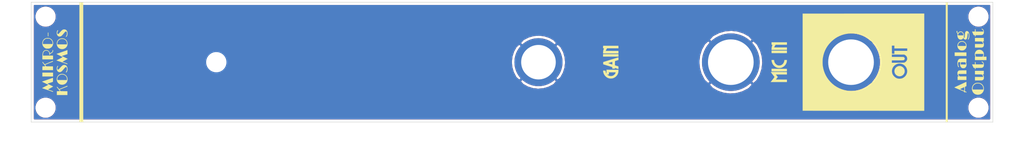
<source format=kicad_pcb>
(kicad_pcb (version 20171130) (host pcbnew 5.1.6-c6e7f7d~87~ubuntu20.04.1)
  (layers (0 F.Cu signal) (31 B.Cu signal) (34 B.Paste user) (35 F.Paste user) (36 B.SilkS user) (37 F.SilkS user) (38 B.Mask user) (39 F.Mask user hide) (44 Edge.Cuts user))
  (net 0 "")
  (net 1 GND)
  (module MountingHole:MountingHole_6.5mm_Pad (layer F.Cu) (at 220.5 92.5)
    (fp_text reference H3 hide)
    (fp_text value MountingHole_Pad)
    (pad 1 thru_hole circle (at 0 0) (size 12 12) (drill 9.5) (layers *.Cu *.Mask) (net 1 GND))
  )
  (module MountingHole:MountingHole_6.5mm_Pad (layer F.Cu) (at 195.5 92.5)
    (fp_text reference H2 hide)
    (fp_text value MountingHole_Pad)
    (pad 1 thru_hole circle (at 0 0) (size 12 12) (drill 9.5) (layers *.Cu *.Mask) (net 1 GND))
  )
  (module MountingHole:MountingHole_6.5mm_Pad (layer F.Cu) (at 155.5 92.5)
    (fp_text reference H1 hide)
    (fp_text value MountingHole_Pad)
    (pad 1 thru_hole circle (at 0 0) (size 10 10) (drill 7.2) (layers *.Cu *.Mask) (net 1 GND))
  )
  (module Panel:art2 (layer F.Cu) (at 150.5 92.5 90)
    (fp_text reference G*** hide)
    (fp_text value LOGO hide)
  )
  (module MountingHole:MountingHole_3.2mm_M3 (layer F.Cu) (at 247 102)
    (fp_text reference REF** hide)
    (fp_text value MountingHole_3.2mm_M3)
    (pad 1 np_thru_hole circle (at 0 0) (size 3.2 3.2) (drill 3.2) (layers *.Cu *.Mask))
  )
  (module MountingHole:MountingHole_3.2mm_M3 (layer F.Cu) (at 247 83)
    (fp_text reference REF** hide)
    (fp_text value MountingHole_3.2mm_M3)
    (pad 1 np_thru_hole circle (at 0 0) (size 3.2 3.2) (drill 3.2) (layers *.Cu *.Mask))
  )
  (module MountingHole:MountingHole_3.2mm_M3 (layer F.Cu) (at 53 83)
    (fp_text reference REF** hide)
    (fp_text value MountingHole_3.2mm_M3)
    (pad 1 np_thru_hole circle (at 0 0) (size 3.2 3.2) (drill 3.2) (layers *.Cu *.Mask))
  )
  (module MountingHole:MountingHole_3.2mm_M3 (layer F.Cu) (at 53 102)
    (fp_text reference REF** hide)
    (fp_text value MountingHole_3.2mm_M3)
    (pad 1 np_thru_hole circle (at 0 0) (size 3.2 3.2) (drill 3.2) (layers *.Cu *.Mask))
  )
  (module MountingHole:MountingHole_3.2mm_M3 (layer F.Cu) (at 88.5 92.5)
    (fp_text reference REF** hide)
    (fp_text value MountingHole_3.2mm_M3)
    (pad 1 np_thru_hole circle (at 0 0) (size 3.2 3.2) (drill 3.2) (layers *.Cu *.Mask))
  )
  (module Panel:artc (layer F.Cu) (at 90.6 92.6 90)
    (fp_text reference G*** hide)
    (fp_text value LOGO hide)
    (fp_poly (pts (xy 0.222225 -6.112504) (xy 0.377935 -6.110249) (xy 0.502307 -6.105683) (xy 0.605094 -6.098144) (xy 0.696047 -6.08697) (xy 0.784917 -6.0715) (xy 0.855508 -6.056803) (xy 1.301282 -5.934759) (xy 1.727944 -5.768263) (xy 2.131376 -5.559575) (xy 2.507459 -5.31095) (xy 2.852077 -5.024645) (xy 2.996791 -4.883089) (xy 3.191016 -4.665327) (xy 3.379058 -4.421193) (xy 3.551794 -4.164251) (xy 3.700103 -3.90806) (xy 3.814115 -3.66799) (xy 3.858838 -3.560659) (xy 3.902383 -3.457533) (xy 3.936393 -3.378379) (xy 3.940563 -3.368869) (xy 3.966393 -3.299714) (xy 3.998867 -3.197718) (xy 4.03285 -3.079506) (xy 4.050501 -3.012913) (xy 4.142066 -2.557251) (xy 4.182826 -2.103701) (xy 4.172786 -1.652371) (xy 4.11195 -1.203367) (xy 4.000323 -0.756795) (xy 3.949564 -0.601979) (xy 3.778963 -0.188001) (xy 3.5648 0.202897) (xy 3.310276 0.567611) (xy 3.018593 0.903033) (xy 2.692954 1.206057) (xy 2.33656 1.473576) (xy 1.952614 1.702484) (xy 1.544317 1.889675) (xy 1.286796 1.981371) (xy 0.945007 2.071225) (xy 0.576937 2.133694) (xy 0.200351 2.166809) (xy -0.166988 2.168599) (xy -0.317818 2.159236) (xy -0.752803 2.097881) (xy -1.179646 1.989549) (xy -1.593256 1.836923) (xy -1.988539 1.642686) (xy -2.360403 1.40952) (xy -2.703755 1.14011) (xy -3.013502 0.837138) (xy -3.166856 0.658214) (xy -3.439687 0.279999) (xy -3.667325 -0.117147) (xy -3.849279 -0.529906) (xy -3.985056 -0.954957) (xy -4.074166 -1.388981) (xy -4.116115 -1.82866) (xy -4.113722 -2.014171) (xy -3.800754 -2.014171) (xy -3.800748 -1.983184) (xy -3.799003 -1.772411) (xy -3.793691 -1.602556) (xy -3.784193 -1.463771) (xy -3.76989 -1.346207) (xy -3.755726 -1.266477) (xy -3.647162 -0.834957) (xy -3.501701 -0.436368) (xy -3.317076 -0.066401) (xy -3.091017 0.279251) (xy -2.821255 0.604898) (xy -2.707808 0.723296) (xy -2.374044 1.024588) (xy -2.018092 1.280345) (xy -1.641286 1.490114) (xy -1.24496 1.653444) (xy -0.830448 1.769884) (xy -0.399082 1.838982) (xy 0.047804 1.860286) (xy 0.508876 1.833346) (xy 0.554768 1.828094) (xy 0.941877 1.757584) (xy 1.329934 1.639726) (xy 1.711907 1.477391) (xy 2.080765 1.273452) (xy 2.33775 1.099924) (xy 2.485409 0.981336) (xy 2.648466 0.83281) (xy 2.814517 0.666988) (xy 2.971161 0.49651) (xy 3.105995 0.334018) (xy 3.1594 0.262466) (xy 3.393511 -0.108901) (xy 3.583036 -0.501938) (xy 3.726971 -0.912258) (xy 3.824309 -1.335473) (xy 3.874045 -1.767196) (xy 3.875173 -2.203041) (xy 3.826687 -2.63862) (xy 3.825729 -2.644245) (xy 3.730054 -3.070579) (xy 3.593029 -3.468865) (xy 3.412924 -3.842427) (xy 3.188009 -4.19459) (xy 2.916556 -4.528679) (xy 2.76066 -4.692157) (xy 2.423851 -4.994746) (xy 2.067346 -5.250479) (xy 1.691423 -5.45924) (xy 1.296362 -5.620913) (xy 0.882441 -5.735383) (xy 0.449939 -5.802535) (xy 0.038138 -5.822423) (xy -0.411434 -5.798553) (xy -0.8431 -5.727124) (xy -1.256208 -5.608407) (xy -1.650104 -5.442674) (xy -2.024135 -5.230195) (xy -2.377647 -4.971242) (xy -2.683395 -4.692993) (xy -2.965911 -4.382584) (xy -3.204003 -4.060672) (xy -3.401447 -3.7203) (xy -3.562015 -3.354515) (xy -3.689484 -2.956359) (xy -3.742208 -2.741973) (xy -3.763696 -2.639272) (xy -3.779322 -2.544284) (xy -3.789965 -2.445644) (xy -3.7965 -2.331988) (xy -3.799804 -2.191952) (xy -3.800754 -2.014171) (xy -4.113722 -2.014171) (xy -4.110413 -2.270674) (xy -4.056568 -2.711704) (xy -3.954088 -3.148431) (xy -3.80248 -3.577536) (xy -3.796526 -3.591787) (xy -3.613403 -3.973013) (xy -3.393862 -4.328438) (xy -3.133238 -4.664765) (xy -2.826863 -4.988693) (xy -2.817302 -4.997918) (xy -2.47846 -5.289008) (xy -2.108011 -5.541406) (xy -1.709302 -5.753349) (xy -1.285681 -5.923077) (xy -0.840496 -6.048828) (xy -0.804658 -6.056803) (xy -0.711006 -6.0759) (xy -0.622531 -6.090209) (xy -0.529481 -6.10039) (xy -0.422104 -6.107107) (xy -0.290648 -6.111019) (xy -0.125361 -6.112789) (xy 0.025425 -6.113108) (xy 0.222225 -6.112504)) (layer F.Cu) (width 0.01))
    (fp_poly (pts (xy 0.504234 -6.61147) (xy 0.970407 -6.539235) (xy 1.421265 -6.421533) (xy 1.854129 -6.260561) (xy 2.26632 -6.058519) (xy 2.655158 -5.817606) (xy 3.017964 -5.540021) (xy 3.352058 -5.227963) (xy 3.654762 -4.883632) (xy 3.923396 -4.509226) (xy 4.155281 -4.106946) (xy 4.347737 -3.678988) (xy 4.498085 -3.227554) (xy 4.576465 -2.900609) (xy 4.638816 -2.476311) (xy 4.659374 -2.0344) (xy 4.638819 -1.585231) (xy 4.577826 -1.139159) (xy 4.477074 -0.706538) (xy 4.421098 -0.525437) (xy 4.245793 -0.078445) (xy 4.028791 0.342007) (xy 3.772956 0.733879) (xy 3.481149 1.095133) (xy 3.156234 1.423729) (xy 2.801072 1.717628) (xy 2.418527 1.974791) (xy 2.01146 2.193178) (xy 1.582735 2.370751) (xy 1.135214 2.505471) (xy 0.67176 2.595297) (xy 0.195235 2.638192) (xy -0.024759 2.641624) (xy -0.180376 2.637837) (xy -0.3446 2.629517) (xy -0.497112 2.617922) (xy -0.610211 2.605361) (xy -1.085474 2.51378) (xy -1.546172 2.374216) (xy -1.989094 2.188254) (xy -2.411034 1.957477) (xy -2.808783 1.683468) (xy -3.179133 1.367812) (xy -3.244321 1.305043) (xy -3.560099 0.960338) (xy -3.838314 0.584781) (xy -4.07724 0.182977) (xy -4.275153 -0.240465) (xy -4.430329 -0.680939) (xy -4.541042 -1.133838) (xy -4.605569 -1.594555) (xy -4.61294 -1.800383) (xy -4.335436 -1.800383) (xy -4.289928 -1.340793) (xy -4.245863 -1.097722) (xy -4.126568 -0.65064) (xy -3.962547 -0.22429) (xy -3.756554 0.178797) (xy -3.511347 0.556086) (xy -3.229681 0.905046) (xy -2.914312 1.223143) (xy -2.567997 1.507846) (xy -2.193491 1.75662) (xy -1.79355 1.966935) (xy -1.37093 2.136256) (xy -0.928388 2.262051) (xy -0.508509 2.336843) (xy -0.366128 2.349765) (xy -0.18968 2.357672) (xy 0.004295 2.360547) (xy 0.19926 2.358376) (xy 0.378678 2.351144) (xy 0.526008 2.338836) (xy 0.534601 2.337795) (xy 0.975061 2.262636) (xy 1.391313 2.148248) (xy 1.795386 1.991075) (xy 1.945045 1.920959) (xy 2.353853 1.693076) (xy 2.731337 1.426131) (xy 3.07568 1.122477) (xy 3.385063 0.784469) (xy 3.657667 0.41446) (xy 3.891674 0.014804) (xy 4.085266 -0.412146) (xy 4.236624 -0.864035) (xy 4.303208 -1.131432) (xy 4.321656 -1.221511) (xy 4.335594 -1.307053) (xy 4.34563 -1.397349) (xy 4.352371 -1.501687) (xy 4.356425 -1.629358) (xy 4.358398 -1.78965) (xy 4.358899 -1.983184) (xy 4.358381 -2.182692) (xy 4.356406 -2.340794) (xy 4.352342 -2.466928) (xy 4.345558 -2.570534) (xy 4.335422 -2.661048) (xy 4.321302 -2.747909) (xy 4.302566 -2.840556) (xy 4.301034 -2.847648) (xy 4.18568 -3.27919) (xy 4.03077 -3.698457) (xy 3.840291 -4.096845) (xy 3.618233 -4.465753) (xy 3.434559 -4.716417) (xy 3.264739 -4.910984) (xy 3.062767 -5.112853) (xy 2.840712 -5.311704) (xy 2.610644 -5.497217) (xy 2.384634 -5.659072) (xy 2.196575 -5.77492) (xy 1.803511 -5.974603) (xy 1.416835 -6.12891) (xy 1.026694 -6.240652) (xy 0.623235 -6.312639) (xy 0.196607 -6.347684) (xy 0.188251 -6.34801) (xy -0.276169 -6.344329) (xy -0.719634 -6.296078) (xy -1.14782 -6.202008) (xy -1.566398 -6.060872) (xy -1.981042 -5.871421) (xy -1.983184 -5.870315) (xy -2.38465 -5.635098) (xy -2.753255 -5.363089) (xy -3.087444 -5.057567) (xy -3.385663 -4.721811) (xy -3.646356 -4.359099) (xy -3.86797 -3.97271) (xy -4.048949 -3.565925) (xy -4.18774 -3.14202) (xy -4.282788 -2.704276) (xy -4.332538 -2.255971) (xy -4.335436 -1.800383) (xy -4.61294 -1.800383) (xy -4.622185 -2.058483) (xy -4.608261 -2.338623) (xy -4.551984 -2.787608) (xy -4.457896 -3.211676) (xy -4.322559 -3.623386) (xy -4.145153 -4.02993) (xy -3.959583 -4.376936) (xy -3.754752 -4.692122) (xy -3.521312 -4.988182) (xy -3.249913 -5.277813) (xy -3.166639 -5.35873) (xy -2.802064 -5.671899) (xy -2.409545 -5.943752) (xy -1.992705 -6.172839) (xy -1.555168 -6.357711) (xy -1.100558 -6.496917) (xy -0.6325 -6.589007) (xy -0.154617 -6.632532) (xy 0.025425 -6.636036) (xy 0.504234 -6.61147)) (layer F.Cu) (width 0.01))
    (fp_poly (pts (xy 0.463597 -7.471513) (xy 0.654613 -7.467886) (xy 0.814212 -7.461337) (xy 0.933258 -7.451703) (xy 0.933511 -7.451673) (xy 1.435468 -7.369155) (xy 1.912911 -7.242361) (xy 2.367028 -7.070894) (xy 2.799007 -6.854355) (xy 2.90908 -6.789876) (xy 3.30461 -6.521596) (xy 3.671263 -6.213364) (xy 4.006391 -5.86879) (xy 4.307344 -5.491487) (xy 4.571474 -5.085067) (xy 4.796132 -4.653143) (xy 4.978669 -4.199325) (xy 5.096768 -3.806744) (xy 5.143553 -3.619448) (xy 5.181359 -3.454294) (xy 5.211072 -3.302471) (xy 5.233577 -3.155167) (xy 5.249759 -3.00357) (xy 5.260504 -2.83887) (xy 5.266698 -2.652253) (xy 5.269226 -2.43491) (xy 5.268973 -2.178027) (xy 5.268523 -2.097598) (xy 5.26583 -1.8087) (xy 5.261297 -1.5627) (xy 5.254337 -1.35166) (xy 5.244364 -1.167643) (xy 5.230791 -1.002712) (xy 5.213032 -0.848929) (xy 5.1905 -0.698357) (xy 5.162611 -0.543057) (xy 5.148327 -0.470371) (xy 5.045119 -0.051927) (xy 4.903724 0.358901) (xy 4.738136 0.737337) (xy 4.49771 1.182188) (xy 4.220631 1.59225) (xy 3.908417 1.966333) (xy 3.562584 2.303248) (xy 3.184647 2.601807) (xy 2.776123 2.86082) (xy 2.338527 3.079098) (xy 1.873377 3.255452) (xy 1.382189 3.388695) (xy 1.347547 3.396231) (xy 1.25637 3.415266) (xy 1.175055 3.43047) (xy 1.096167 3.442338) (xy 1.012274 3.451366) (xy 0.915941 3.458048) (xy 0.799734 3.46288) (xy 0.656219 3.466356) (xy 0.477962 3.468973) (xy 0.257529 3.471226) (xy 0.216116 3.471601) (xy 0.006264 3.472742) (xy -0.197168 3.472469) (xy -0.385927 3.470895) (xy -0.551761 3.468135) (xy -0.686418 3.464304) (xy -0.781645 3.459514) (xy -0.80595 3.457449) (xy -1.302587 3.381749) (xy -1.780153 3.259875) (xy -2.236389 3.093646) (xy -2.669041 2.88488) (xy -2.709022 2.86036) (xy -2.110311 2.86036) (xy -2.097598 2.873073) (xy -2.084885 2.86036) (xy -2.097598 2.847647) (xy -2.110311 2.86036) (xy -2.709022 2.86036) (xy -3.075851 2.635393) (xy -3.454563 2.347004) (xy -3.80292 2.021529) (xy -4.118665 1.660786) (xy -4.399542 1.266593) (xy -4.643294 0.840768) (xy -4.847666 0.385126) (xy -4.940922 0.127127) (xy -5.004757 -0.07326) (xy -5.058004 -0.261367) (xy -5.101734 -0.444952) (xy -5.137018 -0.63177) (xy -5.164927 -0.829579) (xy -5.186532 -1.046136) (xy -5.202904 -1.289198) (xy -5.215114 -1.566521) (xy -5.22377 -1.869682) (xy -4.94174 -1.869682) (xy -4.915409 -1.567998) (xy -4.882827 -1.39155) (xy -4.872702 -1.324712) (xy -4.883629 -1.288447) (xy -4.905029 -1.272384) (xy -4.926561 -1.254742) (xy -4.937171 -1.223475) (xy -4.938041 -1.1671) (xy -4.930358 -1.074134) (xy -4.927927 -1.050405) (xy -4.853342 -0.561928) (xy -4.734178 -0.090388) (xy -4.572347 0.36131) (xy -4.369762 0.79026) (xy -4.128336 1.193556) (xy -3.849982 1.568291) (xy -3.536613 1.91156) (xy -3.190141 2.220457) (xy -2.812481 2.492076) (xy -2.462874 2.694328) (xy -2.351078 2.751486) (xy -2.255298 2.798969) (xy -2.184649 2.832366) (xy -2.148241 2.847269) (xy -2.146031 2.847647) (xy -2.157725 2.835454) (xy -2.205317 2.802315) (xy -2.281065 2.753393) (xy -2.370358 2.698035) (xy -2.743393 2.447627) (xy -3.107832 2.158643) (xy -3.455235 1.839409) (xy -3.777159 1.498251) (xy -4.065164 1.143495) (xy -4.309732 0.785213) (xy -4.361523 0.69951) (xy -4.401073 0.630828) (xy -4.422153 0.590118) (xy -4.424024 0.584279) (xy -4.403468 0.55993) (xy -4.353369 0.528105) (xy -4.291081 0.497245) (xy -4.233957 0.475794) (xy -4.199352 0.472193) (xy -4.197048 0.473855) (xy -4.17636 0.502813) (xy -4.134337 0.565251) (xy -4.077158 0.651886) (xy -4.013196 0.75005) (xy -3.712858 1.168047) (xy -3.375117 1.554622) (xy -3.003566 1.907374) (xy -2.601795 2.2239) (xy -2.173397 2.501797) (xy -1.721962 2.738663) (xy -1.251082 2.932097) (xy -0.764349 3.079694) (xy -0.41952 3.153847) (xy -0.275544 3.178374) (xy -0.16089 3.193263) (xy -0.05929 3.198736) (xy 0.045524 3.195015) (xy 0.169822 3.182324) (xy 0.308872 3.163825) (xy 0.803255 3.069342) (xy 1.164722 2.962062) (xy 1.906907 2.962062) (xy 1.919619 2.974774) (xy 1.932332 2.962062) (xy 1.919619 2.949349) (xy 1.906907 2.962062) (xy 1.164722 2.962062) (xy 1.286643 2.925877) (xy 1.756299 2.734624) (xy 2.209488 2.496776) (xy 2.643473 2.213528) (xy 2.855259 2.052985) (xy 3.078986 1.874975) (xy 3.143629 1.935435) (xy 3.197276 1.988589) (xy 3.224545 2.030764) (xy 3.222518 2.070838) (xy 3.18828 2.117689) (xy 3.118914 2.180196) (xy 3.042923 2.242016) (xy 2.636505 2.541733) (xy 2.20699 2.804597) (xy 2.192115 2.812842) (xy 2.09538 2.867145) (xy 2.019837 2.911207) (xy 1.973597 2.94018) (xy 1.963708 2.949349) (xy 2.003229 2.938502) (xy 2.077831 2.909089) (xy 2.177374 2.865804) (xy 2.291717 2.81334) (xy 2.410721 2.75639) (xy 2.524247 2.699648) (xy 2.622155 2.647806) (xy 2.654335 2.629688) (xy 3.059198 2.367633) (xy 3.42932 2.068547) (xy 3.764072 1.733108) (xy 4.062826 1.361995) (xy 4.324953 0.955888) (xy 4.487676 0.648348) (xy 4.548861 0.519857) (xy 4.598779 0.410466) (xy 4.636037 0.324099) (xy 4.659243 0.264681) (xy 4.667003 0.236135) (xy 4.657925 0.242385) (xy 4.630615 0.287355) (xy 4.586957 0.368668) (xy 4.542379 0.453465) (xy 4.507131 0.518972) (xy 4.487454 0.553637) (xy 4.485734 0.556092) (xy 4.461033 0.549811) (xy 4.4071 0.523446) (xy 4.365158 0.499893) (xy 4.253144 0.434248) (xy 4.38983 0.167802) (xy 4.606839 -0.307957) (xy 4.781795 -0.808067) (xy 4.910948 -1.31217) (xy 4.945033 -1.525983) (xy 4.964358 -1.768649) (xy 4.968653 -2.021305) (xy 4.957649 -2.265086) (xy 4.931076 -2.48113) (xy 4.927884 -2.498715) (xy 4.89085 -2.696428) (xy 4.952076 -2.711795) (xy 4.983578 -2.722274) (xy 5.000463 -2.741698) (xy 5.005394 -2.781935) (xy 5.001032 -2.854853) (xy 4.996112 -2.908176) (xy 4.975999 -3.069059) (xy 4.944497 -3.260944) (xy 4.905113 -3.466215) (xy 4.861354 -3.667254) (xy 4.816728 -3.846442) (xy 4.79232 -3.931815) (xy 4.636107 -4.364657) (xy 4.437442 -4.782974) (xy 4.20053 -5.180307) (xy 3.929579 -5.550197) (xy 3.628796 -5.886182) (xy 3.355212 -6.138282) (xy 3.031447 -6.390531) (xy 2.708873 -6.6011) (xy 2.375313 -6.777372) (xy 2.117054 -6.888963) (xy 2.010154 -6.93059) (xy 1.920801 -6.964075) (xy 1.859471 -6.985577) (xy 1.837375 -6.99157) (xy 1.85097 -6.980398) (xy 1.90197 -6.950136) (xy 1.982668 -6.905162) (xy 2.085358 -6.849857) (xy 2.10587 -6.838991) (xy 2.569337 -6.565462) (xy 3.005788 -6.249411) (xy 3.413137 -5.892639) (xy 3.789301 -5.496944) (xy 4.079291 -5.136282) (xy 4.162126 -5.022292) (xy 4.243617 -4.90542) (xy 4.318363 -4.793954) (xy 4.38096 -4.696183) (xy 4.426008 -4.620397) (xy 4.448104 -4.574884) (xy 4.449449 -4.568336) (xy 4.42958 -4.548179) (xy 4.378989 -4.512851) (xy 4.343352 -4.490765) (xy 4.237255 -4.427497) (xy 4.068445 -4.686371) (xy 3.75494 -5.122991) (xy 3.408651 -5.522915) (xy 3.031877 -5.88461) (xy 2.626917 -6.20654) (xy 2.19607 -6.487172) (xy 1.741636 -6.724972) (xy 1.265913 -6.918404) (xy 0.771202 -7.065934) (xy 0.381381 -7.146848) (xy 0.090154 -7.173798) (xy -0.22595 -7.162185) (xy -0.561155 -7.114018) (xy -0.909684 -7.031309) (xy -1.265761 -6.916067) (xy -1.623612 -6.770303) (xy -1.977459 -6.596028) (xy -2.321527 -6.395251) (xy -2.65004 -6.169984) (xy -2.831637 -6.028522) (xy -3.018112 -5.876147) (xy -3.204794 -6.067327) (xy -2.981726 -6.246909) (xy -2.820786 -6.370868) (xy -2.643939 -6.497603) (xy -2.464244 -6.618382) (xy -2.294756 -6.72447) (xy -2.148533 -6.807135) (xy -2.12938 -6.816991) (xy -2.047791 -6.860537) (xy -1.997205 -6.89203) (xy -1.981774 -6.908149) (xy -2.00565 -6.905571) (xy -2.027678 -6.898368) (xy -2.144648 -6.850775) (xy -2.290736 -6.782038) (xy -2.452694 -6.69914) (xy -2.617279 -6.609064) (xy -2.771243 -6.518793) (xy -2.884887 -6.446445) (xy -3.274681 -6.155478) (xy -3.627301 -5.830216) (xy -3.941543 -5.472107) (xy -4.216203 -5.082599) (xy -4.450076 -4.663139) (xy -4.55138 -4.442542) (xy -4.61509 -4.291139) (xy -4.65824 -4.182668) (xy -4.680776 -4.1177) (xy -4.682642 -4.09681) (xy -4.663782 -4.120571) (xy -4.624141 -4.189558) (xy -4.564995 -4.301757) (xy -4.425075 -4.573584) (xy -4.30896 -4.508687) (xy -4.245316 -4.469539) (xy -4.206723 -4.43879) (xy -4.200841 -4.42755) (xy -4.214384 -4.400192) (xy -4.246371 -4.335633) (xy -4.292658 -4.242236) (xy -4.349103 -4.128358) (xy -4.378989 -4.068069) (xy -4.574152 -3.622708) (xy -4.733224 -3.150062) (xy -4.852843 -2.661761) (xy -4.929648 -2.169435) (xy -4.93087 -2.158288) (xy -4.94174 -1.869682) (xy -5.22377 -1.869682) (xy -5.224233 -1.885863) (xy -5.22528 -1.932333) (xy -5.229925 -2.17353) (xy -5.2321 -2.372671) (xy -5.231611 -2.538501) (xy -5.228261 -2.679765) (xy -5.221857 -2.805207) (xy -5.212202 -2.923572) (xy -5.200807 -3.029288) (xy -5.116335 -3.54294) (xy -4.995275 -4.004505) (xy -4.72913 -4.004505) (xy -4.716417 -3.991792) (xy -4.703704 -4.004505) (xy -4.716417 -4.017218) (xy -4.72913 -4.004505) (xy -4.995275 -4.004505) (xy -4.98702 -4.035975) (xy -4.813819 -4.506401) (xy -4.597693 -4.952224) (xy -4.3396 -5.371454) (xy -4.0405 -5.762098) (xy -3.721279 -6.102946) (xy -3.482716 -6.324488) (xy -3.256912 -6.511636) (xy -3.030625 -6.673694) (xy -2.790611 -6.819966) (xy -2.523626 -6.959759) (xy -2.453554 -6.993622) (xy -2.079066 -7.155397) (xy -1.706449 -7.280738) (xy -1.316714 -7.375553) (xy -1.098887 -7.415096) (xy -0.985529 -7.428919) (xy -0.830478 -7.441137) (xy -0.642875 -7.451584) (xy -0.431857 -7.460097) (xy -0.206562 -7.46651) (xy 0.023871 -7.470661) (xy 0.250303 -7.472383) (xy 0.463597 -7.471513)) (layer F.Cu) (width 0.01))
    (fp_poly (pts (xy 10.331026 -29.826944) (xy 10.526126 -29.626461) (xy 10.526126 -29.445563) (xy 10.525266 -29.357032) (xy 10.523001 -29.292562) (xy 10.519802 -29.264913) (xy 10.519451 -29.264665) (xy 10.500351 -29.281819) (xy 10.450725 -29.329782) (xy 10.375903 -29.403306) (xy 10.281218 -29.497145) (xy 10.172 -29.606048) (xy 10.132032 -29.646046) (xy 9.751286 -30.027428) (xy 10.135926 -30.027428) (xy 10.331026 -29.826944)) (layer F.Cu) (width 0.01))
    (fp_poly (pts (xy -9.966466 42.218017) (xy -9.945543 42.279049) (xy -9.926485 42.3445) (xy -9.916281 42.391885) (xy -9.915916 42.397396) (xy -9.938423 42.413399) (xy -9.998181 42.439447) (xy -10.083545 42.471622) (xy -10.182868 42.506006) (xy -10.284506 42.53868) (xy -10.376813 42.565727) (xy -10.448143 42.583228) (xy -10.481632 42.587733) (xy -10.492272 42.564708) (xy -10.499151 42.505726) (xy -10.500605 42.454104) (xy -10.500509 42.32062) (xy -10.245363 42.24745) (xy -10.13943 42.218136) (xy -10.053382 42.196335) (xy -9.997728 42.184588) (xy -9.982267 42.183887) (xy -9.966466 42.218017)) (layer F.Cu) (width 0.01))
    (fp_poly (pts (xy 2.798127 -29.797717) (xy 3.147498 -29.565993) (xy 3.537863 -29.691721) (xy 3.690268 -29.740346) (xy 3.844281 -29.788681) (xy 3.985171 -29.832157) (xy 4.09821 -29.866202) (xy 4.131631 -29.875955) (xy 4.226213 -29.903776) (xy 4.300242 -29.926709) (xy 4.34153 -29.940936) (xy 4.345891 -29.943069) (xy 4.336975 -29.962573) (xy 4.307753 -29.988744) (xy 4.298359 -29.999399) (xy 4.304759 -30.007795) (xy 4.331771 -30.014177) (xy 4.384214 -30.018789) (xy 4.466906 -30.021874) (xy 4.584665 -30.023679) (xy 4.742311 -30.024447) (xy 4.944661 -30.024422) (xy 5.008808 -30.024309) (xy 5.231876 -30.023918) (xy 5.405908 -30.023152) (xy 5.532717 -30.02113) (xy 5.614117 -30.016968) (xy 5.651919 -30.009786) (xy 5.647938 -29.998701) (xy 5.603986 -29.982833) (xy 5.521876 -29.961299) (xy 5.403421 -29.933218) (xy 5.263063 -29.900648) (xy 5.157608 -29.874767) (xy 5.071125 -29.851028) (xy 5.015462 -29.832816) (xy 5.001869 -29.826027) (xy 5.014975 -29.805534) (xy 5.06269 -29.758556) (xy 5.139551 -29.689913) (xy 5.240097 -29.604427) (xy 5.358866 -29.506921) (xy 5.408676 -29.466893) (xy 5.561542 -29.344078) (xy 5.725434 -29.211236) (xy 5.887364 -29.078972) (xy 6.034344 -28.957892) (xy 6.145181 -28.865504) (xy 6.455227 -28.604825) (xy 6.818955 -28.640426) (xy 6.981707 -28.65563) (xy 7.156886 -28.670797) (xy 7.323579 -28.684182) (xy 7.460874 -28.69404) (xy 7.462322 -28.694134) (xy 7.741962 -28.712241) (xy 7.564024 -28.876334) (xy 7.497371 -28.936889) (xy 7.399421 -29.024648) (xy 7.277193 -29.133381) (xy 7.137706 -29.256863) (xy 6.987981 -29.388864) (xy 6.835036 -29.523157) (xy 6.829999 -29.527571) (xy 6.273912 -30.014715) (xy 6.457654 -30.02224) (xy 6.580696 -30.022016) (xy 6.662177 -30.008715) (xy 6.695923 -29.993033) (xy 6.732721 -29.964044) (xy 6.802275 -29.905275) (xy 6.899652 -29.821084) (xy 7.019918 -29.715827) (xy 7.158142 -29.593863) (xy 7.309388 -29.459547) (xy 7.468725 -29.317237) (xy 7.631218 -29.171291) (xy 7.791935 -29.026064) (xy 7.834577 -28.987367) (xy 8.125843 -28.722781) (xy 8.442451 -28.71507) (xy 8.598854 -28.710722) (xy 8.7818 -28.704805) (xy 8.967036 -28.698142) (xy 9.110922 -28.692389) (xy 9.462786 -28.677419) (xy 8.983795 -29.142353) (xy 8.840551 -29.281391) (xy 8.696126 -29.42157) (xy 8.558627 -29.555022) (xy 8.436159 -29.673881) (xy 8.336827 -29.770279) (xy 8.288688 -29.816993) (xy 8.072572 -30.026698) (xy 8.259616 -30.027063) (xy 8.446661 -30.027428) (xy 8.640998 -29.844033) (xy 8.711577 -29.776651) (xy 8.811272 -29.68038) (xy 8.933035 -29.562082) (xy 9.069819 -29.428619) (xy 9.214576 -29.286853) (xy 9.356556 -29.147293) (xy 9.877777 -28.633948) (xy 10.184313 -28.59335) (xy 10.303989 -28.577683) (xy 10.404828 -28.564824) (xy 10.476401 -28.556079) (xy 10.508279 -28.552756) (xy 10.508487 -28.552753) (xy 10.518089 -28.529738) (xy 10.524495 -28.470294) (xy 10.526126 -28.410893) (xy 10.525044 -28.330453) (xy 10.517717 -28.289657) (xy 10.498023 -28.277301) (xy 10.459842 -28.282177) (xy 10.456206 -28.282897) (xy 10.383495 -28.296366) (xy 10.296714 -28.311251) (xy 10.284584 -28.313233) (xy 10.182883 -28.329705) (xy 10.354504 -28.154555) (xy 10.526126 -27.979405) (xy 10.525141 -27.789352) (xy 10.524155 -27.5993) (xy 9.761029 -28.378954) (xy 9.527011 -28.401364) (xy 9.419146 -28.41018) (xy 9.275556 -28.419756) (xy 9.111341 -28.429197) (xy 8.941599 -28.437606) (xy 8.852262 -28.441429) (xy 8.411531 -28.459086) (xy 8.992102 -27.898035) (xy 9.160227 -27.734931) (xy 9.339372 -27.560028) (xy 9.520006 -27.382709) (xy 9.692598 -27.212355) (xy 9.847617 -27.058345) (xy 9.975533 -26.930063) (xy 9.976445 -26.929142) (xy 10.136112 -26.77045) (xy 10.263592 -26.64951) (xy 10.359823 -26.565492) (xy 10.425739 -26.517562) (xy 10.453172 -26.505277) (xy 10.526126 -26.489253) (xy 10.524272 -25.972073) (xy 10.38517 -26.119657) (xy 10.309716 -26.193408) (xy 10.237635 -26.253222) (xy 10.182762 -26.287794) (xy 10.176337 -26.290284) (xy 10.116691 -26.305849) (xy 10.020477 -26.32612) (xy 9.895682 -26.349826) (xy 9.750294 -26.375694) (xy 9.592301 -26.40245) (xy 9.429691 -26.428824) (xy 9.270452 -26.453542) (xy 9.12257 -26.475333) (xy 8.994034 -26.492923) (xy 8.892831 -26.50504) (xy 8.826949 -26.510412) (xy 8.804737 -26.508772) (xy 8.821023 -26.490365) (xy 8.86971 -26.439373) (xy 8.94737 -26.359296) (xy 9.050576 -26.253634) (xy 9.175901 -26.125887) (xy 9.319918 -25.979554) (xy 9.479199 -25.818137) (xy 9.650317 -25.645134) (xy 9.662845 -25.632482) (xy 10.526126 -24.760827) (xy 10.526126 -24.442058) (xy 10.525151 -24.306846) (xy 10.521715 -24.215632) (xy 10.51505 -24.161593) (xy 10.504388 -24.137904) (xy 10.491748 -24.136481) (xy 10.417179 -24.162207) (xy 10.30888 -24.195783) (xy 10.175774 -24.234807) (xy 10.026788 -24.276878) (xy 9.870846 -24.319595) (xy 9.716873 -24.360557) (xy 9.573793 -24.397363) (xy 9.450531 -24.427612) (xy 9.356013 -24.448902) (xy 9.299163 -24.458833) (xy 9.291987 -24.45926) (xy 9.29874 -24.441893) (xy 9.338308 -24.392124) (xy 9.407488 -24.31345) (xy 9.503079 -24.209365) (xy 9.621879 -24.083366) (xy 9.760687 -23.93895) (xy 9.887735 -23.808686) (xy 10.526126 -23.158112) (xy 10.526126 -22.751463) (xy 10.267125 -23.026933) (xy 10.185388 -23.112713) (xy 10.074205 -23.227688) (xy 9.940147 -23.365157) (xy 9.789783 -23.518416) (xy 9.629682 -23.680761) (xy 9.466413 -23.845489) (xy 9.370879 -23.941463) (xy 8.733633 -24.580523) (xy 8.403103 -24.621665) (xy 8.14633 -24.65257) (xy 7.923505 -24.676569) (xy 7.721167 -24.694484) (xy 7.525855 -24.707137) (xy 7.32411 -24.715353) (xy 7.102469 -24.719952) (xy 6.847473 -24.721758) (xy 6.763163 -24.721877) (xy 6.449379 -24.720261) (xy 6.172022 -24.714514) (xy 5.916773 -24.703747) (xy 5.66931 -24.687074) (xy 5.415315 -24.663607) (xy 5.140466 -24.632459) (xy 4.965622 -24.610494) (xy 4.234659 -24.496824) (xy 3.486919 -24.343283) (xy 2.733481 -24.152539) (xy 1.985425 -23.927261) (xy 1.627227 -23.80614) (xy 1.46713 -23.749035) (xy 1.296178 -23.686384) (xy 1.121356 -23.620917) (xy 0.949651 -23.555365) (xy 0.788048 -23.492458) (xy 0.643534 -23.434926) (xy 0.523093 -23.385501) (xy 0.433712 -23.346913) (xy 0.382377 -23.321892) (xy 0.374119 -23.316348) (xy 0.389914 -23.300348) (xy 0.445292 -23.2658) (xy 0.533995 -23.216158) (xy 0.649762 -23.154878) (xy 0.786333 -23.085412) (xy 0.847927 -23.054856) (xy 1.012323 -22.973197) (xy 1.178409 -22.88947) (xy 1.334622 -22.809593) (xy 1.469395 -22.739483) (xy 1.571165 -22.68506) (xy 1.579222 -22.680631) (xy 1.816736 -22.549599) (xy 2.187976 -22.652775) (xy 2.354823 -22.697954) (xy 2.539524 -22.746037) (xy 2.720322 -22.791463) (xy 2.875459 -22.828674) (xy 2.884211 -22.830693) (xy 3.005673 -22.85913) (xy 3.107916 -22.884019) (xy 3.18142 -22.902973) (xy 3.216668 -22.913604) (xy 3.218265 -22.914495) (xy 3.201455 -22.930505) (xy 3.149045 -22.967919) (xy 3.068741 -23.021485) (xy 2.96825 -23.085955) (xy 2.94643 -23.09968) (xy 2.840511 -23.166977) (xy 2.750912 -23.225571) (xy 2.686145 -23.269776) (xy 2.65472 -23.293901) (xy 2.653324 -23.295568) (xy 2.655301 -23.331532) (xy 2.68018 -23.386794) (xy 2.717532 -23.44527) (xy 2.756929 -23.490876) (xy 2.787943 -23.507529) (xy 2.790358 -23.506917) (xy 2.821762 -23.489306) (xy 2.888192 -23.448367) (xy 2.982236 -23.388791) (xy 3.096484 -23.315271) (xy 3.2156 -23.23769) (xy 3.606649 -22.981584) (xy 3.951922 -23.034256) (xy 4.239072 -23.075923) (xy 4.501824 -23.108942) (xy 4.753873 -23.134428) (xy 5.008912 -23.153496) (xy 5.280635 -23.167261) (xy 5.582737 -23.176838) (xy 5.746146 -23.180342) (xy 6.107273 -23.184477) (xy 6.429769 -23.182042) (xy 6.725504 -23.172434) (xy 7.006346 -23.155052) (xy 7.284164 -23.129295) (xy 7.570827 -23.09456) (xy 7.649357 -23.083833) (xy 8.249412 -22.9827) (xy 8.847743 -22.848009) (xy 9.43182 -22.683126) (xy 9.989118 -22.491419) (xy 10.271872 -22.379033) (xy 10.513413 -22.278072) (xy 10.521038 -22.135533) (xy 10.523723 -22.058165) (xy 10.522734 -22.006398) (xy 10.519643 -21.992993) (xy 10.494194 -22.002178) (xy 10.430466 -22.027405) (xy 10.33713 -22.065184) (xy 10.222857 -22.112024) (xy 10.179231 -22.130032) (xy 9.673294 -22.324136) (xy 9.160848 -22.48972) (xy 8.633111 -22.628936) (xy 8.0813 -22.743939) (xy 7.496631 -22.836882) (xy 7.093693 -22.88661) (xy 6.967188 -22.896964) (xy 6.799 -22.90529) (xy 6.598257 -22.91158) (xy 6.374087 -22.915829) (xy 6.135619 -22.918029) (xy 5.89198 -22.918172) (xy 5.652299 -22.916253) (xy 5.425703 -22.912265) (xy 5.22132 -22.906201) (xy 5.048278 -22.898053) (xy 4.919819 -22.888235) (xy 4.705417 -22.865624) (xy 4.50836 -22.842925) (xy 4.334043 -22.820905) (xy 4.187862 -22.800332) (xy 4.075211 -22.781974) (xy 4.001487 -22.766597) (xy 3.972084 -22.754968) (xy 3.971884 -22.753414) (xy 3.993643 -22.733364) (xy 4.050817 -22.687964) (xy 4.13759 -22.621626) (xy 4.248147 -22.538765) (xy 4.376673 -22.443795) (xy 4.462162 -22.381256) (xy 4.62999 -22.257995) (xy 4.812279 -22.1225) (xy 4.995453 -21.984971) (xy 5.165932 -21.855609) (xy 5.310139 -21.744612) (xy 5.323473 -21.734229) (xy 5.7017 -21.439272) (xy 5.971821 -21.422045) (xy 6.142647 -21.409288) (xy 6.335786 -21.391809) (xy 6.537026 -21.37116) (xy 6.732151 -21.348891) (xy 6.90695 -21.326552) (xy 7.047207 -21.305695) (xy 7.063298 -21.302978) (xy 7.147735 -21.290473) (xy 7.210149 -21.285034) (xy 7.235611 -21.287397) (xy 7.220652 -21.306434) (xy 7.173239 -21.353515) (xy 7.099299 -21.423324) (xy 7.004756 -21.510549) (xy 6.895538 -21.609874) (xy 6.777571 -21.715985) (xy 6.656781 -21.823567) (xy 6.539094 -21.927306) (xy 6.430436 -22.021887) (xy 6.336733 -22.101997) (xy 6.263913 -22.16232) (xy 6.23252 -22.186947) (xy 6.241454 -22.208906) (xy 6.274538 -22.257571) (xy 6.304852 -22.297274) (xy 6.386606 -22.400496) (xy 6.505664 -22.300815) (xy 6.62813 -22.19673) (xy 6.779334 -22.065736) (xy 6.950658 -21.915421) (xy 7.133486 -21.753379) (xy 7.319199 -21.5872) (xy 7.457222 -21.462578) (xy 7.782613 -21.167512) (xy 8.053848 -21.096776) (xy 8.600115 -20.935768) (xy 9.151186 -20.737966) (xy 9.688309 -20.510592) (xy 10.106606 -20.306403) (xy 10.247492 -20.231573) (xy 10.347515 -20.17473) (xy 10.41191 -20.1324) (xy 10.445914 -20.101109) (xy 10.454765 -20.077383) (xy 10.454519 -20.075573) (xy 10.464123 -20.022089) (xy 10.487427 -19.985005) (xy 10.509534 -19.946935) (xy 10.520601 -19.88702) (xy 10.522316 -19.79325) (xy 10.520895 -19.746958) (xy 10.513413 -19.55416) (xy 10.31001 -19.785199) (xy 10.231347 -19.873602) (xy 10.167761 -19.940043) (xy 10.108577 -19.992231) (xy 10.043118 -20.037878) (xy 9.960709 -20.084694) (xy 9.850674 -20.14039) (xy 9.75065 -20.1892) (xy 9.607235 -20.257676) (xy 9.460455 -20.325679) (xy 9.325148 -20.386465) (xy 9.216153 -20.433289) (xy 9.191291 -20.443412) (xy 9.098039 -20.479308) (xy 8.980434 -20.522568) (xy 8.847472 -20.570107) (xy 8.708149 -20.618844) (xy 8.571463 -20.665693) (xy 8.44641 -20.707574) (xy 8.341987 -20.741402) (xy 8.26719 -20.764095) (xy 8.231017 -20.77257) (xy 8.230756 -20.772573) (xy 8.242135 -20.755202) (xy 8.285738 -20.705657) (xy 8.357901 -20.627793) (xy 8.454961 -20.525462) (xy 8.573255 -20.402517) (xy 8.709119 -20.262814) (xy 8.858891 -20.110203) (xy 8.901503 -20.067017) (xy 9.081778 -19.883373) (xy 9.272544 -19.686986) (xy 9.465609 -19.486431) (xy 9.652778 -19.290282) (xy 9.82586 -19.107112) (xy 9.97666 -18.945496) (xy 10.061685 -18.852953) (xy 10.524879 -18.344445) (xy 10.524757 -18.141041) (xy 10.524635 -17.937638) (xy 10.445139 -18.026627) (xy 10.405998 -18.070414) (xy 10.338727 -18.145639) (xy 10.249101 -18.245845) (xy 10.142896 -18.364574) (xy 10.02589 -18.495368) (xy 9.944819 -18.585986) (xy 9.839846 -18.701096) (xy 9.704491 -18.846023) (xy 9.544498 -19.014798) (xy 9.36561 -19.201455) (xy 9.173573 -19.400023) (xy 8.974131 -19.604536) (xy 8.773027 -19.809023) (xy 8.59488 -19.988591) (xy 7.665765 -20.920825) (xy 7.525926 -20.949709) (xy 7.391477 -20.975715) (xy 7.235511 -21.002991) (xy 7.065421 -21.03054) (xy 6.888604 -21.057366) (xy 6.712455 -21.082474) (xy 6.544369 -21.104866) (xy 6.391741 -21.123546) (xy 6.261968 -21.137519) (xy 6.162444 -21.145788) (xy 6.100565 -21.147356) (xy 6.083671 -21.143999) (xy 6.099558 -21.125757) (xy 6.148776 -21.079434) (xy 6.225912 -21.009881) (xy 6.325554 -20.921953) (xy 6.442289 -20.820502) (xy 6.496471 -20.773861) (xy 7.340964 -20.023934) (xy 8.178497 -19.230607) (xy 9.001575 -18.401329) (xy 9.802702 -17.543548) (xy 10.229244 -17.064608) (xy 10.526126 -16.725512) (xy 10.525628 -16.517961) (xy 10.52513 -16.310411) (xy 10.430283 -16.424626) (xy 9.925118 -17.01507) (xy 9.379873 -17.618946) (xy 8.801189 -18.229622) (xy 8.195713 -18.840464) (xy 7.570086 -19.44484) (xy 6.930953 -20.036116) (xy 6.284958 -20.607662) (xy 5.974975 -20.872556) (xy 5.606306 -21.183931) (xy 5.021521 -21.165785) (xy 4.842895 -21.159764) (xy 4.671187 -21.153096) (xy 4.516383 -21.146238) (xy 4.388468 -21.139642) (xy 4.297427 -21.133765) (xy 4.273682 -21.131728) (xy 4.110627 -21.115816) (xy 4.273682 -21.001893) (xy 4.419025 -20.898234) (xy 4.594451 -20.769708) (xy 4.790531 -20.623456) (xy 4.997837 -20.466621) (xy 5.20694 -20.306344) (xy 5.408411 -20.149768) (xy 5.592821 -20.004035) (xy 5.625139 -19.978172) (xy 5.747877 -19.879903) (xy 5.857485 -19.792496) (xy 5.947641 -19.720962) (xy 6.012026 -19.670312) (xy 6.044318 -19.645561) (xy 6.046315 -19.644192) (xy 6.078143 -19.635253) (xy 6.149849 -19.62023) (xy 6.251108 -19.601149) (xy 6.371596 -19.580035) (xy 6.383437 -19.578036) (xy 6.517888 -19.553923) (xy 6.666565 -19.524785) (xy 6.820796 -19.492601) (xy 6.971912 -19.459351) (xy 7.111243 -19.427014) (xy 7.230116 -19.397568) (xy 7.319863 -19.372994) (xy 7.371813 -19.355269) (xy 7.380063 -19.350545) (xy 7.38586 -19.316974) (xy 7.37504 -19.257295) (xy 7.371467 -19.245443) (xy 7.350381 -19.179057) (xy 7.335908 -19.132488) (xy 7.334958 -19.12931) (xy 7.309251 -19.1215) (xy 7.240009 -19.128643) (xy 7.12555 -19.150998) (xy 6.987597 -19.183093) (xy 6.853268 -19.215297) (xy 6.727673 -19.244484) (xy 6.623667 -19.267728) (xy 6.554105 -19.282102) (xy 6.547047 -19.28338) (xy 6.445345 -19.301137) (xy 6.585105 -19.178747) (xy 6.897071 -18.900396) (xy 7.230369 -18.593643) (xy 7.576254 -18.267032) (xy 7.925979 -17.92911) (xy 8.270799 -17.588422) (xy 8.601968 -17.253513) (xy 8.910741 -16.932929) (xy 9.188371 -16.635216) (xy 9.189999 -16.633435) (xy 9.326149 -16.488282) (xy 9.476057 -16.334835) (xy 9.627888 -16.184793) (xy 9.76981 -16.049852) (xy 9.888509 -15.942985) (xy 10.011378 -15.83529) (xy 10.134893 -15.724231) (xy 10.247585 -15.620305) (xy 10.337985 -15.534012) (xy 10.368013 -15.50406) (xy 10.527718 -15.34127) (xy 10.520565 -15.017026) (xy 10.513413 -14.692781) (xy 10.10995 -15.178072) (xy 9.921196 -15.403473) (xy 9.757774 -15.594056) (xy 9.613865 -15.755199) (xy 9.483655 -15.892277) (xy 9.361325 -16.010667) (xy 9.241059 -16.115748) (xy 9.117041 -16.212894) (xy 8.983453 -16.307484) (xy 8.834478 -16.404893) (xy 8.676644 -16.50296) (xy 8.592852 -16.556979) (xy 8.528987 -16.60347) (xy 8.495227 -16.634811) (xy 8.492404 -16.640941) (xy 8.504614 -16.67764) (xy 8.534939 -16.736002) (xy 8.543038 -16.749614) (xy 8.576268 -16.812244) (xy 8.593232 -16.860107) (xy 8.593793 -16.865938) (xy 8.57629 -16.890902) (xy 8.526512 -16.947141) (xy 8.448558 -17.030392) (xy 8.346525 -17.136395) (xy 8.224511 -17.260887) (xy 8.086615 -17.399606) (xy 7.951801 -17.533603) (xy 7.729533 -17.751579) (xy 7.505342 -17.968191) (xy 7.282689 -18.180313) (xy 7.065033 -18.384816) (xy 6.855834 -18.578575) (xy 6.658549 -18.758462) (xy 6.47664 -18.92135) (xy 6.313564 -19.064113) (xy 6.172782 -19.183624) (xy 6.057752 -19.276755) (xy 5.971934 -19.340379) (xy 5.918787 -19.37137) (xy 5.918666 -19.371416) (xy 5.858841 -19.385227) (xy 5.757426 -19.398944) (xy 5.623676 -19.41199) (xy 5.466851 -19.423788) (xy 5.296207 -19.433764) (xy 5.121001 -19.441339) (xy 4.950491 -19.445937) (xy 4.793935 -19.446982) (xy 4.721893 -19.445948) (xy 4.371413 -19.437738) (xy 4.899871 -19.040253) (xy 5.698698 -18.413803) (xy 6.491464 -17.741468) (xy 7.273099 -17.028204) (xy 8.03853 -16.278968) (xy 8.78269 -15.498716) (xy 9.500507 -14.692404) (xy 10.160925 -13.897426) (xy 10.526126 -13.4422) (xy 10.526126 -13.224924) (xy 10.523915 -13.130598) (xy 10.518005 -13.062789) (xy 10.509476 -13.031469) (xy 10.505187 -13.031802) (xy 10.482001 -13.060786) (xy 10.43509 -13.120969) (xy 10.371598 -13.203144) (xy 10.308875 -13.284785) (xy 9.837956 -13.879279) (xy 9.328269 -14.485727) (xy 8.787684 -15.095814) (xy 8.224071 -15.701227) (xy 7.645298 -16.293651) (xy 7.059235 -16.864773) (xy 6.473751 -17.406278) (xy 6.075846 -17.756899) (xy 5.929403 -17.881197) (xy 5.761586 -18.020191) (xy 5.577445 -18.169975) (xy 5.38203 -18.326644) (xy 5.180392 -18.486291) (xy 4.977581 -18.64501) (xy 4.778646 -18.798895) (xy 4.588638 -18.94404) (xy 4.412606 -19.076539) (xy 4.255601 -19.192486) (xy 4.122673 -19.287975) (xy 4.018872 -19.359101) (xy 3.949248 -19.401956) (xy 3.948334 -19.402447) (xy 3.913117 -19.41528) (xy 3.861673 -19.421662) (xy 3.785233 -19.421623) (xy 3.675027 -19.415196) (xy 3.539208 -19.40393) (xy 3.381003 -19.388155) (xy 3.214231 -19.368621) (xy 3.045833 -19.346462) (xy 2.882748 -19.322811) (xy 2.731918 -19.2988) (xy 2.600283 -19.275562) (xy 2.494782 -19.254229) (xy 2.422357 -19.235934) (xy 2.389948 -19.22181) (xy 2.391092 -19.21656) (xy 2.632951 -19.072988) (xy 2.839052 -18.949648) (xy 3.017701 -18.841391) (xy 3.177202 -18.743066) (xy 3.32586 -18.649523) (xy 3.471981 -18.555611) (xy 3.623869 -18.456181) (xy 3.722467 -18.390906) (xy 3.897528 -18.275796) (xy 4.035896 -18.187675) (xy 4.142196 -18.123894) (xy 4.221053 -18.081799) (xy 4.277091 -18.058741) (xy 4.313528 -18.052053) (xy 4.404415 -18.044651) (xy 4.454956 -18.018662) (xy 4.473987 -17.96841) (xy 4.474875 -17.948414) (xy 4.479471 -17.916694) (xy 4.497205 -17.883388) (xy 4.533992 -17.842664) (xy 4.595745 -17.788688) (xy 4.688382 -17.715629) (xy 4.786336 -17.641301) (xy 5.66441 -16.950565) (xy 6.50761 -16.225444) (xy 6.97204 -15.797587) (xy 7.111263 -15.670586) (xy 7.231112 -15.572459) (xy 7.344942 -15.493158) (xy 7.46611 -15.422639) (xy 7.481271 -15.414558) (xy 7.985416 -15.120873) (xy 8.476546 -14.780971) (xy 8.950253 -14.39875) (xy 9.402134 -13.97811) (xy 9.827782 -13.52295) (xy 10.222792 -13.037168) (xy 10.328543 -12.894487) (xy 10.525055 -12.623724) (xy 10.52559 -12.374965) (xy 10.526126 -12.126207) (xy 10.273799 -12.502093) (xy 9.909216 -13.009179) (xy 9.524573 -13.472787) (xy 9.115201 -13.897905) (xy 8.67643 -14.289519) (xy 8.38533 -14.519378) (xy 8.241178 -14.627113) (xy 8.135641 -14.703467) (xy 8.067508 -14.748677) (xy 8.035569 -14.762982) (xy 8.038614 -14.746618) (xy 8.075432 -14.699824) (xy 8.144813 -14.622838) (xy 8.209448 -14.553918) (xy 8.520095 -14.217524) (xy 8.847526 -13.847961) (xy 9.182776 -13.455906) (xy 9.516881 -13.052039) (xy 9.840876 -12.647041) (xy 10.145796 -12.25159) (xy 10.178075 -12.208749) (xy 10.526126 -11.745679) (xy 10.524713 -11.523641) (xy 10.523301 -11.301602) (xy 10.475175 -11.365166) (xy 10.446222 -11.403812) (xy 10.392115 -11.476413) (xy 10.317982 -11.576073) (xy 10.228951 -11.695894) (xy 10.130151 -11.828982) (xy 10.087561 -11.886387) (xy 9.666414 -12.438763) (xy 9.221254 -12.993843) (xy 8.760616 -13.541718) (xy 8.293037 -14.072474) (xy 7.827054 -14.5762) (xy 7.371202 -15.042984) (xy 7.356179 -15.057892) (xy 7.2494 -15.163007) (xy 7.166822 -15.240288) (xy 7.096685 -15.297856) (xy 7.027229 -15.343828) (xy 6.946693 -15.386324) (xy 6.843315 -15.433462) (xy 6.758991 -15.470138) (xy 6.604359 -15.534576) (xy 6.430871 -15.602946) (xy 6.261297 -15.666462) (xy 6.136166 -15.710434) (xy 6.008796 -15.753529) (xy 5.923049 -15.786295) (xy 5.872591 -15.815311) (xy 5.851088 -15.847159) (xy 5.852206 -15.888418) (xy 5.869611 -15.945671) (xy 5.880318 -15.976252) (xy 5.911411 -16.065325) (xy 6.20279 -15.966501) (xy 6.315325 -15.928867) (xy 6.408486 -15.898726) (xy 6.472823 -15.879061) (xy 6.498887 -15.872859) (xy 6.498996 -15.872928) (xy 6.482843 -15.891048) (xy 6.4336 -15.937155) (xy 6.356925 -16.006309) (xy 6.25848 -16.09357) (xy 6.143923 -16.193998) (xy 6.018915 -16.302652) (xy 5.889115 -16.414593) (xy 5.760183 -16.524881) (xy 5.63778 -16.628574) (xy 5.529475 -16.71915) (xy 5.325559 -16.885646) (xy 5.099161 -17.06606) (xy 4.8643 -17.249479) (xy 4.634997 -17.424989) (xy 4.425273 -17.581676) (xy 4.361401 -17.628373) (xy 4.157057 -17.776765) (xy 3.572272 -17.7612) (xy 3.387173 -17.755134) (xy 3.202977 -17.747048) (xy 3.031269 -17.737601) (xy 2.883635 -17.727452) (xy 2.77166 -17.717261) (xy 2.745946 -17.714189) (xy 2.635264 -17.699326) (xy 2.568189 -17.687981) (xy 2.537865 -17.677383) (xy 2.537438 -17.664763) (xy 2.560054 -17.647352) (xy 2.567968 -17.642268) (xy 2.61002 -17.616298) (xy 2.687287 -17.569338) (xy 2.791335 -17.506485) (xy 2.913728 -17.432835) (xy 3.025625 -17.365708) (xy 3.792989 -16.87958) (xy 4.553278 -16.345519) (xy 5.303669 -15.766264) (xy 6.041338 -15.144554) (xy 6.763462 -14.483129) (xy 7.467217 -13.784729) (xy 8.149779 -13.052094) (xy 8.808324 -12.287962) (xy 9.440029 -11.495073) (xy 10.04207 -10.676167) (xy 10.290774 -10.317235) (xy 10.528057 -9.968504) (xy 10.513413 -9.500934) (xy 10.339722 -9.771989) (xy 10.273484 -9.874234) (xy 10.217309 -9.958833) (xy 10.176675 -10.017688) (xy 10.15706 -10.0427) (xy 10.156352 -10.043043) (xy 10.161352 -10.021502) (xy 10.182855 -9.963795) (xy 10.216877 -9.8803) (xy 10.236841 -9.833284) (xy 10.286466 -9.71454) (xy 10.344312 -9.571124) (xy 10.401137 -9.42612) (xy 10.426567 -9.359465) (xy 10.526126 -9.095407) (xy 10.523479 -8.647554) (xy 10.522371 -8.488087) (xy 10.520823 -8.374538) (xy 10.518227 -8.301972) (xy 10.513979 -8.265457) (xy 10.507473 -8.26006) (xy 10.498105 -8.280846) (xy 10.485269 -8.322883) (xy 10.484128 -8.326827) (xy 10.327028 -8.836819) (xy 10.161308 -9.306265) (xy 9.983148 -9.745245) (xy 9.788729 -10.163836) (xy 9.785591 -10.170171) (xy 9.473599 -10.748038) (xy 9.130332 -11.286097) (xy 8.755044 -11.785209) (xy 8.346989 -12.246232) (xy 7.905419 -12.670028) (xy 7.429589 -13.057455) (xy 7.042842 -13.329254) (xy 6.889416 -13.425428) (xy 6.708077 -13.531197) (xy 6.510135 -13.640635) (xy 6.306898 -13.747812) (xy 6.109672 -13.846801) (xy 5.929767 -13.931674) (xy 5.778491 -13.996503) (xy 5.746146 -14.009006) (xy 5.606306 -14.061506) (xy 5.708801 -13.965538) (xy 5.758531 -13.919354) (xy 5.838404 -13.845625) (xy 5.941048 -13.751136) (xy 6.059091 -13.642672) (xy 6.185162 -13.527016) (xy 6.21731 -13.497554) (xy 6.892219 -12.848626) (xy 7.5504 -12.154648) (xy 8.188629 -11.419592) (xy 8.803687 -10.647432) (xy 9.39235 -9.84214) (xy 9.951399 -9.007691) (xy 10.264386 -8.506025) (xy 10.526126 -8.075013) (xy 10.525004 -7.538639) (xy 10.445456 -7.678479) (xy 9.90506 -8.585973) (xy 9.337143 -9.455536) (xy 8.736024 -10.295162) (xy 8.096017 -11.112842) (xy 7.51648 -11.797398) (xy 7.407045 -11.918711) (xy 7.267743 -12.067551) (xy 7.104874 -12.237617) (xy 6.924742 -12.422613) (xy 6.733646 -12.616239) (xy 6.537889 -12.812197) (xy 6.343772 -13.004189) (xy 6.157598 -13.185917) (xy 5.985667 -13.351081) (xy 5.834281 -13.493385) (xy 5.709742 -13.606528) (xy 5.682582 -13.630353) (xy 5.480218 -13.805146) (xy 5.30281 -13.956304) (xy 5.152865 -14.081756) (xy 5.032893 -14.179431) (xy 4.945402 -14.247256) (xy 4.8929 -14.283161) (xy 4.890483 -14.284488) (xy 4.841031 -14.301912) (xy 4.750936 -14.325273) (xy 4.629799 -14.352683) (xy 4.487223 -14.382254) (xy 4.33281 -14.412096) (xy 4.176162 -14.440322) (xy 4.02688 -14.465042) (xy 3.894567 -14.484368) (xy 3.839239 -14.491251) (xy 3.676805 -14.509834) (xy 3.558038 -14.523977) (xy 3.476144 -14.535516) (xy 3.424326 -14.546287) (xy 3.395789 -14.558126) (xy 3.38374 -14.572869) (xy 3.381382 -14.592352) (xy 3.381928 -14.614822) (xy 3.388431 -14.692195) (xy 3.398216 -14.742721) (xy 3.408391 -14.771869) (xy 3.426914 -14.788344) (xy 3.464842 -14.794226) (xy 3.533231 -14.791593) (xy 3.620341 -14.784492) (xy 3.737603 -14.772345) (xy 3.882061 -14.754413) (xy 4.030814 -14.733637) (xy 4.105211 -14.722216) (xy 4.383897 -14.677705) (xy 4.295902 -14.751351) (xy 4.233145 -14.799682) (xy 4.134427 -14.870532) (xy 4.006764 -14.959238) (xy 3.857171 -15.06114) (xy 3.692665 -15.171576) (xy 3.520261 -15.285884) (xy 3.346975 -15.399403) (xy 3.179824 -15.507471) (xy 3.025822 -15.605426) (xy 2.891987 -15.688608) (xy 2.819423 -15.732372) (xy 2.713342 -15.794451) (xy 2.589514 -15.865607) (xy 2.455378 -15.941711) (xy 2.318374 -16.018634) (xy 2.185943 -16.092248) (xy 2.065526 -16.158423) (xy 1.964562 -16.21303) (xy 1.890491 -16.251941) (xy 1.850755 -16.271027) (xy 1.846527 -16.272273) (xy 1.843081 -16.249485) (xy 1.84157 -16.191638) (xy 1.841745 -16.154009) (xy 1.843343 -16.035745) (xy 1.525525 -15.97734) (xy 1.375878 -15.948305) (xy 1.217373 -15.914903) (xy 1.057334 -15.878974) (xy 0.903084 -15.842359) (xy 0.761946 -15.806898) (xy 0.641244 -15.774432) (xy 0.548301 -15.746801) (xy 0.49044 -15.725845) (xy 0.474985 -15.713404) (xy 0.475046 -15.713349) (xy 0.507453 -15.696609) (xy 0.574759 -15.668537) (xy 0.663843 -15.634536) (xy 0.686486 -15.626282) (xy 1.233409 -15.410308) (xy 1.797043 -15.152509) (xy 2.371393 -14.856565) (xy 2.950466 -14.526153) (xy 3.528269 -14.164949) (xy 4.098807 -13.776632) (xy 4.656089 -13.364878) (xy 5.194119 -12.933367) (xy 5.49362 -12.676693) (xy 5.644499 -12.551313) (xy 5.814507 -12.421645) (xy 5.983095 -12.302967) (xy 6.08369 -12.238027) (xy 6.593805 -11.89685) (xy 7.065493 -11.5242) (xy 7.501079 -11.117722) (xy 7.902893 -10.675062) (xy 8.273263 -10.193863) (xy 8.605263 -9.687088) (xy 8.696711 -9.527815) (xy 8.80003 -9.334175) (xy 8.908843 -9.119264) (xy 9.016775 -8.896178) (xy 9.117449 -8.678014) (xy 9.204489 -8.477867) (xy 9.255143 -8.352253) (xy 9.308701 -8.226018) (xy 9.380906 -8.073604) (xy 9.463357 -7.911892) (xy 9.547654 -7.757766) (xy 9.57141 -7.716617) (xy 9.752528 -7.401397) (xy 9.932144 -7.077499) (xy 10.103039 -6.758348) (xy 10.257994 -6.457373) (xy 10.36207 -6.246112) (xy 10.527715 -5.901647) (xy 10.513413 -5.280011) (xy 10.426961 -5.481297) (xy 10.393865 -5.554996) (xy 10.344697 -5.660069) (xy 10.282764 -5.789824) (xy 10.211372 -5.937566) (xy 10.133826 -6.096604) (xy 10.053433 -6.260244) (xy 9.973499 -6.421793) (xy 9.89733 -6.574559) (xy 9.828232 -6.711848) (xy 9.769512 -6.826968) (xy 9.724474 -6.913225) (xy 9.696426 -6.963927) (xy 9.689555 -6.974118) (xy 9.686358 -6.958912) (xy 9.692295 -6.902674) (xy 9.706155 -6.814157) (xy 9.726727 -6.702118) (xy 9.728227 -6.694439) (xy 9.781203 -6.392149) (xy 9.828962 -6.057154) (xy 9.869337 -5.707504) (xy 9.900159 -5.361253) (xy 9.91393 -5.148649) (xy 9.937265 -4.716417) (xy 10.106618 -4.258759) (xy 10.172448 -4.076203) (xy 10.24311 -3.872396) (xy 10.312093 -3.666613) (xy 10.372888 -3.47813) (xy 10.401049 -3.386931) (xy 10.526126 -2.97276) (xy 10.526126 -0.956541) (xy 10.421459 -0.611754) (xy 10.382992 -0.48917) (xy 10.335061 -0.342794) (xy 10.280549 -0.180804) (xy 10.222338 -0.011376) (xy 10.16331 0.157315) (xy 10.106347 0.31709) (xy 10.054333 0.459775) (xy 10.010149 0.577192) (xy 9.976678 0.661165) (xy 9.95932 0.699199) (xy 9.943302 0.749819) (xy 9.928148 0.832919) (xy 9.917478 0.926971) (xy 9.908178 1.02108) (xy 9.896208 1.076251) (xy 9.877017 1.104362) (xy 9.846053 1.117291) (xy 9.84438 1.117689) (xy 9.819945 1.130546) (xy 9.791907 1.161759) (xy 9.757075 1.21697) (xy 9.712253 1.301819) (xy 9.65425 1.421947) (xy 9.579872 1.582994) (xy 9.575347 1.592922) (xy 9.178602 2.406104) (xy 8.739334 3.198692) (xy 8.259811 3.96797) (xy 7.742302 4.711221) (xy 7.189076 5.425729) (xy 6.6024 6.108778) (xy 5.984544 6.757651) (xy 5.337775 7.369632) (xy 4.664363 7.942005) (xy 3.966575 8.472052) (xy 3.641263 8.698725) (xy 3.508406 8.789633) (xy 3.414923 8.85601) (xy 3.357359 8.900736) (xy 3.332259 8.926692) (xy 3.336167 8.936758) (xy 3.357377 8.93539) (xy 3.871204 8.83374) (xy 4.34494 8.712251) (xy 4.786277 8.568477) (xy 5.202909 8.399971) (xy 5.520826 8.247141) (xy 5.583732 8.213709) (xy 5.640744 8.180073) (xy 5.696958 8.141756) (xy 5.75747 8.094284) (xy 5.827379 8.033181) (xy 5.911779 7.953971) (xy 6.015768 7.85218) (xy 6.144443 7.72333) (xy 6.3029 7.562947) (xy 6.321727 7.543837) (xy 6.783272 7.055555) (xy 7.166161 7.055555) (xy 7.404254 6.812745) (xy 7.514 6.697045) (xy 7.629613 6.568893) (xy 7.736263 6.445047) (xy 7.809251 6.355087) (xy 7.910459 6.223345) (xy 7.999411 6.104742) (xy 8.072063 6.004917) (xy 8.12437 5.929512) (xy 8.152289 5.884165) (xy 8.154773 5.873273) (xy 8.135732 5.892072) (xy 8.090944 5.943868) (xy 8.026189 6.021758) (xy 7.947247 6.118843) (xy 7.904585 6.172022) (xy 7.791879 6.3115) (xy 7.661931 6.469767) (xy 7.530903 6.627271) (xy 7.416058 6.763163) (xy 7.166161 7.055555) (xy 6.783272 7.055555) (xy 6.942555 6.887045) (xy 7.523279 6.216744) (xy 7.816112 5.846192) (xy 8.167795 5.846192) (xy 8.171273 5.847847) (xy 8.194476 5.829948) (xy 8.199699 5.822422) (xy 8.206178 5.798652) (xy 8.2027 5.796997) (xy 8.179498 5.814896) (xy 8.174274 5.822422) (xy 8.167795 5.846192) (xy 7.816112 5.846192) (xy 8.069444 5.525626) (xy 8.58659 4.806383) (xy 9.08026 4.051707) (xy 9.497551 3.356156) (xy 9.589489 3.192409) (xy 9.697269 2.993257) (xy 9.815395 2.769456) (xy 9.938372 2.531758) (xy 10.060704 2.290918) (xy 10.176897 2.057689) (xy 10.281455 1.842826) (xy 10.368883 1.657082) (xy 10.394032 1.601801) (xy 10.525532 1.309409) (xy 10.525829 1.633429) (xy 10.526126 1.95745) (xy 10.247362 2.510607) (xy 9.891268 3.189602) (xy 9.527644 3.82757) (xy 9.283168 4.227236) (xy 9.198023 4.364346) (xy 9.138498 4.465035) (xy 9.101758 4.535024) (xy 9.084971 4.580038) (xy 9.0853 4.605798) (xy 9.091694 4.61379) (xy 9.099365 4.650086) (xy 9.081939 4.723892) (xy 9.042029 4.830084) (xy 8.982253 4.963536) (xy 8.905225 5.119125) (xy 8.813563 5.291726) (xy 8.709881 5.476213) (xy 8.596796 5.667463) (xy 8.476923 5.860351) (xy 8.377418 6.013113) (xy 8.0215 6.507619) (xy 7.640013 6.959584) (xy 7.229731 7.372145) (xy 6.78743 7.748439) (xy 6.309882 8.091604) (xy 6.107929 8.220507) (xy 6.005681 8.289061) (xy 5.879035 8.382268) (xy 5.740868 8.490196) (xy 5.604059 8.602911) (xy 5.535857 8.661762) (xy 5.121041 9.01476) (xy 4.689019 9.36024) (xy 4.251193 9.689633) (xy 3.81896 9.994367) (xy 3.403721 10.265874) (xy 3.394123 10.271871) (xy 3.235935 10.370219) (xy 3.118915 10.443823) (xy 3.041824 10.495997) (xy 3.003419 10.530055) (xy 3.002459 10.549312) (xy 3.037703 10.55708) (xy 3.107911 10.556675) (xy 3.21184 10.551409) (xy 3.290991 10.54724) (xy 3.564358 10.52747) (xy 3.854326 10.495399) (xy 4.146369 10.453278) (xy 4.42596 10.403358) (xy 4.678575 10.347887) (xy 4.819628 10.310441) (xy 4.900546 10.273737) (xy 5.013007 10.202457) (xy 5.153923 10.099262) (xy 5.320211 9.966814) (xy 5.508783 9.807776) (xy 5.716554 9.624809) (xy 5.940439 9.420575) (xy 6.17735 9.197736) (xy 6.424204 8.958954) (xy 6.674174 8.710654) (xy 7.417965 7.92668) (xy 8.121443 7.112112) (xy 8.785285 6.266062) (xy 9.410169 5.387641) (xy 9.996775 4.475959) (xy 10.312627 3.943934) (xy 10.526126 3.573527) (xy 10.526126 4.109088) (xy 10.328275 4.438178) (xy 9.744795 5.3606) (xy 9.120735 6.254865) (xy 8.458556 7.117668) (xy 7.76072 7.945706) (xy 7.497281 8.238991) (xy 7.323417 8.425411) (xy 7.124609 8.632052) (xy 6.909753 8.850122) (xy 6.687746 9.070831) (xy 6.467486 9.285388) (xy 6.25787 9.485003) (xy 6.067794 9.660884) (xy 5.964796 9.753156) (xy 5.860426 9.845804) (xy 5.771376 9.926074) (xy 5.703824 9.988296) (xy 5.663953 10.026798) (xy 5.655849 10.036644) (xy 5.683187 10.032344) (xy 5.749048 10.00804) (xy 5.846623 9.966772) (xy 5.969105 9.91158) (xy 6.109686 9.845503) (xy 6.261558 9.771583) (xy 6.362519 9.721065) (xy 6.868644 9.438132) (xy 7.349355 9.113865) (xy 7.808006 8.74582) (xy 8.189024 8.390771) (xy 8.541533 8.020768) (xy 8.84608 7.659645) (xy 9.042567 7.395538) (xy 9.105898 7.310193) (xy 9.16103 7.245064) (xy 9.200387 7.20863) (xy 9.21353 7.204165) (xy 9.261835 7.223852) (xy 9.283541 7.232627) (xy 9.30517 7.228879) (xy 9.339164 7.201661) (xy 9.388892 7.147039) (xy 9.457722 7.061082) (xy 9.549023 6.939858) (xy 9.635381 6.821903) (xy 9.755652 6.654395) (xy 9.890179 6.463868) (xy 10.026899 6.267603) (xy 10.153745 6.082887) (xy 10.229617 5.970587) (xy 10.513413 5.54668) (xy 10.520718 5.773105) (xy 10.528022 5.99953) (xy 10.370141 6.23515) (xy 10.12883 6.58634) (xy 9.860837 6.960508) (xy 9.57571 7.344951) (xy 9.282996 7.726969) (xy 8.992246 8.093859) (xy 8.760995 8.375705) (xy 8.565865 8.607235) (xy 8.382126 8.820434) (xy 8.202552 9.023127) (xy 8.019916 9.223139) (xy 7.826992 9.428296) (xy 7.616551 9.646425) (xy 7.381368 9.88535) (xy 7.184875 10.08242) (xy 6.918938 10.346215) (xy 6.67927 10.579739) (xy 6.457875 10.790293) (xy 6.246752 10.985176) (xy 6.037904 11.171689) (xy 5.823333 11.357131) (xy 5.595041 11.548801) (xy 5.422972 11.690435) (xy 5.308956 11.784241) (xy 5.210405 11.866445) (xy 5.133359 11.931914) (xy 5.08386 11.975517) (xy 5.067895 11.992086) (xy 5.095908 11.990671) (xy 5.16389 11.977869) (xy 5.262815 11.9559) (xy 5.383655 11.926985) (xy 5.517383 11.893343) (xy 5.654973 11.857195) (xy 5.787396 11.820762) (xy 5.905628 11.786264) (xy 5.90974 11.785015) (xy 6.145794 11.708361) (xy 6.391528 11.619994) (xy 6.631261 11.526003) (xy 6.849316 11.432478) (xy 6.994187 11.363808) (xy 7.056875 11.330769) (xy 7.114541 11.295545) (xy 7.173047 11.252954) (xy 7.238255 11.197811) (xy 7.316025 11.124931) (xy 7.41222 11.029132) (xy 7.532701 10.905228) (xy 7.644623 10.788544) (xy 8.045105 10.364598) (xy 8.413013 9.963917) (xy 8.755534 9.578067) (xy 9.079855 9.198614) (xy 9.393162 8.817124) (xy 9.702643 8.425163) (xy 10.015484 8.014296) (xy 10.064304 7.94896) (xy 10.16752 7.810539) (xy 10.263582 7.681794) (xy 10.347278 7.569703) (xy 10.413397 7.481246) (xy 10.456724 7.423401) (xy 10.467506 7.409074) (xy 10.523301 7.335235) (xy 10.524713 7.556366) (xy 10.526126 7.777498) (xy 10.263769 8.128438) (xy 9.896471 8.607711) (xy 9.502504 9.099735) (xy 9.095741 9.5877) (xy 8.690054 10.054795) (xy 8.495033 10.271871) (xy 8.394624 10.382309) (xy 8.298554 10.488028) (xy 8.215603 10.57936) (xy 8.154553 10.64664) (xy 8.138134 10.664761) (xy 8.095194 10.714672) (xy 8.077792 10.740319) (xy 8.085285 10.738816) (xy 8.2213 10.640651) (xy 8.3803 10.51972) (xy 8.54768 10.387506) (xy 8.708834 10.255487) (xy 8.812508 10.167259) (xy 9.069361 9.944213) (xy 9.161528 10.0386) (xy 9.253694 10.132987) (xy 9.095365 10.273626) (xy 8.711673 10.598331) (xy 8.331756 10.885742) (xy 7.941248 11.146066) (xy 7.52578 11.389513) (xy 7.521538 11.391849) (xy 7.283712 11.545041) (xy 7.080981 11.718827) (xy 6.841216 11.94542) (xy 6.575544 12.187694) (xy 6.292398 12.438485) (xy 6.000211 12.690634) (xy 5.707416 12.936978) (xy 5.422448 13.170356) (xy 5.15374 13.383608) (xy 4.909725 13.569571) (xy 4.847477 13.615409) (xy 4.673433 13.742442) (xy 4.756257 13.750717) (xy 4.832425 13.750924) (xy 4.949647 13.741923) (xy 5.099241 13.72509) (xy 5.272523 13.701802) (xy 5.46081 13.673434) (xy 5.65542 13.641365) (xy 5.847669 13.606968) (xy 6.028875 13.571622) (xy 6.190355 13.536703) (xy 6.323426 13.503586) (xy 6.334347 13.500564) (xy 6.389948 13.474118) (xy 6.470895 13.418315) (xy 6.578352 13.332094) (xy 6.713484 13.214394) (xy 6.877454 13.064156) (xy 7.071427 12.88032) (xy 7.296568 12.661825) (xy 7.55404 12.407611) (xy 7.755452 12.206517) (xy 8.314235 11.633983) (xy 8.83868 11.06998) (xy 9.340451 10.501373) (xy 9.831213 9.915024) (xy 10.207816 9.444605) (xy 10.301651 9.325335) (xy 10.384444 9.220253) (xy 10.451171 9.135726) (xy 10.496803 9.078121) (xy 10.516315 9.053806) (xy 10.516523 9.05357) (xy 10.520854 9.072019) (xy 10.52417 9.130363) (xy 10.525956 9.217645) (xy 10.526126 9.257671) (xy 10.526126 9.472366) (xy 10.179373 9.903901) (xy 9.811902 10.353756) (xy 9.449994 10.780937) (xy 9.084655 11.195395) (xy 8.706891 11.607085) (xy 8.307707 12.025959) (xy 7.878109 12.46197) (xy 7.773257 12.566516) (xy 7.617685 12.721453) (xy 7.474499 12.864624) (xy 7.34747 12.992216) (xy 7.240369 13.100415) (xy 7.156968 13.185407) (xy 7.101038 13.243378) (xy 7.07635 13.270514) (xy 7.075591 13.272072) (xy 7.118192 13.261484) (xy 7.198577 13.232076) (xy 7.308856 13.187375) (xy 7.441137 13.130913) (xy 7.58753 13.066218) (xy 7.740143 12.99682) (xy 7.891087 12.92625) (xy 8.032469 12.858036) (xy 8.156399 12.795709) (xy 8.239588 12.751401) (xy 8.344424 12.695776) (xy 8.413715 12.665439) (xy 8.45448 12.657856) (xy 8.472004 12.667492) (xy 8.51031 12.730328) (xy 8.544734 12.796393) (xy 8.565786 12.846797) (xy 8.568368 12.859304) (xy 8.546462 12.880135) (xy 8.485674 12.918277) (xy 8.393399 12.969965) (xy 8.277035 13.031437) (xy 8.143977 13.098927) (xy 8.00162 13.168671) (xy 7.857362 13.236905) (xy 7.718597 13.299864) (xy 7.614915 13.344573) (xy 7.474443 13.400876) (xy 7.304814 13.465078) (xy 7.125444 13.530029) (xy 6.955747 13.588578) (xy 6.922318 13.599667) (xy 6.534827 13.727097) (xy 6.261257 13.965856) (xy 6.054923 14.142314) (xy 5.817805 14.338928) (xy 5.560912 14.546888) (xy 5.295252 14.75738) (xy 5.031836 14.961594) (xy 4.781671 15.150718) (xy 4.770827 15.158788) (xy 4.36758 15.458658) (xy 4.770827 15.458441) (xy 5.012764 15.454848) (xy 5.262414 15.444947) (xy 5.504294 15.429673) (xy 5.722921 15.409961) (xy 5.866944 15.392167) (xy 5.914647 15.381193) (xy 5.965314 15.358926) (xy 6.02643 15.3203) (xy 6.10548 15.26025) (xy 6.209949 15.173708) (xy 6.286464 15.108238) (xy 7.087294 14.392671) (xy 7.879873 13.634026) (xy 8.656571 12.840073) (xy 9.40976 12.018582) (xy 10.04947 11.276176) (xy 10.188708 11.109206) (xy 10.29815 10.977991) (xy 10.381337 10.87989) (xy 10.441814 10.81226) (xy 10.483124 10.772461) (xy 10.50881 10.757851) (xy 10.522415 10.765789) (xy 10.527482 10.793633) (xy 10.527555 10.838742) (xy 10.526177 10.898475) (xy 10.526007 10.920926) (xy 10.525888 11.123623) (xy 10.283287 11.413819) (xy 9.810425 11.967406) (xy 9.328417 12.507148) (xy 8.831255 13.039193) (xy 8.312931 13.569689) (xy 7.767436 14.104783) (xy 7.188762 14.650621) (xy 6.570902 15.213351) (xy 6.5613 15.221957) (xy 6.47077 15.303073) (xy 6.763163 15.240188) (xy 6.967313 15.195194) (xy 7.122583 15.158516) (xy 7.230206 15.12985) (xy 7.280532 15.113375) (xy 7.303241 15.12802) (xy 7.327866 15.175897) (xy 7.34915 15.239897) (xy 7.361837 15.302908) (xy 7.360671 15.347821) (xy 7.3553 15.356759) (xy 7.314831 15.375169) (xy 7.232495 15.400591) (xy 7.116492 15.431144) (xy 6.975022 15.464948) (xy 6.816284 15.500121) (xy 6.64848 15.534784) (xy 6.479808 15.567055) (xy 6.318468 15.595054) (xy 6.310985 15.596269) (xy 6.080265 15.633585) (xy 5.639882 15.986456) (xy 5.094005 16.414978) (xy 4.56789 16.809641) (xy 4.36046 16.959928) (xy 4.131631 17.124024) (xy 4.284184 17.140147) (xy 4.354462 17.145717) (xy 4.465801 17.152283) (xy 4.60843 17.159374) (xy 4.772582 17.166518) (xy 4.948487 17.173243) (xy 5.022477 17.175795) (xy 5.608217 17.195319) (xy 5.92508 16.93246) (xy 6.623979 16.334806) (xy 7.327487 15.69863) (xy 8.025611 15.033777) (xy 8.70836 14.350088) (xy 9.365744 13.657407) (xy 9.987771 12.965578) (xy 10.195309 12.725425) (xy 10.287279 12.618068) (xy 10.369665 12.522323) (xy 10.435874 12.44582) (xy 10.479317 12.396185) (xy 10.491128 12.38309) (xy 10.508516 12.37117) (xy 10.519079 12.385834) (xy 10.524406 12.434645) (xy 10.526087 12.525163) (xy 10.526126 12.549572) (xy 10.526126 12.753285) (xy 10.192649 13.133449) (xy 9.728397 13.65123) (xy 9.236519 14.17841) (xy 8.725909 14.706115) (xy 8.205463 15.225467) (xy 7.684075 15.727591) (xy 7.170641 16.203611) (xy 6.674174 16.644546) (xy 5.798374 17.377812) (xy 4.910399 18.070113) (xy 4.012283 18.720181) (xy 3.106061 19.326744) (xy 2.193768 19.888535) (xy 1.277437 20.404284) (xy 0.359105 20.87272) (xy -0.559195 21.292574) (xy -1.194995 21.554566) (xy -1.622114 21.715586) (xy -2.077035 21.874249) (xy -2.54714 22.026715) (xy -3.019811 22.169143) (xy -3.482429 22.297694) (xy -3.922378 22.408529) (xy -4.225668 22.476829) (xy -4.359246 22.506476) (xy -4.472277 22.534115) (xy -4.556761 22.55758) (xy -4.604696 22.574705) (xy -4.612405 22.581515) (xy -4.588306 22.602684) (xy -4.528608 22.649202) (xy -4.439072 22.716841) (xy -4.325462 22.801369) (xy -4.193538 22.898557) (xy -4.049064 23.004174) (xy -3.897801 23.113991) (xy -3.745513 23.223776) (xy -3.597961 23.329301) (xy -3.477524 23.414635) (xy -3.179371 23.624763) (xy -3.007153 23.568268) (xy -2.911831 23.536303) (xy -2.792553 23.495251) (xy -2.657132 23.447916) (xy -2.513378 23.397101) (xy -2.369102 23.345611) (xy -2.232116 23.296249) (xy -2.110232 23.251818) (xy -2.011259 23.215123) (xy -1.943009 23.188968) (xy -1.913294 23.176155) (xy -1.912688 23.175416) (xy -1.935463 23.160963) (xy -1.994391 23.124089) (xy -2.082421 23.069193) (xy -2.192503 23.000672) (xy -2.301001 22.933225) (xy -2.424847 22.856195) (xy -2.533052 22.788726) (xy -2.618487 22.735278) (xy -2.674023 22.70031) (xy -2.69246 22.688397) (xy -2.689169 22.66275) (xy -2.661382 22.61524) (xy -2.620279 22.560236) (xy -2.577039 22.512112) (xy -2.542843 22.485238) (xy -2.533382 22.483907) (xy -2.50279 22.50062) (xy -2.436462 22.539905) (xy -2.341738 22.597314) (xy -2.22596 22.668397) (xy -2.096517 22.748675) (xy -1.965481 22.830138) (xy -1.846763 22.903592) (xy -1.748113 22.964269) (xy -1.677284 23.007399) (xy -1.642442 23.027988) (xy -1.619983 23.03419) (xy -1.585457 23.031976) (xy -1.534275 23.019637) (xy -1.461849 22.99546) (xy -1.363593 22.957735) (xy -1.234917 22.90475) (xy -1.071233 22.834795) (xy -0.867955 22.746159) (xy -0.762763 22.699908) (xy -0.596357 22.624274) (xy -0.394573 22.528775) (xy -0.166598 22.418039) (xy 0.078383 22.296695) (xy 0.331184 22.169373) (xy 0.58262 22.040702) (xy 0.823504 21.915309) (xy 1.044653 21.797825) (xy 1.236879 21.692878) (xy 1.249248 21.68599) (xy 2.195658 21.133012) (xy 3.139709 20.531462) (xy 4.078607 19.883618) (xy 5.00956 19.191756) (xy 5.929775 18.458154) (xy 6.836457 17.685089) (xy 7.726815 16.874837) (xy 8.598053 16.029677) (xy 9.447381 15.151885) (xy 9.992192 14.558426) (xy 10.513413 13.978643) (xy 10.520888 14.159549) (xy 10.521909 14.254556) (xy 10.517477 14.331962) (xy 10.508548 14.37548) (xy 10.508176 14.376173) (xy 10.478238 14.416374) (xy 10.416683 14.488813) (xy 10.327413 14.589341) (xy 10.214328 14.713805) (xy 10.08133 14.858054) (xy 9.932321 15.017936) (xy 9.771201 15.189302) (xy 9.601873 15.367998) (xy 9.428237 15.549875) (xy 9.254195 15.73078) (xy 9.083648 15.906563) (xy 8.920497 16.073072) (xy 8.784484 16.210293) (xy 7.835548 17.13096) (xy 6.874891 18.002434) (xy 5.902599 18.824648) (xy 4.918757 19.597536) (xy 3.923449 20.321031) (xy 2.916761 20.995068) (xy 1.898776 21.61958) (xy 1.706575 21.731203) (xy 1.20425 22.012875) (xy 0.68945 22.287345) (xy 0.173986 22.548675) (xy -0.33033 22.79093) (xy -0.811687 23.008173) (xy -0.966167 23.074498) (xy -1.079523 23.123112) (xy -1.175925 23.165628) (xy -1.245601 23.197655) (xy -1.278783 23.214802) (xy -1.279475 23.215322) (xy -1.265211 23.232261) (xy -1.212412 23.268883) (xy -1.127724 23.32153) (xy -1.017792 23.386548) (xy -0.889262 23.460283) (xy -0.748779 23.539078) (xy -0.602988 23.61928) (xy -0.458535 23.697231) (xy -0.322065 23.769279) (xy -0.200223 23.831767) (xy -0.099655 23.88104) (xy -0.027007 23.913443) (xy 0.011078 23.925322) (xy 0.011377 23.925325) (xy 0.049496 23.913111) (xy 0.126671 23.878224) (xy 0.237853 23.823298) (xy 0.377991 23.750966) (xy 0.542036 23.66386) (xy 0.724937 23.564613) (xy 0.921643 23.455859) (xy 1.051205 23.383185) (xy 1.326935 23.227654) (xy 1.160326 23.150614) (xy 0.993717 23.073573) (xy 1.097031 22.838373) (xy 1.355359 22.947331) (xy 1.475579 22.996354) (xy 1.55913 23.025589) (xy 1.615096 23.037435) (xy 1.652563 23.034291) (xy 1.664951 23.029087) (xy 1.731905 22.99093) (xy 1.834617 22.929007) (xy 1.966411 22.847566) (xy 2.120607 22.750859) (xy 2.290529 22.643134) (xy 2.469498 22.528641) (xy 2.650837 22.41163) (xy 2.827866 22.29635) (xy 2.993908 22.18705) (xy 3.114614 22.106591) (xy 4.120152 21.404715) (xy 5.117856 20.654621) (xy 6.105015 19.858687) (xy 7.078915 19.019285) (xy 8.036847 18.138794) (xy 8.976097 17.219586) (xy 9.893954 16.264039) (xy 10.341217 15.776476) (xy 10.524976 15.573073) (xy 10.525551 15.836649) (xy 10.525222 15.954475) (xy 10.522503 16.030033) (xy 10.515723 16.071903) (xy 10.503212 16.088663) (xy 10.483299 16.08889) (xy 10.476736 16.087309) (xy 10.446307 16.091281) (xy 10.402204 16.11944) (xy 10.339143 16.176254) (xy 10.251839 16.266195) (xy 10.203413 16.318471) (xy 10.062337 16.470091) (xy 9.891786 16.649869) (xy 9.698819 16.850599) (xy 9.490498 17.06507) (xy 9.273882 17.286075) (xy 9.056033 17.506405) (xy 8.844012 17.718851) (xy 8.644878 17.916205) (xy 8.492062 18.065694) (xy 7.60605 18.899917) (xy 6.69877 19.703253) (xy 5.774663 20.472196) (xy 4.838171 21.203242) (xy 3.893732 21.892884) (xy 2.945789 22.537617) (xy 2.326426 22.93308) (xy 2.202824 23.010009) (xy 2.095064 23.077194) (xy 2.010212 23.130221) (xy 1.955332 23.164676) (xy 1.93746 23.176114) (xy 1.956591 23.186812) (xy 2.016424 23.211441) (xy 2.109607 23.247304) (xy 2.228786 23.291704) (xy 2.366609 23.341945) (xy 2.515721 23.395331) (xy 2.66877 23.449164) (xy 2.818402 23.500749) (xy 2.875223 23.520004) (xy 3.19519 23.627828) (xy 3.358306 23.517669) (xy 3.475867 23.436994) (xy 3.610041 23.342782) (xy 3.755139 23.239243) (xy 3.905473 23.130588) (xy 4.055353 23.021027) (xy 4.199091 22.914771) (xy 4.330998 22.816031) (xy 4.445385 22.729016) (xy 4.536563 22.657938) (xy 4.598844 22.607007) (xy 4.626538 22.580433) (xy 4.627427 22.578354) (xy 4.604557 22.564022) (xy 4.577262 22.555638) (xy 7.031401 22.555638) (xy 7.047204 22.562594) (xy 7.105862 22.568251) (xy 7.199395 22.572574) (xy 7.319822 22.575529) (xy 7.459164 22.577081) (xy 7.609439 22.577196) (xy 7.762668 22.575838) (xy 7.91087 22.572973) (xy 8.046066 22.568567) (xy 8.160274 22.562583) (xy 8.186792 22.560669) (xy 8.402714 22.543865) (xy 9.438994 21.504656) (xy 9.62839 21.314361) (xy 9.806612 21.134583) (xy 9.970488 20.968575) (xy 10.116842 20.819584) (xy 10.2425 20.690862) (xy 10.344286 20.585658) (xy 10.419026 20.507222) (xy 10.463546 20.458804) (xy 10.475275 20.443792) (xy 10.453044 20.440721) (xy 10.39388 20.451516) (xy 10.309076 20.473918) (xy 10.278228 20.483212) (xy 9.938663 20.581104) (xy 9.555716 20.677988) (xy 9.2614 20.74515) (xy 8.924703 20.818828) (xy 8.737679 20.992747) (xy 8.665689 21.059712) (xy 8.56428 21.154066) (xy 8.441253 21.268552) (xy 8.304407 21.39591) (xy 8.161544 21.528881) (xy 8.070072 21.614026) (xy 7.92135 21.751945) (xy 7.767769 21.893442) (xy 7.618578 22.030066) (xy 7.483024 22.15336) (xy 7.370355 22.25487) (xy 7.322522 22.297443) (xy 7.224045 22.384572) (xy 7.138352 22.46049) (xy 7.073105 22.518401) (xy 7.035966 22.551512) (xy 7.031401 22.555638) (xy 4.577262 22.555638) (xy 4.544849 22.545682) (xy 4.468518 22.528785) (xy 4.35423 22.506827) (xy 4.281359 22.489415) (xy 4.241541 22.470729) (xy 4.226411 22.44495) (xy 4.227603 22.40626) (xy 4.228275 22.402067) (xy 5.339339 22.402067) (xy 5.363277 22.411097) (xy 5.429606 22.424) (xy 5.530101 22.439774) (xy 5.656538 22.457421) (xy 5.800691 22.47594) (xy 5.954334 22.494332) (xy 6.109243 22.511597) (xy 6.257191 22.526736) (xy 6.389954 22.538747) (xy 6.499307 22.546632) (xy 6.547047 22.548866) (xy 6.578272 22.544767) (xy 6.617341 22.527953) (xy 6.669533 22.494494) (xy 6.740128 22.440458) (xy 6.834409 22.361914) (xy 6.957655 22.254931) (xy 7.042842 22.17976) (xy 7.194248 22.044837) (xy 7.353067 21.90185) (xy 7.51499 21.754811) (xy 7.675708 21.607734) (xy 7.830911 21.464632) (xy 7.976291 21.32952) (xy 8.107538 21.206409) (xy 8.220342 21.099314) (xy 8.310394 21.012248) (xy 8.373386 20.949224) (xy 8.405007 20.914255) (xy 8.407749 20.908583) (xy 8.380046 20.907268) (xy 8.311035 20.910821) (xy 8.209961 20.918585) (xy 8.086066 20.929903) (xy 8.031459 20.935353) (xy 7.860787 20.951445) (xy 7.670331 20.967244) (xy 7.483937 20.980881) (xy 7.332604 20.990117) (xy 6.999442 21.007515) (xy 6.582554 21.362946) (xy 6.422289 21.49853) (xy 6.240095 21.650944) (xy 6.051956 21.806924) (xy 5.873853 21.953206) (xy 5.752502 22.051783) (xy 5.629207 22.152049) (xy 5.520581 22.241863) (xy 5.432459 22.316278) (xy 5.370678 22.370346) (xy 5.341074 22.39912) (xy 5.339339 22.402067) (xy 4.228275 22.402067) (xy 4.234103 22.365718) (xy 4.248813 22.295342) (xy 4.264735 22.247783) (xy 4.269272 22.240622) (xy 4.299659 22.238084) (xy 4.369622 22.245127) (xy 4.469072 22.260396) (xy 4.587924 22.282537) (xy 4.600682 22.285116) (xy 4.721573 22.309397) (xy 4.824494 22.329429) (xy 4.899145 22.343252) (xy 4.935226 22.348907) (xy 4.936228 22.348948) (xy 4.964662 22.333115) (xy 5.02748 22.28802) (xy 5.120267 22.217275) (xy 5.238608 22.124492) (xy 5.378088 22.01328) (xy 5.534294 21.88725) (xy 5.702811 21.750013) (xy 5.879224 21.60518) (xy 6.059119 21.456361) (xy 6.238081 21.307168) (xy 6.411695 21.161211) (xy 6.575547 21.0221) (xy 6.725224 20.893447) (xy 6.856309 20.778863) (xy 6.86217 20.773679) (xy 7.078129 20.581372) (xy 7.29679 20.384437) (xy 7.514938 20.185932) (xy 7.729356 19.988913) (xy 7.936828 19.79644) (xy 8.134137 19.611568) (xy 8.318067 19.437356) (xy 8.485402 19.27686) (xy 8.632925 19.133139) (xy 8.75742 19.009249) (xy 8.855671 18.908248) (xy 8.924462 18.833194) (xy 8.960575 18.787145) (xy 8.965169 18.774562) (xy 8.952146 18.728404) (xy 8.937372 18.660221) (xy 8.936385 18.655019) (xy 8.92004 18.567889) (xy 9.131942 18.50136) (xy 9.343843 18.43483) (xy 9.854786 17.893841) (xy 9.989276 17.751278) (xy 10.116078 17.616553) (xy 10.229922 17.49529) (xy 10.325537 17.393114) (xy 10.397652 17.315649) (xy 10.440995 17.268521) (xy 10.445182 17.263863) (xy 10.524635 17.174874) (xy 10.52538 17.372153) (xy 10.526126 17.569431) (xy 10.222415 17.89265) (xy 10.124471 17.99798) (xy 10.040788 18.090073) (xy 9.976772 18.162808) (xy 9.937824 18.210064) (xy 9.928472 18.225635) (xy 9.954126 18.21988) (xy 10.017155 18.197126) (xy 10.108402 18.160893) (xy 10.218715 18.114698) (xy 10.232182 18.108918) (xy 10.526126 17.982434) (xy 10.526126 18.274583) (xy 10.270297 18.380754) (xy 10.132305 18.43644) (xy 9.971068 18.499102) (xy 9.811424 18.559176) (xy 9.730063 18.588807) (xy 9.60053 18.636997) (xy 9.507877 18.677078) (xy 9.440281 18.71557) (xy 9.385921 18.758993) (xy 9.343899 18.801794) (xy 9.284165 18.864229) (xy 9.192635 18.956275) (xy 9.074645 19.072802) (xy 8.935534 19.20868) (xy 8.780639 19.35878) (xy 8.615298 19.517972) (xy 8.444849 19.681127) (xy 8.274628 19.843115) (xy 8.109974 19.998807) (xy 7.956225 20.143073) (xy 7.818717 20.270784) (xy 7.743265 20.340034) (xy 7.626743 20.448105) (xy 7.526439 20.54455) (xy 7.447304 20.624318) (xy 7.39429 20.682356) (xy 7.372349 20.713613) (xy 7.373317 20.717465) (xy 7.413145 20.719823) (xy 7.494956 20.71674) (xy 7.610262 20.70899) (xy 7.750576 20.697347) (xy 7.907411 20.682583) (xy 8.072279 20.665473) (xy 8.236693 20.646789) (xy 8.392165 20.627306) (xy 8.452425 20.619117) (xy 8.781426 20.573182) (xy 9.305743 20.043598) (xy 9.462729 19.884422) (xy 9.628913 19.714844) (xy 9.794888 19.544537) (xy 9.95125 19.383174) (xy 10.08859 19.240428) (xy 10.178093 19.14651) (xy 10.526126 18.779006) (xy 10.526126 19.185123) (xy 9.901068 19.826295) (xy 9.757121 19.974674) (xy 9.626301 20.110918) (xy 9.512421 20.230947) (xy 9.419292 20.330682) (xy 9.350728 20.406042) (xy 9.310542 20.452949) (xy 9.301852 20.467467) (xy 9.342519 20.460791) (xy 9.422625 20.44243) (xy 9.532776 20.414887) (xy 9.66358 20.380665) (xy 9.805643 20.342265) (xy 9.949572 20.30219) (xy 10.085975 20.262943) (xy 10.205458 20.227025) (xy 10.211862 20.225037) (xy 10.324468 20.190402) (xy 10.418646 20.16217) (xy 10.484188 20.143352) (xy 10.510611 20.136936) (xy 10.516423 20.160775) (xy 10.521244 20.22595) (xy 10.524619 20.322948) (xy 10.526096 20.442257) (xy 10.526126 20.462478) (xy 10.526126 20.78802) (xy 9.672389 21.64476) (xy 9.475551 21.842433) (xy 9.312014 22.00717) (xy 9.179092 22.141963) (xy 9.074099 22.249801) (xy 8.99435 22.333677) (xy 8.93716 22.396582) (xy 8.899842 22.441506) (xy 8.87971 22.471442) (xy 8.87408 22.489381) (xy 8.880266 22.498313) (xy 8.895581 22.50123) (xy 8.90327 22.501384) (xy 8.970422 22.497027) (xy 9.077782 22.485044) (xy 9.215525 22.466884) (xy 9.373825 22.443997) (xy 9.542856 22.417831) (xy 9.712792 22.389836) (xy 9.873807 22.361461) (xy 9.954054 22.3464) (xy 10.233733 22.292522) (xy 10.37993 22.149909) (xy 10.526126 22.007297) (xy 10.526126 22.254399) (xy 10.525566 22.367896) (xy 10.522437 22.439937) (xy 10.514562 22.479915) (xy 10.499764 22.497225) (xy 10.475866 22.501259) (xy 10.468919 22.501297) (xy 10.437475 22.514112) (xy 10.383333 22.554135) (xy 10.304142 22.623512) (xy 10.197547 22.724389) (xy 10.061197 22.858911) (xy 9.915916 23.005615) (xy 9.750089 23.1733) (xy 9.562403 23.36132) (xy 9.365775 23.55685) (xy 9.173121 23.747065) (xy 8.99736 23.919139) (xy 8.929842 23.984698) (xy 8.439565 24.459259) (xy 8.616358 24.459259) (xy 8.745437 24.456504) (xy 8.908668 24.448768) (xy 9.097369 24.436847) (xy 9.30286 24.421536) (xy 9.516458 24.403629) (xy 9.729481 24.383921) (xy 9.933249 24.363208) (xy 10.11908 24.342284) (xy 10.278292 24.321945) (xy 10.402203 24.302984) (xy 10.468919 24.289627) (xy 10.502647 24.285409) (xy 10.519609 24.301696) (xy 10.525514 24.349915) (xy 10.526126 24.404151) (xy 10.522 24.4804) (xy 10.511467 24.533342) (xy 10.50351 24.546511) (xy 10.456721 24.56153) (xy 10.365613 24.578422) (xy 10.236659 24.596612) (xy 10.076331 24.615521) (xy 9.891104 24.634573) (xy 9.687449 24.653189) (xy 9.471839 24.670792) (xy 9.250748 24.686806) (xy 9.030647 24.700652) (xy 8.818011 24.711753) (xy 8.619311 24.719532) (xy 8.539435 24.721719) (xy 8.141832 24.73096) (xy 7.751246 25.085956) (xy 7.599827 25.222757) (xy 7.425348 25.379065) (xy 7.243228 25.541146) (xy 7.068891 25.695265) (xy 6.947838 25.801458) (xy 6.811232 25.921473) (xy 6.709757 26.012688) (xy 6.63964 26.079052) (xy 6.59711 26.124512) (xy 6.578393 26.153018) (xy 6.57972 26.168516) (xy 6.591882 26.17404) (xy 6.752073 26.203403) (xy 6.955022 26.233138) (xy 7.19265 26.262428) (xy 7.456877 26.290458) (xy 7.739625 26.316412) (xy 8.032813 26.339475) (xy 8.328362 26.358831) (xy 8.528202 26.369538) (xy 8.79726 26.380568) (xy 9.041184 26.385774) (xy 9.279596 26.38514) (xy 9.532117 26.378649) (xy 9.774048 26.36844) (xy 9.951906 26.359491) (xy 10.115272 26.350439) (xy 10.256523 26.341773) (xy 10.368036 26.333981) (xy 10.442188 26.327553) (xy 10.468919 26.323867) (xy 10.501583 26.319425) (xy 10.518651 26.334206) (xy 10.525152 26.379294) (xy 10.526126 26.449952) (xy 10.526126 26.590101) (xy 10.252802 26.611617) (xy 10.162266 26.616631) (xy 10.028954 26.621122) (xy 9.860938 26.624959) (xy 9.666291 26.628009) (xy 9.453085 26.630141) (xy 9.229395 26.631223) (xy 9.051451 26.631249) (xy 8.681753 26.628451) (xy 8.351042 26.621071) (xy 8.04759 26.608235) (xy 7.75967 26.58907) (xy 7.475553 26.562703) (xy 7.183512 26.528262) (xy 6.871819 26.484872) (xy 6.668291 26.453836) (xy 6.511605 26.430165) (xy 6.397431 26.415311) (xy 6.318292 26.408756) (xy 6.266714 26.409985) (xy 6.23522 26.418482) (xy 6.227148 26.423373) (xy 6.195094 26.448586) (xy 6.13036 26.500931) (xy 6.039436 26.575109) (xy 5.928811 26.665822) (xy 5.804973 26.767771) (xy 5.76529 26.800519) (xy 5.620188 26.919786) (xy 5.46876 27.043309) (xy 5.322372 27.161882) (xy 5.192388 27.266299) (xy 5.090546 27.347062) (xy 4.978137 27.438361) (xy 4.902605 27.506737) (xy 4.865903 27.550294) (xy 4.86557 27.565868) (xy 4.898135 27.577065) (xy 4.970963 27.598494) (xy 5.075063 27.627748) (xy 5.201442 27.662425) (xy 5.341107 27.700118) (xy 5.485067 27.738425) (xy 5.62433 27.774939) (xy 5.749901 27.807256) (xy 5.852791 27.832972) (xy 5.924006 27.849682) (xy 5.937474 27.852505) (xy 5.966057 27.855204) (xy 5.997057 27.849002) (xy 6.03624 27.829917) (xy 6.089373 27.793968) (xy 6.162223 27.737175) (xy 6.260555 27.655558) (xy 6.390138 27.545135) (xy 6.420557 27.519033) (xy 6.561506 27.397516) (xy 6.707322 27.270948) (xy 6.84703 27.148914) (xy 6.969658 27.040999) (xy 7.06187 26.95891) (xy 7.153168 26.878246) (xy 7.231369 26.811776) (xy 7.288544 26.766056) (xy 7.316762 26.747644) (xy 7.317493 26.747547) (xy 7.345921 26.764336) (xy 7.39448 26.806864) (xy 7.420774 26.832977) (xy 7.503576 26.918406) (xy 7.190576 27.196422) (xy 7.057662 27.313955) (xy 6.911748 27.442121) (xy 6.768441 27.56726) (xy 6.64335 27.675712) (xy 6.615661 27.699556) (xy 6.521697 27.78283) (xy 6.445716 27.855024) (xy 6.394155 27.909634) (xy 6.373455 27.940157) (xy 6.374119 27.943553) (xy 6.404982 27.953999) (xy 6.478382 27.971309) (xy 6.586691 27.994039) (xy 6.722276 28.020742) (xy 6.877509 28.049975) (xy 7.04476 28.080292) (xy 7.216399 28.110249) (xy 7.384796 28.1384) (xy 7.5005 28.156856) (xy 7.647376 28.177937) (xy 7.831432 28.201639) (xy 8.039164 28.226465) (xy 8.257066 28.250922) (xy 8.471636 28.273515) (xy 8.669368 28.292749) (xy 8.836758 28.307129) (xy 8.898899 28.31164) (xy 9.14044 28.327736) (xy 9.825829 27.639343) (xy 9.978938 27.485753) (xy 10.12052 27.344089) (xy 10.24664 27.218262) (xy 10.353364 27.112182) (xy 10.436756 27.029757) (xy 10.492882 26.974899) (xy 10.517807 26.951515) (xy 10.518672 26.95095) (xy 10.522347 26.97423) (xy 10.52501 27.035489) (xy 10.52612 27.121859) (xy 10.526126 27.128818) (xy 10.526126 27.306685) (xy 10.017852 27.821661) (xy 9.887166 27.954276) (xy 9.768907 28.074678) (xy 9.667569 28.178257) (xy 9.587646 28.260408) (xy 9.533632 28.316521) (xy 9.510022 28.341991) (xy 9.509344 28.342993) (xy 9.533427 28.344924) (xy 9.600753 28.34662) (xy 9.703717 28.347984) (xy 9.834711 28.348921) (xy 9.986129 28.349337) (xy 10.017617 28.349349) (xy 10.526126 28.349349) (xy 10.526126 28.946486) (xy 9.872739 29.600236) (xy 9.67998 29.794432) (xy 9.522687 29.955786) (xy 9.401194 30.083938) (xy 9.315832 30.178528) (xy 9.266935 30.239196) (xy 9.254834 30.265584) (xy 9.256173 30.26655) (xy 9.299957 30.274409) (xy 9.384231 30.283791) (xy 9.498686 30.293981) (xy 9.633009 30.304264) (xy 9.776891 30.313926) (xy 9.92002 30.322252) (xy 10.052085 30.328527) (xy 10.162776 30.332037) (xy 10.208107 30.332532) (xy 10.314519 30.330467) (xy 10.384152 30.322284) (xy 10.430981 30.305002) (xy 10.46728 30.277249) (xy 10.526126 30.221966) (xy 10.526126 30.604991) (xy 9.73761 31.384749) (xy 9.573642 31.547828) (xy 9.422652 31.69981) (xy 9.288139 31.83704) (xy 9.1736 31.95586) (xy 9.082537 32.052616) (xy 9.018448 32.123651) (xy 8.984833 32.16531) (xy 8.981203 32.175005) (xy 9.016457 32.18164) (xy 9.094742 32.193512) (xy 9.208625 32.209615) (xy 9.350672 32.228942) (xy 9.513447 32.250489) (xy 9.689517 32.273249) (xy 9.871448 32.296216) (xy 9.938021 32.304474) (xy 10.074542 32.321322) (xy 10.300334 32.096576) (xy 10.526126 31.871831) (xy 10.526126 32.059989) (xy 10.522215 32.173966) (xy 10.509228 32.248195) (xy 10.485284 32.293267) (xy 10.484527 32.294114) (xy 10.456893 32.329794) (xy 10.465474 32.3477) (xy 10.484527 32.356044) (xy 10.511544 32.382305) (xy 10.524167 32.441165) (xy 10.526126 32.499375) (xy 10.526126 32.626744) (xy 10.358798 32.608825) (xy 10.191469 32.590906) (xy 9.469942 33.306106) (xy 9.312203 33.462842) (xy 9.166254 33.608595) (xy 9.03595 33.739462) (xy 8.925146 33.851537) (xy 8.837696 33.940916) (xy 8.777455 34.003695) (xy 8.748278 34.035969) (xy 8.746122 34.039272) (xy 8.767444 34.052608) (xy 8.834681 34.072104) (xy 8.94878 34.097967) (xy 9.11069 34.130401) (xy 9.321362 34.169609) (xy 9.491413 34.199974) (xy 9.816961 34.257337) (xy 10.171543 33.903433) (xy 10.526126 33.54953) (xy 10.526126 33.931594) (xy 10.349391 34.106974) (xy 10.275405 34.183156) (xy 10.219032 34.246534) (xy 10.187553 34.288609) (xy 10.183773 34.300339) (xy 10.212916 34.31205) (xy 10.27825 34.325101) (xy 10.360507 34.33606) (xy 10.526126 34.353797) (xy 10.526126 34.493326) (xy 10.52403 34.573226) (xy 10.515269 34.612962) (xy 10.496134 34.623138) (xy 10.481631 34.620486) (xy 10.438436 34.612304) (xy 10.357844 34.600205) (xy 10.252977 34.586083) (xy 10.178204 34.576737) (xy 9.919271 34.545358) (xy 9.216261 35.229385) (xy 8.51325 35.913413) (xy 8.620564 35.944588) (xy 8.723751 35.972304) (xy 8.86685 36.007553) (xy 9.039867 36.048112) (xy 9.23281 36.091761) (xy 9.435682 36.136281) (xy 9.638491 36.17945) (xy 9.831242 36.219048) (xy 10.003941 36.252854) (xy 10.03033 36.257817) (xy 10.173918 36.284812) (xy 10.301089 36.309053) (xy 10.402986 36.328826) (xy 10.470751 36.342415) (xy 10.494344 36.347655) (xy 10.515282 36.378932) (xy 10.525415 36.453471) (xy 10.526126 36.486922) (xy 10.526126 36.617082) (xy 10.418068 36.600418) (xy 10.311373 36.582173) (xy 10.16452 36.554506) (xy 9.986906 36.51939) (xy 9.787929 36.478799) (xy 9.576987 36.434709) (xy 9.363478 36.389094) (xy 9.156801 36.343928) (xy 8.966353 36.301187) (xy 8.801532 36.262843) (xy 8.736155 36.247042) (xy 8.281019 36.135273) (xy 7.63647 36.73484) (xy 6.991922 37.334407) (xy 7.189004 37.406802) (xy 7.473512 37.506943) (xy 7.798491 37.613726) (xy 8.154428 37.724432) (xy 8.531813 37.83634) (xy 8.921133 37.94673) (xy 9.312877 38.052881) (xy 9.697534 38.152073) (xy 10.065592 38.241586) (xy 10.278228 38.290349) (xy 10.526126 38.345715) (xy 10.526126 38.616188) (xy 10.354504 38.578876) (xy 9.963473 38.489596) (xy 9.545476 38.386407) (xy 9.11135 38.272398) (xy 8.671931 38.150656) (xy 8.238054 38.024271) (xy 7.820555 37.896329) (xy 7.430269 37.769919) (xy 7.078033 37.64813) (xy 7.038282 37.633771) (xy 6.766754 37.535179) (xy 6.351795 37.903199) (xy 6.214857 38.024426) (xy 6.076825 38.146229) (xy 5.947144 38.260303) (xy 5.835256 38.35834) (xy 5.750608 38.432036) (xy 5.741555 38.439864) (xy 5.546273 38.608508) (xy 5.652566 38.655412) (xy 6.211387 38.89411) (xy 6.79852 39.130147) (xy 7.403673 39.359924) (xy 8.016555 39.579845) (xy 8.626876 39.786312) (xy 9.224345 39.975729) (xy 9.798669 40.144498) (xy 10.290941 40.2767) (xy 10.526126 40.336656) (xy 10.526126 40.47053) (xy 10.523169 40.545245) (xy 10.515573 40.59384) (xy 10.508874 40.604404) (xy 10.479844 40.598143) (xy 10.40995 40.58077) (xy 10.307429 40.554401) (xy 10.180516 40.521149) (xy 10.057573 40.48851) (xy 9.05138 40.20007) (xy 8.037488 39.87081) (xy 7.030221 39.505743) (xy 6.043903 39.109886) (xy 5.708083 38.965771) (xy 5.563976 38.903646) (xy 5.458905 38.860734) (xy 5.38579 38.834818) (xy 5.337554 38.823676) (xy 5.30712 38.825091) (xy 5.289831 38.834617) (xy 5.260347 38.859653) (xy 5.197468 38.912689) (xy 5.106755 38.989044) (xy 4.993774 39.084038) (xy 4.864088 39.192991) (xy 4.729129 39.306297) (xy 4.590472 39.423239) (xy 4.465085 39.530083) (xy 4.358139 39.62233) (xy 4.274807 39.695487) (xy 4.220261 39.745057) (xy 4.199694 39.766486) (xy 4.219472 39.783387) (xy 4.280037 39.819189) (xy 4.376102 39.871266) (xy 4.502384 39.936992) (xy 4.653598 40.013743) (xy 4.82446 40.098893) (xy 5.009685 40.189817) (xy 5.203988 40.28389) (xy 5.402085 40.378486) (xy 5.598692 40.470981) (xy 5.788524 40.558748) (xy 5.86056 40.591574) (xy 6.704252 40.963228) (xy 7.52347 41.301257) (xy 8.328176 41.609453) (xy 9.128335 41.891607) (xy 9.933909 42.151511) (xy 10.06622 42.191967) (xy 10.513413 42.327672) (xy 10.521098 42.457629) (xy 10.522267 42.538099) (xy 10.512083 42.578153) (xy 10.492538 42.587587) (xy 10.446825 42.579564) (xy 10.358812 42.556731) (xy 10.234243 42.520947) (xy 10.078862 42.474069) (xy 9.898411 42.417952) (xy 9.698632 42.354454) (xy 9.485271 42.285433) (xy 9.264069 42.212745) (xy 9.040769 42.138248) (xy 8.821115 42.063797) (xy 8.61085 41.991251) (xy 8.415717 41.922466) (xy 8.25055 41.86265) (xy 7.355466 41.518284) (xy 6.444129 41.138899) (xy 5.530343 40.730491) (xy 4.62791 40.299058) (xy 4.463309 40.217199) (xy 4.297274 40.134541) (xy 4.170373 40.072761) (xy 4.076523 40.029477) (xy 4.009639 40.002309) (xy 3.963637 39.988874) (xy 3.932432 39.98679) (xy 3.90994 39.993676) (xy 3.902912 39.997822) (xy 3.868998 40.022825) (xy 3.801515 40.074992) (xy 3.706486 40.149577) (xy 3.589935 40.241835) (xy 3.457886 40.34702) (xy 3.346992 40.435797) (xy 2.844108 40.839262) (xy 2.92851 40.8909) (xy 2.974659 40.917987) (xy 3.057688 40.965567) (xy 3.170063 41.029372) (xy 3.304252 41.105131) (xy 3.452721 41.188574) (xy 3.534134 41.23418) (xy 4.643232 41.834085) (xy 5.754048 42.39388) (xy 6.861349 42.911053) (xy 7.959902 43.383093) (xy 8.291329 43.517264) (xy 8.491391 43.595956) (xy 8.713233 43.681272) (xy 8.949137 43.770402) (xy 9.191387 43.860535) (xy 9.432263 43.948862) (xy 9.664049 44.032572) (xy 9.879026 44.108856) (xy 10.069478 44.174904) (xy 10.227687 44.227906) (xy 10.341791 44.263823) (xy 10.526126 44.318669) (xy 10.526126 44.457433) (xy 10.524521 44.533701) (xy 10.520386 44.584102) (xy 10.516444 44.596196) (xy 10.490254 44.588631) (xy 10.424175 44.567736) (xy 10.326574 44.536205) (xy 10.205822 44.496735) (xy 10.122477 44.469287) (xy 9.13975 44.126386) (xy 8.13905 43.74132) (xy 7.126341 43.316788) (xy 6.107591 42.855488) (xy 5.088764 42.360119) (xy 4.075825 41.833379) (xy 3.100288 41.292588) (xy 2.614719 41.014928) (xy 2.081567 41.422951) (xy 1.92054 41.546623) (xy 1.79621 41.643455) (xy 1.704558 41.717074) (xy 1.641565 41.771105) (xy 1.603213 41.809176) (xy 1.585485 41.834911) (xy 1.584361 41.851938) (xy 1.594177 41.862778) (xy 1.627494 41.884377) (xy 1.697797 41.928853) (xy 1.798844 41.992296) (xy 1.924398 42.070798) (xy 2.068218 42.160448) (xy 2.212012 42.249855) (xy 3.427662 42.982121) (xy 4.636661 43.664783) (xy 5.840277 44.298466) (xy 7.039777 44.883794) (xy 8.236427 45.421395) (xy 9.431495 45.911892) (xy 10.271872 46.229038) (xy 10.513413 46.316902) (xy 10.528553 46.601096) (xy 10.285693 46.514294) (xy 9.254713 46.126773) (xy 8.20679 45.695573) (xy 7.146606 45.223043) (xy 6.078843 44.711529) (xy 5.008183 44.163377) (xy 3.939308 43.580934) (xy 2.876899 42.966546) (xy 1.825639 42.32256) (xy 1.467746 42.094814) (xy 1.390612 42.049792) (xy 1.328505 42.021798) (xy 1.294664 42.01678) (xy 1.294391 42.01694) (xy 1.265164 42.037143) (xy 1.202456 42.081808) (xy 1.113384 42.145778) (xy 1.005064 42.223891) (xy 0.884611 42.310989) (xy 0.759141 42.401914) (xy 0.63577 42.491504) (xy 0.521614 42.574602) (xy 0.423788 42.646048) (xy 0.349408 42.700682) (xy 0.30559 42.733346) (xy 0.297345 42.739845) (xy 0.313394 42.757287) (xy 0.367515 42.799572) (xy 0.455251 42.863668) (xy 0.572142 42.946548) (xy 0.713727 43.045182) (xy 0.875548 43.15654) (xy 1.053146 43.277594) (xy 1.24206 43.405315) (xy 1.437832 43.536674) (xy 1.636002 43.668641) (xy 1.832111 43.798187) (xy 2.021699 43.922283) (xy 2.200307 44.0379) (xy 2.335425 44.124243) (xy 3.518933 44.85489) (xy 4.696437 45.541305) (xy 5.866423 46.182703) (xy 7.027372 46.778297) (xy 8.177769 47.3273) (xy 9.316096 47.828926) (xy 10.087537 48.144567) (xy 10.526126 48.31831) (xy 10.526126 48.453149) (xy 10.522279 48.528162) (xy 10.512388 48.577117) (xy 10.503521 48.587988) (xy 10.472125 48.578617) (xy 10.400154 48.552212) (xy 10.293957 48.511334) (xy 10.159881 48.458547) (xy 10.004276 48.396411) (xy 9.83349 48.327488) (xy 9.653871 48.254341) (xy 9.471767 48.179531) (xy 9.293528 48.105621) (xy 9.125501 48.035171) (xy 8.975175 47.971233) (xy 7.903742 47.492261) (xy 6.817195 46.969056) (xy 5.720195 46.40423) (xy 4.617406 45.800399) (xy 3.51349 45.160176) (xy 2.413109 44.486175) (xy 1.320926 43.78101) (xy 0.449159 43.191325) (xy 0.046568 42.91333) (xy -0.199189 43.083542) (xy -1.175124 43.744728) (xy -2.159447 44.382607) (xy -3.148385 44.995134) (xy -4.138161 45.580263) (xy -5.125002 46.13595) (xy -6.105133 46.660149) (xy -7.074779 47.150817) (xy -8.030166 47.605907) (xy -8.967518 48.023376) (xy -9.883063 48.401178) (xy -10.343069 48.57894) (xy -10.503254 48.639362) (xy -10.495621 48.497444) (xy -10.487988 48.355525) (xy -9.814215 48.082086) (xy -8.649704 47.588922) (xy -7.489924 47.056293) (xy -6.331971 46.482646) (xy -5.172946 45.866427) (xy -4.009946 45.206084) (xy -2.840072 44.500064) (xy -1.66042 43.746814) (xy -1.423824 43.590865) (xy -1.162029 43.417202) (xy -0.939807 43.269195) (xy -0.754169 43.144677) (xy -0.602126 43.041478) (xy -0.480688 42.957429) (xy -0.386867 42.890362) (xy -0.317672 42.838109) (xy -0.270116 42.7985) (xy -0.241208 42.769366) (xy -0.227959 42.74854) (xy -0.227381 42.733852) (xy -0.23245 42.726503) (xy -0.262327 42.702454) (xy -0.327211 42.653429) (xy -0.420786 42.584091) (xy -0.536739 42.499104) (xy -0.668754 42.40313) (xy -0.745322 42.347782) (xy -1.223678 42.002696) (xy -1.889467 42.418698) (xy -3.049273 43.123468) (xy -4.196884 43.780641) (xy -5.334549 44.391377) (xy -6.464518 44.956835) (xy -7.589039 45.478174) (xy -8.71036 45.956555) (xy -8.898899 46.032916) (xy -9.059095 46.096682) (xy -9.235022 46.165645) (xy -9.420389 46.237442) (xy -9.608905 46.309709) (xy -9.794282 46.380083) (xy -9.970228 46.4462) (xy -10.130453 46.505698) (xy -10.268666 46.556212) (xy -10.378578 46.59538) (xy -10.453899 46.620837) (xy -10.488337 46.630221) (xy -10.488675 46.63023) (xy -10.495326 46.607254) (xy -10.499693 46.548109) (xy -10.500701 46.493433) (xy -10.500701 46.356637) (xy -10.163814 46.236193) (xy -9.382937 45.944071) (xy -8.574699 45.616802) (xy -7.745348 45.257405) (xy -6.901128 44.868897) (xy -6.048287 44.454294) (xy -5.193069 44.016615) (xy -4.341722 43.558877) (xy -3.500491 43.084096) (xy -2.870733 42.713103) (xy -2.666616 42.589778) (xy -2.464713 42.46629) (xy -2.26961 42.345572) (xy -2.085899 42.230556) (xy -1.918166 42.124173) (xy -1.771002 42.029356) (xy -1.648994 41.949038) (xy -1.556731 41.886149) (xy -1.513532 41.854436) (xy -0.960505 41.854436) (xy -0.939448 41.872938) (xy -0.883933 41.915971) (xy -0.800875 41.978499) (xy -0.697186 42.055482) (xy -0.579778 42.141882) (xy -0.455566 42.232662) (xy -0.331462 42.322784) (xy -0.214379 42.407209) (xy -0.111229 42.4809) (xy -0.028926 42.538818) (xy 0.025617 42.575926) (xy 0.045191 42.587367) (xy 0.067254 42.573479) (xy 0.122687 42.535301) (xy 0.203637 42.478323) (xy 0.302257 42.408033) (xy 0.324871 42.391812) (xy 0.535428 42.24001) (xy 0.713203 42.110587) (xy 0.856517 42.004795) (xy 0.963694 41.923891) (xy 1.033059 41.869128) (xy 1.062935 41.84176) (xy 1.063829 41.838943) (xy 1.041146 41.823309) (xy 0.982108 41.783422) (xy 0.892652 41.723266) (xy 0.778711 41.64683) (xy 0.646219 41.558099) (xy 0.55155 41.494776) (xy 0.047945 41.158078) (xy -0.459806 41.495722) (xy -0.601234 41.590796) (xy -0.726918 41.677259) (xy -0.831133 41.751008) (xy -0.908152 41.807942) (xy -0.952252 41.843959) (xy -0.960505 41.854436) (xy -1.513532 41.854436) (xy -1.498802 41.843623) (xy -1.479796 41.824391) (xy -1.479815 41.824335) (xy -1.501388 41.80393) (xy -1.557088 41.758376) (xy -1.640176 41.692785) (xy -1.743915 41.612268) (xy -1.861565 41.521939) (xy -1.986389 41.426909) (xy -2.111647 41.332291) (xy -2.230601 41.243197) (xy -2.336512 41.16474) (xy -2.422642 41.102031) (xy -2.482252 41.060184) (xy -2.507564 41.044618) (xy -2.537909 41.053192) (xy -2.605646 41.08392) (xy -2.704187 41.133433) (xy -2.826943 41.198361) (xy -2.967326 41.275333) (xy -3.055935 41.325135) (xy -3.239285 41.428508) (xy -3.441868 41.541714) (xy -3.648063 41.65609) (xy -3.842251 41.762973) (xy -4.008811 41.853701) (xy -4.016905 41.858075) (xy -4.461538 42.098208) (xy -4.518264 42.00601) (xy -4.553853 41.941932) (xy -4.574091 41.893454) (xy -4.575783 41.88422) (xy -4.554737 41.86244) (xy -4.496337 41.822635) (xy -4.408589 41.769771) (xy -4.299498 41.70881) (xy -4.252403 41.683654) (xy -4.150367 41.629082) (xy -4.018293 41.557308) (xy -3.864162 41.472776) (xy -3.695953 41.379929) (xy -3.521647 41.283209) (xy -3.349223 41.187059) (xy -3.18666 41.095922) (xy -3.04194 41.014241) (xy -2.923042 40.946457) (xy -2.837945 40.897015) (xy -2.81727 40.884651) (xy -2.812164 40.881556) (xy -2.232883 40.881556) (xy -2.231142 40.897927) (xy -2.218965 40.912871) (xy -2.169073 40.956882) (xy -2.090319 41.020647) (xy -1.989495 41.099178) (xy -1.873395 41.187484) (xy -1.74881 41.280576) (xy -1.622534 41.373463) (xy -1.50136 41.461156) (xy -1.39208 41.538665) (xy -1.301488 41.601) (xy -1.236377 41.643172) (xy -1.203538 41.660191) (xy -1.201587 41.660201) (xy -1.172112 41.64327) (xy -1.106841 41.60218) (xy -1.012209 41.541102) (xy -0.894647 41.464203) (xy -0.760591 41.375654) (xy -0.686722 41.326537) (xy -0.548538 41.233641) (xy -0.425759 41.149551) (xy -0.324349 41.078478) (xy -0.25027 41.024635) (xy -0.212327 40.994492) (xy 0.280228 40.994492) (xy 0.782106 41.33175) (xy 0.92446 41.426078) (xy 1.053914 41.509327) (xy 1.16422 41.577684) (xy 1.249129 41.627336) (xy 1.302393 41.654468) (xy 1.317028 41.658241) (xy 1.345669 41.640436) (xy 1.408828 41.596031) (xy 1.500637 41.529321) (xy 1.615227 41.444605) (xy 1.74673 41.34618) (xy 1.85793 41.262153) (xy 1.996119 41.156617) (xy 2.119191 41.0613) (xy 2.221846 40.980416) (xy 2.298782 40.91818) (xy 2.3447 40.878806) (xy 2.35549 40.866534) (xy 2.331724 40.850957) (xy 2.270683 40.812884) (xy 2.178599 40.756145) (xy 2.061702 40.684573) (xy 1.926223 40.601998) (xy 1.843442 40.551698) (xy 1.341693 40.247161) (xy 1.2728 40.292299) (xy 1.232219 40.320032) (xy 1.15733 40.372301) (xy 1.055226 40.444112) (xy 0.932998 40.530473) (xy 0.797739 40.626391) (xy 0.742068 40.665964) (xy 0.280228 40.994492) (xy -0.212327 40.994492) (xy -0.209485 40.992235) (xy -0.203404 40.985126) (xy -0.223195 40.95949) (xy -0.235186 40.95336) (xy -0.264202 40.935664) (xy -0.328436 40.892732) (xy -0.421689 40.828833) (xy -0.537761 40.748236) (xy -0.670453 40.655207) (xy -0.757455 40.59379) (xy -1.247944 40.24666) (xy -1.755999 40.557713) (xy -1.916923 40.656518) (xy -2.039022 40.732598) (xy -2.126982 40.789547) (xy -2.185489 40.83096) (xy -2.219227 40.860432) (xy -2.232883 40.881556) (xy -2.812164 40.881556) (xy -2.748754 40.843122) (xy -3.274605 40.425014) (xy -3.431596 40.299329) (xy -3.614932 40.151121) (xy -3.817207 39.98649) (xy -4.031015 39.811537) (xy -4.248951 39.632364) (xy -4.463609 39.455072) (xy -4.667583 39.285761) (xy -4.853468 39.130534) (xy -5.013858 38.99549) (xy -5.131519 38.895195) (xy -5.266941 38.778721) (xy -5.436624 38.8557) (xy -5.842976 39.034162) (xy -6.282773 39.21659) (xy -6.748102 39.400246) (xy -7.231047 39.582389) (xy -7.723695 39.76028) (xy -8.218131 39.931181) (xy -8.706441 40.092353) (xy -9.18071 40.241054) (xy -9.633024 40.374548) (xy -10.055469 40.490093) (xy -10.418068 40.579849) (xy -10.500701 40.599049) (xy -10.500701 40.333265) (xy -9.915695 40.174304) (xy -9.208465 39.971316) (xy -8.48096 39.741982) (xy -7.747858 39.49148) (xy -7.023836 39.224988) (xy -6.323574 38.947683) (xy -5.761474 38.708869) (xy -5.677062 38.67176) (xy -4.982297 38.67176) (xy -4.962689 38.693101) (xy -4.907605 38.742667) (xy -4.821125 38.817146) (xy -4.707326 38.913225) (xy -4.570287 39.027591) (xy -4.414086 39.156931) (xy -4.242801 39.297932) (xy -4.06051 39.447281) (xy -3.871293 39.601666) (xy -3.679227 39.757773) (xy -3.488391 39.91229) (xy -3.302862 40.061904) (xy -3.12672 40.203302) (xy -2.964043 40.333171) (xy -2.818908 40.448199) (xy -2.695394 40.545071) (xy -2.59758 40.620477) (xy -2.529544 40.671102) (xy -2.495364 40.693634) (xy -2.4923 40.694409) (xy -2.467632 40.679569) (xy -2.405861 40.642178) (xy -2.313339 40.586087) (xy -2.196421 40.515151) (xy -2.06146 40.43322) (xy -1.98954 40.389543) (xy -1.848789 40.303289) (xy -1.723987 40.225338) (xy -1.621275 40.15965) (xy -1.546793 40.11018) (xy -1.527233 40.095895) (xy -0.990236 40.095895) (xy -0.970251 40.113384) (xy -0.914172 40.155849) (xy -0.827629 40.2192) (xy -0.716252 40.299347) (xy -0.585672 40.392199) (xy -0.476042 40.469455) (xy 0.03794 40.830302) (xy 0.114315 40.782131) (xy 0.157448 40.753351) (xy 0.234694 40.700227) (xy 0.338716 40.627871) (xy 0.462176 40.541392) (xy 0.597735 40.445902) (xy 0.644291 40.412989) (xy 0.776024 40.319203) (xy 0.891933 40.235585) (xy 0.986198 40.166426) (xy 1.053 40.116016) (xy 1.086518 40.088644) (xy 1.089236 40.085014) (xy 1.073707 40.074715) (xy 1.571283 40.074715) (xy 1.910717 40.284072) (xy 2.098431 40.399637) (xy 2.247622 40.490914) (xy 2.362879 40.560581) (xy 2.448788 40.611318) (xy 2.509937 40.645805) (xy 2.550915 40.666722) (xy 2.576308 40.676747) (xy 2.586337 40.678675) (xy 2.61389 40.663964) (xy 2.675395 40.621502) (xy 2.765239 40.55548) (xy 2.877809 40.470091) (xy 3.007491 40.369526) (xy 3.132984 40.270472) (xy 3.272968 40.159009) (xy 3.400167 40.057566) (xy 3.509048 39.970568) (xy 3.594081 39.902438) (xy 3.649734 39.857601) (xy 3.670047 39.840895) (xy 3.658391 39.821677) (xy 3.609871 39.785188) (xy 3.532919 39.737268) (xy 3.466643 39.700045) (xy 3.350556 39.636995) (xy 3.209426 39.559827) (xy 3.062639 39.479165) (xy 2.951456 39.417758) (xy 2.661171 39.256953) (xy 1.571283 40.074715) (xy 1.073707 40.074715) (xy 1.066362 40.069844) (xy 1.006703 40.03095) (xy 0.916194 39.972185) (xy 0.800776 39.8974) (xy 0.666384 39.810448) (xy 0.562571 39.743352) (xy 0.044562 39.408695) (xy -0.472943 39.745939) (xy -0.616503 39.84) (xy -0.744751 39.924998) (xy -0.851881 39.997006) (xy -0.93209 40.052099) (xy -0.979572 40.086347) (xy -0.990236 40.095895) (xy -1.527233 40.095895) (xy -1.506684 40.080888) (xy -1.50144 40.075014) (xy -1.521373 40.056166) (xy -1.577313 40.010674) (xy -1.664468 39.942245) (xy -1.778044 39.854588) (xy -1.913249 39.75141) (xy -2.065292 39.63642) (xy -2.168857 39.558613) (xy -2.366521 39.409654) (xy -2.583583 39.244639) (xy -2.807929 39.072875) (xy -3.027442 38.903668) (xy -3.23001 38.746324) (xy -3.399687 38.613175) (xy -3.964439 38.16688) (xy -4.473911 38.412807) (xy -4.621202 38.484487) (xy -4.751696 38.549106) (xy -4.858892 38.603352) (xy -4.936286 38.643913) (xy -4.977377 38.667476) (xy -4.982297 38.67176) (xy -5.677062 38.67176) (xy -5.48441 38.587067) (xy -5.544752 38.538205) (xy -5.579621 38.508517) (xy -5.646738 38.450078) (xy -5.740358 38.367937) (xy -5.854739 38.267146) (xy -5.984137 38.152754) (xy -6.110862 38.040417) (xy -6.248026 37.918937) (xy -6.374611 37.807337) (xy -6.485067 37.710468) (xy -6.573845 37.633183) (xy -6.635394 37.580334) (xy -6.663403 37.557317) (xy -6.68461 37.547416) (xy -6.716147 37.545451) (xy -6.764576 37.553074) (xy -6.836461 37.571936) (xy -6.938366 37.603687) (xy -7.076853 37.649979) (xy -7.200684 37.692475) (xy -7.623667 37.833939) (xy -8.072647 37.975826) (xy -8.52804 38.112221) (xy -8.97026 38.237207) (xy -9.254855 38.313024) (xy -9.424635 38.356268) (xy -9.603511 38.400604) (xy -9.783973 38.444292) (xy -9.958511 38.485596) (xy -10.119613 38.522775) (xy -10.259771 38.554092) (xy -10.371473 38.577807) (xy -10.447209 38.592184) (xy -10.476417 38.595795) (xy -10.491783 38.572177) (xy -10.49706 38.506997) (xy -10.495673 38.463956) (xy -10.487988 38.332117) (xy -10.322723 38.296821) (xy -10.12453 38.252653) (xy -9.890983 38.197592) (xy -9.635535 38.135021) (xy -9.371639 38.06832) (xy -9.112747 38.000871) (xy -8.872313 37.936055) (xy -8.736463 37.898121) (xy -8.593527 37.856521) (xy -8.425106 37.805845) (xy -8.23872 37.748511) (xy -8.041886 37.686935) (xy -7.842123 37.623535) (xy -7.646948 37.560727) (xy -7.46388 37.500929) (xy -7.300437 37.446558) (xy -7.198763 37.41185) (xy -6.408201 37.41185) (xy -6.299646 37.518589) (xy -6.248834 37.566526) (xy -6.171138 37.63728) (xy -6.072454 37.725704) (xy -5.958675 37.826655) (xy -5.835695 37.934987) (xy -5.709408 38.045555) (xy -5.585708 38.153214) (xy -5.470489 38.252818) (xy -5.369646 38.339224) (xy -5.289071 38.407284) (xy -5.23466 38.451855) (xy -5.212306 38.467792) (xy -5.212282 38.467791) (xy -5.186548 38.457123) (xy -5.121742 38.427771) (xy -5.024708 38.382907) (xy -4.902289 38.325702) (xy -4.761326 38.259329) (xy -4.703704 38.23207) (xy -4.55818 38.162545) (xy -4.429537 38.099948) (xy -4.324423 38.047607) (xy -4.249482 38.008851) (xy -4.211361 37.987007) (xy -4.207908 37.983787) (xy -4.226681 37.964744) (xy -4.279792 37.917376) (xy -4.362429 37.845808) (xy -4.469778 37.754165) (xy -4.597026 37.646572) (xy -4.739363 37.527154) (xy -4.788397 37.486211) (xy -5.368886 37.002074) (xy -5.888544 37.206962) (xy -6.408201 37.41185) (xy -7.198763 37.41185) (xy -7.164137 37.40003) (xy -7.062498 37.363763) (xy -7.008453 37.342583) (xy -6.935924 37.311112) (xy -7.565191 36.726677) (xy -7.715505 36.587682) (xy -7.854778 36.460063) (xy -7.978458 36.347901) (xy -8.081993 36.255278) (xy -8.160829 36.186275) (xy -8.210415 36.144974) (xy -8.225514 36.134666) (xy -8.258986 36.138117) (xy -8.333495 36.152262) (xy -8.440779 36.175324) (xy -8.572578 36.205524) (xy -8.720629 36.241086) (xy -8.724255 36.241976) (xy -8.889456 36.281087) (xy -9.092416 36.326825) (xy -9.32088 36.376623) (xy -9.562593 36.427913) (xy -9.805302 36.478128) (xy -10.036751 36.524701) (xy -10.244687 36.565064) (xy -10.416855 36.59665) (xy -10.418068 36.596862) (xy -10.500701 36.611341) (xy -10.500656 36.478493) (xy -10.50061 36.345645) (xy -9.884089 36.224402) (xy -9.663501 36.180178) (xy -9.445389 36.134888) (xy -9.235671 36.089893) (xy -9.040271 36.046557) (xy -8.980903 36.032893) (xy -7.919846 36.032893) (xy -7.754246 36.189269) (xy -7.511214 36.417821) (xy -7.29458 36.619604) (xy -7.105777 36.793333) (xy -6.94624 36.937721) (xy -6.817402 37.051485) (xy -6.720698 37.133337) (xy -6.657563 37.181993) (xy -6.630731 37.196337) (xy -6.594837 37.187693) (xy -6.519432 37.162939) (xy -6.412222 37.124834) (xy -6.280915 37.076138) (xy -6.13322 37.019611) (xy -6.089495 37.002567) (xy -5.942996 36.944075) (xy -5.838993 36.90074) (xy -5.067151 36.90074) (xy -5.044593 36.92235) (xy -4.987894 36.972017) (xy -4.902133 37.045431) (xy -4.792385 37.138278) (xy -4.663726 37.246247) (xy -4.521235 37.365025) (xy -4.492122 37.389202) (xy -3.931347 37.854597) (xy -3.835062 37.805476) (xy -3.738776 37.756355) (xy -3.684272 37.863192) (xy -3.650975 37.942186) (xy -3.647988 37.994138) (xy -3.655386 38.011051) (xy -3.661453 38.02392) (xy -3.660901 38.038608) (xy -3.650043 38.058371) (xy -3.625189 38.086464) (xy -3.582652 38.12614) (xy -3.518742 38.180655) (xy -3.429772 38.253263) (xy -3.312052 38.34722) (xy -3.161894 38.46578) (xy -2.97561 38.612197) (xy -2.962062 38.622835) (xy -2.848113 38.711646) (xy -2.713087 38.815791) (xy -2.561914 38.931564) (xy -2.399523 39.055261) (xy -2.230844 39.183176) (xy -2.060805 39.311605) (xy -1.894336 39.436844) (xy -1.736366 39.555187) (xy -1.591824 39.662929) (xy -1.46564 39.756366) (xy -1.362742 39.831793) (xy -1.28806 39.885505) (xy -1.246524 39.913797) (xy -1.239841 39.91726) (xy -1.213958 39.904229) (xy -1.151821 39.867362) (xy -1.059774 39.810594) (xy -0.944163 39.73786) (xy -0.81133 39.653096) (xy -0.744045 39.609761) (xy -0.603936 39.51886) (xy -0.477179 39.435862) (xy -0.370399 39.365165) (xy -0.290221 39.311171) (xy -0.243272 39.278279) (xy -0.234801 39.271582) (xy -0.233877 39.263805) (xy 0.317551 39.263805) (xy 0.326676 39.274508) (xy 0.359631 39.29585) (xy 0.42834 39.340591) (xy 0.526002 39.404295) (xy 0.645816 39.482524) (xy 0.780981 39.57084) (xy 0.839039 39.608792) (xy 0.977276 39.697793) (xy 1.102318 39.775684) (xy 1.207619 39.838601) (xy 1.286632 39.882678) (xy 1.332811 39.904047) (xy 1.341047 39.905259) (xy 1.369532 39.88748) (xy 1.432647 39.843448) (xy 1.524401 39.777497) (xy 1.638802 39.693959) (xy 1.769857 39.59717) (xy 1.867062 39.524776) (xy 2.005358 39.420907) (xy 2.129994 39.326291) (xy 2.235179 39.245406) (xy 2.315124 39.182728) (xy 2.364039 39.142736) (xy 2.376701 39.130661) (xy 2.370637 39.099904) (xy 2.346482 39.078585) (xy 2.341474 39.075614) (xy 2.909551 39.075614) (xy 2.911211 39.095268) (xy 2.940144 39.110311) (xy 3.006771 39.146135) (xy 3.104228 39.199013) (xy 3.225655 39.265217) (xy 3.364189 39.341021) (xy 3.419719 39.371474) (xy 3.561615 39.449182) (xy 3.687772 39.517969) (xy 3.791645 39.574292) (xy 3.866686 39.614606) (xy 3.906349 39.635366) (xy 3.910845 39.637401) (xy 3.931639 39.62195) (xy 3.986189 39.577955) (xy 4.069372 39.509648) (xy 4.176062 39.421257) (xy 4.301135 39.317012) (xy 4.439466 39.201143) (xy 4.441245 39.199649) (xy 4.58244 39.081176) (xy 4.712842 38.971906) (xy 4.826776 38.876585) (xy 4.918565 38.799956) (xy 4.982533 38.746766) (xy 5.012451 38.722194) (xy 5.025559 38.708458) (xy 5.026023 38.693515) (xy 5.008863 38.674346) (xy 4.969099 38.647935) (xy 4.901751 38.611264) (xy 4.801841 38.561314) (xy 4.664387 38.495068) (xy 4.539973 38.435869) (xy 4.018647 38.188409) (xy 3.508494 38.594715) (xy 3.367004 38.707278) (xy 3.236127 38.811165) (xy 3.121914 38.901588) (xy 3.030419 38.973763) (xy 2.967692 39.022904) (xy 2.942063 39.042586) (xy 2.909551 39.075614) (xy 2.341474 39.075614) (xy 2.311651 39.057924) (xy 2.240156 39.015744) (xy 2.139179 38.956275) (xy 2.015905 38.883748) (xy 1.877518 38.802391) (xy 1.831045 38.775083) (xy 1.36109 38.498965) (xy 1.169984 38.633533) (xy 1.080066 38.696553) (xy 0.961258 38.779396) (xy 0.826542 38.873031) (xy 0.688901 38.968428) (xy 0.631781 39.007925) (xy 0.502531 39.098208) (xy 0.411182 39.164831) (xy 0.353036 39.211901) (xy 0.323392 39.243523) (xy 0.317551 39.263805) (xy -0.233877 39.263805) (xy -0.232968 39.25617) (xy -0.252914 39.229414) (xy -0.298341 39.18836) (xy -0.372952 39.130055) (xy -0.480449 39.051548) (xy -0.624533 38.949886) (xy -0.730597 38.876193) (xy -1.698784 38.190702) (xy -2.672339 37.470287) (xy -3.449682 36.873253) (xy -4.039004 36.413516) (xy -4.560205 36.645595) (xy -4.709489 36.713315) (xy -4.840824 36.775291) (xy -4.947842 36.828317) (xy -5.02417 36.869187) (xy -5.063438 36.894694) (xy -5.067151 36.90074) (xy -5.838993 36.90074) (xy -5.815446 36.890929) (xy -5.713428 36.846058) (xy -5.643528 36.812393) (xy -5.612331 36.792863) (xy -5.611718 36.789957) (xy -5.635468 36.769105) (xy -5.692318 36.719295) (xy -5.777096 36.645057) (xy -5.884632 36.550917) (xy -6.009754 36.441403) (xy -6.147292 36.321042) (xy -6.151488 36.31737) (xy -6.29381 36.19281) (xy -6.427958 36.075364) (xy -6.547837 35.970369) (xy -6.647355 35.883164) (xy -6.720419 35.819085) (xy -6.759531 35.78471) (xy -6.847819 35.706858) (xy -7.231367 35.826235) (xy -7.377314 35.871411) (xy -7.519476 35.914973) (xy -7.644738 35.952932) (xy -7.739986 35.981301) (xy -7.767381 35.989252) (xy -7.919846 36.032893) (xy -8.980903 36.032893) (xy -8.86511 36.006243) (xy -8.716107 35.970314) (xy -8.599185 35.940132) (xy -8.520266 35.917062) (xy -8.485269 35.902465) (xy -8.485188 35.902391) (xy -8.498385 35.881293) (xy -8.544419 35.82889) (xy -8.619462 35.749115) (xy -8.719689 35.6459) (xy -8.841271 35.523176) (xy -8.980381 35.384876) (xy -9.133194 35.234932) (xy -9.164644 35.204301) (xy -9.863716 34.524251) (xy -10.132128 34.564127) (xy -10.275358 34.585386) (xy -10.375752 34.59833) (xy -10.440895 34.601218) (xy -10.478375 34.592314) (xy -10.495778 34.569876) (xy -10.500692 34.532165) (xy -10.5007 34.480457) (xy -9.49574 34.480457) (xy -9.483262 34.502317) (xy -9.438293 34.554003) (xy -9.365699 34.630837) (xy -9.270344 34.728141) (xy -9.157093 34.84124) (xy -9.030811 34.965456) (xy -8.896362 35.096112) (xy -8.758611 35.228531) (xy -8.622424 35.358036) (xy -8.492664 35.47995) (xy -8.374197 35.589596) (xy -8.271887 35.682297) (xy -8.1906 35.753377) (xy -8.135199 35.798157) (xy -8.110711 35.812019) (xy -8.075385 35.80153) (xy -7.999412 35.779098) (xy -7.890932 35.747121) (xy -7.758085 35.708) (xy -7.60901 35.664134) (xy -7.590355 35.658646) (xy -7.441937 35.61458) (xy -7.432261 35.611649) (xy -6.557556 35.611649) (xy -6.401928 35.749818) (xy -6.318153 35.823857) (xy -6.214387 35.915038) (xy -6.096337 36.0184) (xy -5.969713 36.128977) (xy -5.840225 36.241809) (xy -5.713579 36.351932) (xy -5.595487 36.454382) (xy -5.491656 36.544197) (xy -5.407795 36.616414) (xy -5.349614 36.66607) (xy -5.32282 36.688202) (xy -5.321725 36.688888) (xy -5.29785 36.679225) (xy -5.235049 36.652431) (xy -5.140965 36.611806) (xy -5.023238 36.560645) (xy -4.914647 36.513244) (xy -4.772223 36.450866) (xy -4.636673 36.391333) (xy -4.518855 36.339426) (xy -4.44409 36.306327) (xy -3.747206 36.306327) (xy -3.712598 36.335115) (xy -3.643026 36.390378) (xy -3.544033 36.467853) (xy -3.421165 36.563277) (xy -3.279966 36.672389) (xy -3.12598 36.790923) (xy -2.964752 36.914619) (xy -2.801826 37.039213) (xy -2.642747 37.160441) (xy -2.49306 37.274042) (xy -2.358308 37.375752) (xy -2.275576 37.437787) (xy -2.094888 37.571955) (xy -1.899944 37.715229) (xy -1.694893 37.864678) (xy -1.483885 38.017368) (xy -1.27107 38.170366) (xy -1.060598 38.320738) (xy -0.856619 38.465553) (xy -0.663282 38.601877) (xy -0.484737 38.726776) (xy -0.325135 38.837319) (xy -0.188624 38.930571) (xy -0.079355 39.0036) (xy -0.001478 39.053472) (xy 0.040858 39.077255) (xy 0.046329 39.078878) (xy 0.071191 39.065429) (xy 0.128865 39.028981) (xy 0.21029 38.97538) (xy 0.290093 38.921595) (xy 0.484815 38.788335) (xy 0.658995 38.667642) (xy 0.808938 38.562166) (xy 0.930949 38.474557) (xy 1.021334 38.407463) (xy 1.076399 38.363534) (xy 1.092706 38.346027) (xy 1.07573 38.33123) (xy 1.623764 38.33123) (xy 1.644263 38.348643) (xy 1.70145 38.386689) (xy 1.787782 38.440918) (xy 1.895714 38.506877) (xy 2.017703 38.580117) (xy 2.146205 38.656185) (xy 2.273675 38.73063) (xy 2.392569 38.799002) (xy 2.495344 38.856847) (xy 2.574454 38.899717) (xy 2.622356 38.923158) (xy 2.632136 38.926203) (xy 2.6583 38.911133) (xy 2.718866 38.868575) (xy 2.808369 38.802611) (xy 2.921347 38.717324) (xy 3.052337 38.616795) (xy 3.195874 38.505105) (xy 3.197852 38.503556) (xy 3.340334 38.391367) (xy 3.468687 38.289205) (xy 3.577728 38.201282) (xy 3.662278 38.131812) (xy 3.717155 38.085007) (xy 3.737178 38.065081) (xy 3.737187 38.064967) (xy 3.715559 38.049157) (xy 3.655116 38.013503) (xy 3.624115 37.99616) (xy 4.244677 37.99616) (xy 4.315281 38.033934) (xy 4.360111 38.056441) (xy 4.442429 38.096372) (xy 4.553656 38.14962) (xy 4.685211 38.212078) (xy 4.828516 38.279638) (xy 4.83083 38.280726) (xy 4.991644 38.355334) (xy 5.112809 38.409076) (xy 5.200035 38.444076) (xy 5.259031 38.462461) (xy 5.295504 38.466355) (xy 5.312723 38.460137) (xy 5.341984 38.435344) (xy 5.403502 38.38228) (xy 5.491266 38.306165) (xy 5.599263 38.212214) (xy 5.721484 38.105646) (xy 5.783093 38.051844) (xy 5.917471 37.934218) (xy 6.047337 37.820138) (xy 6.164888 37.716492) (xy 6.26232 37.630163) (xy 6.33183 37.568038) (xy 6.34754 37.553813) (xy 6.478564 37.434467) (xy 5.955044 37.227308) (xy 5.781087 37.159028) (xy 5.648119 37.108429) (xy 5.550175 37.073678) (xy 5.481288 37.052941) (xy 5.435492 37.044382) (xy 5.406819 37.04617) (xy 5.391788 37.054163) (xy 5.325612 37.110231) (xy 5.233307 37.18764) (xy 5.121494 37.28091) (xy 4.996799 37.384565) (xy 4.865842 37.493127) (xy 4.735249 37.601117) (xy 4.611642 37.703057) (xy 4.501645 37.79347) (xy 4.411879 37.866877) (xy 4.34897 37.917802) (xy 4.321704 37.939212) (xy 4.244677 37.99616) (xy 3.624115 37.99616) (xy 3.56221 37.961529) (xy 3.443192 37.896755) (xy 3.304412 37.822704) (xy 3.224115 37.780427) (xy 2.711393 37.511704) (xy 2.168164 37.912357) (xy 2.023567 38.019631) (xy 1.89337 38.117426) (xy 1.782932 38.201619) (xy 1.697613 38.268085) (xy 1.642773 38.312702) (xy 1.623764 38.33123) (xy 1.07573 38.33123) (xy 1.071945 38.327931) (xy 1.014412 38.287568) (xy 0.926667 38.229282) (xy 0.815267 38.157419) (xy 0.686771 38.076324) (xy 0.66683 38.063883) (xy 0.308312 37.836876) (xy -0.080931 37.583742) (xy -0.492156 37.310417) (xy -0.91662 37.022839) (xy -1.345582 36.726946) (xy -1.770298 36.428674) (xy -2.182027 36.13396) (xy -2.287259 36.05764) (xy -2.705749 35.753248) (xy -3.237668 36.019438) (xy -3.386541 36.095234) (xy -3.517452 36.164383) (xy -3.624409 36.22351) (xy -3.701419 36.269241) (xy -3.74249 36.298202) (xy -3.747206 36.306327) (xy -4.44409 36.306327) (xy -4.429628 36.299925) (xy -4.39172 36.282994) (xy -4.270426 36.228389) (xy -4.417145 36.107379) (xy -4.480205 36.055258) (xy -4.574352 35.977298) (xy -4.691557 35.880155) (xy -4.823793 35.770482) (xy -4.96303 35.654936) (xy -5.018722 35.608701) (xy -5.47358 35.231032) (xy -5.565369 35.257861) (xy -5.618378 35.275034) (xy -5.709635 35.306369) (xy -5.82964 35.348532) (xy -5.968895 35.398187) (xy -6.107357 35.448169) (xy -6.557556 35.611649) (xy -7.432261 35.611649) (xy -7.310808 35.574863) (xy -7.20457 35.541862) (xy -7.130828 35.517945) (xy -7.097186 35.505479) (xy -7.096073 35.504747) (xy -7.10186 35.480516) (xy -7.120633 35.45913) (xy -7.329554 35.267286) (xy -7.535548 35.077295) (xy -7.731103 34.896126) (xy -7.908706 34.73075) (xy -8.060844 34.588137) (xy -8.140149 34.513198) (xy -8.411128 34.256033) (xy -8.945688 34.360499) (xy -9.104203 34.392035) (xy -9.245491 34.421206) (xy -9.362042 34.446375) (xy -9.446346 34.465903) (xy -9.490892 34.478154) (xy -9.49574 34.480457) (xy -10.5007 34.480457) (xy -10.500701 34.479633) (xy -10.499593 34.418019) (xy -10.490261 34.377111) (xy -10.463694 34.351111) (xy -10.410881 34.334219) (xy -10.32281 34.320633) (xy -10.237528 34.310246) (xy -10.08877 34.292399) (xy -10.294735 34.085358) (xy -10.500701 33.878317) (xy -10.500701 33.498633) (xy -9.750651 34.240225) (xy -9.623524 34.218364) (xy -9.459763 34.189389) (xy -9.440193 34.185755) (xy -8.082319 34.185755) (xy -8.072425 34.202626) (xy -8.033146 34.245315) (xy -7.963195 34.31505) (xy -7.861289 34.413058) (xy -7.726143 34.540567) (xy -7.55647 34.698804) (xy -7.350986 34.888996) (xy -7.208108 35.020676) (xy -7.071627 35.145519) (xy -6.966667 35.239247) (xy -6.887979 35.305867) (xy -6.830313 35.349388) (xy -6.78842 35.373817) (xy -6.75705 35.383163) (xy -6.73455 35.382205) (xy -6.689704 35.369739) (xy -6.606053 35.343024) (xy -6.492625 35.305075) (xy -6.358444 35.258907) (xy -6.226042 35.212338) (xy -6.083697 35.161461) (xy -5.95686 35.115562) (xy -5.934884 35.107484) (xy -5.186787 35.107484) (xy -5.168052 35.12729) (xy -5.11554 35.174684) (xy -5.03479 35.245005) (xy -4.931342 35.333593) (xy -4.810733 35.435786) (xy -4.678505 35.546923) (xy -4.540196 35.662344) (xy -4.401344 35.777386) (xy -4.26749 35.887389) (xy -4.144173 35.987692) (xy -4.068124 36.048808) (xy -4.046415 36.066413) (xy -4.026631 36.07862) (xy -4.003083 36.08338) (xy -3.97008 36.078641) (xy -3.921931 36.062352) (xy -3.852945 36.032462) (xy -3.757431 35.986919) (xy -3.6297 35.923673) (xy -3.46406 35.840673) (xy -3.396088 35.806581) (xy -3.014532 35.615294) (xy -2.442899 35.615294) (xy -2.168547 35.81737) (xy -1.959982 35.969452) (xy -1.733908 36.131528) (xy -1.493889 36.301232) (xy -1.243486 36.476198) (xy -0.986264 36.654058) (xy -0.725786 36.832446) (xy -0.465614 37.008995) (xy -0.209313 37.181339) (xy 0.039555 37.347112) (xy 0.277427 37.503945) (xy 0.500739 37.649474) (xy 0.705928 37.781331) (xy 0.889431 37.89715) (xy 1.047685 37.994563) (xy 1.177126 38.071206) (xy 1.274191 38.12471) (xy 1.335318 38.152709) (xy 1.353011 38.156316) (xy 1.384784 38.140297) (xy 1.45136 38.098088) (xy 1.546714 38.033811) (xy 1.664821 37.95159) (xy 1.799656 37.855547) (xy 1.918341 37.769469) (xy 2.059992 37.665438) (xy 2.187012 37.571223) (xy 2.293932 37.490956) (xy 2.375283 37.428771) (xy 2.425595 37.388799) (xy 2.439871 37.375375) (xy 2.418603 37.360023) (xy 2.388755 37.341599) (xy 2.957949 37.341599) (xy 2.985559 37.358411) (xy 3.050319 37.393431) (xy 3.144181 37.442594) (xy 3.259097 37.501833) (xy 3.38702 37.567084) (xy 3.519901 37.63428) (xy 3.649692 37.699355) (xy 3.768346 37.758243) (xy 3.867813 37.806879) (xy 3.940046 37.841196) (xy 3.976997 37.857128) (xy 3.979642 37.857764) (xy 4.012935 37.843275) (xy 4.069313 37.805505) (xy 4.106769 37.776602) (xy 4.148397 37.742544) (xy 4.220344 37.683299) (xy 4.315948 37.604383) (xy 4.428553 37.51131) (xy 4.551496 37.409594) (xy 4.67812 37.304752) (xy 4.801765 37.202297) (xy 4.91577 37.107744) (xy 5.013478 37.026609) (xy 5.088227 36.964407) (xy 5.133359 36.926651) (xy 5.142114 36.919209) (xy 5.129305 36.902667) (xy 5.078885 36.872601) (xy 5.000432 36.834436) (xy 4.96524 36.818939) (xy 5.671462 36.818939) (xy 5.693352 36.83242) (xy 5.754476 36.860432) (xy 5.846447 36.899662) (xy 5.960881 36.946799) (xy 6.089391 36.998531) (xy 6.223593 37.051547) (xy 6.355102 37.102534) (xy 6.475532 37.14818) (xy 6.576498 37.185175) (xy 6.649615 37.210206) (xy 6.686498 37.219962) (xy 6.686887 37.219982) (xy 6.71412 37.203573) (xy 6.773671 37.156377) (xy 6.86085 37.08248) (xy 6.970969 36.985971) (xy 7.099337 36.870937) (xy 7.241267 36.741467) (xy 7.333322 36.656385) (xy 7.480289 36.51934) (xy 7.614937 36.39274) (xy 7.732807 36.280863) (xy 7.829436 36.187984) (xy 7.900365 36.118379) (xy 7.941133 36.076323) (xy 7.949304 36.065966) (xy 7.928362 36.051601) (xy 7.865452 36.025675) (xy 7.767493 35.990618) (xy 7.641404 35.948861) (xy 7.494104 35.902836) (xy 7.431181 35.88389) (xy 6.905374 35.727241) (xy 6.662647 35.943038) (xy 6.560694 36.033122) (xy 6.432397 36.145641) (xy 6.289997 36.269908) (xy 6.145733 36.395234) (xy 6.046487 36.481069) (xy 5.930978 36.581442) (xy 5.829827 36.67068) (xy 5.748953 36.743447) (xy 5.694278 36.79441) (xy 5.671725 36.818232) (xy 5.671462 36.818939) (xy 4.96524 36.818939) (xy 4.964136 36.818453) (xy 4.864821 36.775195) (xy 4.735282 36.717778) (xy 4.591477 36.65332) (xy 4.449365 36.588943) (xy 4.433459 36.581687) (xy 4.099651 36.429286) (xy 3.797823 36.66876) (xy 3.66067 36.777054) (xy 3.507562 36.897101) (xy 3.356774 37.014615) (xy 3.226582 37.115313) (xy 3.221374 37.119318) (xy 3.122246 37.196875) (xy 3.040706 37.263291) (xy 2.983755 37.312658) (xy 2.958391 37.33907) (xy 2.957949 37.341599) (xy 2.388755 37.341599) (xy 2.358658 37.323022) (xy 2.265662 37.267682) (xy 2.145242 37.197313) (xy 2.003025 37.115227) (xy 1.844636 37.024733) (xy 1.823689 37.01283) (xy 1.266097 36.689364) (xy 0.68411 36.338858) (xy 0.090379 35.969105) (xy -0.502443 35.587898) (xy -0.693455 35.46241) (xy -1.351272 35.027912) (xy -1.457468 35.082241) (xy -1.513193 35.111485) (xy -1.604467 35.160226) (xy -1.722213 35.223579) (xy -1.857355 35.296662) (xy -2.000816 35.37459) (xy -2.003281 35.375932) (xy -2.442899 35.615294) (xy -3.014532 35.615294) (xy -2.940224 35.578041) (xy -3.202434 35.377058) (xy -3.321046 35.28588) (xy -3.463834 35.175716) (xy -3.614883 35.058864) (xy -3.75828 34.947623) (xy -3.794166 34.919721) (xy -4.123689 34.663367) (xy -4.623456 34.874821) (xy -4.773027 34.937517) (xy -4.90773 34.992865) (xy -5.020213 35.037936) (xy -5.103129 35.069801) (xy -5.149127 35.08553) (xy -5.155005 35.086681) (xy -5.184591 35.100025) (xy -5.186787 35.107484) (xy -5.934884 35.107484) (xy -5.853755 35.077663) (xy -5.782604 35.050785) (xy -5.752135 35.038231) (xy -5.762844 35.018104) (xy -5.808135 34.968679) (xy -5.883924 34.893688) (xy -5.986129 34.796859) (xy -6.110666 34.681923) (xy -6.253451 34.552611) (xy -6.410403 34.412651) (xy -6.577437 34.265775) (xy -6.75047 34.115713) (xy -6.925418 33.966194) (xy -6.928772 33.963351) (xy -7.009676 33.894771) (xy -7.23602 33.957637) (xy -7.357159 33.990641) (xy -7.506186 34.030298) (xy -7.661653 34.070939) (xy -7.767282 34.098071) (xy -7.884579 34.128485) (xy -7.98266 34.155006) (xy -8.051712 34.174902) (xy -8.081916 34.185441) (xy -8.082319 34.185755) (xy -9.440193 34.185755) (xy -9.294066 34.158621) (xy -9.133864 34.127597) (xy -8.986589 34.097852) (xy -8.859671 34.070922) (xy -8.760541 34.048344) (xy -8.696632 34.031652) (xy -8.675366 34.022402) (xy -8.6945 34.001614) (xy -8.745944 33.949038) (xy -8.825793 33.868581) (xy -8.930139 33.764151) (xy -9.055075 33.639653) (xy -9.196696 33.498995) (xy -9.351094 33.346084) (xy -9.399631 33.2981) (xy -10.116478 32.589693) (xy -10.30859 32.599395) (xy -10.500701 32.609096) (xy -10.500701 32.554599) (xy -9.756469 32.554599) (xy -9.740621 32.573427) (xy -9.692369 32.624077) (xy -9.615535 32.702687) (xy -9.513944 32.805398) (xy -9.39142 32.928348) (xy -9.251786 33.067675) (xy -9.098866 33.219519) (xy -9.05449 33.263453) (xy -8.859222 33.455761) (xy -8.696994 33.613477) (xy -8.565574 33.738637) (xy -8.462733 33.833281) (xy -8.38624 33.899444) (xy -8.333863 33.939166) (xy -8.303372 33.954484) (xy -8.297938 33.954579) (xy -8.259127 33.945281) (xy -8.179603 33.925743) (xy -8.067975 33.898097) (xy -7.932851 33.864475) (xy -7.782841 33.82701) (xy -7.780181 33.826344) (xy -7.750688 33.818873) (xy -6.680512 33.818873) (xy -6.671164 33.829662) (xy -6.644922 33.854878) (xy -6.59928 33.896746) (xy -6.531735 33.957489) (xy -6.439783 34.039333) (xy -6.320918 34.144503) (xy -6.172636 34.275223) (xy -5.992434 34.433717) (xy -5.777807 34.622211) (xy -5.644445 34.739244) (xy -5.561858 34.81013) (xy -5.492893 34.866401) (xy -5.446713 34.900739) (xy -5.433308 34.90783) (xy -5.403853 34.899213) (xy -5.335818 34.87459) (xy -5.237699 34.837177) (xy -5.117993 34.790188) (xy -5.039214 34.758684) (xy -4.83256 34.674708) (xy -4.660734 34.603253) (xy -4.569124 34.563855) (xy -3.811073 34.563855) (xy -3.807476 34.570387) (xy -3.779457 34.593877) (xy -3.716671 34.643893) (xy -3.624728 34.716051) (xy -3.509241 34.805967) (xy -3.375819 34.909257) (xy -3.230074 35.021537) (xy -3.229772 35.021769) (xy -2.683953 35.441266) (xy -2.339924 35.260428) (xy -2.199278 35.185836) (xy -2.055314 35.10835) (xy -1.923006 35.0361) (xy -1.817328 34.977215) (xy -1.79788 34.96614) (xy -1.641109 34.87632) (xy -1.097625 34.87632) (xy -0.796711 35.079479) (xy -0.594983 35.214049) (xy -0.374323 35.358341) (xy -0.138437 35.510131) (xy 0.108968 35.667198) (xy 0.364187 35.827319) (xy 0.623513 35.988272) (xy 0.883241 36.147834) (xy 1.139664 36.303783) (xy 1.389077 36.453896) (xy 1.627772 36.595952) (xy 1.852045 36.727728) (xy 2.058189 36.847001) (xy 2.242498 36.95155) (xy 2.401266 37.039151) (xy 2.530787 37.107583) (xy 2.627355 37.154623) (xy 2.687264 37.178048) (xy 2.705136 37.179376) (xy 2.732296 37.159707) (xy 2.793676 37.113194) (xy 2.883444 37.044325) (xy 2.995766 36.957585) (xy 3.124811 36.857461) (xy 3.224678 36.779702) (xy 3.364107 36.670982) (xy 3.492726 36.570689) (xy 3.604279 36.483704) (xy 3.692506 36.414907) (xy 3.75115 36.369177) (xy 3.770945 36.35374) (xy 3.806848 36.319158) (xy 3.813434 36.299604) (xy 3.788063 36.285486) (xy 3.732379 36.256647) (xy 4.365321 36.256647) (xy 4.394334 36.272415) (xy 4.461989 36.30479) (xy 4.560302 36.350085) (xy 4.681291 36.404614) (xy 4.792692 36.454015) (xy 4.971861 36.532923) (xy 5.110147 36.593547) (xy 5.213278 36.63794) (xy 5.286976 36.668156) (xy 5.336969 36.686248) (xy 5.36898 36.694271) (xy 5.388734 36.694279) (xy 5.401957 36.688324) (xy 5.414374 36.678461) (xy 5.415615 36.677477) (xy 5.443843 36.65369) (xy 5.505284 36.600856) (xy 5.594857 36.523379) (xy 5.70748 36.425666) (xy 5.838069 36.312123) (xy 5.981542 36.187155) (xy 6.032313 36.142882) (xy 6.176559 36.016646) (xy 6.307215 35.901498) (xy 6.419671 35.801565) (xy 6.509317 35.720977) (xy 6.571543 35.663858) (xy 6.601737 35.634338) (xy 6.603845 35.631206) (xy 6.578833 35.620704) (xy 6.513793 35.595921) (xy 6.416553 35.559769) (xy 6.29494 35.515163) (xy 6.268872 35.505694) (xy 7.172559 35.505694) (xy 7.193883 35.519228) (xy 7.255384 35.544051) (xy 7.348361 35.577416) (xy 7.464118 35.61657) (xy 7.593955 35.658764) (xy 7.729174 35.701248) (xy 7.861078 35.741271) (xy 7.980966 35.776083) (xy 8.080142 35.802935) (xy 8.149907 35.819075) (xy 8.174535 35.822495) (xy 8.208801 35.804711) (xy 8.277848 35.750216) (xy 8.381467 35.659198) (xy 8.519452 35.531845) (xy 8.691594 35.368346) (xy 8.897684 35.168889) (xy 8.909051 35.157805) (xy 9.592456 34.491186) (xy 9.038261 34.383498) (xy 8.484066 34.275809) (xy 8.363428 34.382699) (xy 8.276224 34.460986) (xy 8.169396 34.558504) (xy 8.048173 34.670319) (xy 7.917789 34.7915) (xy 7.783473 34.917112) (xy 7.650458 35.042222) (xy 7.523975 35.161898) (xy 7.409255 35.271205) (xy 7.31153 35.365212) (xy 7.23603 35.438984) (xy 7.187988 35.487588) (xy 7.172559 35.505694) (xy 6.268872 35.505694) (xy 6.177838 35.472627) (xy 6.032589 35.419846) (xy 5.896385 35.369906) (xy 5.779643 35.32666) (xy 5.692782 35.293963) (xy 5.654396 35.279036) (xy 5.549934 35.236995) (xy 4.947345 35.737703) (xy 4.799047 35.862027) (xy 4.66531 35.976266) (xy 4.550681 36.076365) (xy 4.459707 36.158271) (xy 4.396936 36.217928) (xy 4.366915 36.251282) (xy 4.365321 36.256647) (xy 3.732379 36.256647) (xy 3.723721 36.252163) (xy 3.627013 36.202984) (xy 3.504545 36.141298) (xy 3.362919 36.070454) (xy 3.283277 36.0308) (xy 2.765454 35.773376) (xy 2.360461 36.06896) (xy 2.236259 36.158935) (xy 2.126833 36.236919) (xy 2.03847 36.298539) (xy 1.977454 36.339422) (xy 1.950069 36.355194) (xy 1.949228 36.355095) (xy 1.931748 36.330787) (xy 1.894472 36.279829) (xy 1.871529 36.24863) (xy 1.831483 36.190557) (xy 1.810044 36.152027) (xy 1.808994 36.144181) (xy 1.831603 36.127489) (xy 1.888206 36.086248) (xy 1.971586 36.025703) (xy 2.074528 35.951096) (xy 2.141749 35.902435) (xy 2.253301 35.821087) (xy 2.349763 35.749539) (xy 2.423806 35.693325) (xy 2.468097 35.657978) (xy 2.477267 35.649215) (xy 2.460157 35.631392) (xy 2.411752 35.598863) (xy 3.020411 35.598863) (xy 3.024287 35.602133) (xy 3.025625 35.603265) (xy 3.056061 35.622001) (xy 3.123608 35.658199) (xy 3.220033 35.707817) (xy 3.3371 35.766812) (xy 3.466576 35.831141) (xy 3.600226 35.896761) (xy 3.729815 35.95963) (xy 3.84711 36.015706) (xy 3.943876 36.060945) (xy 4.011879 36.091306) (xy 4.042883 36.102744) (xy 4.04301 36.102751) (xy 4.079666 36.08825) (xy 4.143201 36.0485) (xy 4.221726 35.991162) (xy 4.246414 35.971688) (xy 4.316894 35.914593) (xy 4.417623 35.832315) (xy 4.539717 35.732146) (xy 4.674291 35.621376) (xy 4.812463 35.507297) (xy 4.838776 35.485531) (xy 5.26624 35.131788) (xy 5.049903 35.041655) (xy 5.797252 35.041655) (xy 5.798531 35.046201) (xy 5.825988 35.058946) (xy 5.89277 35.085272) (xy 5.990178 35.122048) (xy 6.109511 35.166143) (xy 6.24207 35.214423) (xy 6.379154 35.263757) (xy 6.512064 35.311012) (xy 6.632099 35.353057) (xy 6.73056 35.386759) (xy 6.798746 35.408987) (xy 6.82744 35.416619) (xy 6.853067 35.400414) (xy 6.910087 35.354511) (xy 6.992707 35.283899) (xy 7.095134 35.193565) (xy 7.211575 35.088497) (xy 7.259672 35.044477) (xy 7.39991 34.915413) (xy 7.546507 34.780141) (xy 7.688559 34.648744) (xy 7.815165 34.531308) (xy 7.915422 34.437919) (xy 7.917248 34.436212) (xy 8.16873 34.201087) (xy 8.0698 34.175167) (xy 7.998199 34.156768) (xy 7.896349 34.131042) (xy 7.78338 34.102814) (xy 7.754754 34.095711) (xy 7.623832 34.062374) (xy 7.472762 34.022554) (xy 7.330257 33.983842) (xy 7.30476 33.976746) (xy 7.070881 33.911318) (xy 6.972297 33.99705) (xy 6.925319 34.038019) (xy 6.846818 34.106608) (xy 6.743525 34.196931) (xy 6.622168 34.303104) (xy 6.489476 34.419241) (xy 6.405275 34.492961) (xy 6.270625 34.610767) (xy 6.144686 34.720771) (xy 6.033812 34.817436) (xy 5.944356 34.895226) (xy 5.882672 34.948607) (xy 5.86056 34.967525) (xy 5.815696 35.011317) (xy 5.797252 35.041655) (xy 5.049903 35.041655) (xy 4.749787 34.916617) (xy 4.597705 34.853595) (xy 4.460716 34.797475) (xy 4.346013 34.751149) (xy 4.260789 34.717512) (xy 4.212235 34.699458) (xy 4.20451 34.697219) (xy 4.177394 34.711027) (xy 4.115828 34.7521) (xy 4.025424 34.81638) (xy 3.911791 34.89981) (xy 3.78054 34.998334) (xy 3.647779 35.099799) (xy 3.470846 35.23613) (xy 3.330122 35.344631) (xy 3.221578 35.428564) (xy 3.141183 35.491191) (xy 3.084909 35.535772) (xy 3.048724 35.565569) (xy 3.028599 35.583842) (xy 3.020505 35.593853) (xy 3.020411 35.598863) (xy 2.411752 35.598863) (xy 2.405307 35.594532) (xy 2.320053 35.543132) (xy 2.211733 35.481689) (xy 2.140722 35.442949) (xy 1.825539 35.27075) (xy 1.483612 35.079268) (xy 1.130523 34.877405) (xy 0.781853 34.674065) (xy 0.471803 34.48938) (xy 0.337161 34.408691) (xy 0.217413 34.337802) (xy 0.119324 34.280647) (xy 0.049657 34.241159) (xy 0.015178 34.223269) (xy 0.012973 34.222622) (xy -0.013354 34.235468) (xy -0.079756 34.272669) (xy -0.182825 34.332221) (xy -0.31915 34.412121) (xy -0.485322 34.510364) (xy -0.677932 34.624946) (xy -0.893569 34.753863) (xy -1.02554 34.833028) (xy -1.097625 34.87632) (xy -1.641109 34.87632) (xy -1.599863 34.852689) (xy -1.785167 34.723694) (xy -1.86998 34.664077) (xy -1.984192 34.582983) (xy -2.116046 34.488799) (xy -2.253785 34.389915) (xy -2.33684 34.330029) (xy -2.457472 34.243527) (xy -2.565427 34.167325) (xy -2.653337 34.106528) (xy -2.713836 34.066239) (xy -2.738264 34.051908) (xy -2.770412 34.058472) (xy -2.841446 34.08422) (xy -2.944439 34.126268) (xy -3.072464 34.18173) (xy -3.218594 34.247723) (xy -3.306341 34.288479) (xy -3.480951 34.37111) (xy -3.613459 34.435725) (xy -3.708295 34.484815) (xy -3.769889 34.520871) (xy -3.802672 34.546388) (xy -3.811073 34.563855) (xy -4.569124 34.563855) (xy -4.526495 34.545522) (xy -4.432601 34.502719) (xy -4.381811 34.476045) (xy -4.373174 34.468235) (xy -4.39172 34.449379) (xy -4.440958 34.407584) (xy -4.511282 34.35093) (xy -4.532082 34.334569) (xy -4.598876 34.281298) (xy -4.696445 34.20216) (xy -4.81655 34.103904) (xy -4.950955 33.993277) (xy -5.09142 33.877029) (xy -5.145844 33.831809) (xy -5.600696 33.453432) (xy -6.143773 33.628267) (xy -6.299757 33.67924) (xy -6.437669 33.725757) (xy -6.550755 33.765421) (xy -6.632259 33.795831) (xy -6.675426 33.814589) (xy -6.680512 33.818873) (xy -7.750688 33.818873) (xy -7.631302 33.788631) (xy -7.498512 33.754118) (xy -7.390063 33.725023) (xy -7.314208 33.703559) (xy -7.279199 33.691944) (xy -7.278824 33.691748) (xy -7.288752 33.670541) (xy -7.334175 33.617988) (xy -7.412574 33.536513) (xy -7.521428 33.428544) (xy -7.658218 33.296505) (xy -7.820424 33.142823) (xy -8.005525 32.969924) (xy -8.211001 32.780234) (xy -8.434333 32.576179) (xy -8.492356 32.523481) (xy -8.641698 32.388004) (xy -9.19549 32.467709) (xy -9.356908 32.491208) (xy -9.500449 32.512615) (xy -9.618802 32.530797) (xy -9.704657 32.544623) (xy -9.750701 32.552959) (xy -9.756469 32.554599) (xy -10.500701 32.554599) (xy -10.500701 32.475118) (xy -10.499034 32.397241) (xy -10.489701 32.357455) (xy -10.466201 32.343013) (xy -10.432381 32.341141) (xy -10.36406 32.341141) (xy -10.381583 32.322851) (xy -8.314139 32.322851) (xy -8.053516 32.569723) (xy -7.952245 32.665071) (xy -7.824211 32.784731) (xy -7.680178 32.918697) (xy -7.530906 33.056962) (xy -7.387157 33.189517) (xy -7.373374 33.20219) (xy -7.236152 33.327771) (xy -7.130592 33.422558) (xy -7.051313 33.490589) (xy -6.992931 33.535906) (xy -6.950066 33.562548) (xy -6.917334 33.574556) (xy -6.889353 33.575969) (xy -6.877578 33.57435) (xy -6.830145 33.562554) (xy -6.743246 33.537662) (xy -6.625761 33.502348) (xy -6.486568 33.459284) (xy -6.334547 33.411143) (xy -6.321008 33.406804) (xy -6.154503 33.352696) (xy -6.141507 33.348274) (xy -5.316031 33.348274) (xy -5.108089 33.522337) (xy -5.018993 33.596312) (xy -4.910719 33.685263) (xy -4.789386 33.784262) (xy -4.661113 33.888382) (xy -4.53202 33.992695) (xy -4.408226 34.092274) (xy -4.295852 34.182192) (xy -4.201016 34.257519) (xy -4.129839 34.31333) (xy -4.088439 34.344697) (xy -4.080515 34.349749) (xy -4.055564 34.339793) (xy -3.993302 34.312559) (xy -3.902625 34.271997) (xy -3.792431 34.22206) (xy -3.771326 34.212433) (xy -3.628322 34.146805) (xy -3.474035 34.075452) (xy -3.32902 34.007906) (xy -3.233257 33.962903) (xy -3.107715 33.90354) (xy -2.458213 33.90354) (xy -2.43696 33.922336) (xy -2.380861 33.965781) (xy -2.296532 34.029082) (xy -2.190588 34.107446) (xy -2.069645 34.19608) (xy -1.940319 34.290192) (xy -1.809224 34.384989) (xy -1.682976 34.475679) (xy -1.568192 34.557469) (xy -1.471486 34.625566) (xy -1.399473 34.675178) (xy -1.358771 34.701512) (xy -1.352642 34.704472) (xy -1.327344 34.694899) (xy -1.275833 34.669908) (xy -1.269596 34.666701) (xy -1.225676 34.642317) (xy -1.145765 34.596318) (xy -1.03752 34.533179) (xy -0.908599 34.457372) (xy -0.766658 34.373371) (xy -0.719003 34.345054) (xy -0.563479 34.252171) (xy -0.447106 34.181341) (xy -0.365113 34.12899) (xy -0.312729 34.091544) (xy -0.285183 34.06543) (xy -0.280523 34.053991) (xy 0.30564 34.053991) (xy 0.321422 34.074936) (xy 0.358131 34.104886) (xy 0.420255 34.147084) (xy 0.512283 34.204771) (xy 0.638703 34.281191) (xy 0.804005 34.379586) (xy 0.82741 34.393464) (xy 1.00983 34.501178) (xy 1.181943 34.601785) (xy 1.351672 34.699773) (xy 1.52694 34.799627) (xy 1.715667 34.905833) (xy 1.925777 35.022878) (xy 2.165192 35.155246) (xy 2.428128 35.299899) (xy 2.533512 35.355974) (xy 2.625545 35.401632) (xy 2.693468 35.43174) (xy 2.724531 35.441289) (xy 2.755897 35.426859) (xy 2.821176 35.385411) (xy 2.914224 35.321248) (xy 3.028896 35.238677) (xy 3.159048 35.142) (xy 3.245753 35.076153) (xy 3.386561 34.968004) (xy 3.518806 34.865851) (xy 3.635461 34.775165) (xy 3.729502 34.701419) (xy 3.793902 34.650086) (xy 3.813813 34.633668) (xy 3.902802 34.558074) (xy 3.775811 34.499467) (xy 4.45318 34.499467) (xy 4.4676 34.511973) (xy 4.501166 34.527459) (xy 4.571924 34.557979) (xy 4.67143 34.600044) (xy 4.791241 34.650168) (xy 4.922913 34.704865) (xy 5.058002 34.760646) (xy 5.188065 34.814026) (xy 5.304658 34.861516) (xy 5.399337 34.89963) (xy 5.46366 34.924882) (xy 5.488998 34.933784) (xy 5.510369 34.918183) (xy 5.56392 34.874333) (xy 5.643504 34.807404) (xy 5.742974 34.722567) (xy 5.856182 34.624992) (xy 5.857666 34.623706) (xy 6.070058 34.439486) (xy 6.246719 34.285561) (xy 6.39057 34.159178) (xy 6.504527 34.057584) (xy 6.591509 33.978026) (xy 6.654433 33.91775) (xy 6.696218 33.874004) (xy 6.719782 33.844035) (xy 6.728043 33.825089) (xy 6.723918 33.814413) (xy 6.718546 33.811475) (xy 6.681713 33.798675) (xy 6.604502 33.772786) (xy 6.494888 33.73645) (xy 6.36085 33.692307) (xy 6.34609 33.687471) (xy 7.325627 33.687471) (xy 7.327196 33.701837) (xy 7.356371 33.713316) (xy 7.425903 33.734278) (xy 7.526686 33.762392) (xy 7.649618 33.795331) (xy 7.785593 33.830767) (xy 7.925507 33.866371) (xy 8.060256 33.899814) (xy 8.180736 33.928769) (xy 8.277843 33.950907) (xy 8.342472 33.963899) (xy 8.361354 33.966322) (xy 8.386389 33.958132) (xy 8.427837 33.930635) (xy 8.488521 33.88126) (xy 8.571262 33.807437) (xy 8.678883 33.706594) (xy 8.814205 33.576162) (xy 8.980053 33.413569) (xy 9.117761 33.277315) (xy 9.272529 33.123299) (xy 9.415346 32.980313) (xy 9.542305 32.852333) (xy 9.649501 32.743335) (xy 9.733027 32.657296) (xy 9.788976 32.598192) (xy 9.813441 32.57) (xy 9.814214 32.56839) (xy 9.790957 32.557492) (xy 9.72958 32.545243) (xy 9.642672 32.534074) (xy 9.62988 32.532801) (xy 9.534969 32.522085) (xy 9.405562 32.505286) (xy 9.257344 32.484541) (xy 9.106 32.461986) (xy 9.076877 32.457467) (xy 8.708208 32.399851) (xy 8.551674 32.542118) (xy 8.48994 32.598579) (xy 8.397935 32.683193) (xy 8.282651 32.789508) (xy 8.151077 32.911071) (xy 8.010204 33.041432) (xy 7.890613 33.152256) (xy 7.755481 33.277561) (xy 7.631291 33.392698) (xy 7.523318 33.492782) (xy 7.436832 33.572926) (xy 7.377108 33.628242) (xy 7.349461 33.653803) (xy 7.325627 33.687471) (xy 6.34609 33.687471) (xy 6.210364 33.643002) (xy 6.173384 33.630921) (xy 5.672594 33.467421) (xy 5.258069 33.809787) (xy 5.11769 33.925386) (xy 4.974967 34.042307) (xy 4.840173 34.15218) (xy 4.723579 34.24663) (xy 4.63546 34.317287) (xy 4.632865 34.319347) (xy 4.53963 34.39472) (xy 4.482058 34.445838) (xy 4.454968 34.478742) (xy 4.45318 34.499467) (xy 3.775811 34.499467) (xy 3.61041 34.423134) (xy 3.496582 34.36952) (xy 3.346115 34.297029) (xy 3.167018 34.209655) (xy 2.9673 34.11139) (xy 2.754968 34.006227) (xy 2.538031 33.898158) (xy 2.324497 33.791177) (xy 2.122374 33.689274) (xy 1.939671 33.596445) (xy 1.784396 33.516679) (xy 1.664556 33.453972) (xy 1.637762 33.439648) (xy 1.406756 33.315301) (xy 0.887712 33.652544) (xy 0.740493 33.748359) (xy 0.605338 33.836627) (xy 0.488805 33.913042) (xy 0.397447 33.973298) (xy 0.337822 34.013089) (xy 0.318902 34.026147) (xy 0.306296 34.038809) (xy 0.30564 34.053991) (xy -0.280523 34.053991) (xy -0.277704 34.047075) (xy -0.285523 34.032905) (xy -0.29354 34.026372) (xy -0.328219 34.002737) (xy -0.398972 33.955673) (xy -0.499257 33.889493) (xy -0.622528 33.808507) (xy -0.762243 33.717026) (xy -0.862018 33.651862) (xy -1.380792 33.31339) (xy -1.662919 33.464101) (xy -1.80538 33.539509) (xy -1.964458 33.622613) (xy -2.117262 33.701502) (xy -2.205816 33.746616) (xy -2.307967 33.800639) (xy -2.389833 33.848519) (xy -2.442707 33.884842) (xy -2.458213 33.90354) (xy -3.107715 33.90354) (xy -2.995943 33.850689) (xy -3.385809 33.557031) (xy -3.526855 33.450581) (xy -3.671801 33.340821) (xy -3.808794 33.236753) (xy -3.925982 33.147375) (xy -3.9945 33.094816) (xy -4.213324 32.926259) (xy -4.680986 33.105112) (xy -4.831147 33.162547) (xy -4.970189 33.215743) (xy -5.089137 33.261265) (xy -5.179014 33.295677) (xy -5.230841 33.315544) (xy -5.23234 33.31612) (xy -5.316031 33.348274) (xy -6.141507 33.348274) (xy -6.031608 33.310883) (xy -5.947178 33.279209) (xy -5.896069 33.25552) (xy -5.873135 33.237659) (xy -5.873233 33.223473) (xy -5.876064 33.22042) (xy -5.907147 33.19305) (xy -5.96908 33.139284) (xy -6.054112 33.065825) (xy -6.154491 32.979378) (xy -6.203804 32.936992) (xy -6.329668 32.828265) (xy -6.477991 32.699173) (xy -6.633309 32.563226) (xy -6.78016 32.433939) (xy -6.833916 32.386362) (xy -6.94413 32.289694) (xy -7.041831 32.206013) (xy -7.120497 32.140744) (xy -7.173601 32.099315) (xy -7.193974 32.086886) (xy -7.226639 32.092381) (xy -7.297427 32.107232) (xy -7.395 32.128993) (xy -7.479177 32.148433) (xy -7.623391 32.181127) (xy -7.790854 32.217464) (xy -7.954836 32.251699) (xy -8.028091 32.266415) (xy -8.314139 32.322851) (xy -10.381583 32.322851) (xy -10.432381 32.26983) (xy -10.468134 32.227371) (xy -10.488707 32.182937) (xy -10.498191 32.120951) (xy -10.500678 32.025834) (xy -10.500701 32.009721) (xy -10.500701 31.820924) (xy -10.265038 32.055607) (xy -10.165969 32.152897) (xy -10.093815 32.219134) (xy -10.040465 32.260127) (xy -9.997806 32.281685) (xy -9.957724 32.289617) (xy -9.937273 32.29029) (xy -9.874875 32.286534) (xy -9.76833 32.275771) (xy -9.623744 32.258754) (xy -9.447224 32.236241) (xy -9.244877 32.208985) (xy -9.022811 32.177743) (xy -8.995884 32.17387) (xy -8.876752 32.1567) (xy -9.653518 31.390812) (xy -9.818582 31.22866) (xy -9.973295 31.077829) (xy -10.113752 30.942043) (xy -10.236049 30.825023) (xy -10.33628 30.730493) (xy -10.410541 30.662176) (xy -10.454925 30.623794) (xy -10.465492 30.616704) (xy -10.483104 30.599499) (xy -10.073422 30.599499) (xy -9.322383 31.343193) (xy -9.128991 31.533519) (xy -8.958223 31.699182) (xy -8.81227 31.838147) (xy -8.693319 31.948381) (xy -8.603559 32.02785) (xy -8.545179 32.074518) (xy -8.522132 32.086886) (xy -8.480742 32.081957) (xy -8.39968 32.068384) (xy -8.289039 32.047992) (xy -8.15891 32.022604) (xy -8.108247 32.012368) (xy -6.83944 32.012368) (xy -6.820989 32.033376) (xy -6.76881 32.08331) (xy -6.68766 32.15786) (xy -6.582297 32.252716) (xy -6.45748 32.363569) (xy -6.317966 32.486109) (xy -6.275248 32.523382) (xy -6.127883 32.651769) (xy -5.989526 32.772312) (xy -5.865809 32.880103) (xy -5.762366 32.970231) (xy -5.684833 33.037789) (xy -5.638843 33.077866) (xy -5.633791 33.082271) (xy -5.556526 33.149627) (xy -5.314449 33.06232) (xy -5.187645 33.015801) (xy -5.03527 32.95872) (xy -4.879029 32.899257) (xy -4.773624 32.858508) (xy -4.660831 32.813287) (xy -4.622482 32.796943) (xy -3.904946 32.796943) (xy -3.904042 32.81857) (xy -3.875277 32.848205) (xy -3.841571 32.876503) (xy -3.77564 32.928601) (xy -3.6838 32.999736) (xy -3.57237 33.085142) (xy -3.447667 33.180056) (xy -3.316008 33.279715) (xy -3.18371 33.379353) (xy -3.057092 33.474207) (xy -2.942471 33.559513) (xy -2.846163 33.630507) (xy -2.774488 33.682425) (xy -2.733761 33.710502) (xy -2.72702 33.714114) (xy -2.701572 33.702906) (xy -2.637559 33.671482) (xy -2.541504 33.623138) (xy -2.419931 33.56117) (xy -2.279363 33.488876) (xy -2.196694 33.446102) (xy -2.048185 33.368465) (xy -1.915147 33.2977) (xy -1.804147 33.237401) (xy -1.721755 33.191162) (xy -1.704852 33.180928) (xy -1.084793 33.180928) (xy -1.078082 33.195208) (xy -1.065414 33.205605) (xy -1.011232 33.242702) (xy -0.927216 33.298375) (xy -0.820436 33.368106) (xy -0.697963 33.447379) (xy -0.566869 33.531675) (xy -0.434223 33.616478) (xy -0.307097 33.69727) (xy -0.19256 33.769535) (xy -0.097685 33.828754) (xy -0.029542 33.870411) (xy 0.0048 33.889989) (xy 0.007268 33.890904) (xy 0.035506 33.878537) (xy 0.097141 33.84405) (xy 0.182823 33.792865) (xy 0.274235 33.736078) (xy 0.393392 33.660338) (xy 0.537282 33.568159) (xy 0.688111 33.470977) (xy 0.828082 33.380226) (xy 0.833284 33.376839) (xy 1.145347 33.173614) (xy 0.858709 33.008375) (xy 0.713911 32.924634) (xy 0.550135 32.829496) (xy 0.390677 32.736511) (xy 0.293088 32.679365) (xy 0.014104 32.515594) (xy -0.064881 32.561851) (xy -0.109955 32.587987) (xy -0.191433 32.634974) (xy -0.301603 32.698376) (xy -0.432754 32.773756) (xy -0.577173 32.856675) (xy -0.631397 32.887787) (xy -0.78966 32.978863) (xy -0.908464 33.048378) (xy -0.992593 33.099839) (xy -1.046835 33.136747) (xy -1.075973 33.162609) (xy -1.084793 33.180928) (xy -1.704852 33.180928) (xy -1.674536 33.162574) (xy -1.665991 33.155766) (xy -1.680205 33.133561) (xy -1.729105 33.089598) (xy -1.805007 33.030238) (xy -1.900228 32.961843) (xy -1.900321 32.961778) (xy -2.01426 32.882527) (xy -2.153878 32.784773) (xy -2.30346 32.679551) (xy -2.447293 32.577896) (xy -2.483211 32.552417) (xy -2.817974 32.31472) (xy -3.309538 32.532271) (xy -3.459844 32.598731) (xy -3.597561 32.65951) (xy -3.714746 32.711111) (xy -3.803456 32.75004) (xy -3.855751 32.772799) (xy -3.862565 32.775704) (xy -3.904946 32.796943) (xy -4.622482 32.796943) (xy -4.567725 32.773607) (xy -4.503244 32.743451) (xy -4.476327 32.726803) (xy -4.476046 32.725905) (xy -4.495328 32.704375) (xy -4.546257 32.659512) (xy -4.620062 32.598842) (xy -4.672608 32.557257) (xy -4.752407 32.494006) (xy -4.861935 32.405846) (xy -4.991829 32.300384) (xy -5.132726 32.18523) (xy -5.275259 32.067992) (xy -5.305323 32.043158) (xy -5.742645 31.681613) (xy -6.06857 31.77891) (xy -6.215845 31.822213) (xy -6.370362 31.866539) (xy -6.51297 31.906453) (xy -6.616967 31.934547) (xy -6.714926 31.962238) (xy -6.790879 31.98752) (xy -6.833804 32.006537) (xy -6.83944 32.012368) (xy -8.108247 32.012368) (xy -8.094769 32.009645) (xy -7.899007 31.969602) (xy -7.747436 31.938353) (xy -7.634412 31.914574) (xy -7.554293 31.896937) (xy -7.501435 31.884116) (xy -7.470196 31.874785) (xy -7.454934 31.867616) (xy -7.450004 31.861285) (xy -7.44965 31.858001) (xy -7.467387 31.835423) (xy -7.516485 31.784616) (xy -7.59078 31.711665) (xy -7.684105 31.622653) (xy -7.761111 31.550654) (xy -7.881705 31.438425) (xy -8.026692 31.302899) (xy -8.183587 31.155784) (xy -8.3399 31.008788) (xy -8.473858 30.8824) (xy -8.875143 30.50303) (xy -9.211195 30.534031) (xy -9.368777 30.54797) (xy -9.538632 30.562018) (xy -9.698682 30.574396) (xy -9.810335 30.582266) (xy -10.073422 30.599499) (xy -10.483104 30.599499) (xy -10.483647 30.598969) (xy -10.494718 30.550895) (xy -10.499851 30.465635) (xy -8.506543 30.465635) (xy -8.492505 30.485924) (xy -8.445712 30.535767) (xy -8.371088 30.610566) (xy -8.273554 30.705726) (xy -8.158035 30.816651) (xy -8.029453 30.938745) (xy -7.89273 31.06741) (xy -7.752791 31.198051) (xy -7.614557 31.326071) (xy -7.482953 31.446875) (xy -7.3629 31.555866) (xy -7.259321 31.648447) (xy -7.177141 31.720022) (xy -7.121281 31.765996) (xy -7.096857 31.781781) (xy -7.06492 31.775782) (xy -6.996797 31.759832) (xy -6.905457 31.737007) (xy -6.87601 31.72942) (xy -6.71742 31.68748) (xy -6.557924 31.643883) (xy -6.405447 31.600945) (xy -6.366928 31.589752) (xy -5.42077 31.589752) (xy -5.418422 31.606469) (xy -5.39674 31.626234) (xy -5.361171 31.654913) (xy -5.29343 31.709986) (xy -5.200676 31.785615) (xy -5.090068 31.875963) (xy -4.968765 31.975192) (xy -4.967039 31.976604) (xy -4.763942 32.142826) (xy -4.597012 32.279349) (xy -4.463106 32.388727) (xy -4.359079 32.473518) (xy -4.28179 32.536277) (xy -4.228092 32.57956) (xy -4.194843 32.605923) (xy -4.178899 32.617923) (xy -4.17652 32.619321) (xy -4.152536 32.610093) (xy -4.088599 32.583405) (xy -3.991378 32.542099) (xy -3.867545 32.489016) (xy -3.723768 32.426998) (xy -3.644556 32.39269) (xy -3.491979 32.326034) (xy -3.355049 32.265296) (xy -3.240689 32.21362) (xy -3.190701 32.190374) (xy -2.517117 32.190374) (xy -2.500564 32.207475) (xy -2.450016 32.24735) (xy -2.36414 32.310959) (xy -2.241604 32.39926) (xy -2.081076 32.513215) (xy -1.881222 32.653782) (xy -1.640711 32.821921) (xy -1.627228 32.831325) (xy -1.531036 32.897781) (xy -1.450725 32.952092) (xy -1.395038 32.988424) (xy -1.372973 33.000967) (xy -1.347514 32.989499) (xy -1.286152 32.957157) (xy -1.197083 32.90839) (xy -1.088501 32.847645) (xy -1.042443 32.82156) (xy -0.900915 32.740785) (xy -0.749331 32.653697) (xy -0.605692 32.57067) (xy -0.488001 32.502077) (xy -0.486189 32.501013) (xy -0.247753 32.361076) (xy -0.247988 32.360926) (xy 0.273408 32.360926) (xy 0.575293 32.538631) (xy 0.717317 32.621557) (xy 0.873621 32.71173) (xy 1.024121 32.797616) (xy 1.13644 32.860843) (xy 1.395703 33.00535) (xy 1.738845 32.770631) (xy 1.871105 32.680665) (xy 1.968523 32.617732) (xy 2.038273 32.580221) (xy 2.087528 32.566521) (xy 2.123461 32.57502) (xy 2.153246 32.604108) (xy 2.184056 32.652171) (xy 2.193637 32.668459) (xy 2.238826 32.745432) (xy 1.958452 32.93929) (xy 1.855271 33.01207) (xy 1.76919 33.075529) (xy 1.70794 33.123758) (xy 1.679257 33.150848) (xy 1.678078 33.153534) (xy 1.700137 33.169699) (xy 1.762916 33.205397) (xy 1.861316 33.258105) (xy 1.990241 33.325295) (xy 2.144592 33.404444) (xy 2.319271 33.493027) (xy 2.509181 33.588519) (xy 2.709224 33.688394) (xy 2.914302 33.790128) (xy 3.119317 33.891196) (xy 3.319171 33.989073) (xy 3.508767 34.081235) (xy 3.683007 34.165155) (xy 3.836792 34.23831) (xy 3.965026 34.298174) (xy 4.06261 34.342222) (xy 4.124447 34.36793) (xy 4.140451 34.373137) (xy 4.162225 34.358712) (xy 4.215861 34.317729) (xy 4.293978 34.25597) (xy 4.389195 34.179217) (xy 4.420131 34.154019) (xy 4.649443 33.966402) (xy 4.841437 33.808419) (xy 4.998541 33.677982) (xy 5.123181 33.573007) (xy 5.217786 33.491405) (xy 5.284782 33.431092) (xy 5.326597 33.389981) (xy 5.345658 33.365986) (xy 5.34643 33.357921) (xy 5.313842 33.341458) (xy 5.247425 33.314586) (xy 5.161544 33.283117) (xy 5.161361 33.283053) (xy 5.097358 33.259628) (xy 5.928808 33.259628) (xy 5.949109 33.273231) (xy 6.010395 33.298713) (xy 6.104978 33.333244) (xy 6.225166 33.37399) (xy 6.335615 33.409482) (xy 6.480959 33.455267) (xy 6.616839 33.498325) (xy 6.732613 33.535265) (xy 6.817639 33.562695) (xy 6.852152 33.57408) (xy 6.921473 33.595944) (xy 6.970982 33.608835) (xy 6.979279 33.61009) (xy 7.004842 33.594163) (xy 7.061779 33.548692) (xy 7.144185 33.478718) (xy 7.246159 33.389284) (xy 7.361796 33.285432) (xy 7.398798 33.251735) (xy 7.542035 33.120406) (xy 7.695909 32.978528) (xy 7.847917 32.837684) (xy 7.985555 32.709456) (xy 8.083068 32.617937) (xy 8.191898 32.514575) (xy 8.267393 32.440411) (xy 8.313682 32.390257) (xy 8.33489 32.358925) (xy 8.335146 32.341226) (xy 8.318577 32.331972) (xy 8.311897 32.33028) (xy 8.197897 32.304855) (xy 8.061993 32.275198) (xy 7.913757 32.243325) (xy 7.762759 32.211251) (xy 7.618569 32.18099) (xy 7.490758 32.154559) (xy 7.388896 32.133972) (xy 7.322554 32.121244) (xy 7.306144 32.118518) (xy 7.268597 32.117309) (xy 7.230109 32.128299) (xy 7.182408 32.156764) (xy 7.117225 32.207979) (xy 7.02629 32.287217) (xy 6.988326 32.321219) (xy 6.892087 32.407053) (xy 6.768283 32.516454) (xy 6.62787 32.639798) (xy 6.481805 32.767458) (xy 6.343643 32.887559) (xy 6.222479 32.993119) (xy 6.114926 33.08791) (xy 6.026754 33.166759) (xy 5.96373 33.224491) (xy 5.931624 33.255932) (xy 5.928808 33.259628) (xy 5.097358 33.259628) (xy 4.84847 33.168537) (xy 4.498828 33.031782) (xy 4.119734 32.875947) (xy 3.718493 32.704191) (xy 3.302404 32.519673) (xy 2.878769 32.325552) (xy 2.454891 32.124988) (xy 2.210148 32.00614) (xy 1.432809 31.624918) (xy 0.964302 31.922056) (xy 0.818989 32.014233) (xy 0.68125 32.101635) (xy 0.559345 32.179017) (xy 0.461536 32.241136) (xy 0.396082 32.282749) (xy 0.384602 32.29006) (xy 0.273408 32.360926) (xy -0.247988 32.360926) (xy -0.359062 32.290135) (xy -0.41388 32.255264) (xy -0.503399 32.198398) (xy -0.619375 32.124768) (xy -0.753564 32.03961) (xy -0.897721 31.948156) (xy -0.940199 31.921214) (xy -1.410027 31.623235) (xy -1.963572 31.899093) (xy -2.117049 31.976185) (xy -2.254188 32.046233) (xy -2.368787 32.105974) (xy -2.454647 32.152147) (xy -2.505569 32.181487) (xy -2.517117 32.190374) (xy -3.190701 32.190374) (xy -3.155823 32.174155) (xy -3.107375 32.150046) (xy -3.099029 32.144792) (xy -3.113675 32.125258) (xy -3.164473 32.079385) (xy -3.246654 32.011021) (xy -3.35545 31.924016) (xy -3.486092 31.822219) (xy -3.633813 31.709481) (xy -3.699736 31.659843) (xy -4.319968 31.194661) (xy -4.670745 31.319636) (xy -4.818535 31.371858) (xy -4.970986 31.424991) (xy -5.111365 31.473248) (xy -5.222941 31.51084) (xy -5.235107 31.514856) (xy -5.336119 31.548773) (xy -5.395671 31.572129) (xy -5.42077 31.589752) (xy -6.366928 31.589752) (xy -6.267915 31.560981) (xy -6.153254 31.526307) (xy -6.069389 31.499238) (xy -6.024245 31.482092) (xy -6.019286 31.479092) (xy -6.03089 31.457358) (xy -6.075502 31.409175) (xy -6.146978 31.340548) (xy -6.239179 31.257479) (xy -6.298966 31.205702) (xy -6.418911 31.102466) (xy -6.563506 30.976796) (xy -6.719557 30.840231) (xy -6.873872 30.704306) (xy -6.984326 30.606348) (xy -7.370753 30.262344) (xy -7.543685 30.29758) (xy -7.632198 30.314341) (xy -7.756546 30.33618) (xy -7.902275 30.360639) (xy -8.05493 30.385257) (xy -8.105534 30.393178) (xy -8.240133 30.414697) (xy -8.356134 30.434432) (xy -8.444618 30.450771) (xy -8.496665 30.462104) (xy -8.506543 30.465635) (xy -10.499851 30.465635) (xy -10.499908 30.4647) (xy -10.500701 30.389244) (xy -10.500701 30.170004) (xy -10.413549 30.254475) (xy -10.326398 30.338946) (xy -9.873259 30.309366) (xy -9.715453 30.298686) (xy -9.565016 30.287817) (xy -9.433536 30.277647) (xy -9.332605 30.269064) (xy -9.284238 30.264239) (xy -9.148355 30.248691) (xy -10.500701 28.895649) (xy -10.500701 28.609541) (xy -10.405474 28.609541) (xy -9.607692 29.409352) (xy -8.80991 30.209162) (xy -8.763562 30.204378) (xy -7.017418 30.204378) (xy -6.998934 30.226633) (xy -6.946662 30.277685) (xy -6.865374 30.35318) (xy -6.759843 30.448761) (xy -6.634838 30.560076) (xy -6.495132 30.682769) (xy -6.453255 30.719243) (xy -6.304944 30.84829) (xy -6.164903 30.970346) (xy -6.038943 31.080331) (xy -5.932875 31.173164) (xy -5.852512 31.243764) (xy -5.803664 31.28705) (xy -5.798551 31.291654) (xy -5.739169 31.340206) (xy -5.691748 31.369959) (xy -5.677761 31.374287) (xy -5.645123 31.366599) (xy -5.572531 31.3448) (xy -5.468062 31.311469) (xy -5.339795 31.269183) (xy -5.19581 31.22052) (xy -5.194678 31.220133) (xy -5.045918 31.169312) (xy -4.90849 31.122444) (xy -4.791733 31.08271) (xy -4.77219 31.076081) (xy -3.984712 31.076081) (xy -3.974837 31.096486) (xy -3.943717 31.129835) (xy -3.887857 31.179098) (xy -3.803762 31.247247) (xy -3.687937 31.33725) (xy -3.536887 31.452081) (xy -3.40897 31.548338) (xy -3.254614 31.663447) (xy -3.113294 31.767448) (xy -2.990107 31.856701) (xy -2.890151 31.927564) (xy -2.818522 31.976396) (xy -2.780318 31.999556) (xy -2.775577 32.000843) (xy -2.748031 31.987012) (xy -2.682569 31.95517) (xy -2.587181 31.909175) (xy -2.46986 31.852882) (xy -2.377278 31.808611) (xy -2.234592 31.739653) (xy -2.094315 31.670404) (xy -1.968899 31.607111) (xy -1.870798 31.556022) (xy -1.835689 31.536899) (xy -1.740062 31.483423) (xy -1.112026 31.483423) (xy -1.111802 31.484716) (xy -1.088429 31.505361) (xy -1.028579 31.547747) (xy -0.93936 31.607424) (xy -0.827885 31.679944) (xy -0.701261 31.760856) (xy -0.566601 31.845712) (xy -0.431012 31.930062) (xy -0.301606 32.009457) (xy -0.185492 32.079447) (xy -0.089781 32.135584) (xy -0.021582 32.173417) (xy 0.011994 32.188498) (xy 0.012984 32.188588) (xy 0.042618 32.175553) (xy 0.108982 32.138888) (xy 0.205897 32.082251) (xy 0.327184 32.009301) (xy 0.466664 31.923697) (xy 0.58736 31.848458) (xy 0.735796 31.754611) (xy 0.869325 31.668856) (xy 0.982062 31.595083) (xy 1.068121 31.537179) (xy 1.121616 31.499035) (xy 1.137034 31.485293) (xy 1.119804 31.463612) (xy 1.105414 31.45333) (xy 1.704572 31.45333) (xy 1.726261 31.468513) (xy 1.78813 31.502469) (xy 1.884338 31.552349) (xy 2.00904 31.615306) (xy 2.156393 31.688489) (xy 2.320554 31.76905) (xy 2.49568 31.85414) (xy 2.675926 31.94091) (xy 2.85545 32.026512) (xy 3.028408 32.108096) (xy 3.188957 32.182813) (xy 3.331253 32.247815) (xy 3.368155 32.26439) (xy 4.040052 32.555657) (xy 4.699727 32.822652) (xy 4.943123 32.916376) (xy 5.088803 32.971838) (xy 5.223997 33.023512) (xy 5.33908 33.067704) (xy 5.42443 33.10072) (xy 5.466466 33.117259) (xy 5.536928 33.139718) (xy 5.593505 33.147976) (xy 5.599256 33.147574) (xy 5.629983 33.129987) (xy 5.693171 33.083479) (xy 5.783056 33.012663) (xy 5.893871 32.922151) (xy 6.019853 32.816555) (xy 6.120477 32.730534) (xy 6.263548 32.606868) (xy 6.403839 32.484971) (xy 6.533484 32.371725) (xy 6.644618 32.274012) (xy 6.729377 32.198712) (xy 6.762086 32.169176) (xy 6.926275 32.019326) (xy 6.622246 31.935761) (xy 6.415463 31.876348) (xy 7.532995 31.876348) (xy 7.540429 31.888831) (xy 7.542707 31.889972) (xy 7.579693 31.900635) (xy 7.657 31.919197) (xy 7.765073 31.943642) (xy 7.894358 31.971954) (xy 8.035302 32.002116) (xy 8.17835 32.03211) (xy 8.313948 32.059921) (xy 8.432542 32.083531) (xy 8.524578 32.100925) (xy 8.580502 32.110084) (xy 8.589658 32.110967) (xy 8.614471 32.093891) (xy 8.671258 32.044563) (xy 8.756069 31.966722) (xy 8.864955 31.864106) (xy 8.993967 31.740453) (xy 9.139157 31.599502) (xy 9.296574 31.444993) (xy 9.373797 31.368618) (xy 10.123933 30.624924) (xy 9.937292 30.606363) (xy 9.844566 30.597379) (xy 9.715705 30.585217) (xy 9.565225 30.571231) (xy 9.407638 30.556777) (xy 9.344238 30.55102) (xy 8.937825 30.514238) (xy 8.683177 30.760644) (xy 8.588715 30.851173) (xy 8.466235 30.96724) (xy 8.325165 31.099981) (xy 8.174937 31.240536) (xy 8.024981 31.380042) (xy 7.962226 31.438154) (xy 7.816538 31.573543) (xy 7.70524 31.678894) (xy 7.624785 31.758029) (xy 7.571625 31.814769) (xy 7.542211 31.852935) (xy 7.532995 31.876348) (xy 6.415463 31.876348) (xy 6.125863 31.79314) (xy 5.612407 31.634024) (xy 5.093055 31.462337) (xy 4.578986 31.282005) (xy 4.081378 31.096952) (xy 3.61141 30.911103) (xy 3.180258 30.728382) (xy 3.167637 30.722811) (xy 2.915555 30.611409) (xy 2.735405 30.73809) (xy 2.656132 30.793219) (xy 2.545061 30.869614) (xy 2.412592 30.960164) (xy 2.269124 31.057761) (xy 2.130448 31.151655) (xy 2.001531 31.239382) (xy 1.888245 31.317745) (xy 1.796927 31.382255) (xy 1.733912 31.428424) (xy 1.705536 31.451765) (xy 1.704572 31.45333) (xy 1.105414 31.45333) (xy 1.067222 31.426041) (xy 0.989375 31.379522) (xy 0.960094 31.363516) (xy 0.87247 31.31582) (xy 0.753589 31.249948) (xy 0.616278 31.173067) (xy 0.473366 31.092342) (xy 0.404046 31.052907) (xy 0.279971 30.982745) (xy 0.171205 30.922395) (xy 0.085422 30.876025) (xy 0.030296 30.847798) (xy 0.013722 30.841041) (xy -0.013473 30.852987) (xy -0.077411 30.88616) (xy -0.170683 30.936562) (xy -0.285878 31.000193) (xy -0.403036 31.065954) (xy -0.545035 31.145873) (xy -0.684486 31.223729) (xy -0.810151 31.293292) (xy -0.910787 31.348329) (xy -0.960607 31.375026) (xy -1.037905 31.419651) (xy -1.091971 31.458389) (xy -1.112026 31.483423) (xy -1.740062 31.483423) (xy -1.675483 31.44731) (xy -2.108541 31.150532) (xy -2.2527 31.051627) (xy -2.394996 30.953803) (xy -2.5255 30.863899) (xy -2.634284 30.788754) (xy -2.71142 30.735208) (xy -2.713692 30.733623) (xy -2.885786 30.613492) (xy -3.407007 30.829531) (xy -3.561438 30.893538) (xy -3.702153 30.951853) (xy -3.82162 31.001358) (xy -3.912308 31.03893) (xy -3.966689 31.06145) (xy -3.976837 31.065648) (xy -3.984712 31.076081) (xy -4.77219 31.076081) (xy -4.704987 31.053286) (xy -4.65921 31.037889) (xy -4.604185 31.01571) (xy -4.578097 30.997429) (xy -4.577747 30.995684) (xy -4.597025 30.974729) (xy -4.647947 30.930353) (xy -4.721752 30.870008) (xy -4.774537 30.828328) (xy -4.854749 30.764849) (xy -4.96463 30.676573) (xy -5.094718 30.571174) (xy -5.235547 30.456325) (xy -5.377652 30.339699) (xy -5.403664 30.318263) (xy -5.531348 30.213217) (xy -5.646725 30.118781) (xy -5.743725 30.039883) (xy -5.81628 29.98145) (xy -5.85832 29.948411) (xy -5.865474 29.943258) (xy -5.897641 29.943853) (xy -5.971339 29.95551) (xy -6.07884 29.976678) (xy -6.212414 30.005806) (xy -6.364332 30.041345) (xy -6.411103 30.052724) (xy -6.568304 30.090805) (xy -6.710594 30.124334) (xy -6.829913 30.151488) (xy -6.918198 30.170442) (xy -6.967389 30.179374) (xy -6.972923 30.17983) (xy -7.010667 30.191475) (xy -7.017418 30.204378) (xy -8.763562 30.204378) (xy -8.67007 30.194728) (xy -8.597649 30.185899) (xy -8.48686 30.170718) (xy -8.349543 30.150885) (xy -8.19754 30.128097) (xy -8.091642 30.111751) (xy -7.949422 30.088615) (xy -7.826444 30.06687) (xy -7.730774 30.048085) (xy -7.670474 30.03383) (xy -7.653053 30.026436) (xy -7.670761 30.004333) (xy -7.719688 29.954089) (xy -7.793543 29.881893) (xy -7.886034 29.793935) (xy -7.951802 29.732509) (xy -8.060572 29.631198) (xy -8.195844 29.504574) (xy -8.347271 29.362362) (xy -8.504502 29.214286) (xy -8.657187 29.070072) (xy -8.708209 29.021768) (xy -9.165866 28.588181) (xy -10.405474 28.609541) (xy -10.500701 28.609541) (xy -10.500701 28.565717) (xy -8.80601 28.565717) (xy -8.37531 28.972398) (xy -8.227056 29.111997) (xy -8.067297 29.26177) (xy -7.907755 29.41077) (xy -7.760154 29.548052) (xy -7.636217 29.66267) (xy -7.622699 29.67511) (xy -7.300789 29.971141) (xy -7.127322 29.93486) (xy -7.038566 29.915635) (xy -6.914836 29.887943) (xy -6.770631 29.855069) (xy -6.680901 29.834295) (xy -5.575253 29.834295) (xy -5.489078 29.907535) (xy -5.446948 29.942467) (xy -5.371215 30.004366) (xy -5.267911 30.088338) (xy -5.143067 30.189491) (xy -5.002714 30.30293) (xy -4.852882 30.423764) (xy -4.837978 30.435769) (xy -4.273052 30.890765) (xy -4.126066 30.835613) (xy -4.052026 30.806891) (xy -3.942804 30.763309) (xy -3.810141 30.70961) (xy -3.665777 30.650533) (xy -3.576063 30.6135) (xy -3.444832 30.557543) (xy -3.332519 30.506602) (xy -3.282072 30.481778) (xy -2.573743 30.481778) (xy -2.559866 30.500923) (xy -2.509983 30.543381) (xy -2.430418 30.604291) (xy -2.327497 30.678792) (xy -2.221157 30.752741) (xy -2.081261 30.848562) (xy -1.938007 30.947075) (xy -1.804111 31.039509) (xy -1.692289 31.117094) (xy -1.643311 31.151305) (xy -1.552098 31.213165) (xy -1.474195 31.262135) (xy -1.420241 31.29173) (xy -1.403526 31.297501) (xy -1.371707 31.286127) (xy -1.303083 31.253772) (xy -1.20523 31.204269) (xy -1.085727 31.141452) (xy -0.952154 31.069156) (xy -0.95186 31.068995) (xy -0.770249 30.968912) (xy -0.608535 30.878931) (xy -0.471657 30.801855) (xy -0.36455 30.740487) (xy -0.292155 30.697628) (xy -0.271497 30.684036) (xy 0.292177 30.684036) (xy 0.321666 30.703727) (xy 0.387813 30.742747) (xy 0.483133 30.797014) (xy 0.600143 30.862446) (xy 0.731357 30.934961) (xy 0.869292 31.010474) (xy 1.006462 31.084905) (xy 1.135384 31.15417) (xy 1.248574 31.214188) (xy 1.338546 31.260875) (xy 1.397817 31.290149) (xy 1.418295 31.298298) (xy 1.447486 31.284591) (xy 1.512446 31.24583) (xy 1.607129 31.185894) (xy 1.725489 31.108665) (xy 1.86148 31.018023) (xy 1.977655 30.939311) (xy 2.125667 30.838089) (xy 2.262536 30.744041) (xy 2.381743 30.661682) (xy 2.476764 30.595531) (xy 2.541078 30.550102) (xy 2.565072 30.532478) (xy 2.62574 30.485034) (xy 2.497403 30.426922) (xy 3.19741 30.426922) (xy 3.218057 30.445474) (xy 3.281561 30.479134) (xy 3.382889 30.525916) (xy 3.517006 30.583832) (xy 3.678879 30.650897) (xy 3.863473 30.725124) (xy 4.065754 30.804528) (xy 4.280689 30.887122) (xy 4.503243 30.970919) (xy 4.728381 31.053933) (xy 4.951071 31.134179) (xy 5.166278 31.20967) (xy 5.278742 31.248143) (xy 5.430029 31.298331) (xy 5.604371 31.354419) (xy 5.795135 31.414433) (xy 5.995687 31.476399) (xy 6.199395 31.538344) (xy 6.399626 31.598296) (xy 6.589746 31.654279) (xy 6.763124 31.70432) (xy 6.913126 31.746447) (xy 7.033119 31.778685) (xy 7.11647 31.799061) (xy 7.151865 31.805458) (xy 7.176362 31.789671) (xy 7.231414 31.744874) (xy 7.310397 31.676746) (xy 7.406685 31.590969) (xy 7.482395 31.522034) (xy 7.602316 31.411312) (xy 7.746697 31.277091) (xy 7.903162 31.13093) (xy 8.059337 30.984387) (xy 8.19573 30.855754) (xy 8.598568 30.474648) (xy 8.221156 30.416951) (xy 7.372331 30.267321) (xy 6.500714 30.074653) (xy 5.609394 29.83968) (xy 4.920102 29.633066) (xy 4.777412 29.58854) (xy 4.650941 29.549887) (xy 4.548874 29.519542) (xy 4.479397 29.499943) (xy 4.451148 29.493493) (xy 4.42491 29.508141) (xy 4.364485 29.549039) (xy 4.276012 29.611615) (xy 4.165631 29.691298) (xy 4.039481 29.783517) (xy 3.903701 29.883702) (xy 3.764432 29.987281) (xy 3.627813 30.089684) (xy 3.499983 30.186339) (xy 3.387082 30.272676) (xy 3.295249 30.344123) (xy 3.230624 30.396109) (xy 3.199347 30.424065) (xy 3.19741 30.426922) (xy 2.497403 30.426922) (xy 2.450658 30.405756) (xy 2.366492 30.367013) (xy 2.249073 30.3121) (xy 2.110955 30.246931) (xy 1.964691 30.177419) (xy 1.883937 30.138814) (xy 1.754035 30.0771) (xy 1.639985 30.023922) (xy 1.549699 29.982889) (xy 1.49109 29.95761) (xy 1.472455 29.951151) (xy 1.445139 29.963992) (xy 1.38269 29.999436) (xy 1.292927 30.052864) (xy 1.183665 30.119655) (xy 1.114043 30.162945) (xy 0.971195 30.251749) (xy 0.818471 30.345767) (xy 0.672297 30.434939) (xy 0.549102 30.509208) (xy 0.526885 30.522447) (xy 0.429817 30.581933) (xy 0.353005 30.632493) (xy 0.304595 30.668517) (xy 0.292177 30.684036) (xy -0.271497 30.684036) (xy -0.259406 30.676081) (xy -0.259102 30.675806) (xy -0.275242 30.660666) (xy -0.325113 30.627928) (xy -0.39797 30.58464) (xy -0.398942 30.584083) (xy -0.467103 30.544005) (xy -0.568798 30.482768) (xy -0.694465 30.406201) (xy -0.834539 30.320134) (xy -0.979456 30.230395) (xy -0.98749 30.225398) (xy -1.121523 30.142583) (xy -1.241061 30.069802) (xy -1.339355 30.011074) (xy -1.409655 29.970423) (xy -1.445211 29.95187) (xy -1.447776 29.951151) (xy -1.475698 29.961584) (xy -1.541617 29.990431) (xy -1.637729 30.034015) (xy -1.756231 30.088659) (xy -1.889319 30.150683) (xy -2.029189 30.216411) (xy -2.168036 30.282166) (xy -2.298058 30.344268) (xy -2.411449 30.399041) (xy -2.500407 30.442807) (xy -2.557128 30.471888) (xy -2.573743 30.481778) (xy -3.282072 30.481778) (xy -3.246555 30.464301) (xy -3.19437 30.434262) (xy -3.181969 30.421395) (xy -3.203848 30.400392) (xy -3.26149 30.353025) (xy -3.349827 30.283239) (xy -3.463791 30.194979) (xy -3.598315 30.092189) (xy -3.74833 29.978816) (xy -3.807964 29.934065) (xy -4.425037 29.471879) (xy -4.714768 29.569215) (xy -4.867811 29.61945) (xy -5.041139 29.674508) (xy -5.208139 29.726003) (xy -5.289876 29.750424) (xy -5.575253 29.834295) (xy -6.680901 29.834295) (xy -6.620451 29.8203) (xy -6.575203 29.80971) (xy -6.442476 29.778052) (xy -6.327224 29.749603) (xy -6.238577 29.726693) (xy -6.185667 29.711651) (xy -6.175356 29.707741) (xy -6.187174 29.688042) (xy -6.232424 29.640647) (xy -6.305701 29.570682) (xy -6.401601 29.483276) (xy -6.514719 29.383558) (xy -6.541295 29.360549) (xy -6.679301 29.241022) (xy -6.822359 29.116374) (xy -6.959133 28.996533) (xy -7.078286 28.891429) (xy -7.157258 28.82108) (xy -7.258564 28.730332) (xy -7.357218 28.642261) (xy -7.440813 28.567928) (xy -7.490021 28.524457) (xy -7.593955 28.433209) (xy -7.7697 28.456938) (xy -7.856266 28.467676) (xy -7.980103 28.481775) (xy -8.127859 28.497774) (xy -8.286182 28.514214) (xy -8.375728 28.523192) (xy -8.80601 28.565717) (xy -10.500701 28.565717) (xy -10.500701 28.387487) (xy -7.247666 28.387487) (xy -6.884644 28.709376) (xy -6.624649 28.938814) (xy -6.401055 29.13376) (xy -6.213319 29.294662) (xy -6.060898 29.421971) (xy -5.94325 29.516134) (xy -5.85983 29.577603) (xy -5.810095 29.606825) (xy -5.796997 29.609341) (xy -5.761734 29.599197) (xy -5.685884 29.576815) (xy -5.577554 29.544609) (xy -5.444854 29.504988) (xy -5.295892 29.460364) (xy -5.275776 29.454328) (xy -5.124679 29.409016) (xy -4.998096 29.371124) (xy -4.120366 29.371124) (xy -3.89717 29.539643) (xy -3.791284 29.619187) (xy -3.66912 29.710299) (xy -3.536909 29.808404) (xy -3.40088 29.908927) (xy -3.267264 30.00729) (xy -3.142289 30.09892) (xy -3.032186 30.179239) (xy -2.943185 30.243673) (xy -2.881516 30.287645) (xy -2.853408 30.306579) (xy -2.852437 30.30698) (xy -2.828122 30.296663) (xy -2.764878 30.267802) (xy -2.669716 30.223654) (xy -2.549647 30.167475) (xy -2.411683 30.102521) (xy -2.382067 30.08853) (xy -2.234106 30.01874) (xy -2.09581 29.953775) (xy -1.976046 29.897779) (xy -1.883679 29.854896) (xy -1.827575 29.829271) (xy -1.824533 29.82792) (xy -1.783525 29.807516) (xy -1.136934 29.807516) (xy -1.113785 29.826998) (xy -1.053906 29.867989) (xy -0.964368 29.926168) (xy -0.852243 29.997211) (xy -0.724599 30.076794) (xy -0.588508 30.160593) (xy -0.45104 30.244286) (xy -0.319265 30.323548) (xy -0.200255 30.394057) (xy -0.101079 30.451489) (xy -0.028807 30.49152) (xy 0.009489 30.509827) (xy 0.012712 30.51051) (xy 0.041689 30.49772) (xy 0.107784 30.461719) (xy 0.204875 30.40606) (xy 0.326842 30.334298) (xy 0.467566 30.249984) (xy 0.598641 30.170319) (xy 0.749551 30.077352) (xy 0.885477 29.992352) (xy 1.000553 29.919088) (xy 1.088918 29.86133) (xy 1.144706 29.822847) (xy 1.162173 29.808006) (xy 1.143798 29.788551) (xy 1.121295 29.773416) (xy 1.754354 29.773416) (xy 1.775787 29.791622) (xy 1.832396 29.823515) (xy 1.912647 29.862686) (xy 1.925976 29.868777) (xy 2.009886 29.907227) (xy 2.126934 29.961452) (xy 2.264293 30.025483) (xy 2.409134 30.093347) (xy 2.478979 30.126203) (xy 2.606989 30.186115) (xy 2.718662 30.237632) (xy 2.806029 30.277136) (xy 2.861118 30.301011) (xy 2.876284 30.306492) (xy 2.899873 30.292019) (xy 2.959082 30.25074) (xy 3.048835 30.186335) (xy 3.164055 30.102488) (xy 3.299667 30.00288) (xy 3.450592 29.891194) (xy 3.518925 29.84038) (xy 4.145642 29.373653) (xy 3.986084 29.316087) (xy 3.908535 29.287406) (xy 3.880266 29.276721) (xy 4.699972 29.276721) (xy 4.962448 29.360133) (xy 5.631175 29.561079) (xy 6.312786 29.743681) (xy 6.996143 29.905445) (xy 7.670108 30.043874) (xy 8.323544 30.156475) (xy 8.835484 30.227692) (xy 8.858178 30.2109) (xy 8.912973 30.161585) (xy 8.996163 30.083329) (xy 9.10404 29.979712) (xy 9.232897 29.854317) (xy 9.379027 29.710725) (xy 9.538722 29.552518) (xy 9.674374 29.417217) (xy 10.48769 28.603603) (xy 9.227117 28.603603) (xy 8.598994 29.197271) (xy 8.445061 29.342577) (xy 8.298442 29.480633) (xy 8.164375 29.606533) (xy 8.048099 29.71537) (xy 7.954852 29.802238) (xy 7.889874 29.86223) (xy 7.865271 29.884495) (xy 7.759672 29.978051) (xy 7.680803 29.882369) (xy 7.636305 29.824365) (xy 7.610919 29.783325) (xy 7.608424 29.772983) (xy 7.62791 29.752837) (xy 7.680006 29.702305) (xy 7.760161 29.625712) (xy 7.863824 29.527382) (xy 7.986443 29.411639) (xy 8.123468 29.282809) (xy 8.186987 29.223245) (xy 8.369201 29.052242) (xy 8.517001 28.912861) (xy 8.633322 28.802213) (xy 8.721099 28.717413) (xy 8.783268 28.655572) (xy 8.822765 28.613804) (xy 8.842524 28.589221) (xy 8.845481 28.578937) (xy 8.842838 28.578178) (xy 8.796459 28.575279) (xy 8.708804 28.567263) (xy 8.589077 28.555151) (xy 8.44648 28.539963) (xy 8.290217 28.522721) (xy 8.12949 28.504446) (xy 7.973504 28.486159) (xy 7.831461 28.46888) (xy 7.712564 28.45363) (xy 7.678478 28.449011) (xy 7.500776 28.423016) (xy 7.298666 28.391049) (xy 7.084097 28.355212) (xy 6.869018 28.317605) (xy 6.665378 28.280331) (xy 6.485128 28.245491) (xy 6.340216 28.215185) (xy 6.310284 28.208419) (xy 6.219713 28.189022) (xy 6.144581 28.175611) (xy 6.105875 28.171371) (xy 6.071105 28.186983) (xy 6.006281 28.229791) (xy 5.919835 28.293756) (xy 5.820199 28.372838) (xy 5.791092 28.396862) (xy 5.68142 28.487395) (xy 5.544276 28.599434) (xy 5.392056 28.722921) (xy 5.237154 28.847794) (xy 5.110101 28.949537) (xy 4.699972 29.276721) (xy 3.880266 29.276721) (xy 3.79536 29.244629) (xy 3.658273 29.192229) (xy 3.50899 29.134677) (xy 3.401209 29.092825) (xy 2.975892 28.927129) (xy 2.803711 29.047624) (xy 2.728013 29.099943) (xy 2.619943 29.173746) (xy 2.489433 29.262296) (xy 2.346412 29.358856) (xy 2.200811 29.45669) (xy 2.192943 29.461962) (xy 2.06173 29.550682) (xy 1.946188 29.630354) (xy 1.852562 29.696545) (xy 1.787096 29.744821) (xy 1.756035 29.770746) (xy 1.754354 29.773416) (xy 1.121295 29.773416) (xy 1.088321 29.751239) (xy 1.004002 29.701193) (xy 0.899101 29.643533) (xy 0.88351 29.635285) (xy 0.738554 29.558163) (xy 0.572791 29.468733) (xy 0.409686 29.379706) (xy 0.30658 29.322722) (xy 0.015663 29.160759) (xy -0.125652 29.237969) (xy -0.193489 29.27478) (xy -0.296143 29.330163) (xy -0.423584 29.398722) (xy -0.565782 29.475061) (xy -0.705719 29.550043) (xy -0.840185 29.623317) (xy -0.957216 29.689572) (xy -1.050126 29.744817) (xy -1.112232 29.785062) (xy -1.13685 29.806313) (xy -1.136934 29.807516) (xy -1.783525 29.807516) (xy -1.76511 29.798354) (xy -1.731779 29.775376) (xy -1.729188 29.770803) (xy -1.749199 29.752465) (xy -1.804823 29.711076) (xy -1.889177 29.651512) (xy -1.995379 29.578652) (xy -2.091242 29.514205) (xy -2.234812 29.417868) (xy -2.38595 29.315378) (xy -2.530077 29.216688) (xy -2.652613 29.131755) (xy -2.695095 29.101898) (xy -2.826676 29.01344) (xy -2.921508 28.960128) (xy -2.979592 28.94196) (xy -2.987488 28.94269) (xy -3.027058 28.955434) (xy -3.10515 28.983565) (xy -3.21298 29.023813) (xy -3.341767 29.072908) (xy -3.457858 29.117866) (xy -3.604093 29.174745) (xy -3.743007 29.228514) (xy -3.863871 29.275038) (xy -3.955954 29.310183) (xy -3.998872 29.326292) (xy -4.120366 29.371124) (xy -4.998096 29.371124) (xy -4.988214 29.368166) (xy -4.874648 29.334248) (xy -4.792249 29.30973) (xy -4.749283 29.29708) (xy -4.747159 29.296473) (xy -4.712638 29.276791) (xy -4.709021 29.263351) (xy -4.730211 29.24206) (xy -4.785241 29.194059) (xy -4.868179 29.124317) (xy -4.973089 29.037806) (xy -5.094037 28.939497) (xy -5.135936 28.905733) (xy -5.282091 28.787787) (xy -5.434246 28.664276) (xy -5.580878 28.544601) (xy -5.710468 28.438166) (xy -5.808875 28.356561) (xy -5.906039 28.278232) (xy -5.991168 28.214965) (xy -6.05595 28.17256) (xy -6.092074 28.156813) (xy -6.094695 28.157176) (xy -6.128898 28.165672) (xy -6.204708 28.181879) (xy -6.313759 28.204096) (xy -6.447686 28.230618) (xy -6.598123 28.259743) (xy -6.604038 28.260876) (xy -6.759308 28.290677) (xy -6.902571 28.318339) (xy -7.024288 28.342007) (xy -7.114919 28.359827) (xy -7.164324 28.369815) (xy -7.247666 28.387487) (xy -10.500701 28.387487) (xy -10.500701 28.318366) (xy -10.221286 28.336619) (xy -10.071474 28.342898) (xy -9.906443 28.344292) (xy -9.75296 28.340759) (xy -9.693709 28.337474) (xy -9.445546 28.320075) (xy -9.973123 27.788252) (xy -10.500701 27.256429) (xy -10.500701 26.88191) (xy -9.092393 28.298498) (xy -8.938806 28.298498) (xy -8.860775 28.296042) (xy -8.750301 28.289308) (xy -8.617411 28.279249) (xy -8.472134 28.266818) (xy -8.324497 28.252968) (xy -8.184528 28.23865) (xy -8.062254 28.224818) (xy -7.967704 28.212425) (xy -7.910904 28.202423) (xy -7.902855 28.200079) (xy -7.895123 28.186539) (xy -7.910766 28.15695) (xy -7.953202 28.107516) (xy -8.025852 28.034441) (xy -8.132135 27.933931) (xy -8.194983 27.875854) (xy -8.311734 27.767471) (xy -8.454557 27.633236) (xy -8.613202 27.482885) (xy -8.777417 27.326151) (xy -8.93695 27.172768) (xy -9.013965 27.098233) (xy -9.468566 26.65711) (xy -9.071192 26.65711) (xy -9.055742 26.676039) (xy -9.008101 26.72528) (xy -8.933046 26.800228) (xy -8.835356 26.896281) (xy -8.719809 27.008835) (xy -8.591182 27.133286) (xy -8.454254 27.26503) (xy -8.313803 27.399465) (xy -8.174607 27.531987) (xy -8.041445 27.657992) (xy -7.919093 27.772876) (xy -7.81233 27.872037) (xy -7.767468 27.913206) (xy -7.670688 27.998779) (xy -7.584149 28.070177) (xy -7.516099 28.120958) (xy -7.474787 28.144677) (xy -7.469916 28.145628) (xy -7.432315 28.141313) (xy -7.35319 28.129105) (xy -7.241009 28.110418) (xy -7.104239 28.086667) (xy -7.058789 28.078521) (xy -5.729507 28.078521) (xy -5.642481 28.152702) (xy -5.572214 28.211484) (xy -5.476436 28.290003) (xy -5.360871 28.383713) (xy -5.231241 28.488071) (xy -5.093269 28.598531) (xy -4.952679 28.710547) (xy -4.815192 28.819574) (xy -4.686533 28.921068) (xy -4.572424 29.010483) (xy -4.478587 29.083274) (xy -4.410746 29.134896) (xy -4.374624 29.160804) (xy -4.37044 29.162963) (xy -4.342006 29.154415) (xy -4.273172 29.130498) (xy -4.171111 29.093803) (xy -4.042999 29.046919) (xy -3.896009 28.992437) (xy -3.834681 28.969526) (xy -3.680085 28.911331) (xy -3.539713 28.857895) (xy -3.42124 28.812188) (xy -3.396294 28.802364) (xy -2.644204 28.802364) (xy -2.624101 28.821341) (xy -2.568192 28.863742) (xy -2.483034 28.924862) (xy -2.375184 28.999997) (xy -2.251198 29.084443) (xy -2.24787 29.086686) (xy -2.10585 29.182418) (xy -1.962634 29.27906) (xy -1.829779 29.368804) (xy -1.718845 29.443845) (xy -1.65677 29.485925) (xy -1.568981 29.544046) (xy -1.496258 29.589442) (xy -1.449258 29.61559) (xy -1.438705 29.619408) (xy -1.410054 29.608518) (xy -1.343537 29.577421) (xy -1.246269 29.529627) (xy -1.125368 29.468644) (xy -0.987948 29.397982) (xy -0.955622 29.381182) (xy -0.761917 29.280173) (xy -0.608817 29.199901) (xy -0.49173 29.137792) (xy -0.406067 29.091277) (xy -0.347236 29.057783) (xy -0.310647 29.034739) (xy -0.29171 29.019573) (xy -0.285834 29.009714) (xy -0.286265 29.006221) (xy -0.286906 29.005736) (xy 0.311364 29.005736) (xy 0.330569 29.022851) (xy 0.387855 29.05936) (xy 0.476215 29.111148) (xy 0.58864 29.174095) (xy 0.705458 29.237338) (xy 0.848235 29.313666) (xy 0.987574 29.388473) (xy 1.112254 29.455713) (xy 1.211053 29.50934) (xy 1.258558 29.535403) (xy 1.340758 29.578218) (xy 1.408575 29.608733) (xy 1.446746 29.620228) (xy 1.476709 29.606624) (xy 1.542679 29.568111) (xy 1.638673 29.508467) (xy 1.758713 29.431467) (xy 1.896815 29.340889) (xy 2.031531 29.250934) (xy 2.214662 29.127575) (xy 2.359803 29.029536) (xy 2.471192 28.953811) (xy 2.553068 28.897391) (xy 2.609668 28.857268) (xy 2.645232 28.830435) (xy 2.663998 28.813882) (xy 2.670204 28.804603) (xy 2.668089 28.799589) (xy 2.667813 28.799375) (xy 2.641429 28.786554) (xy 2.578352 28.758127) (xy 2.532399 28.737868) (xy 3.245419 28.737868) (xy 3.434271 28.813512) (xy 3.550237 28.859114) (xy 3.683611 28.910198) (xy 3.825893 28.963665) (xy 3.968588 29.016414) (xy 4.103197 29.065349) (xy 4.221223 29.107368) (xy 4.314169 29.139374) (xy 4.373538 29.158268) (xy 4.389955 29.162046) (xy 4.417962 29.147097) (xy 4.478998 29.10485) (xy 4.566634 29.040082) (xy 4.674437 28.957565) (xy 4.795976 28.862074) (xy 4.822187 28.841183) (xy 4.96763 28.724562) (xy 5.120683 28.601121) (xy 5.26897 28.480893) (xy 5.400115 28.373906) (xy 5.4873 28.302167) (xy 5.749676 28.08493) (xy 5.525438 28.02547) (xy 5.414935 27.995844) (xy 5.27258 27.95721) (xy 5.115499 27.914236) (xy 4.960817 27.871595) (xy 4.936955 27.864982) (xy 4.806909 27.830611) (xy 4.693234 27.80376) (xy 4.60533 27.786403) (xy 4.552597 27.780519) (xy 4.542861 27.782131) (xy 4.514428 27.802144) (xy 4.451642 27.847927) (xy 4.360865 27.914787) (xy 4.24846 27.998033) (xy 4.120791 28.092972) (xy 4.068068 28.13228) (xy 3.923113 28.240234) (xy 3.778703 28.34743) (xy 3.64447 28.446744) (xy 3.530048 28.53105) (xy 3.445071 28.593222) (xy 3.434271 28.60106) (xy 3.245419 28.737868) (xy 2.532399 28.737868) (xy 2.488608 28.718563) (xy 2.402702 28.681184) (xy 2.27642 28.625773) (xy 2.123872 28.557691) (xy 1.964851 28.485823) (xy 1.827533 28.422933) (xy 1.506618 28.274715) (xy 0.912218 28.63124) (xy 0.755745 28.725591) (xy 0.614225 28.811879) (xy 0.49335 28.886556) (xy 0.398812 28.946074) (xy 0.336303 28.986887) (xy 0.311515 29.005446) (xy 0.311364 29.005736) (xy -0.286906 29.005736) (xy -0.308822 28.989177) (xy -0.369366 28.949619) (xy -0.462218 28.891088) (xy -0.581698 28.817126) (xy -0.722127 28.731277) (xy -0.877823 28.637083) (xy -0.886759 28.631705) (xy -1.481125 28.274091) (xy -2.005478 28.511683) (xy -2.159867 28.581292) (xy -2.301411 28.644457) (xy -2.422626 28.697889) (xy -2.516029 28.738301) (xy -2.574137 28.762407) (xy -2.587037 28.767142) (xy -2.631288 28.787359) (xy -2.644204 28.802364) (xy -3.396294 28.802364) (xy -3.332345 28.777181) (xy -3.280706 28.755845) (xy -3.272761 28.752107) (xy -3.262577 28.73938) (xy -3.271538 28.717997) (xy -3.304017 28.684065) (xy -3.364385 28.633691) (xy -3.457015 28.562981) (xy -3.58628 28.468042) (xy -3.616004 28.446463) (xy -3.762457 28.339585) (xy -3.917014 28.225595) (xy -4.066129 28.114563) (xy -4.196255 28.016558) (xy -4.264143 27.964683) (xy -4.363944 27.889408) (xy -4.450674 27.827065) (xy -4.515789 27.783577) (xy -4.550745 27.764869) (xy -4.552741 27.764564) (xy -4.587997 27.771263) (xy -4.66043 27.78936) (xy -4.758446 27.815853) (xy -4.83975 27.838846) (xy -4.973729 27.876684) (xy -5.134373 27.920953) (xy -5.299083 27.965474) (xy -5.413653 27.995825) (xy -5.729507 28.078521) (xy -7.058789 28.078521) (xy -6.951349 28.059265) (xy -6.935982 28.056467) (xy -6.780387 28.027656) (xy -6.638708 28.000609) (xy -6.519819 27.977084) (xy -6.432596 27.95884) (xy -6.385916 27.947636) (xy -6.384345 27.947144) (xy -6.362973 27.937283) (xy -6.357464 27.922211) (xy -6.372293 27.896556) (xy -6.411936 27.854946) (xy -6.480871 27.79201) (xy -6.583572 27.702374) (xy -6.600461 27.687768) (xy -6.769041 27.54143) (xy -6.94173 27.390398) (xy -7.112173 27.24032) (xy -7.274017 27.096843) (xy -7.420908 26.965614) (xy -7.546493 26.852281) (xy -7.644419 26.762489) (xy -7.693641 26.716154) (xy -7.823217 26.591737) (xy -8.443296 26.620515) (xy -8.615265 26.628789) (xy -8.769555 26.636771) (xy -8.899169 26.644055) (xy -8.997106 26.650231) (xy -9.056368 26.654892) (xy -9.071192 26.65711) (xy -9.468566 26.65711) (xy -9.497699 26.628841) (xy -9.903855 26.611729) (xy -10.050475 26.604815) (xy -10.186382 26.597059) (xy -10.30019 26.58921) (xy -10.380513 26.582015) (xy -10.405356 26.578766) (xy -10.462049 26.567088) (xy -10.476249 26.556856) (xy -7.483621 26.556856) (xy -7.078898 26.915478) (xy -6.989209 26.994671) (xy -6.880616 27.090113) (xy -6.758785 27.196869) (xy -6.629385 27.310002) (xy -6.498082 27.424578) (xy -6.370545 27.535659) (xy -6.252439 27.638312) (xy -6.149433 27.7276) (xy -6.067194 27.798587) (xy -6.011389 27.846337) (xy -5.987685 27.865916) (xy -5.987337 27.866121) (xy -5.963877 27.860219) (xy -5.898916 27.843733) (xy -5.800225 27.818639) (xy -5.675578 27.786915) (xy -5.542392 27.752993) (xy -5.387043 27.712936) (xy -5.23762 27.673545) (xy -5.198046 27.662862) (xy -4.219603 27.662862) (xy -4.200392 27.682893) (xy -4.149984 27.72433) (xy -4.078495 27.778934) (xy -4.063538 27.78999) (xy -3.996722 27.839137) (xy -3.89745 27.912179) (xy -3.774216 28.002865) (xy -3.635516 28.104943) (xy -3.489845 28.212163) (xy -3.435 28.252534) (xy -3.298782 28.351888) (xy -3.175152 28.440324) (xy -3.07029 28.51356) (xy -2.990379 28.567316) (xy -2.941597 28.597312) (xy -2.930219 28.602133) (xy -2.89704 28.592943) (xy -2.826012 28.566606) (xy -2.725787 28.526546) (xy -2.605021 28.476186) (xy -2.523412 28.4412) (xy -2.311174 28.349001) (xy -2.141605 28.274633) (xy -2.010529 28.216136) (xy -1.913773 28.17155) (xy -1.847644 28.13915) (xy -1.198444 28.13915) (xy -0.643717 28.46964) (xy -0.458265 28.580199) (xy -0.311656 28.667466) (xy -0.198918 28.733956) (xy -0.115079 28.782183) (xy -0.055167 28.814663) (xy -0.014208 28.833911) (xy 0.012767 28.842442) (xy 0.030733 28.842772) (xy 0.04466 28.837415) (xy 0.059522 28.828887) (xy 0.062907 28.827092) (xy 0.098299 28.807156) (xy 0.170801 28.764972) (xy 0.273879 28.704391) (xy 0.400998 28.629261) (xy 0.545624 28.543434) (xy 0.669097 28.469921) (xy 1.22378 28.139203) (xy 1.13698 28.094607) (xy 1.810746 28.094607) (xy 1.830162 28.110815) (xy 1.888819 28.143233) (xy 1.979054 28.188424) (xy 2.093206 28.242951) (xy 2.223613 28.303377) (xy 2.362613 28.366265) (xy 2.502545 28.428179) (xy 2.635746 28.485682) (xy 2.754556 28.535336) (xy 2.851311 28.573704) (xy 2.918351 28.597351) (xy 2.944907 28.603364) (xy 2.976202 28.589161) (xy 3.040461 28.549817) (xy 3.12981 28.490493) (xy 3.236377 28.416348) (xy 3.300863 28.370114) (xy 3.550758 28.188119) (xy 3.75956 28.033983) (xy 3.92822 27.906962) (xy 4.057688 27.80631) (xy 4.148915 27.731284) (xy 4.20285 27.681137) (xy 4.220444 27.655124) (xy 4.2176 27.651338) (xy 4.165128 27.63288) (xy 4.076045 27.601757) (xy 3.959503 27.561148) (xy 3.824654 27.514232) (xy 3.68065 27.464186) (xy 3.536642 27.41419) (xy 3.401782 27.367421) (xy 3.285222 27.327059) (xy 3.196113 27.296281) (xy 3.143607 27.278266) (xy 3.13732 27.276145) (xy 3.11286 27.269708) (xy 3.086752 27.269201) (xy 3.053903 27.277446) (xy 3.009217 27.297262) (xy 2.947598 27.33147) (xy 2.863953 27.382888) (xy 2.753185 27.454339) (xy 2.610201 27.54864) (xy 2.438121 27.663136) (xy 2.280429 27.768679) (xy 2.137022 27.865499) (xy 2.013233 27.949931) (xy 1.914389 28.018309) (xy 1.845822 28.066967) (xy 1.812861 28.09224) (xy 1.810746 28.094607) (xy 1.13698 28.094607) (xy 0.611326 27.82454) (xy 0.4282 27.730732) (xy 0.284686 27.658184) (xy 0.175316 27.604624) (xy 0.094624 27.567778) (xy 0.037145 27.545374) (xy -0.002589 27.535139) (xy -0.030044 27.534798) (xy -0.050686 27.542079) (xy -0.057772 27.546302) (xy -0.095875 27.567934) (xy -0.172183 27.60895) (xy -0.279603 27.665622) (xy -0.411046 27.734224) (xy -0.559419 27.811027) (xy -0.656429 27.860938) (xy -1.198444 28.13915) (xy -1.847644 28.13915) (xy -1.847164 28.138915) (xy -1.806527 28.116272) (xy -1.787688 28.101661) (xy -1.78539 28.094702) (xy -1.807554 28.076623) (xy -1.866755 28.034096) (xy -1.957662 27.970792) (xy -2.074944 27.890383) (xy -2.213269 27.796542) (xy -2.367308 27.692942) (xy -2.410669 27.663929) (xy -2.603478 27.535992) (xy -2.758448 27.435399) (xy -2.879177 27.360015) (xy -2.969259 27.307703) (xy -3.032291 27.276331) (xy -3.071871 27.263763) (xy -3.084442 27.263965) (xy -3.133907 27.27831) (xy -3.218257 27.305503) (xy -3.329433 27.342712) (xy -3.459376 27.387106) (xy -3.600027 27.435852) (xy -3.743325 27.486117) (xy -3.881211 27.535071) (xy -4.005627 27.57988) (xy -4.108513 27.617713) (xy -4.181809 27.645738) (xy -4.217456 27.661123) (xy -4.219603 27.662862) (xy -5.198046 27.662862) (xy -5.105697 27.637933) (xy -5.002851 27.609216) (xy -4.951785 27.594084) (xy -4.805772 27.548448) (xy -5.20507 27.23063) (xy -5.356253 27.10962) (xy -5.520785 26.976788) (xy -5.684324 26.843785) (xy -5.832525 26.722266) (xy -5.921153 26.648865) (xy -6.237938 26.384917) (xy -6.697598 26.452511) (xy -6.858285 26.475824) (xy -7.014153 26.497871) (xy -7.153135 26.516984) (xy -7.263163 26.531499) (xy -7.320439 26.53848) (xy -7.483621 26.556856) (xy -10.476249 26.556856) (xy -10.490143 26.546845) (xy -10.499682 26.503149) (xy -10.500701 26.437415) (xy -10.500701 26.311914) (xy -10.227378 26.327498) (xy -10.105198 26.335203) (xy -9.993637 26.343557) (xy -9.907673 26.35137) (xy -9.871422 26.355776) (xy -9.8156 26.358917) (xy -9.789126 26.349713) (xy -9.788789 26.347908) (xy -9.805989 26.32444) (xy -9.853943 26.271057) (xy -9.92718 26.193537) (xy -10.020232 26.097652) (xy -10.127629 25.989179) (xy -10.144745 25.972072) (xy -10.500701 25.616797) (xy -10.500701 25.239335) (xy -9.951731 25.802751) (xy -9.402762 26.366166) (xy -8.928358 26.365985) (xy -8.764282 26.365055) (xy -8.605031 26.362588) (xy -8.462659 26.358886) (xy -8.34922 26.35425) (xy -8.286366 26.349972) (xy -8.118779 26.33414) (xy -8.130127 26.32339) (xy -5.889824 26.32339) (xy -5.872936 26.340602) (xy -5.821708 26.385145) (xy -5.741548 26.452633) (xy -5.637863 26.538681) (xy -5.51606 26.638902) (xy -5.381548 26.748912) (xy -5.239734 26.864324) (xy -5.096025 26.980754) (xy -4.955829 27.093814) (xy -4.824553 27.19912) (xy -4.707605 27.292286) (xy -4.610394 27.368926) (xy -4.538325 27.424655) (xy -4.496807 27.455087) (xy -4.489042 27.459459) (xy -4.463853 27.451666) (xy -4.397793 27.429908) (xy -4.298127 27.396612) (xy -4.172118 27.35421) (xy -4.027032 27.305131) (xy -3.98881 27.292163) (xy -3.833995 27.239627) (xy -3.690714 27.19104) (xy -3.567774 27.149385) (xy -3.503632 27.12768) (xy -2.719552 27.12768) (xy -2.707595 27.14215) (xy -2.670868 27.171489) (xy -2.606482 27.217667) (xy -2.511546 27.282653) (xy -2.383173 27.368415) (xy -2.218472 27.476921) (xy -2.014555 27.610142) (xy -1.948392 27.653211) (xy -1.468655 27.965291) (xy -1.109353 27.7857) (xy -0.961329 27.711094) (xy -0.806217 27.63187) (xy -0.66017 27.55634) (xy -0.539338 27.492819) (xy -0.513849 27.479191) (xy -0.281158 27.354159) (xy 0.32811 27.354159) (xy 0.334629 27.373122) (xy 0.365993 27.390175) (xy 0.43606 27.426865) (xy 0.538213 27.479772) (xy 0.665832 27.545478) (xy 0.812297 27.620561) (xy 0.926997 27.679167) (xy 1.106381 27.770039) (xy 1.246228 27.839119) (xy 1.351814 27.888654) (xy 1.428411 27.920889) (xy 1.481297 27.938068) (xy 1.515745 27.942437) (xy 1.534493 27.937743) (xy 1.570138 27.916171) (xy 1.640984 27.871296) (xy 1.739769 27.807791) (xy 1.85923 27.730327) (xy 1.992107 27.64358) (xy 2.018607 27.626214) (xy 2.162022 27.5318) (xy 2.301464 27.439332) (xy 2.427385 27.355191) (xy 2.530239 27.285758) (xy 2.600478 27.237414) (xy 2.602775 27.235797) (xy 2.678899 27.18112) (xy 2.718426 27.147535) (xy 2.726632 27.12728) (xy 2.708793 27.112597) (xy 2.691764 27.104923) (xy 2.651599 27.087833) (xy 2.611724 27.070877) (xy 3.345417 27.070877) (xy 3.450189 27.10803) (xy 3.578384 27.152672) (xy 3.722057 27.202126) (xy 3.873264 27.253713) (xy 4.024061 27.304755) (xy 4.166503 27.352573) (xy 4.292646 27.394489) (xy 4.394545 27.427825) (xy 4.464256 27.449902) (xy 4.493821 27.458041) (xy 4.520645 27.442965) (xy 4.581941 27.399547) (xy 4.672767 27.331574) (xy 4.788178 27.242828) (xy 4.923229 27.137094) (xy 5.072976 27.018157) (xy 5.164641 26.944594) (xy 5.322753 26.817292) (xy 5.470555 26.69841) (xy 5.602754 26.592195) (xy 5.714054 26.502898) (xy 5.799163 26.434767) (xy 5.852786 26.392053) (xy 5.86663 26.381171) (xy 5.929459 26.332613) (xy 5.437352 26.221245) (xy 5.276532 26.184885) (xy 5.12406 26.150475) (xy 4.99018 26.120323) (xy 4.885142 26.096738) (xy 4.81919 26.082026) (xy 4.818118 26.081789) (xy 4.690991 26.0537) (xy 4.233333 26.395399) (xy 4.08355 26.506913) (xy 3.931494 26.619554) (xy 3.787393 26.725788) (xy 3.661473 26.818077) (xy 3.563964 26.888885) (xy 3.548821 26.899771) (xy 3.460023 26.965567) (xy 3.391888 27.020181) (xy 3.351775 27.057422) (xy 3.345417 27.070877) (xy 2.611724 27.070877) (xy 2.572154 27.054051) (xy 2.46095 27.006776) (xy 2.325507 26.949204) (xy 2.173347 26.884532) (xy 2.090797 26.849449) (xy 1.550064 26.619647) (xy 1.061068 26.909262) (xy 0.90966 26.998761) (xy 0.764369 27.084324) (xy 0.633893 27.160853) (xy 0.526927 27.223252) (xy 0.45217 27.266422) (xy 0.436331 27.275422) (xy 0.36036 27.322454) (xy 0.32811 27.354159) (xy -0.281158 27.354159) (xy -0.277648 27.352273) (xy -0.729965 27.091971) (xy -0.880535 27.004982) (xy -1.028611 26.918827) (xy -1.163859 26.839563) (xy -1.275944 26.773247) (xy -1.354532 26.725936) (xy -1.356269 26.724871) (xy -1.530255 26.618074) (xy -2.030043 26.831859) (xy -2.184614 26.897664) (xy -2.329065 26.958579) (xy -2.454809 27.011029) (xy -2.553261 27.051438) (xy -2.615835 27.076231) (xy -2.625176 27.079681) (xy -2.685007 27.104256) (xy -2.71753 27.123885) (xy -2.719552 27.12768) (xy -3.503632 27.12768) (xy -3.473979 27.117646) (xy -3.418136 27.098807) (xy -3.413364 27.097207) (xy -3.357938 27.073952) (xy -3.331177 27.053489) (xy -3.330731 27.05146) (xy -3.350297 27.031083) (xy -3.404212 26.986938) (xy -3.485298 26.924606) (xy -3.586378 26.84967) (xy -3.642193 26.809205) (xy -3.775964 26.712215) (xy -3.933899 26.596588) (xy -4.099619 26.47438) (xy -4.256743 26.357646) (xy -4.316441 26.312993) (xy -4.679227 26.04095) (xy -4.863087 26.088981) (xy -4.952645 26.111222) (xy -5.078337 26.140873) (xy -5.226549 26.174799) (xy -5.38367 26.209863) (xy -5.466054 26.22787) (xy -5.604551 26.2581) (xy -5.724301 26.284629) (xy -5.817078 26.305603) (xy -5.874657 26.319168) (xy -5.889824 26.32339) (xy -8.130127 26.32339) (xy -8.336736 26.127681) (xy -8.406898 26.06087) (xy -8.507654 25.964436) (xy -8.633045 25.844105) (xy -8.777112 25.705604) (xy -8.933899 25.554662) (xy -9.097445 25.397004) (xy -9.229318 25.269725) (xy -9.862029 24.658706) (xy -9.470971 24.658706) (xy -9.102051 25.022996) (xy -8.97395 25.148515) (xy -8.819746 25.298055) (xy -8.650527 25.460959) (xy -8.47738 25.626568) (xy -8.311394 25.784225) (xy -8.239521 25.852063) (xy -7.745912 26.316839) (xy -7.591424 26.300901) (xy -7.5145 26.292216) (xy -7.399151 26.278241) (xy -7.257353 26.260471) (xy -7.101076 26.240402) (xy -6.982384 26.224849) (xy -6.836693 26.205241) (xy -6.709603 26.187489) (xy -6.609225 26.172778) (xy -6.543668 26.162295) (xy -6.52107 26.157392) (xy -6.537212 26.139332) (xy -6.586178 26.09342) (xy -6.66217 26.024881) (xy -6.75939 25.938941) (xy -6.872038 25.840826) (xy -6.879641 25.834251) (xy -7.014939 25.716338) (xy -7.17479 25.575492) (xy -7.346292 25.423172) (xy -7.516545 25.27084) (xy -7.672648 25.129957) (xy -7.683768 25.119861) (xy -8.122563 24.721269) (xy -8.220944 24.718382) (xy -7.742042 24.718382) (xy -7.64922 24.79858) (xy -7.60514 24.837122) (xy -7.529279 24.903951) (xy -7.42786 24.993564) (xy -7.307103 25.100461) (xy -7.173229 25.21914) (xy -7.051723 25.326988) (xy -6.848647 25.50721) (xy -6.679982 25.656462) (xy -6.542215 25.77765) (xy -6.431832 25.873678) (xy -6.34532 25.947452) (xy -6.279165 26.001877) (xy -6.229855 26.039859) (xy -6.193874 26.064302) (xy -6.16771 26.078112) (xy -6.14785 26.084194) (xy -6.134479 26.085442) (xy -6.091518 26.080709) (xy -6.008375 26.066944) (xy -5.894563 26.045888) (xy -5.759595 26.019286) (xy -5.651396 25.996989) (xy -5.488523 25.962442) (xy -4.322323 25.962442) (xy -4.302463 25.984974) (xy -4.246917 26.032159) (xy -4.161734 26.0996) (xy -4.052961 26.182898) (xy -3.926647 26.277655) (xy -3.788841 26.379473) (xy -3.645591 26.483953) (xy -3.502946 26.586698) (xy -3.366955 26.68331) (xy -3.243667 26.769389) (xy -3.139128 26.840539) (xy -3.059389 26.892361) (xy -3.010498 26.920456) (xy -2.999621 26.924229) (xy -2.958898 26.91609) (xy -2.885034 26.893319) (xy -2.792029 26.860343) (xy -2.76458 26.849928) (xy -2.628783 26.79658) (xy -2.483633 26.737752) (xy -2.336654 26.6767) (xy -2.195368 26.616676) (xy -2.067299 26.560935) (xy -1.959968 26.512731) (xy -1.890061 26.479651) (xy -1.215167 26.479651) (xy -1.196668 26.49479) (xy -1.137613 26.532796) (xy -1.041692 26.591469) (xy -0.912593 26.66861) (xy -0.754004 26.762021) (xy -0.569614 26.869502) (xy -0.363112 26.988853) (xy -0.305105 27.022218) (xy -0.197619 27.082141) (xy -0.103053 27.131468) (xy -0.031718 27.165043) (xy 0.005826 27.177702) (xy 0.040971 27.166132) (xy 0.112177 27.132704) (xy 0.21171 27.081403) (xy 0.331836 27.016215) (xy 0.463484 26.941892) (xy 0.609916 26.857378) (xy 0.755677 26.772698) (xy 0.889252 26.694582) (xy 0.999129 26.629756) (xy 1.060704 26.59291) (xy 1.244231 26.481815) (xy 1.175432 26.447467) (xy 1.8217 26.447467) (xy 1.997787 26.525561) (xy 2.144575 26.589402) (xy 2.300564 26.655068) (xy 2.458473 26.719729) (xy 2.611023 26.780551) (xy 2.750933 26.834704) (xy 2.870923 26.879354) (xy 2.963713 26.911671) (xy 3.022023 26.928821) (xy 3.038338 26.930337) (xy 3.067216 26.91136) (xy 3.129484 26.86852) (xy 3.217086 26.80742) (xy 3.321966 26.73366) (xy 3.368868 26.70051) (xy 3.576949 26.552025) (xy 3.766731 26.414238) (xy 3.934797 26.289779) (xy 4.077729 26.181279) (xy 4.192109 26.091368) (xy 4.27452 26.022678) (xy 4.321545 25.977838) (xy 4.330795 25.960055) (xy 4.298443 25.944895) (xy 4.22928 25.91985) (xy 4.135351 25.889144) (xy 4.08078 25.872361) (xy 3.967126 25.837591) (xy 3.956853 25.834391) (xy 4.984268 25.834391) (xy 5.007455 25.844662) (xy 5.072118 25.863401) (xy 5.16995 25.888723) (xy 5.292642 25.918744) (xy 5.431884 25.95158) (xy 5.57937 25.985345) (xy 5.726789 26.018156) (xy 5.865834 26.048128) (xy 5.988194 26.073375) (xy 6.085563 26.092015) (xy 6.149631 26.102162) (xy 6.169752 26.103275) (xy 6.198166 26.086046) (xy 6.257716 26.041046) (xy 6.341253 25.973973) (xy 6.441628 25.890521) (xy 6.512995 25.829781) (xy 6.64183 25.718284) (xy 6.793713 25.58548) (xy 6.954031 25.444228) (xy 7.108169 25.307384) (xy 7.192118 25.232283) (xy 7.313991 25.122952) (xy 7.430243 25.018841) (xy 7.53271 24.927249) (xy 7.613228 24.855472) (xy 7.66172 24.812492) (xy 7.765932 24.72078) (xy 7.474307 24.702648) (xy 7.330112 24.692648) (xy 7.15777 24.679124) (xy 6.979699 24.663906) (xy 6.8296 24.649939) (xy 6.476518 24.615362) (xy 5.977542 25.02675) (xy 5.82441 25.152467) (xy 5.668542 25.27948) (xy 5.519161 25.400339) (xy 5.38549 25.507598) (xy 5.276754 25.593809) (xy 5.231859 25.628828) (xy 5.137197 25.703088) (xy 5.059191 25.766356) (xy 5.005642 25.812156) (xy 4.984349 25.834013) (xy 4.984268 25.834391) (xy 3.956853 25.834391) (xy 3.822946 25.792682) (xy 3.666071 25.743225) (xy 3.51433 25.694813) (xy 3.502364 25.690965) (xy 3.152776 25.57847) (xy 2.625187 25.928585) (xy 2.471028 26.030596) (xy 2.322932 26.128058) (xy 2.188725 26.215862) (xy 2.076231 26.288899) (xy 1.993279 26.342061) (xy 1.959648 26.363084) (xy 1.8217 26.447467) (xy 1.175432 26.447467) (xy 0.628472 26.174398) (xy 0.012712 25.866981) (xy -0.597498 26.169631) (xy -0.759395 26.250059) (xy -0.9057 26.322994) (xy -1.030423 26.385428) (xy -1.127568 26.434353) (xy -1.191144 26.46676) (xy -1.215158 26.479643) (xy -1.215167 26.479651) (xy -1.890061 26.479651) (xy -1.880901 26.475317) (xy -1.837618 26.451948) (xy -1.831748 26.446459) (xy -1.852483 26.428874) (xy -1.910658 26.387081) (xy -2.001094 26.324605) (xy -2.11861 26.244974) (xy -2.258026 26.151714) (xy -2.414163 26.048352) (xy -2.482274 26.003568) (xy -3.131682 25.577407) (xy -3.479104 25.68904) (xy -3.631896 25.737494) (xy -3.793966 25.787824) (xy -3.946374 25.834206) (xy -4.070184 25.870821) (xy -4.074425 25.872043) (xy -4.178013 25.903618) (xy -4.260356 25.93205) (xy -4.311117 25.95357) (xy -4.322323 25.962442) (xy -5.488523 25.962442) (xy -5.442405 25.95266) (xy -5.278803 25.91677) (xy -5.156045 25.888156) (xy -5.069583 25.865652) (xy -5.014873 25.848095) (xy -4.987368 25.834318) (xy -4.981875 25.825455) (xy -5.001286 25.805067) (xy -5.05512 25.757414) (xy -5.138065 25.686962) (xy -5.244808 25.598178) (xy -5.370039 25.49553) (xy -5.48554 25.401933) (xy -5.638694 25.278059) (xy -5.793136 25.152452) (xy -5.939848 25.032496) (xy -6.069811 24.925578) (xy -6.174006 24.839081) (xy -6.216517 24.803351) (xy -6.445346 24.609654) (xy -6.572473 24.62213) (xy -6.641125 24.628058) (xy -6.748736 24.63638) (xy -6.883517 24.646229) (xy -7.033682 24.656735) (xy -7.131832 24.663363) (xy -7.281872 24.673765) (xy -7.420393 24.68414) (xy -7.536748 24.693633) (xy -7.620288 24.701387) (xy -7.653053 24.705251) (xy -7.742042 24.718382) (xy -8.220944 24.718382) (xy -8.66964 24.705215) (xy -8.840239 24.699673) (xy -9.001595 24.693443) (xy -9.14392 24.686978) (xy -9.257425 24.680734) (xy -9.332323 24.675164) (xy -9.343844 24.673933) (xy -9.470971 24.658706) (xy -9.862029 24.658706) (xy -9.903943 24.61823) (xy -10.043413 24.600488) (xy -10.150337 24.585828) (xy -10.227647 24.57428) (xy -6.039208 24.57428) (xy -6.013283 24.613075) (xy -5.956228 24.670836) (xy -5.86535 24.75114) (xy -5.737959 24.857563) (xy -5.678233 24.906565) (xy -5.52712 25.029608) (xy -5.361775 25.163311) (xy -5.196438 25.296218) (xy -5.045353 25.416873) (xy -4.949472 25.492814) (xy -4.62194 25.750893) (xy -4.389499 25.687445) (xy -4.276803 25.655711) (xy -4.132636 25.613699) (xy -3.974022 25.566439) (xy -3.817983 25.51896) (xy -3.788389 25.509821) (xy -3.660113 25.469817) (xy -3.631072 25.460621) (xy -2.789617 25.460621) (xy -2.772143 25.476556) (xy -2.718176 25.515886) (xy -2.633974 25.574475) (xy -2.5258 25.648189) (xy -2.399912 25.732892) (xy -2.262573 25.82445) (xy -2.120041 25.918727) (xy -1.978579 26.011589) (xy -1.844445 26.0989) (xy -1.723902 26.176526) (xy -1.623208 26.240332) (xy -1.548625 26.286183) (xy -1.506412 26.309944) (xy -1.5001 26.312328) (xy -1.474807 26.301927) (xy -1.409982 26.27194) (xy -1.311697 26.225273) (xy -1.186028 26.164829) (xy -1.039048 26.093513) (xy -0.878562 26.01508) (xy -0.269737 25.716524) (xy -0.272028 25.71524) (xy 0.294104 25.71524) (xy 0.903458 26.015084) (xy 1.06515 26.094561) (xy 1.211107 26.166139) (xy 1.335356 26.226901) (xy 1.431921 26.273929) (xy 1.494827 26.304309) (xy 1.5181 26.315122) (xy 1.540295 26.302423) (xy 1.597175 26.267575) (xy 1.680495 26.215687) (xy 1.782008 26.151865) (xy 1.79778 26.141903) (xy 1.951683 26.043982) (xy 2.108806 25.942837) (xy 2.263426 25.842272) (xy 2.40982 25.74609) (xy 2.542264 25.658095) (xy 2.655038 25.582089) (xy 2.742417 25.521876) (xy 2.798679 25.48126) (xy 2.818102 25.464043) (xy 2.818006 25.463867) (xy 2.79254 25.452455) (xy 2.727844 25.426351) (xy 2.632258 25.388842) (xy 2.594163 25.374129) (xy 3.450223 25.374129) (xy 3.464356 25.388622) (xy 3.518267 25.413906) (xy 3.603016 25.446206) (xy 3.691765 25.476086) (xy 3.804061 25.511412) (xy 3.935171 25.551759) (xy 4.076203 25.594497) (xy 4.218267 25.636992) (xy 4.352473 25.676613) (xy 4.469929 25.710727) (xy 4.561745 25.736701) (xy 4.619031 25.751904) (xy 4.632965 25.754752) (xy 4.656529 25.739701) (xy 4.714763 25.696469) (xy 4.802796 25.628849) (xy 4.915757 25.540634) (xy 5.048772 25.435614) (xy 5.196973 25.317584) (xy 5.281313 25.250003) (xy 5.440674 25.121828) (xy 5.591597 25.000037) (xy 5.728326 24.889306) (xy 5.845106 24.794311) (xy 5.936181 24.719728) (xy 5.995795 24.670231) (xy 6.010352 24.6578) (xy 6.109292 24.571549) (xy 5.626977 24.4887) (xy 5.465082 24.460427) (xy 5.310057 24.432512) (xy 5.172934 24.407003) (xy 5.064747 24.385951) (xy 5.025857 24.377706) (xy 6.751687 24.377706) (xy 6.916334 24.395262) (xy 7.064913 24.409218) (xy 7.244133 24.423176) (xy 7.436053 24.435986) (xy 7.622732 24.446501) (xy 7.786229 24.453569) (xy 7.857016 24.455519) (xy 8.048267 24.459259) (xy 8.467226 24.061605) (xy 8.59554 23.939102) (xy 8.736481 23.803305) (xy 8.885787 23.658434) (xy 9.039196 23.508707) (xy 9.192447 23.358346) (xy 9.341279 23.21157) (xy 9.48143 23.0726) (xy 9.608639 22.945655) (xy 9.718644 22.834955) (xy 9.807184 22.74472) (xy 9.869997 22.67917) (xy 9.902821 22.642525) (xy 9.906593 22.636256) (xy 9.880274 22.637403) (xy 9.81231 22.645356) (xy 9.711281 22.658978) (xy 9.585768 22.677129) (xy 9.494373 22.690932) (xy 9.324835 22.715799) (xy 9.142675 22.740602) (xy 8.967158 22.762833) (xy 8.817554 22.779982) (xy 8.785346 22.783292) (xy 8.481104 22.813538) (xy 8.123851 23.146959) (xy 7.975272 23.284318) (xy 7.797013 23.446969) (xy 7.597896 23.626986) (xy 7.386744 23.816444) (xy 7.172378 24.007419) (xy 6.963621 24.191985) (xy 6.82864 24.310424) (xy 6.751687 24.377706) (xy 5.025857 24.377706) (xy 5.000107 24.372247) (xy 4.855553 24.338644) (xy 4.544443 24.572511) (xy 4.412635 24.670847) (xy 4.255254 24.787096) (xy 4.088122 24.909638) (xy 3.927062 25.026851) (xy 3.851952 25.081125) (xy 3.72985 25.169274) (xy 3.621706 25.247701) (xy 3.534418 25.311373) (xy 3.474884 25.355261) (xy 3.450223 25.374129) (xy 2.594163 25.374129) (xy 2.514118 25.343215) (xy 2.44084 25.315199) (xy 2.287702 25.256356) (xy 2.12741 25.193915) (xy 1.976932 25.134537) (xy 1.853233 25.084883) (xy 1.83063 25.075651) (xy 1.589089 24.976556) (xy 1.36026 25.112262) (xy 1.260241 25.17074) (xy 1.128621 25.246478) (xy 0.978298 25.33212) (xy 0.822166 25.42031) (xy 0.712767 25.481604) (xy 0.294104 25.71524) (xy -0.272028 25.71524) (xy -0.687872 25.482196) (xy -0.840189 25.396409) (xy -0.996236 25.307778) (xy -1.143066 25.223708) (xy -1.267733 25.151602) (xy -1.336587 25.1112) (xy -1.567168 24.974532) (xy -1.845096 25.087242) (xy -1.983121 25.142585) (xy -2.147113 25.207376) (xy -2.315462 25.273121) (xy -2.451676 25.325642) (xy -2.571489 25.371856) (xy -2.67313 25.411804) (xy -2.747712 25.441938) (xy -2.786344 25.458706) (xy -2.789617 25.460621) (xy -3.631072 25.460621) (xy -3.550373 25.435068) (xy -3.467722 25.408322) (xy -3.420715 25.392331) (xy -3.413204 25.389188) (xy -3.430011 25.372932) (xy -3.480581 25.333542) (xy -3.556994 25.277006) (xy -3.647175 25.212258) (xy -3.740716 25.145188) (xy -3.86485 25.055063) (xy -4.009456 24.949293) (xy -4.164414 24.835289) (xy -4.319601 24.72046) (xy -4.364676 24.686968) (xy -4.51577 24.576308) (xy -4.647026 24.483613) (xy -4.753756 24.411995) (xy -4.831274 24.364567) (xy -4.874893 24.344442) (xy -4.880755 24.344219) (xy -4.924964 24.354611) (xy -5.0086 24.371485) (xy -5.122092 24.393139) (xy -5.255872 24.417866) (xy -5.400369 24.443964) (xy -5.546015 24.469727) (xy -5.68324 24.493451) (xy -5.802474 24.513432) (xy -5.894148 24.527965) (xy -5.948692 24.535347) (xy -5.957103 24.535924) (xy -6.008427 24.539281) (xy -6.036692 24.550874) (xy -6.039208 24.57428) (xy -10.227647 24.57428) (xy -10.272743 24.567544) (xy -10.341792 24.556531) (xy -10.500701 24.530315) (xy -10.500701 24.262797) (xy -10.370963 24.286378) (xy -10.295571 24.297695) (xy -10.243365 24.301071) (xy -10.229782 24.298517) (xy -10.240451 24.276043) (xy -10.278867 24.226258) (xy -10.337592 24.158562) (xy -10.359521 24.134583) (xy -10.500701 23.982092) (xy -10.500701 23.619966) (xy -9.750651 24.378414) (xy -9.521822 24.395511) (xy -9.400768 24.403878) (xy -9.260267 24.412502) (xy -9.108839 24.420983) (xy -8.955001 24.428923) (xy -8.807273 24.435922) (xy -8.674173 24.441581) (xy -8.564219 24.445502) (xy -8.48593 24.447285) (xy -8.447825 24.446531) (xy -8.4456 24.445923) (xy -8.460196 24.426159) (xy -8.50741 24.375027) (xy -8.583248 24.296448) (xy -8.683714 24.194344) (xy -8.804813 24.072634) (xy -8.942549 23.935239) (xy -9.092928 23.78608) (xy -9.251954 23.629077) (xy -9.415631 23.46815) (xy -9.579964 23.307221) (xy -9.740959 23.150209) (xy -9.894619 23.001036) (xy -10.036949 22.863622) (xy -10.163955 22.741887) (xy -10.27164 22.639752) (xy -10.295489 22.617529) (xy -9.877124 22.617529) (xy -9.856036 22.65126) (xy -9.822628 22.695583) (xy -9.789834 22.732388) (xy -9.724402 22.800444) (xy -9.630348 22.895755) (xy -9.511688 23.014326) (xy -9.372437 23.152163) (xy -9.216611 23.305268) (xy -9.048227 23.469648) (xy -8.898899 23.614598) (xy -8.047148 24.439231) (xy -7.551352 24.421437) (xy -7.384873 24.414892) (xy -7.224114 24.40754) (xy -7.080518 24.39998) (xy -6.965525 24.392813) (xy -6.893617 24.386956) (xy -6.731677 24.37027) (xy -7.122445 24.025178) (xy -7.258557 23.904247) (xy -7.420266 23.759399) (xy -7.595826 23.601228) (xy -7.773489 23.44033) (xy -7.941508 23.287299) (xy -8.003416 23.230633) (xy -8.1526 23.094219) (xy -8.269656 22.988527) (xy -8.359703 22.90966) (xy -8.427858 22.853721) (xy -8.440354 22.844744) (xy -8.037868 22.844744) (xy -7.572137 23.267246) (xy -7.415072 23.409146) (xy -7.244266 23.56246) (xy -7.071761 23.716447) (xy -6.909602 23.860362) (xy -6.769831 23.983464) (xy -6.738999 24.010425) (xy -6.611602 24.121314) (xy -6.51597 24.202916) (xy -6.445621 24.259456) (xy -6.394074 24.295161) (xy -6.354849 24.314256) (xy -6.321465 24.320967) (xy -6.28744 24.31952) (xy -6.268628 24.31712) (xy -6.210238 24.308478) (xy -6.112046 24.293166) (xy -5.984417 24.272833) (xy -5.837713 24.249128) (xy -5.823753 24.246846) (xy -4.44719 24.246846) (xy -4.436599 24.263628) (xy -4.390227 24.305797) (xy -4.313668 24.369175) (xy -4.212514 24.449583) (xy -4.092359 24.542843) (xy -3.958794 24.644778) (xy -3.817414 24.75121) (xy -3.67381 24.85796) (xy -3.533576 24.96085) (xy -3.402305 25.055703) (xy -3.285589 25.13834) (xy -3.189021 25.204584) (xy -3.118195 25.250256) (xy -3.078702 25.271178) (xy -3.074825 25.272042) (xy -3.047804 25.263649) (xy -2.980537 25.239726) (xy -2.880266 25.202939) (xy -2.75423 25.155949) (xy -2.60967 25.101422) (xy -2.566317 25.08496) (xy -2.409845 25.025166) (xy -2.262497 24.968321) (xy -2.133513 24.918031) (xy -2.032131 24.877901) (xy -1.96759 24.851538) (xy -1.961234 24.84881) (xy -1.952704 24.845101) (xy -1.245412 24.845101) (xy -1.22435 24.863114) (xy -1.165421 24.901394) (xy -1.075513 24.956064) (xy -0.961512 25.023246) (xy -0.830305 25.099065) (xy -0.688779 25.179641) (xy -0.543822 25.261099) (xy -0.402319 25.339561) (xy -0.271158 25.41115) (xy -0.157227 25.471989) (xy -0.067411 25.5182) (xy -0.008597 25.545906) (xy 0.010623 25.55222) (xy 0.041773 25.540967) (xy 0.106517 25.510437) (xy 0.193934 25.465928) (xy 0.252164 25.43502) (xy 0.442042 25.331572) (xy 0.623468 25.230519) (xy 0.791433 25.13484) (xy 0.940931 25.047518) (xy 1.066954 24.971531) (xy 1.164497 24.909859) (xy 1.228551 24.865485) (xy 1.25411 24.841387) (xy 1.253822 24.838801) (xy 1.223812 24.821086) (xy 1.165118 24.79161) (xy 1.898169 24.79161) (xy 1.914899 24.804998) (xy 1.971697 24.833291) (xy 2.061042 24.873464) (xy 2.175416 24.922495) (xy 2.307299 24.97736) (xy 2.449174 25.035036) (xy 2.593521 25.092498) (xy 2.73282 25.146724) (xy 2.859554 25.194689) (xy 2.966203 25.233372) (xy 3.045247 25.259747) (xy 3.089169 25.270791) (xy 3.090003 25.270865) (xy 3.120786 25.257779) (xy 3.182237 25.220948) (xy 3.26407 25.166772) (xy 3.318832 25.12849) (xy 3.460793 25.026945) (xy 3.612893 24.917501) (xy 3.76877 24.804801) (xy 3.92206 24.693487) (xy 4.0664 24.588202) (xy 4.195427 24.493588) (xy 4.302777 24.414288) (xy 4.382087 24.354944) (xy 4.426993 24.320199) (xy 4.429053 24.318501) (xy 4.497647 24.261371) (xy 4.327352 24.219541) (xy 4.246636 24.198804) (xy 4.128788 24.167331) (xy 3.985578 24.128325) (xy 3.977995 24.126229) (xy 5.176041 24.126229) (xy 5.180252 24.139144) (xy 5.218884 24.147629) (xy 5.298789 24.16264) (xy 5.41104 24.182588) (xy 5.54671 24.205884) (xy 5.682582 24.228584) (xy 5.833427 24.253469) (xy 5.970572 24.276102) (xy 6.084628 24.294933) (xy 6.16621 24.308414) (xy 6.203803 24.314638) (xy 6.268562 24.32414) (xy 6.322256 24.325697) (xy 6.372707 24.315245) (xy 6.427738 24.288723) (xy 6.495172 24.242068) (xy 6.582832 24.171217) (xy 6.698541 24.072108) (xy 6.739937 24.036219) (xy 6.841513 23.947431) (xy 6.961249 23.841698) (xy 7.094153 23.723532) (xy 7.23523 23.597446) (xy 7.379485 23.467954) (xy 7.521924 23.33957) (xy 7.657553 23.216805) (xy 7.781378 23.104173) (xy 7.888403 23.006188) (xy 7.973636 22.927363) (xy 8.032081 22.87221) (xy 8.058744 22.845243) (xy 8.059859 22.843455) (xy 8.035536 22.841215) (xy 7.966971 22.839103) (xy 7.860774 22.837214) (xy 7.723556 22.835642) (xy 7.561925 22.834482) (xy 7.385513 22.833834) (xy 6.711166 22.832456) (xy 6.400278 23.095467) (xy 6.284794 23.192233) (xy 6.140896 23.311368) (xy 5.979939 23.443554) (xy 5.813279 23.579472) (xy 5.652275 23.709805) (xy 5.612485 23.741833) (xy 5.454834 23.869691) (xy 5.335106 23.969539) (xy 5.25056 24.043897) (xy 5.198452 24.095287) (xy 5.176041 24.126229) (xy 3.977995 24.126229) (xy 3.828777 24.084985) (xy 3.697394 24.048201) (xy 3.237732 23.91869) (xy 2.858355 24.171214) (xy 2.708983 24.269932) (xy 2.548757 24.374627) (xy 2.392803 24.475493) (xy 2.256242 24.562724) (xy 2.199299 24.598575) (xy 2.092655 24.665594) (xy 2.001283 24.723678) (xy 1.93406 24.767135) (xy 1.899862 24.790276) (xy 1.898169 24.79161) (xy 1.165118 24.79161) (xy 1.156931 24.787499) (xy 1.062821 24.742723) (xy 0.951122 24.691439) (xy 0.941393 24.687051) (xy 0.794039 24.619308) (xy 0.625195 24.539563) (xy 0.458576 24.459107) (xy 0.350643 24.405745) (xy 0.236435 24.349756) (xy 0.136829 24.303275) (xy 0.06148 24.27064) (xy 0.020043 24.256191) (xy 0.017055 24.255855) (xy -0.015501 24.266442) (xy -0.086323 24.295985) (xy -0.187966 24.341161) (xy -0.312986 24.398648) (xy -0.453938 24.465121) (xy -0.485488 24.480209) (xy -0.638374 24.553098) (xy -0.785753 24.622616) (xy -0.917724 24.684151) (xy -1.024392 24.733089) (xy -1.095858 24.764818) (xy -1.099216 24.766245) (xy -1.17527 24.800938) (xy -1.228169 24.829857) (xy -1.245412 24.845101) (xy -1.952704 24.845101) (xy -1.850295 24.800573) (xy -2.012085 24.701912) (xy -2.079936 24.6595) (xy -2.181851 24.594445) (xy -2.309476 24.512147) (xy -2.454453 24.418007) (xy -2.608427 24.317423) (xy -2.695095 24.260539) (xy -3.216317 23.917827) (xy -3.356157 23.955786) (xy -3.426562 23.974736) (xy -3.535063 24.003741) (xy -3.670595 24.039852) (xy -3.822095 24.080121) (xy -3.953654 24.115017) (xy -4.100598 24.154009) (xy -4.231901 24.188953) (xy -4.33912 24.217595) (xy -4.413811 24.237677) (xy -4.44719 24.246846) (xy -5.823753 24.246846) (xy -5.705894 24.227581) (xy -5.511587 24.196218) (xy -5.363739 24.171883) (xy -5.258987 24.151409) (xy -5.193973 24.13163) (xy -5.165335 24.109379) (xy -5.169714 24.081489) (xy -5.203747 24.044794) (xy -5.264076 23.996128) (xy -5.347339 23.932323) (xy -5.372098 23.913044) (xy -5.464401 23.839666) (xy -5.586905 23.74077) (xy -5.730845 23.623515) (xy -5.88746 23.495057) (xy -6.047985 23.362556) (xy -6.165838 23.264696) (xy -6.700667 22.819319) (xy -7.369267 22.832032) (xy -8.037868 22.844744) (xy -8.440354 22.844744) (xy -8.479238 22.816813) (xy -8.518962 22.795037) (xy -8.522563 22.793893) (xy -6.307236 22.793893) (xy -6.04576 23.01139) (xy -5.754141 23.25243) (xy -5.476077 23.479252) (xy -5.219806 23.685182) (xy -5.00343 23.85586) (xy -4.75651 24.048398) (xy -4.596624 24.011549) (xy -4.504838 23.989542) (xy -4.381835 23.958887) (xy -4.245517 23.92409) (xy -4.144345 23.897729) (xy -4.007846 23.861316) (xy -3.86932 23.82355) (xy -3.845417 23.816884) (xy -2.902514 23.816884) (xy -2.411067 24.133072) (xy -2.20239 24.26728) (xy -2.032199 24.376513) (xy -1.896235 24.463338) (xy -1.790239 24.530325) (xy -1.709953 24.580044) (xy -1.651118 24.615063) (xy -1.609475 24.637951) (xy -1.580766 24.651279) (xy -1.560733 24.657614) (xy -1.545115 24.659526) (xy -1.538239 24.659628) (xy -1.501938 24.649159) (xy -1.426567 24.619757) (xy -1.318961 24.57436) (xy -1.185957 24.515906) (xy -1.034392 24.447333) (xy -0.90569 24.387781) (xy -0.747024 24.31291) (xy -0.604599 24.24428) (xy -0.484622 24.184997) (xy -0.3933 24.138169) (xy -0.338987 24.108092) (xy 0.331215 24.108092) (xy 0.334529 24.110819) (xy 0.366235 24.125311) (xy 0.437311 24.158244) (xy 0.54107 24.206503) (xy 0.670823 24.266975) (xy 0.819883 24.336548) (xy 0.94074 24.39302) (xy 1.100498 24.466914) (xy 1.246769 24.533071) (xy 1.372722 24.588521) (xy 1.471524 24.630296) (xy 1.536344 24.655424) (xy 1.558518 24.661559) (xy 1.592639 24.648757) (xy 1.662614 24.612306) (xy 1.761584 24.556145) (xy 1.882686 24.484211) (xy 2.019059 24.400444) (xy 2.07974 24.362365) (xy 2.304395 24.220143) (xy 2.488485 24.102791) (xy 2.634741 24.008505) (xy 2.745891 23.935484) (xy 2.824666 23.881923) (xy 2.873795 23.846022) (xy 2.896009 23.825976) (xy 2.897969 23.822012) (xy 2.875362 23.809446) (xy 2.812202 23.783203) (xy 2.716012 23.746181) (xy 2.67184 23.729882) (xy 3.552544 23.729882) (xy 3.552992 23.730558) (xy 3.585989 23.742435) (xy 3.659761 23.764504) (xy 3.76578 23.794509) (xy 3.89552 23.830189) (xy 4.040452 23.869287) (xy 4.19205 23.909544) (xy 4.341786 23.948701) (xy 4.481132 23.9845) (xy 4.601561 24.014683) (xy 4.694545 24.036991) (xy 4.751557 24.049165) (xy 4.761409 24.050611) (xy 4.787274 24.036358) (xy 4.845421 23.995882) (xy 4.928362 23.934646) (xy 5.028609 23.858117) (xy 5.079227 23.81869) (xy 5.2255 23.70295) (xy 5.400883 23.562386) (xy 5.595597 23.404937) (xy 5.799862 23.238541) (xy 6.003897 23.071136) (xy 6.197447 22.911056) (xy 6.256947 22.858886) (xy 6.296194 22.819246) (xy 6.305505 22.80487) (xy 6.282038 22.795769) (xy 6.219289 22.785339) (xy 6.128733 22.775305) (xy 6.083033 22.771459) (xy 5.97809 22.761655) (xy 5.838087 22.746052) (xy 5.67824 22.726474) (xy 5.513764 22.704743) (xy 5.441041 22.694569) (xy 5.021521 22.634696) (xy 4.678278 22.891239) (xy 4.536787 22.996143) (xy 4.369878 23.118553) (xy 4.193706 23.246697) (xy 4.024431 23.368804) (xy 3.934374 23.433221) (xy 3.811851 23.521762) (xy 3.706443 23.600347) (xy 3.624113 23.664329) (xy 3.570826 23.709057) (xy 3.552544 23.729882) (xy 2.67184 23.729882) (xy 2.594313 23.701276) (xy 2.45991 23.653247) (xy 2.302871 23.597765) (xy 2.146898 23.542332) (xy 2.004608 23.491456) (xy 1.888623 23.449645) (xy 1.828577 23.42772) (xy 1.635834 23.356633) (xy 1.154804 23.625186) (xy 0.998996 23.712024) (xy 0.84527 23.797436) (xy 0.703764 23.875811) (xy 0.584613 23.941534) (xy 0.497955 23.988993) (xy 0.487081 23.994896) (xy 0.399054 24.04617) (xy 0.345339 24.085239) (xy 0.331215 24.108092) (xy -0.338987 24.108092) (xy -0.336841 24.106904) (xy -0.320905 24.095018) (xy -0.340871 24.07592) (xy -0.397768 24.038128) (xy -0.483524 23.986628) (xy -0.59007 23.926405) (xy -0.622923 23.908444) (xy -0.765546 23.830425) (xy -0.932168 23.738309) (xy -1.102665 23.643272) (xy -1.256911 23.55649) (xy -1.265579 23.55158) (xy -1.417343 23.468034) (xy -1.530604 23.411492) (xy -1.608906 23.380358) (xy -1.655789 23.373032) (xy -1.659674 23.373724) (xy -1.698635 23.385884) (xy -1.778108 23.412927) (xy -1.890834 23.452302) (xy -2.029556 23.50146) (xy -2.187016 23.557849) (xy -2.309365 23.60202) (xy -2.902514 23.816884) (xy -3.845417 23.816884) (xy -3.747522 23.789584) (xy -3.679708 23.770078) (xy -3.507463 23.719397) (xy -3.857686 23.468956) (xy -4.00103 23.365576) (xy -4.168717 23.24325) (xy -4.344621 23.113822) (xy -4.512615 22.989138) (xy -4.602002 22.922212) (xy -4.739284 22.819541) (xy -4.842841 22.744049) (xy -4.919243 22.691899) (xy -4.975061 22.659253) (xy -5.016865 22.642272) (xy -5.051226 22.637118) (xy -5.084713 22.639953) (xy -5.085085 22.640012) (xy -5.143735 22.648445) (xy -5.24257 22.661737) (xy -5.371303 22.678577) (xy -5.519644 22.697655) (xy -5.677306 22.717657) (xy -5.833998 22.737274) (xy -5.979432 22.755193) (xy -6.103319 22.770104) (xy -6.134749 22.773794) (xy -6.307236 22.793893) (xy -8.522563 22.793893) (xy -8.552147 22.784497) (xy -8.583912 22.781294) (xy -8.593584 22.781181) (xy -8.677343 22.777089) (xy -8.800605 22.765766) (xy -8.952764 22.748641) (xy -9.123215 22.727142) (xy -9.301354 22.702698) (xy -9.476574 22.676737) (xy -9.638271 22.650687) (xy -9.775839 22.625978) (xy -9.835341 22.613914) (xy -9.869743 22.608181) (xy -9.877124 22.617529) (xy -10.295489 22.617529) (xy -10.35601 22.561137) (xy -10.413069 22.509964) (xy -10.438582 22.490237) (xy -10.468046 22.476059) (xy -10.486332 22.454043) (xy -10.496099 22.41335) (xy -10.500003 22.343141) (xy -10.500701 22.236851) (xy -10.500701 22.007442) (xy -10.367218 22.138544) (xy -10.233734 22.269646) (xy -9.826927 22.346941) (xy -9.69245 22.371425) (xy -9.540386 22.397365) (xy -9.380447 22.423297) (xy -9.222343 22.447753) (xy -9.075785 22.469268) (xy -8.950482 22.486374) (xy -8.856145 22.497606) (xy -8.803425 22.501501) (xy -8.817434 22.484105) (xy -8.864007 22.434235) (xy -8.939746 22.355371) (xy -9.041255 22.250991) (xy -9.165135 22.124573) (xy -9.307989 21.979597) (xy -9.466419 21.81954) (xy -9.637028 21.647882) (xy -9.643766 21.641116) (xy -10.500701 20.780732) (xy -10.500701 20.443401) (xy -10.500502 20.395963) (xy -10.47578 20.395963) (xy -10.411384 20.472494) (xy -10.353027 20.538306) (xy -10.26353 20.634618) (xy -10.147979 20.756244) (xy -10.011461 20.897999) (xy -9.859062 21.054698) (xy -9.695869 21.221155) (xy -9.526968 21.392184) (xy -9.357446 21.562602) (xy -9.192389 21.727221) (xy -9.036884 21.880857) (xy -8.896017 22.018324) (xy -8.876821 22.036883) (xy -8.356134 22.539639) (xy -8.01095 22.553763) (xy -7.770393 22.562792) (xy -7.574639 22.568208) (xy -7.417772 22.570031) (xy -7.293874 22.568278) (xy -7.197028 22.562969) (xy -7.137251 22.556481) (xy -7.015543 22.539639) (xy -7.276432 22.31081) (xy -7.458384 22.149339) (xy -7.664691 21.963091) (xy -7.883492 21.762986) (xy -8.102926 21.559944) (xy -8.31113 21.364884) (xy -8.496246 21.188726) (xy -8.517518 21.168245) (xy -8.643645 21.046551) (xy -8.740675 20.954584) (xy -8.816626 20.887312) (xy -8.818559 20.885848) (xy -8.410085 20.885848) (xy -8.394626 20.90471) (xy -8.346012 20.953492) (xy -8.268781 21.027983) (xy -8.167473 21.123974) (xy -8.046627 21.237253) (xy -7.910783 21.363609) (xy -7.76448 21.498833) (xy -7.612256 21.638714) (xy -7.458652 21.77904) (xy -7.308206 21.915602) (xy -7.165459 22.044189) (xy -7.055556 22.142304) (xy -6.623324 22.526242) (xy -6.472406 22.526584) (xy -6.397667 22.523791) (xy -6.283968 22.51583) (xy -6.142826 22.50368) (xy -5.985758 22.488323) (xy -5.849483 22.473608) (xy -5.698459 22.455794) (xy -5.563831 22.438489) (xy -5.454182 22.422912) (xy -5.378096 22.41028) (xy -5.344358 22.401928) (xy -5.350252 22.379406) (xy -5.397365 22.328043) (xy -5.485812 22.247733) (xy -5.615707 22.138369) (xy -5.700314 22.069464) (xy -5.910666 21.898831) (xy -6.105376 21.739289) (xy -6.281134 21.593649) (xy -6.43463 21.464724) (xy -6.562551 21.355324) (xy -6.661588 21.268263) (xy -6.72843 21.20635) (xy -6.759765 21.172399) (xy -6.761749 21.168057) (xy -6.746517 21.135736) (xy -6.706987 21.085795) (xy -6.694843 21.072712) (xy -6.638703 21.014114) (xy -6.556432 21.014114) (xy -6.208496 21.308717) (xy -5.999983 21.483883) (xy -5.798344 21.650628) (xy -5.607334 21.806032) (xy -5.430708 21.947174) (xy -5.272221 22.071133) (xy -5.135629 22.17499) (xy -5.024686 22.255822) (xy -4.943148 22.310709) (xy -4.89477 22.336732) (xy -4.884823 22.338248) (xy -4.839202 22.327825) (xy -4.761222 22.312645) (xy -4.678279 22.297829) (xy -4.528113 22.269549) (xy -4.340963 22.230367) (xy -4.128812 22.183098) (xy -3.903641 22.130557) (xy -3.677431 22.07556) (xy -3.462166 22.020923) (xy -3.269826 21.969462) (xy -3.21212 21.953284) (xy -2.395174 21.703736) (xy -1.59662 21.424211) (xy -0.808092 21.111249) (xy -0.021228 20.761387) (xy 0.772339 20.371164) (xy 1.347547 20.066001) (xy 1.518958 19.971086) (xy 1.703396 19.866632) (xy 1.896061 19.755562) (xy 2.092157 19.640802) (xy 2.286883 19.525274) (xy 2.475442 19.411903) (xy 2.653035 19.303612) (xy 2.814863 19.203327) (xy 2.956129 19.113971) (xy 3.072033 19.038467) (xy 3.157776 18.97974) (xy 3.208561 18.940714) (xy 3.220355 18.924792) (xy 3.192738 18.915344) (xy 3.125042 18.897371) (xy 3.02685 18.873287) (xy 2.907744 18.845502) (xy 2.882226 18.839707) (xy 2.727473 18.803413) (xy 2.546106 18.758854) (xy 2.360438 18.711612) (xy 2.192784 18.667271) (xy 2.18888 18.666211) (xy 1.822505 18.566642) (xy 1.515106 18.73316) (xy 1.385069 18.802136) (xy 1.224791 18.884912) (xy 1.049977 18.973502) (xy 0.876335 19.059921) (xy 0.775475 19.109236) (xy 0.343243 19.318794) (xy 0.47037 19.375207) (xy 0.541874 19.407431) (xy 0.591247 19.430614) (xy 0.604917 19.437861) (xy 0.600271 19.461628) (xy 0.583177 19.514814) (xy 0.560021 19.579608) (xy 0.537193 19.638195) (xy 0.52108 19.672763) (xy 0.520228 19.674019) (xy 0.496083 19.667969) (xy 0.434854 19.64584) (xy 0.346312 19.611307) (xy 0.259455 19.576009) (xy 0.004119 19.470546) (xy -0.334828 19.611655) (xy -1.163132 19.937163) (xy -1.975838 20.217049) (xy -2.777353 20.452441) (xy -3.572085 20.644469) (xy -4.364442 20.794261) (xy -5.158831 20.902946) (xy -5.517318 20.93867) (xy -5.678646 20.951796) (xy -5.841588 20.963097) (xy -5.991017 20.971655) (xy -6.111806 20.97655) (xy -6.152953 20.977313) (xy -6.266382 20.980174) (xy -6.372217 20.986318) (xy -6.450977 20.99454) (xy -6.46275 20.99651) (xy -6.556432 21.014114) (xy -6.638703 21.014114) (xy -6.626523 21.001401) (xy -6.701199 21.001049) (xy -6.803519 20.998692) (xy -6.945336 20.992831) (xy -7.115474 20.984163) (xy -7.302754 20.973387) (xy -7.495998 20.9612) (xy -7.684027 20.948302) (xy -7.855663 20.935389) (xy -7.999728 20.923161) (xy -8.085286 20.914601) (xy -8.206106 20.901705) (xy -8.30695 20.891992) (xy -8.378005 20.88633) (xy -8.409459 20.885587) (xy -8.410085 20.885848) (xy -8.818559 20.885848) (xy -8.879517 20.839704) (xy -8.937367 20.806727) (xy -8.998194 20.78335) (xy -9.070019 20.764541) (xy -9.16086 20.745268) (xy -9.20667 20.735813) (xy -9.457556 20.681071) (xy -9.692314 20.623851) (xy -9.932305 20.558656) (xy -10.189492 20.482841) (xy -10.47578 20.395963) (xy -10.500502 20.395963) (xy -10.500125 20.306571) (xy -10.497757 20.213168) (xy -10.492639 20.155775) (xy -10.483811 20.126975) (xy -10.470315 20.119349) (xy -10.459145 20.122017) (xy -10.384766 20.147883) (xy -10.27731 20.181732) (xy -10.145757 20.221081) (xy -9.999086 20.263448) (xy -9.846276 20.306348) (xy -9.696305 20.347299) (xy -9.558153 20.383819) (xy -9.4408 20.413424) (xy -9.353223 20.433631) (xy -9.304403 20.441958) (xy -9.301837 20.442042) (xy -9.307833 20.42505) (xy -9.344917 20.37784) (xy -9.408125 20.306058) (xy -9.492498 20.215351) (xy -9.58668 20.117867) (xy -9.720502 19.981204) (xy -9.870939 19.826915) (xy -10.022441 19.670988) (xy -10.159454 19.529411) (xy -10.20288 19.484368) (xy -10.500701 19.175043) (xy -10.500523 18.97586) (xy -10.500346 18.776676) (xy -10.038246 19.259759) (xy -9.883432 19.420825) (xy -9.711724 19.598151) (xy -9.535032 19.779526) (xy -9.365267 19.952736) (xy -9.214338 20.105569) (xy -9.167603 20.152551) (xy -8.759059 20.56226) (xy -8.441242 20.604375) (xy -8.219208 20.633075) (xy -8.028096 20.655742) (xy -7.85547 20.673295) (xy -7.688891 20.686649) (xy -7.515923 20.69672) (xy -7.324128 20.704426) (xy -7.101069 20.710683) (xy -6.953854 20.71398) (xy -6.527221 20.718142) (xy -6.132688 20.711172) (xy -5.752551 20.692209) (xy -5.369108 20.660391) (xy -4.996096 20.618766) (xy -4.174313 20.493784) (xy -3.342044 20.320678) (xy -2.50252 20.100291) (xy -1.658969 19.833465) (xy -0.864298 19.540686) (xy -0.716106 19.482073) (xy -0.58363 19.429196) (xy -0.474317 19.385068) (xy -0.395615 19.352698) (xy -0.354972 19.3351) (xy -0.351644 19.33337) (xy -0.36604 19.318324) (xy -0.42001 19.284737) (xy -0.507281 19.236068) (xy -0.621579 19.175775) (xy -0.756632 19.107317) (xy -0.805716 19.083017) (xy -0.970463 19.001169) (xy -1.139426 18.915891) (xy -1.300047 18.833614) (xy -1.439771 18.76077) (xy -1.544348 18.704718) (xy -1.804712 18.561819) (xy -2.11642 18.647168) (xy -2.265148 18.686583) (xy -2.441792 18.731384) (xy -2.624576 18.776149) (xy -2.791729 18.815455) (xy -2.796797 18.816612) (xy -2.927802 18.847296) (xy -3.041175 18.875363) (xy -3.127632 18.898396) (xy -3.177887 18.913981) (xy -3.18621 18.917914) (xy -3.173685 18.936937) (xy -3.125007 18.977274) (xy -3.047317 19.033569) (xy -2.947756 19.100462) (xy -2.913017 19.122866) (xy -2.805975 19.192778) (xy -2.71635 19.254252) (xy -2.651982 19.301686) (xy -2.620709 19.329477) (xy -2.61895 19.333035) (xy -2.632255 19.373068) (xy -2.664534 19.429435) (xy -2.703881 19.484598) (xy -2.738387 19.521018) (xy -2.750451 19.526726) (xy -2.778898 19.51352) (xy -2.84293 19.476726) (xy -2.935572 19.420581) (xy -3.049845 19.349321) (xy -3.178772 19.267183) (xy -3.193307 19.257822) (xy -3.61038 18.988917) (xy -4.061697 19.053049) (xy -4.242346 19.077597) (xy -4.438559 19.102386) (xy -4.63137 19.125137) (xy -4.801814 19.143569) (xy -4.868969 19.150107) (xy -5.026081 19.16129) (xy -5.222129 19.169986) (xy -5.447235 19.176198) (xy -5.69152 19.17993) (xy -5.945108 19.181184) (xy -6.198119 19.179965) (xy -6.440677 19.176276) (xy -6.662902 19.17012) (xy -6.854918 19.161499) (xy -7.006845 19.150419) (xy -7.017418 19.149382) (xy -7.740238 19.057291) (xy -8.429381 18.929548) (xy -9.088209 18.765342) (xy -9.720084 18.563862) (xy -10.182883 18.385919) (xy -10.487988 18.259611) (xy -10.495614 18.117693) (xy -10.497445 18.040537) (xy -10.494236 17.988994) (xy -10.488936 17.975775) (xy -10.46159 17.98513) (xy -10.396236 18.01083) (xy -10.301666 18.049325) (xy -10.186669 18.097068) (xy -10.141934 18.115848) (xy -9.519846 18.351921) (xy -8.86503 18.550312) (xy -8.179458 18.710512) (xy -7.465101 18.832011) (xy -7.271672 18.857601) (xy -7.15857 18.870447) (xy -7.042247 18.880783) (xy -6.915732 18.888848) (xy -6.772057 18.894883) (xy -6.604253 18.899126) (xy -6.40535 18.901818) (xy -6.16838 18.903198) (xy -5.936837 18.903519) (xy -5.676007 18.903207) (xy -5.458152 18.902068) (xy -5.275398 18.89978) (xy -5.11987 18.896025) (xy -4.983696 18.890479) (xy -4.859001 18.882824) (xy -4.737911 18.872738) (xy -4.612553 18.8599) (xy -4.475053 18.84399) (xy -4.474875 18.843969) (xy -4.321223 18.825036) (xy -4.184891 18.807319) (xy -4.073927 18.79194) (xy -3.996378 18.780019) (xy -3.960293 18.772676) (xy -3.9591 18.772137) (xy -3.97124 18.753881) (xy -4.018282 18.71219) (xy -4.093369 18.65265) (xy -4.189647 18.580846) (xy -4.226067 18.554577) (xy -4.379788 18.443484) (xy -4.554331 18.315446) (xy -4.740664 18.177255) (xy -4.929753 18.035698) (xy -5.112565 17.897565) (xy -5.280068 17.769645) (xy -5.423229 17.658729) (xy -5.521244 17.581107) (xy -5.687212 17.447505) (xy -5.260234 17.447505) (xy -5.191729 17.504014) (xy -5.119279 17.56164) (xy -5.012867 17.643416) (xy -4.879866 17.743878) (xy -4.727647 17.857558) (xy -4.563585 17.978989) (xy -4.395051 18.102706) (xy -4.229418 18.223241) (xy -4.07406 18.335127) (xy -3.991206 18.394159) (xy -3.830282 18.506439) (xy -3.705062 18.589484) (xy -3.611473 18.645742) (xy -3.545446 18.67766) (xy -3.503079 18.687687) (xy -3.45356 18.682355) (xy -3.364719 18.667623) (xy -3.246812 18.645392) (xy -3.110099 18.617562) (xy -3.019494 18.598132) (xy -2.87043 18.565039) (xy -2.72842 18.532626) (xy -2.605494 18.503704) (xy -2.513682 18.481081) (xy -2.480943 18.47238) (xy -2.405049 18.451493) (xy -1.456658 18.451493) (xy -1.155485 18.612143) (xy -1.054268 18.664989) (xy -0.930209 18.727984) (xy -0.790688 18.797566) (xy -0.643086 18.870176) (xy -0.494785 18.942254) (xy -0.353164 19.010239) (xy -0.225606 19.070571) (xy -0.119491 19.11969) (xy -0.0422 19.154036) (xy -0.001114 19.170049) (xy 0.002666 19.17077) (xy 0.032847 19.161334) (xy 0.095347 19.136714) (xy 0.168458 19.105761) (xy 0.247292 19.069972) (xy 0.354205 19.019322) (xy 0.482283 18.957293) (xy 0.624612 18.887362) (xy 0.774276 18.813012) (xy 0.924362 18.73772) (xy 1.067955 18.664969) (xy 1.198141 18.598236) (xy 1.308005 18.541003) (xy 1.390632 18.496748) (xy 1.439109 18.468953) (xy 1.44904 18.461263) (xy 1.426231 18.44822) (xy 1.36352 18.422309) (xy 1.276983 18.389651) (xy 2.179591 18.389651) (xy 2.180028 18.390472) (xy 2.210347 18.400001) (xy 2.281238 18.418974) (xy 2.383772 18.445205) (xy 2.509017 18.476509) (xy 2.648042 18.510698) (xy 2.791918 18.545587) (xy 2.931713 18.578991) (xy 3.058497 18.608723) (xy 3.163339 18.632599) (xy 3.216316 18.644115) (xy 3.29997 18.662837) (xy 3.344808 18.680017) (xy 3.361781 18.704545) (xy 3.361843 18.745308) (xy 3.360309 18.760967) (xy 3.351749 18.845718) (xy 3.427376 18.801044) (xy 3.471358 18.772811) (xy 3.549085 18.720623) (xy 3.65274 18.649824) (xy 3.774505 18.565756) (xy 3.906561 18.473762) (xy 3.919019 18.465042) (xy 4.054956 18.36889) (xy 4.2049 18.26119) (xy 4.363108 18.146228) (xy 4.523834 18.028289) (xy 4.681334 17.911662) (xy 4.829862 17.800632) (xy 4.963674 17.699485) (xy 5.077026 17.612509) (xy 5.164171 17.543989) (xy 5.219366 17.498212) (xy 5.235062 17.483083) (xy 5.236922 17.470606) (xy 5.215538 17.460659) (xy 5.165226 17.452583) (xy 5.080301 17.445717) (xy 4.955079 17.439403) (xy 4.811613 17.433939) (xy 4.638115 17.426703) (xy 4.456817 17.41713) (xy 4.284297 17.406227) (xy 4.137132 17.394999) (xy 4.07435 17.389187) (xy 3.78824 17.360198) (xy 3.400576 17.613813) (xy 3.241811 17.716292) (xy 3.057041 17.833344) (xy 2.864113 17.953793) (xy 2.680872 18.066463) (xy 2.586835 18.12338) (xy 2.45716 18.202376) (xy 2.345343 18.272607) (xy 2.257639 18.329969) (xy 2.200303 18.370352) (xy 2.179591 18.389651) (xy 1.276983 18.389651) (xy 1.269248 18.386732) (xy 1.151756 18.344691) (xy 1.086728 18.322184) (xy 0.919 18.263228) (xy 0.730184 18.194405) (xy 0.543439 18.124282) (xy 0.382285 18.061573) (xy 0.258079 18.012844) (xy 0.149374 17.971786) (xy 0.065505 17.941805) (xy 0.015805 17.926308) (xy 0.007771 17.924924) (xy -0.027778 17.933986) (xy -0.099266 17.958533) (xy -0.195646 17.994606) (xy -0.285525 18.030019) (xy -0.398532 18.074072) (xy -0.545369 18.129215) (xy -0.711718 18.190183) (xy -0.883261 18.251713) (xy -1.001652 18.293303) (xy -1.456658 18.451493) (xy -2.405049 18.451493) (xy -2.379828 18.444552) (xy -2.277268 18.417115) (xy -2.243287 18.408266) (xy -2.134721 18.380349) (xy -2.621563 18.086561) (xy -2.790455 17.983661) (xy -2.969867 17.872664) (xy -3.14639 17.761978) (xy -3.306618 17.660014) (xy -3.437144 17.57518) (xy -3.442317 17.571759) (xy -3.776229 17.350745) (xy -4.106483 17.380618) (xy -4.257008 17.392913) (xy -4.437908 17.405657) (xy -4.62874 17.417518) (xy -4.809061 17.427163) (xy -4.848485 17.428999) (xy -5.260234 17.447505) (xy -5.687212 17.447505) (xy -5.715861 17.424443) (xy -6.010504 17.407615) (xy -6.16166 17.396444) (xy -6.350017 17.378562) (xy -6.562587 17.355444) (xy -6.786383 17.328567) (xy -6.982243 17.302843) (xy -3.37499 17.302843) (xy -3.328696 17.334616) (xy -3.2463 17.388068) (xy -3.135233 17.4586) (xy -3.002927 17.54161) (xy -2.856813 17.632499) (xy -2.704321 17.726666) (xy -2.552884 17.819511) (xy -2.409932 17.906433) (xy -2.282897 17.982831) (xy -2.17921 18.044106) (xy -2.154089 18.058667) (xy -1.778348 18.275102) (xy -1.620155 18.224142) (xy -1.508728 18.188229) (xy -1.380291 18.146808) (xy -1.283984 18.115733) (xy -1.187237 18.083302) (xy -1.068564 18.041695) (xy -0.93691 17.994261) (xy -0.80122 17.944348) (xy -0.67044 17.895304) (xy -0.553513 17.850477) (xy -0.459387 17.813215) (xy -0.397004 17.786867) (xy -0.375887 17.775825) (xy -0.386266 17.765534) (xy 0.347809 17.765534) (xy 0.561642 17.849332) (xy 0.630697 17.8755) (xy 0.732013 17.912726) (xy 0.857603 17.958186) (xy 0.999483 18.009057) (xy 1.149665 18.062515) (xy 1.300164 18.115736) (xy 1.442993 18.165896) (xy 1.570167 18.210171) (xy 1.673699 18.245738) (xy 1.745604 18.269772) (xy 1.777895 18.27945) (xy 1.77816 18.279488) (xy 1.803368 18.268302) (xy 1.863557 18.236854) (xy 1.949527 18.190063) (xy 2.045127 18.136765) (xy 2.185103 18.056086) (xy 2.356698 17.954269) (xy 2.548969 17.837999) (xy 2.750975 17.713965) (xy 2.951772 17.588854) (xy 3.140419 17.469354) (xy 3.203603 17.428767) (xy 3.394294 17.305744) (xy 3.063763 17.248421) (xy 2.915145 17.221078) (xy 2.736818 17.18585) (xy 2.548511 17.146764) (xy 2.36995 17.107847) (xy 2.323134 17.097242) (xy 1.913035 17.003387) (xy 1.331542 17.293987) (xy 1.160187 17.379217) (xy 0.991865 17.462199) (xy 0.835689 17.538495) (xy 0.700775 17.603667) (xy 0.596239 17.653277) (xy 0.548929 17.675061) (xy 0.347809 17.765534) (xy -0.386266 17.765534) (xy -0.391761 17.760087) (xy -0.446913 17.726619) (xy -0.534509 17.679129) (xy -0.647717 17.621327) (xy -0.775803 17.558784) (xy -0.943031 17.477955) (xy -1.125485 17.388407) (xy -1.305602 17.298844) (xy -1.465815 17.217971) (xy -1.531348 17.184351) (xy -1.652556 17.122978) (xy -1.759759 17.071062) (xy -1.843983 17.032769) (xy -1.896255 17.012267) (xy -1.906907 17.009956) (xy -1.943905 17.015314) (xy -2.020981 17.030109) (xy -2.128651 17.052401) (xy -2.257432 17.08025) (xy -2.335345 17.097575) (xy -2.505377 17.134506) (xy -2.692059 17.173011) (xy -2.874474 17.20889) (xy -3.031707 17.237946) (xy -3.053378 17.241724) (xy -3.174314 17.262982) (xy -3.274167 17.281308) (xy -3.343882 17.294982) (xy -3.374406 17.302282) (xy -3.37499 17.302843) (xy -6.982243 17.302843) (xy -7.00842 17.299405) (xy -7.182683 17.274431) (xy -7.284385 17.259191) (xy -7.190601 17.34416) (xy -7.144374 17.385507) (xy -7.066806 17.454287) (xy -6.964793 17.54441) (xy -6.845232 17.649788) (xy -6.715021 17.764331) (xy -6.65127 17.820332) (xy -6.505881 17.948164) (xy -6.395285 18.047293) (xy -6.316261 18.122792) (xy -6.265587 18.179731) (xy -6.240041 18.223183) (xy -6.236403 18.258218) (xy -6.25145 18.289909) (xy -6.281961 18.323327) (xy -6.313135 18.35265) (xy -6.376285 18.411707) (xy -6.677782 18.151177) (xy -6.914195 17.945267) (xy -7.144542 17.741552) (xy -7.359223 17.548622) (xy -7.548642 17.375063) (xy -7.627628 17.301292) (xy -7.699891 17.234725) (xy -7.758817 17.187341) (xy -7.817488 17.152432) (xy -7.888986 17.123285) (xy -7.986391 17.093191) (xy -8.088733 17.064752) (xy -8.460217 16.957122) (xy -8.803018 16.844302) (xy -9.134332 16.719829) (xy -9.471357 16.577238) (xy -9.83129 16.410065) (xy -9.834176 16.408675) (xy -9.96302 16.346977) (xy -10.075505 16.293839) (xy -10.163837 16.252884) (xy -10.220225 16.227735) (xy -10.236972 16.221421) (xy -10.274902 16.203111) (xy -10.330305 16.156358) (xy -10.390185 16.09343) (xy -10.438376 16.031324) (xy -10.472824 15.971573) (xy -10.491703 15.908608) (xy -10.499084 15.824165) (xy -10.499692 15.756278) (xy -10.498684 15.573073) (xy -10.315358 15.76982) (xy -10.240749 15.847925) (xy -10.175733 15.909036) (xy -10.10942 15.96069) (xy -10.030923 16.010423) (xy -9.929354 16.065772) (xy -9.793823 16.134273) (xy -9.776076 16.143082) (xy -9.354158 16.341237) (xy -8.944064 16.510198) (xy -8.54655 16.651553) (xy -8.428885 16.690237) (xy -8.330045 16.722377) (xy -8.259283 16.74499) (xy -8.22585 16.755095) (xy -8.224506 16.755355) (xy -8.239753 16.738085) (xy -8.286666 16.68917) (xy -8.360983 16.612954) (xy -8.458444 16.513781) (xy -8.574788 16.395993) (xy -8.705754 16.263933) (xy -8.767546 16.20179) (xy -8.937427 16.029617) (xy -9.121174 15.840806) (xy -9.313069 15.64143) (xy -9.507395 15.437565) (xy -9.698431 15.235284) (xy -9.88046 15.040663) (xy -10.047764 14.859775) (xy -10.194625 14.698696) (xy -10.315323 14.563499) (xy -10.37993 14.488986) (xy -10.500701 14.34717) (xy -10.500701 13.95769) (xy -10.154034 14.345862) (xy -9.868739 14.661296) (xy -9.562734 14.99235) (xy -9.245781 15.328792) (xy -8.927644 15.660388) (xy -8.618087 15.976905) (xy -8.326874 16.268109) (xy -8.219621 16.373349) (xy -8.066835 16.523137) (xy -7.944427 16.6428) (xy -7.84509 16.736357) (xy -7.76152 16.807827) (xy -7.68641 16.861229) (xy -7.612455 16.900583) (xy -7.53235 16.929907) (xy -7.43879 16.953221) (xy -7.324469 16.974545) (xy -7.182081 16.997896) (xy -7.042843 17.020775) (xy -6.881822 17.046567) (xy -6.71647 17.070845) (xy -6.555184 17.092608) (xy -6.406362 17.110854) (xy -6.278401 17.124583) (xy -6.179697 17.132793) (xy -6.118649 17.134483) (xy -6.104934 17.132595) (xy -6.115647 17.114348) (xy -6.159742 17.069062) (xy -6.231451 17.002145) (xy -6.325007 16.919008) (xy -6.416107 16.840724) (xy -6.912214 16.409327) (xy -7.426278 15.941363) (xy -7.950779 15.444271) (xy -8.478192 14.925489) (xy -9.000996 14.392456) (xy -9.511667 13.852611) (xy -10.002682 13.313393) (xy -10.140803 13.157657) (xy -10.499357 12.75085) (xy -10.500029 12.553803) (xy -10.499301 12.460979) (xy -10.496769 12.391679) (xy -10.492935 12.358131) (xy -10.491902 12.356756) (xy -10.47329 12.375039) (xy -10.427113 12.425755) (xy -10.358871 12.50271) (xy -10.274067 12.599707) (xy -10.193153 12.69319) (xy -9.504568 13.469775) (xy -8.790388 14.232122) (xy -8.058151 14.972762) (xy -7.315394 15.684225) (xy -6.569656 16.359043) (xy -6.004811 16.84341) (xy -5.615126 17.169403) (xy -4.921796 17.156528) (xy -4.737274 17.152281) (xy -4.568102 17.146826) (xy -4.421343 17.140516) (xy -4.30406 17.133702) (xy -4.223316 17.126738) (xy -4.186173 17.119975) (xy -4.185852 17.119805) (xy -4.175605 17.10548) (xy -4.187457 17.08168) (xy -4.226101 17.044034) (xy -4.296229 16.988175) (xy -4.402532 16.909734) (xy -4.442157 16.881162) (xy -4.63595 16.739679) (xy -4.8542 16.576579) (xy -5.084692 16.401258) (xy -5.315209 16.223113) (xy -5.533537 16.05154) (xy -5.72746 15.895935) (xy -5.796997 15.839001) (xy -5.96324 15.70188) (xy -5.542743 15.70188) (xy -5.523082 15.722912) (xy -5.467509 15.770106) (xy -5.381141 15.839582) (xy -5.269095 15.92746) (xy -5.136488 16.02986) (xy -4.988437 16.142902) (xy -4.830058 16.262707) (xy -4.666468 16.385395) (xy -4.502784 16.507086) (xy -4.344122 16.6239) (xy -4.1956 16.731957) (xy -4.062335 16.827379) (xy -4.006903 16.866424) (xy -3.896139 16.943575) (xy -3.810205 16.998715) (xy -3.737501 17.034088) (xy -3.66643 17.051936) (xy -3.585393 17.054502) (xy -3.482792 17.044027) (xy -3.347027 17.022755) (xy -3.267168 17.00945) (xy -3.099554 16.980603) (xy -2.929048 16.949531) (xy -2.763414 16.917829) (xy -2.646083 16.894256) (xy -1.494924 16.894256) (xy -1.477506 16.908984) (xy -1.420394 16.941913) (xy -1.330059 16.989918) (xy -1.212968 17.049872) (xy -1.07559 17.118647) (xy -0.924395 17.193117) (xy -0.765851 17.270156) (xy -0.606426 17.346635) (xy -0.452589 17.419429) (xy -0.310809 17.485411) (xy -0.187555 17.541453) (xy -0.089295 17.584429) (xy -0.022498 17.611212) (xy 0.004174 17.618893) (xy 0.031835 17.609277) (xy 0.097879 17.582053) (xy 0.19438 17.540615) (xy 0.31341 17.488355) (xy 0.417176 17.442092) (xy 0.586955 17.364568) (xy 0.776893 17.275653) (xy 0.966593 17.185019) (xy 1.135659 17.102341) (xy 1.175764 17.082314) (xy 1.538238 16.900264) (xy 1.436536 16.867834) (xy 1.267935 16.813914) (xy 2.280905 16.813914) (xy 2.318637 16.826282) (xy 2.398423 16.845657) (xy 2.512192 16.870498) (xy 2.651869 16.899269) (xy 2.809383 16.93043) (xy 2.976659 16.962443) (xy 3.145626 16.993769) (xy 3.30821 17.02287) (xy 3.456338 17.048207) (xy 3.581938 17.068241) (xy 3.676935 17.081435) (xy 3.69588 17.083582) (xy 3.724285 17.070828) (xy 3.785145 17.034427) (xy 3.869369 16.980056) (xy 3.962847 16.916858) (xy 4.086936 16.829893) (xy 4.228937 16.728057) (xy 4.383917 16.6151) (xy 4.546947 16.494775) (xy 4.713096 16.370832) (xy 4.877433 16.247022) (xy 5.035027 16.127098) (xy 5.180948 16.014809) (xy 5.310266 15.913909) (xy 5.418049 15.828147) (xy 5.499366 15.761276) (xy 5.549288 15.717046) (xy 5.563097 15.699367) (xy 5.536267 15.698191) (xy 5.467728 15.700336) (xy 5.366489 15.705383) (xy 5.241554 15.712915) (xy 5.173843 15.717426) (xy 4.997902 15.726322) (xy 4.795457 15.731544) (xy 4.590744 15.732727) (xy 4.408002 15.729505) (xy 4.397032 15.729119) (xy 4.001371 15.71465) (xy 3.824959 15.833146) (xy 3.613983 15.972609) (xy 3.379177 16.123998) (xy 3.135411 16.27796) (xy 2.897554 16.425141) (xy 2.680476 16.556187) (xy 2.602667 16.602066) (xy 2.487333 16.670926) (xy 2.391196 16.731077) (xy 2.321201 16.777948) (xy 2.284286 16.80697) (xy 2.280905 16.813914) (xy 1.267935 16.813914) (xy 1.203367 16.793265) (xy 1.010554 16.731037) (xy 0.849895 16.678393) (xy 0.713189 16.632576) (xy 0.592233 16.59083) (xy 0.478827 16.550399) (xy 0.364766 16.508527) (xy 0.34079 16.499602) (xy 0.007807 16.375396) (xy -0.409186 16.52817) (xy -0.57822 16.588849) (xy -0.761787 16.652664) (xy -0.941724 16.713428) (xy -1.099872 16.764956) (xy -1.155253 16.782302) (xy -1.276588 16.820187) (xy -1.379366 16.853249) (xy -1.454344 16.878442) (xy -1.492279 16.892718) (xy -1.494924 16.894256) (xy -2.646083 16.894256) (xy -2.610415 16.88709) (xy -2.477816 16.858909) (xy -2.37338 16.834879) (xy -2.304872 16.816595) (xy -2.28089 16.806954) (xy -2.29532 16.789102) (xy -2.347468 16.750171) (xy -2.430959 16.694407) (xy -2.539417 16.62606) (xy -2.666465 16.549378) (xy -2.674984 16.544343) (xy -2.837937 16.446409) (xy -3.025954 16.330611) (xy -3.222001 16.207609) (xy -3.409043 16.088064) (xy -3.528837 16.009945) (xy -3.968484 15.72007) (xy -4.755614 15.707448) (xy -4.949826 15.704553) (xy -5.126624 15.702337) (xy -5.279891 15.700845) (xy -5.40351 15.700119) (xy -5.491366 15.700203) (xy -5.537341 15.701141) (xy -5.542743 15.70188) (xy -5.96324 15.70188) (xy -5.99503 15.675659) (xy -3.546847 15.675659) (xy -3.318018 15.829459) (xy -3.188629 15.914732) (xy -3.04046 16.009555) (xy -2.879514 16.110357) (xy -2.711799 16.213566) (xy -2.543319 16.315611) (xy -2.38008 16.41292) (xy -2.228087 16.501921) (xy -2.093347 16.579044) (xy -1.981864 16.640716) (xy -1.899644 16.683366) (xy -1.852692 16.703423) (xy -1.846624 16.704504) (xy -1.814852 16.697555) (xy -1.742885 16.678294) (xy -1.639209 16.649104) (xy -1.512312 16.612364) (xy -1.399887 16.579169) (xy -1.215556 16.523103) (xy -1.034672 16.465902) (xy -0.863659 16.409807) (xy -0.708938 16.357057) (xy -0.576932 16.309894) (xy -0.474064 16.270556) (xy -0.406757 16.241286) (xy -0.38404 16.22607) (xy 0.36942 16.22607) (xy 0.453552 16.261445) (xy 0.528467 16.290411) (xy 0.637505 16.329207) (xy 0.772659 16.37529) (xy 0.925924 16.426118) (xy 1.089295 16.479149) (xy 1.254766 16.531839) (xy 1.414332 16.581648) (xy 1.559986 16.626032) (xy 1.683725 16.662449) (xy 1.777542 16.688356) (xy 1.833432 16.701212) (xy 1.841174 16.702126) (xy 1.885099 16.691449) (xy 1.959148 16.660958) (xy 2.049557 16.61652) (xy 2.078663 16.60088) (xy 2.200894 16.532227) (xy 2.341767 16.450492) (xy 2.495598 16.359232) (xy 2.656705 16.262001) (xy 2.819403 16.162354) (xy 2.978009 16.063846) (xy 3.12684 15.970031) (xy 3.260213 15.884464) (xy 3.372443 15.8107) (xy 3.457848 15.752293) (xy 3.510745 15.712799) (xy 3.525587 15.69589) (xy 3.497681 15.688832) (xy 3.428552 15.677029) (xy 3.32745 15.66191) (xy 3.203627 15.6449) (xy 3.149216 15.637812) (xy 2.980423 15.614607) (xy 2.785051 15.585312) (xy 2.586435 15.553552) (xy 2.40791 15.522952) (xy 2.395462 15.520711) (xy 2.006841 15.450451) (xy 1.351939 15.772373) (xy 1.18354 15.854906) (xy 1.030153 15.929614) (xy 0.897645 15.993676) (xy 0.791883 16.044274) (xy 0.718733 16.078585) (xy 0.684063 16.093792) (xy 0.682212 16.094294) (xy 0.652969 16.103839) (xy 0.591298 16.128744) (xy 0.518404 16.160182) (xy 0.36942 16.22607) (xy -0.38404 16.22607) (xy -0.381431 16.224323) (xy -0.381382 16.223883) (xy -0.402847 16.204875) (xy -0.456229 16.179495) (xy -0.47466 16.172481) (xy -0.543227 16.144747) (xy -0.648643 16.098456) (xy -0.782236 16.037713) (xy -0.935334 15.966626) (xy -1.099263 15.889301) (xy -1.265353 15.809844) (xy -1.42493 15.732362) (xy -1.569323 15.660961) (xy -1.689859 15.599747) (xy -1.741642 15.572551) (xy -1.995896 15.436711) (xy -2.224725 15.483833) (xy -2.370738 15.511611) (xy -2.551912 15.542605) (xy -2.752864 15.574476) (xy -2.95821 15.604885) (xy -3.152564 15.631495) (xy -3.320541 15.651967) (xy -3.356157 15.655805) (xy -3.546847 15.675659) (xy -5.99503 15.675659) (xy -6.063964 15.618801) (xy -6.381782 15.563147) (xy -6.518824 15.537802) (xy -6.667415 15.508058) (xy -6.818833 15.47592) (xy -6.964354 15.443391) (xy -7.095257 15.412476) (xy -7.202817 15.385181) (xy -7.278313 15.363509) (xy -7.313021 15.349465) (xy -7.313495 15.349035) (xy -7.319335 15.315171) (xy -7.312764 15.254289) (xy -7.297498 15.187596) (xy -7.277257 15.136298) (xy -7.275774 15.133869) (xy -7.256656 15.122597) (xy -7.215046 15.121584) (xy -7.143889 15.131748) (xy -7.03613 15.154008) (xy -6.926548 15.179311) (xy -6.798343 15.209548) (xy -6.683208 15.236468) (xy -6.592721 15.25738) (xy -6.538464 15.269593) (xy -6.534335 15.270473) (xy -6.470771 15.283797) (xy -6.534335 15.22212) (xy -6.572401 15.18668) (xy -6.64164 15.12367) (xy -6.735192 15.039276) (xy -6.846196 14.939682) (xy -6.967793 14.831073) (xy -6.991992 14.809514) (xy -7.131169 14.682674) (xy -7.299426 14.524546) (xy -7.491008 14.340889) (xy -7.700161 14.137459) (xy -7.921131 13.920016) (xy -8.148162 13.694315) (xy -8.3755 13.466115) (xy -8.59739 13.241174) (xy -8.808078 13.02525) (xy -9.001809 12.8241) (xy -9.172828 12.643481) (xy -9.315381 12.489152) (xy -9.354506 12.445745) (xy -9.471375 12.316692) (xy -9.585804 12.193234) (xy -9.69038 12.083155) (xy -9.777687 11.994239) (xy -9.840312 11.93427) (xy -9.848933 11.926683) (xy -9.916728 11.866064) (xy -10.009178 11.780216) (xy -10.114934 11.679822) (xy -10.22265 11.575563) (xy -10.24009 11.558468) (xy -10.500701 11.30251) (xy -10.500419 10.99695) (xy -10.500137 10.691391) (xy -10.430499 10.77997) (xy -10.321231 10.916637) (xy -10.197697 11.067281) (xy -10.066674 11.223989) (xy -9.934942 11.378845) (xy -9.809278 11.523937) (xy -9.696461 11.65135) (xy -9.60327 11.753169) (xy -9.548182 11.81011) (xy -9.382875 11.958994) (xy -9.175114 12.121678) (xy -8.930125 12.29429) (xy -8.653135 12.472961) (xy -8.652338 12.473455) (xy -8.41849 12.618278) (xy -8.467641 12.714621) (xy -8.511186 12.790718) (xy -8.54846 12.824699) (xy -8.590934 12.822103) (xy -8.637571 12.796643) (xy -8.650211 12.794366) (xy -8.630092 12.823824) (xy -8.580869 12.881257) (xy -8.5062 12.962906) (xy -8.40974 13.065014) (xy -8.295145 13.183822) (xy -8.166071 13.315571) (xy -8.026176 13.456503) (xy -7.879114 13.602859) (xy -7.728542 13.750882) (xy -7.578116 13.896811) (xy -7.431493 14.036889) (xy -7.426372 14.041737) (xy -7.131321 14.319318) (xy -6.86545 14.566023) (xy -6.629596 14.781127) (xy -6.424594 14.963902) (xy -6.251279 15.113621) (xy -6.110487 15.229556) (xy -6.003054 15.310981) (xy -5.929814 15.357169) (xy -5.903143 15.367563) (xy -5.804369 15.383057) (xy -5.663584 15.398704) (xy -5.48962 15.413827) (xy -5.291313 15.427752) (xy -5.077493 15.4398) (xy -4.856995 15.449296) (xy -4.818118 15.450654) (xy -4.335035 15.466908) (xy -4.818118 15.103196) (xy -5.74575 14.373411) (xy -6.649861 13.598616) (xy -7.53029 12.77897) (xy -8.386875 11.914629) (xy -9.219454 11.005754) (xy -10.027866 10.0525) (xy -10.213884 9.822605) (xy -10.502823 9.462328) (xy -10.495406 9.255219) (xy -10.487988 9.048109) (xy -10.07821 9.564645) (xy -9.330045 10.473473) (xy -8.556398 11.346363) (xy -7.759572 12.18109) (xy -6.941871 12.975425) (xy -6.105597 13.727141) (xy -5.253053 14.434011) (xy -4.386543 15.093808) (xy -4.286067 15.166592) (xy -3.906568 15.440054) (xy -3.574155 15.410273) (xy -3.424342 15.395348) (xy -3.25137 15.375692) (xy -3.067226 15.352903) (xy -3.044999 15.349954) (xy -1.589089 15.349954) (xy -1.220421 15.535303) (xy -1.063681 15.612153) (xy -0.878827 15.699717) (xy -0.684716 15.789238) (xy -0.500209 15.871955) (xy -0.423778 15.905298) (xy -0.272684 15.970285) (xy -0.160602 16.017261) (xy -0.07986 16.048378) (xy -0.022788 16.065786) (xy 0.018287 16.071635) (xy 0.051035 16.068076) (xy 0.083128 16.057259) (xy 0.097443 16.051405) (xy 0.161422 16.024781) (xy 0.256768 15.984888) (xy 0.367991 15.938214) (xy 0.432232 15.911197) (xy 0.536598 15.865919) (xy 0.662366 15.809229) (xy 0.802321 15.744609) (xy 0.94925 15.67554) (xy 1.095937 15.605503) (xy 1.235168 15.53798) (xy 1.359728 15.476451) (xy 1.462403 15.424398) (xy 1.535978 15.385303) (xy 1.573238 15.362646) (xy 1.576376 15.359115) (xy 1.553347 15.347089) (xy 1.49087 15.325975) (xy 1.398862 15.298894) (xy 1.302288 15.27285) (xy 1.206041 15.246214) (xy 2.419383 15.246214) (xy 2.432753 15.257239) (xy 2.47054 15.265632) (xy 2.549373 15.279423) (xy 2.6599 15.297233) (xy 2.792771 15.317682) (xy 2.938633 15.33939) (xy 3.088136 15.360976) (xy 3.231928 15.381061) (xy 3.360659 15.398264) (xy 3.464976 15.411206) (xy 3.508708 15.416024) (xy 3.58151 15.421396) (xy 3.681595 15.426267) (xy 3.771718 15.429164) (xy 3.945739 15.433233) (xy 4.165812 15.275493) (xy 4.314108 15.167893) (xy 4.477061 15.047374) (xy 4.650218 14.917431) (xy 4.829126 14.78156) (xy 5.009332 14.643254) (xy 5.186383 14.50601) (xy 5.355826 14.373321) (xy 5.513209 14.248684) (xy 5.654078 14.135592) (xy 5.773981 14.037541) (xy 5.868465 13.958025) (xy 5.933077 13.900541) (xy 5.963363 13.868581) (xy 5.964741 13.863573) (xy 5.938798 13.865105) (xy 5.875634 13.874636) (xy 5.787899 13.890215) (xy 5.7698 13.89364) (xy 5.515936 13.936652) (xy 5.227317 13.976067) (xy 4.920011 14.009905) (xy 4.61619 14.035749) (xy 4.236283 14.063091) (xy 4.004695 14.223437) (xy 3.857495 14.323194) (xy 3.677975 14.441449) (xy 3.477638 14.5709) (xy 3.267987 14.704245) (xy 3.060522 14.834185) (xy 2.866745 14.953417) (xy 2.698159 15.05464) (xy 2.65969 15.077214) (xy 2.544614 15.145617) (xy 2.469483 15.193983) (xy 2.429379 15.226215) (xy 2.419383 15.246214) (xy 1.206041 15.246214) (xy 1.190477 15.241907) (xy 1.043545 15.198426) (xy 0.874462 15.1464) (xy 0.696194 15.089821) (xy 0.521713 15.032681) (xy 0.516841 15.031056) (xy 0.005482 14.860411) (xy -0.473986 15.018388) (xy -0.649122 15.075094) (xy -0.833888 15.133206) (xy -1.013027 15.188038) (xy -1.171285 15.234908) (xy -1.271272 15.26316) (xy -1.589089 15.349954) (xy -3.044999 15.349954) (xy -2.883895 15.32858) (xy -2.71336 15.30432) (xy -2.567608 15.281723) (xy -2.458622 15.262386) (xy -2.445896 15.259805) (xy -2.355048 15.24093) (xy -2.63313 15.079225) (xy -2.790565 14.985529) (xy -2.979064 14.869868) (xy -3.187812 14.739123) (xy -3.405996 14.600176) (xy -3.6228 14.459908) (xy -3.82741 14.325198) (xy -3.990389 14.21563) (xy -4.11872 14.131216) (xy -4.21486 14.075397) (xy -4.278899 14.047547) (xy -3.774392 14.047547) (xy -3.38094 14.304343) (xy -3.226566 14.403742) (xy -3.05955 14.508915) (xy -2.885673 14.616445) (xy -2.710721 14.722915) (xy -2.540474 14.824907) (xy -2.380717 14.919003) (xy -2.237232 15.001785) (xy -2.115802 15.069836) (xy -2.022211 15.119739) (xy -1.96224 15.148075) (xy -1.944408 15.153315) (xy -1.910853 15.147646) (xy -1.838466 15.132019) (xy -1.73775 15.108796) (xy -1.619208 15.080335) (xy -1.613877 15.079031) (xy -1.504376 15.050967) (xy -1.369922 15.014557) (xy -1.21897 14.972298) (xy -1.059973 14.926686) (xy -0.901386 14.880218) (xy -0.751663 14.835391) (xy -0.619259 14.794702) (xy -0.512627 14.760646) (xy -0.440221 14.735722) (xy -0.413456 14.724518) (xy -0.42325 14.70873) (xy 0.411027 14.70873) (xy 0.427828 14.721438) (xy 0.486805 14.745145) (xy 0.580979 14.777822) (xy 0.703375 14.817436) (xy 0.847013 14.861957) (xy 1.004918 14.909355) (xy 1.170111 14.957597) (xy 1.335616 15.004654) (xy 1.494454 15.048494) (xy 1.639648 15.087087) (xy 1.764222 15.1184) (xy 1.861197 15.140405) (xy 1.923597 15.151069) (xy 1.93296 15.151724) (xy 1.977355 15.139737) (xy 2.057435 15.104907) (xy 2.16554 15.050977) (xy 2.294009 14.981693) (xy 2.377905 14.934181) (xy 2.685509 14.753599) (xy 2.994927 14.565694) (xy 3.29059 14.380086) (xy 3.556929 14.206394) (xy 3.57122 14.196841) (xy 3.66365 14.1333) (xy 3.716622 14.092034) (xy 3.734225 14.069062) (xy 3.720551 14.060408) (xy 3.711885 14.060008) (xy 3.615088 14.056901) (xy 3.478926 14.048803) (xy 3.314538 14.036673) (xy 3.13306 14.021472) (xy 2.945631 14.00416) (xy 2.763387 13.985697) (xy 2.597466 13.967044) (xy 2.516519 13.956962) (xy 2.121827 13.905558) (xy 1.664767 14.132798) (xy 1.489116 14.218635) (xy 1.294907 14.311066) (xy 1.099407 14.402026) (xy 0.919883 14.483456) (xy 0.813613 14.53019) (xy 0.683033 14.586835) (xy 0.569712 14.636498) (xy 0.481488 14.675705) (xy 0.426199 14.700978) (xy 0.411027 14.70873) (xy -0.42325 14.70873) (xy -0.423276 14.708689) (xy -0.474272 14.677755) (xy -0.560209 14.634998) (xy -0.674854 14.583702) (xy -0.705848 14.570527) (xy -0.827355 14.517705) (xy -0.982135 14.447902) (xy -1.157933 14.36679) (xy -1.342495 14.280038) (xy -1.523566 14.193318) (xy -1.575778 14.167959) (xy -2.121826 13.901779) (xy -2.56737 13.956794) (xy -2.750724 13.977522) (xy -2.953001 13.997239) (xy -3.153824 14.014149) (xy -3.332814 14.026453) (xy -3.393653 14.029679) (xy -3.774392 14.047547) (xy -4.278899 14.047547) (xy -4.285913 14.044497) (xy -4.338986 14.034836) (xy -4.339689 14.034834) (xy -4.396967 14.029631) (xy -4.417434 14.007563) (xy -4.417368 13.979226) (xy -4.425504 13.940804) (xy -4.462187 13.894389) (xy -4.533802 13.832798) (xy -4.556584 13.815394) (xy -1.664711 13.815394) (xy -1.652542 13.828254) (xy -1.601914 13.858536) (xy -1.520405 13.902064) (xy -1.415593 13.954662) (xy -1.385032 13.969515) (xy -1.145972 14.083138) (xy -0.915697 14.18915) (xy -0.698983 14.285587) (xy -0.50061 14.370486) (xy -0.325356 14.441881) (xy -0.177999 14.497811) (xy -0.063317 14.53631) (xy 0.013911 14.555414) (xy 0.042708 14.556298) (xy 0.083921 14.542473) (xy 0.162963 14.512438) (xy 0.270812 14.46975) (xy 0.398443 14.417967) (xy 0.500366 14.375866) (xy 0.675366 14.301153) (xy 0.874088 14.213294) (xy 1.074853 14.122043) (xy 1.255981 14.037156) (xy 1.296696 14.017567) (xy 1.69079 13.826673) (xy 1.323289 13.740207) (xy 1.15896 13.699736) (xy 2.551088 13.699736) (xy 2.647182 13.714221) (xy 2.783316 13.728763) (xy 2.948683 13.742647) (xy 3.132478 13.755155) (xy 3.323896 13.765573) (xy 3.512129 13.773183) (xy 3.686374 13.777269) (xy 3.726616 13.777657) (xy 4.186066 13.78058) (xy 4.679374 13.40912) (xy 4.838124 13.288702) (xy 5.002372 13.162567) (xy 5.161445 13.039019) (xy 5.304668 12.926366) (xy 5.421369 12.832914) (xy 5.453058 12.807032) (xy 5.554976 12.722213) (xy 5.67346 12.622002) (xy 5.802663 12.511512) (xy 5.936736 12.395853) (xy 6.069833 12.28014) (xy 6.196108 12.169485) (xy 6.309712 12.068999) (xy 6.404799 11.983796) (xy 6.475522 11.918988) (xy 6.516034 11.879687) (xy 6.522892 11.871617) (xy 6.510112 11.866938) (xy 6.46181 11.879401) (xy 6.405766 11.899667) (xy 6.20743 11.970905) (xy 5.97093 12.044415) (xy 5.70865 12.116975) (xy 5.43298 12.185361) (xy 5.156306 12.246348) (xy 4.891016 12.296715) (xy 4.859243 12.302108) (xy 4.741206 12.322511) (xy 4.654583 12.341483) (xy 4.584827 12.365226) (xy 4.517387 12.399941) (xy 4.437716 12.45183) (xy 4.331266 12.527094) (xy 4.331026 12.527266) (xy 4.128152 12.669131) (xy 3.89663 12.826049) (xy 3.649401 12.989587) (xy 3.399409 13.151314) (xy 3.159595 13.302798) (xy 2.942903 13.435608) (xy 2.870788 13.478556) (xy 2.752462 13.55018) (xy 2.655849 13.612266) (xy 2.586976 13.660644) (xy 2.551871 13.691145) (xy 2.551088 13.699736) (xy 1.15896 13.699736) (xy 1.152313 13.698099) (xy 0.960249 13.647792) (xy 0.770877 13.59567) (xy 0.611377 13.549147) (xy 0.473412 13.507363) (xy 0.340487 13.46731) (xy 0.226308 13.433104) (xy 0.144583 13.408862) (xy 0.13432 13.405858) (xy 0.001673 13.367163) (xy -0.47589 13.510067) (xy -0.654268 13.562012) (xy -0.844981 13.615116) (xy -1.031692 13.66499) (xy -1.198062 13.707242) (xy -1.296697 13.73062) (xy -1.423376 13.759383) (xy -1.532684 13.784398) (xy -1.614815 13.803408) (xy -1.659961 13.814154) (xy -1.664711 13.815394) (xy -4.556584 13.815394) (xy -4.576577 13.800121) (xy -5.150204 13.361405) (xy -5.68983 12.927117) (xy -6.209625 12.485391) (xy -6.723757 12.024358) (xy -6.966567 11.798481) (xy -7.149415 11.63235) (xy -7.30706 11.501391) (xy -7.437039 11.407597) (xy -7.487788 11.376964) (xy -7.960943 11.092473) (xy -8.428403 10.76825) (xy -8.860761 10.426849) (xy -9.118862 10.196084) (xy -9.387818 9.931022) (xy -9.657008 9.643458) (xy -9.915809 9.345188) (xy -10.153599 9.048007) (xy -10.359756 8.76371) (xy -10.363681 8.757946) (xy -10.502748 8.553429) (xy -10.487988 8.087787) (xy -10.229828 8.474274) (xy -10.126475 8.625499) (xy -10.012027 8.787182) (xy -9.89743 8.944212) (xy -9.793629 9.08148) (xy -9.747227 9.14044) (xy -9.525504 9.400401) (xy -9.269659 9.672422) (xy -8.991001 9.94572) (xy -8.700841 10.20951) (xy -8.410487 10.45301) (xy -8.201705 10.614126) (xy -8.150908 10.649633) (xy -8.127311 10.660188) (xy -8.132429 10.643687) (xy -8.167774 10.598025) (xy -8.234861 10.5211) (xy -8.335203 10.410808) (xy -8.393075 10.348148) (xy -8.654989 10.058943) (xy -8.936192 9.736521) (xy -9.228665 9.390563) (xy -9.524389 9.030748) (xy -9.815344 8.666754) (xy -10.09351 8.308262) (xy -10.204508 8.161783) (xy -10.500701 7.767912) (xy -10.500701 7.313347) (xy -10.290941 7.601851) (xy -9.737264 8.337783) (xy -9.149712 9.070527) (xy -8.540382 9.785566) (xy -7.921373 10.468378) (xy -7.7593 10.639929) (xy -7.598507 10.807966) (xy -7.466767 10.943506) (xy -7.358513 11.051296) (xy -7.268179 11.136087) (xy -7.190199 11.202628) (xy -7.119006 11.255667) (xy -7.049034 11.299955) (xy -6.974717 11.340239) (xy -6.890488 11.38127) (xy -6.890291 11.381363) (xy -6.765612 11.437432) (xy -6.614857 11.500912) (xy -6.449937 11.567212) (xy -6.282765 11.631743) (xy -6.125254 11.689915) (xy -5.989313 11.73714) (xy -5.886857 11.768828) (xy -5.879407 11.770834) (xy -5.812798 11.791333) (xy -5.784633 11.813461) (xy -5.783582 11.849277) (xy -5.787784 11.868357) (xy -5.816522 11.968676) (xy -5.844334 12.031733) (xy -5.866288 12.050919) (xy -5.896417 12.042855) (xy -5.965121 12.021279) (xy -6.062904 11.989263) (xy -6.180268 11.949878) (xy -6.209548 11.939924) (xy -6.326413 11.901287) (xy -6.422476 11.871812) (xy -6.489478 11.853852) (xy -6.519158 11.849765) (xy -6.519617 11.851492) (xy -6.494508 11.877806) (xy -6.436246 11.931987) (xy -6.350526 12.009092) (xy -6.243045 12.104177) (xy -6.119499 12.2123) (xy -5.985584 12.328516) (xy -5.846996 12.447884) (xy -5.709431 12.565459) (xy -5.578585 12.676298) (xy -5.460156 12.775459) (xy -5.359837 12.857998) (xy -5.359379 12.85837) (xy -5.234456 12.958549) (xy -5.081962 13.078866) (xy -4.915075 13.20904) (xy -4.746972 13.33879) (xy -4.598087 13.452342) (xy -4.157057 13.786242) (xy -3.648549 13.771524) (xy -3.455033 13.764597) (xy -3.260817 13.755247) (xy -3.073973 13.744077) (xy -2.90257 13.731693) (xy -2.75468 13.718699) (xy -2.638373 13.705699) (xy -2.561719 13.693299) (xy -2.544494 13.688814) (xy -2.550072 13.67238) (xy -2.593775 13.636419) (xy -2.669069 13.585725) (xy -2.760611 13.530206) (xy -3.214199 13.255608) (xy -3.686843 12.949794) (xy -4.166044 12.621425) (xy -4.639305 12.279164) (xy -5.094129 11.931672) (xy -5.275776 11.786954) (xy -6.081126 11.105886) (xy -6.865375 10.38032) (xy -7.625462 9.613301) (xy -8.005474 9.195662) (xy -7.639792 9.195662) (xy -7.636654 9.210182) (xy -7.603862 9.251795) (xy -7.54026 9.321833) (xy -7.444689 9.421632) (xy -7.315991 9.552524) (xy -7.153009 9.715844) (xy -6.954585 9.912927) (xy -6.93686 9.930474) (xy -6.553796 10.30434) (xy -6.192695 10.645272) (xy -5.844872 10.960918) (xy -5.501645 11.258922) (xy -5.15433 11.546931) (xy -4.794244 11.832592) (xy -4.652853 11.941661) (xy -4.450282 12.093754) (xy -4.232642 12.251668) (xy -4.004269 12.412662) (xy -3.769504 12.573992) (xy -3.532685 12.732916) (xy -3.298149 12.886691) (xy -3.070236 13.032574) (xy -2.853285 13.167824) (xy -2.651633 13.289697) (xy -2.46962 13.39545) (xy -2.311584 13.482342) (xy -2.181863 13.547629) (xy -2.084796 13.588569) (xy -2.025689 13.602426) (xy -1.976991 13.597229) (xy -1.88885 13.582755) (xy -1.771437 13.560869) (xy -1.634925 13.533434) (xy -1.542606 13.513905) (xy -1.366253 13.474085) (xy -1.171303 13.42716) (xy -0.978889 13.378385) (xy -0.810144 13.333013) (xy -0.775516 13.323214) (xy -0.648652 13.287039) (xy -0.539952 13.256386) (xy -0.458399 13.233759) (xy -0.412976 13.221667) (xy -0.406847 13.220334) (xy -0.424252 13.210987) (xy -0.435003 13.206216) (xy 0.423034 13.206216) (xy 0.500159 13.237687) (xy 0.573316 13.263109) (xy 0.687169 13.29723) (xy 0.832753 13.337814) (xy 1.001103 13.382626) (xy 1.183253 13.429431) (xy 1.370239 13.475995) (xy 1.553094 13.520081) (xy 1.722855 13.559456) (xy 1.870554 13.591884) (xy 1.987228 13.615131) (xy 2.060054 13.626554) (xy 2.085932 13.615415) (xy 2.147665 13.583846) (xy 2.236773 13.536317) (xy 2.344774 13.477301) (xy 2.377872 13.458979) (xy 2.498225 13.390564) (xy 2.639704 13.307501) (xy 2.796806 13.213268) (xy 2.964023 13.111344) (xy 3.135852 13.005207) (xy 3.306786 12.898337) (xy 3.471321 12.794211) (xy 3.623952 12.696308) (xy 3.759172 12.608106) (xy 3.871478 12.533085) (xy 3.955363 12.474723) (xy 4.005323 12.436498) (xy 4.017217 12.42313) (xy 3.992899 12.421541) (xy 3.924374 12.419869) (xy 3.818287 12.418203) (xy 3.68128 12.416632) (xy 3.519998 12.415245) (xy 3.349799 12.414177) (xy 3.157615 12.412344) (xy 2.970607 12.409034) (xy 2.798395 12.404532) (xy 2.650597 12.399123) (xy 2.53683 12.393092) (xy 2.479708 12.388343) (xy 2.277033 12.365987) (xy 1.818647 12.592986) (xy 1.588036 12.70483) (xy 1.346978 12.81752) (xy 1.107122 12.925863) (xy 0.880117 13.024666) (xy 0.677613 13.108737) (xy 0.548404 13.159156) (xy 0.423034 13.206216) (xy -0.435003 13.206216) (xy -0.480768 13.185908) (xy -0.568407 13.148535) (xy -0.679181 13.102307) (xy -0.724625 13.083566) (xy -1.542472 12.720385) (xy -2.349024 12.308042) (xy -3.143127 11.847205) (xy -3.923625 11.338542) (xy -4.644725 10.816728) (xy -4.785593 10.710193) (xy -4.895379 10.629304) (xy -4.983316 10.568715) (xy -5.058634 10.523079) (xy -5.130568 10.487051) (xy -5.208348 10.455283) (xy -5.301208 10.42243) (xy -5.359467 10.402826) (xy -5.805638 10.237255) (xy -6.248507 10.041406) (xy -6.676609 9.821227) (xy -7.078481 9.582664) (xy -7.442658 9.331665) (xy -7.482866 9.301309) (xy -7.56174 9.242559) (xy -7.614435 9.206899) (xy -7.639792 9.195662) (xy -8.005474 9.195662) (xy -8.358325 8.807875) (xy -8.828932 8.252708) (xy -9.019041 8.017811) (xy -9.225243 7.755674) (xy -9.439538 7.476938) (xy -9.653926 7.192247) (xy -9.860406 6.912244) (xy -10.050977 6.647571) (xy -10.217639 6.408872) (xy -10.243282 6.371253) (xy -10.500701 5.992056) (xy -10.500701 5.509779) (xy -10.247274 5.894929) (xy -10.16586 6.017719) (xy -10.093991 6.124331) (xy -10.036287 6.208054) (xy -9.997369 6.262181) (xy -9.982042 6.28008) (xy -9.987186 6.258718) (xy -10.010307 6.200942) (xy -10.047446 6.116211) (xy -10.083175 6.038401) (xy -10.175355 5.833036) (xy -10.268289 5.611542) (xy -10.354612 5.392228) (xy -10.426958 5.193403) (xy -10.44679 5.134553) (xy -10.463096 5.082129) (xy -10.475705 5.031465) (xy -10.485009 4.975495) (xy -10.491401 4.907151) (xy -10.495272 4.819368) (xy -10.497015 4.705078) (xy -10.497022 4.557216) (xy -10.495685 4.368715) (xy -10.494762 4.270089) (xy -10.494385 4.231155) (xy -10.441731 4.231155) (xy -10.441357 4.233333) (xy -10.426622 4.288992) (xy -10.406208 4.368094) (xy -10.398441 4.398598) (xy -10.380494 4.462406) (xy -10.35009 4.563081) (xy -10.310764 4.68922) (xy -10.266049 4.829419) (xy -10.240858 4.907107) (xy -10.010528 5.538916) (xy -9.742104 6.140343) (xy -9.436613 6.71009) (xy -9.095077 7.246857) (xy -8.718523 7.749347) (xy -8.307975 8.216261) (xy -7.864457 8.646301) (xy -7.388996 9.038168) (xy -6.882615 9.390564) (xy -6.53969 9.596529) (xy -6.440665 9.650445) (xy -6.32124 9.712279) (xy -6.190258 9.777814) (xy -6.056563 9.842833) (xy -5.929 9.903121) (xy -5.816411 9.954461) (xy -5.727641 9.992637) (xy -5.671534 10.013432) (xy -5.659934 10.015961) (xy -5.665611 10.00193) (xy -5.702303 9.963562) (xy -5.76162 9.909559) (xy -5.971293 9.722297) (xy -6.205698 9.504181) (xy -6.45681 9.263254) (xy -6.716608 9.007558) (xy -6.977067 8.745137) (xy -7.230165 8.484031) (xy -7.467878 8.232285) (xy -7.682182 7.997941) (xy -7.788934 7.877357) (xy -8.448611 7.088118) (xy -9.0755 6.268967) (xy -9.673792 5.414202) (xy -10.196058 4.602002) (xy -10.274478 4.476437) (xy -10.341972 4.370983) (xy -10.394824 4.291228) (xy -10.429315 4.242756) (xy -10.441731 4.231155) (xy -10.494385 4.231155) (xy -10.487988 3.572272) (xy -10.337547 3.839239) (xy -10.090287 4.262858) (xy -9.813737 4.709691) (xy -9.515133 5.169233) (xy -9.201712 5.630976) (xy -8.880709 6.084416) (xy -8.559362 6.519045) (xy -8.244906 6.924357) (xy -8.034696 7.182682) (xy -7.51969 7.780646) (xy -6.984603 8.361784) (xy -6.437209 8.918228) (xy -5.885285 9.442113) (xy -5.336605 9.925569) (xy -5.260972 9.989177) (xy -4.935705 10.261098) (xy -4.698934 10.317832) (xy -4.249769 10.414579) (xy -3.827517 10.482559) (xy -3.641056 10.504567) (xy -3.328457 10.537191) (xy -3.335951 10.665142) (xy -3.343444 10.793093) (xy -3.483284 10.785147) (xy -3.563498 10.778408) (xy -3.673672 10.766216) (xy -3.802888 10.750108) (xy -3.940228 10.73162) (xy -4.074772 10.71229) (xy -4.195603 10.693655) (xy -4.291802 10.677252) (xy -4.352451 10.664618) (xy -4.363698 10.661205) (xy -4.395881 10.652984) (xy -4.392129 10.667181) (xy -4.351164 10.704842) (xy -4.271709 10.767013) (xy -4.152483 10.854741) (xy -3.99221 10.969073) (xy -3.959123 10.992403) (xy -3.323945 11.41996) (xy -2.675958 11.817945) (xy -2.021996 12.182687) (xy -1.368893 12.510515) (xy -0.723484 12.797755) (xy -0.259511 12.980298) (xy 0.002199 13.077296) (xy 0.172721 13.017883) (xy 0.313541 12.966598) (xy 0.472011 12.905122) (xy 0.642329 12.836076) (xy 0.818692 12.762084) (xy 0.9953 12.685767) (xy 1.166351 12.609747) (xy 1.326043 12.536647) (xy 1.468576 12.469089) (xy 1.588146 12.409694) (xy 1.678954 12.361086) (xy 1.735196 12.325886) (xy 1.751073 12.306716) (xy 1.749393 12.305266) (xy 1.709338 12.293131) (xy 1.63422 12.276724) (xy 1.539265 12.259325) (xy 1.525525 12.257041) (xy 1.371203 12.228723) (xy 1.182367 12.189425) (xy 0.973293 12.142498) (xy 0.946727 12.136172) (xy 2.751275 12.136172) (xy 2.792976 12.142393) (xy 2.877191 12.146911) (xy 2.995609 12.149792) (xy 3.139924 12.151098) (xy 3.301827 12.150894) (xy 3.47301 12.149244) (xy 3.645166 12.146212) (xy 3.809986 12.141862) (xy 3.959163 12.13626) (xy 4.084388 12.129467) (xy 4.137507 12.125467) (xy 4.236468 12.117364) (xy 4.316519 12.109781) (xy 4.383983 12.099332) (xy 4.445183 12.082628) (xy 4.506445 12.056281) (xy 4.574091 12.016905) (xy 4.654445 11.961111) (xy 4.753831 11.885512) (xy 4.878573 11.786719) (xy 5.034994 11.661346) (xy 5.097837 11.611007) (xy 5.45623 11.317504) (xy 5.821376 11.005862) (xy 6.184431 10.684155) (xy 6.536551 10.360454) (xy 6.868893 10.042832) (xy 7.172613 9.739363) (xy 7.342617 9.561912) (xy 7.665765 9.217961) (xy 7.495092 9.338718) (xy 7.066708 9.62602) (xy 6.647753 9.873496) (xy 6.226094 10.087374) (xy 5.789597 10.273881) (xy 5.395308 10.416391) (xy 5.280798 10.455127) (xy 5.189546 10.488369) (xy 5.112148 10.521431) (xy 5.039201 10.559628) (xy 4.961303 10.608275) (xy 4.869051 10.672686) (xy 4.753041 10.758175) (xy 4.638043 10.844387) (xy 4.172194 11.183534) (xy 3.692462 11.512436) (xy 3.218274 11.817893) (xy 3.082348 11.901558) (xy 2.964568 11.975084) (xy 2.866566 12.039851) (xy 2.794697 12.091353) (xy 2.755319 12.125084) (xy 2.751275 12.136172) (xy 0.946727 12.136172) (xy 0.758257 12.091294) (xy 0.551535 12.039165) (xy 0.367401 11.989462) (xy 0.288077 11.966512) (xy 0.004082 11.881865) (xy -0.385697 11.992683) (xy -0.528255 12.031381) (xy -0.691851 12.072777) (xy -0.867859 12.114994) (xy -1.047648 12.156153) (xy -1.222592 12.194376) (xy -1.384062 12.227785) (xy -1.523429 12.254501) (xy -1.632067 12.272647) (xy -1.701346 12.280343) (xy -1.707733 12.28048) (xy -1.75256 12.272832) (xy -1.776422 12.240362) (xy -1.788886 12.185135) (xy -1.799326 12.115067) (xy -1.804733 12.065345) (xy -1.804926 12.060305) (xy -1.781566 12.041527) (xy -1.718258 12.02093) (xy -1.625632 12.001928) (xy -1.620871 12.001154) (xy -1.513724 11.982207) (xy -1.378332 11.955734) (xy -1.225273 11.924072) (xy -1.065121 11.88956) (xy -0.908455 11.854536) (xy -0.765849 11.821337) (xy -0.647882 11.792301) (xy -0.565129 11.769768) (xy -0.544718 11.763258) (xy -0.480083 11.740881) (xy 0.503848 11.740881) (xy 0.510637 11.752308) (xy 0.51564 11.754521) (xy 0.598584 11.780679) (xy 0.722651 11.813241) (xy 0.878789 11.850353) (xy 1.057947 11.890163) (xy 1.25107 11.930819) (xy 1.449108 11.970468) (xy 1.643007 12.007258) (xy 1.823715 12.039336) (xy 1.98218 12.06485) (xy 2.109348 12.081948) (xy 2.123023 12.083447) (xy 2.168178 12.082652) (xy 2.223854 12.069628) (xy 2.295708 12.041694) (xy 2.389397 11.996165) (xy 2.510577 11.930358) (xy 2.664907 11.84159) (xy 2.795479 11.76448) (xy 2.942437 11.675551) (xy 3.103804 11.575262) (xy 3.274509 11.467013) (xy 3.44948 11.354204) (xy 3.623645 11.240237) (xy 3.791934 11.128512) (xy 3.949273 11.02243) (xy 4.090592 10.925393) (xy 4.21082 10.840799) (xy 4.304883 10.772051) (xy 4.367712 10.72255) (xy 4.394234 10.695695) (xy 4.394221 10.692437) (xy 4.367366 10.693296) (xy 4.300342 10.700899) (xy 4.203199 10.713979) (xy 4.085982 10.731268) (xy 4.083633 10.731628) (xy 3.721017 10.778367) (xy 3.34032 10.811493) (xy 2.967745 10.828982) (xy 2.794284 10.831231) (xy 2.471406 10.831231) (xy 1.934156 11.095522) (xy 1.744266 11.186761) (xy 1.533954 11.284161) (xy 1.319289 11.380521) (xy 1.116338 11.468638) (xy 0.94117 11.541308) (xy 0.928058 11.546549) (xy 0.766582 11.611548) (xy 0.648087 11.661129) (xy 0.567909 11.697643) (xy 0.521384 11.723443) (xy 0.503848 11.740881) (xy -0.480083 11.740881) (xy -0.44729 11.729528) (xy -0.636808 11.657681) (xy -1.37142 11.354094) (xy -2.102796 11.002202) (xy -2.826834 10.604543) (xy -3.539431 10.163655) (xy -4.236485 9.682077) (xy -4.913894 9.162346) (xy -5.388362 8.759242) (xy -4.983384 8.759242) (xy -4.96424 8.778928) (xy -4.911139 8.824308) (xy -4.830576 8.890262) (xy -4.729045 8.971671) (xy -4.613042 9.063415) (xy -4.48906 9.160376) (xy -4.363595 9.257432) (xy -4.243141 9.349466) (xy -4.134193 9.431357) (xy -4.079775 9.471502) (xy -3.471884 9.893873) (xy -2.842913 10.288622) (xy -2.200613 10.651576) (xy -1.552732 10.978565) (xy -0.907021 11.265417) (xy -0.343244 11.482582) (xy -0.223964 11.524037) (xy -0.119461 11.558431) (xy -0.040406 11.582385) (xy 0.002529 11.592518) (xy 0.004243 11.592636) (xy 0.044105 11.584926) (xy 0.120299 11.562966) (xy 0.221495 11.530229) (xy 0.324855 11.494325) (xy 0.717553 11.346613) (xy 1.111613 11.185177) (xy 1.484934 11.019196) (xy 1.601801 10.964034) (xy 1.945045 10.799333) (xy 1.601801 10.754534) (xy 0.920357 10.643757) (xy 0.248746 10.48991) (xy -0.420767 10.290965) (xy -0.458454 10.277257) (xy 0.529606 10.277257) (xy 0.569756 10.296512) (xy 0.648357 10.319694) (xy 0.759382 10.345805) (xy 0.896805 10.373845) (xy 1.054598 10.402815) (xy 1.226735 10.431718) (xy 1.407189 10.459554) (xy 1.589933 10.485324) (xy 1.76894 10.508031) (xy 1.938183 10.526674) (xy 2.091637 10.540257) (xy 2.223273 10.547779) (xy 2.2586 10.548722) (xy 2.329027 10.548475) (xy 2.387087 10.542081) (xy 2.444722 10.525306) (xy 2.513877 10.493918) (xy 2.606494 10.443682) (xy 2.690833 10.395525) (xy 3.000659 10.210917) (xy 3.329944 10.0032) (xy 3.660893 9.78388) (xy 3.971197 9.567697) (xy 4.099861 9.474379) (xy 4.236988 9.372894) (xy 4.376781 9.267747) (xy 4.513447 9.163448) (xy 4.641188 9.064505) (xy 4.754209 8.975423) (xy 4.846715 8.900712) (xy 4.912909 8.84488) (xy 4.946996 8.812433) (xy 4.950124 8.806314) (xy 4.924059 8.810456) (xy 4.86009 8.828377) (xy 4.768316 8.857078) (xy 4.67635 8.887588) (xy 4.130082 9.047951) (xy 3.553665 9.168401) (xy 3.031085 9.240205) (xy 2.89226 9.25597) (xy 2.790873 9.271199) (xy 2.713675 9.289384) (xy 2.647413 9.314019) (xy 2.578837 9.348598) (xy 2.542542 9.36899) (xy 2.299646 9.500938) (xy 2.020438 9.640823) (xy 1.717561 9.782831) (xy 1.403661 9.921148) (xy 1.091379 10.04996) (xy 0.902602 10.123073) (xy 0.779264 10.169587) (xy 0.671061 10.210527) (xy 0.587909 10.242132) (xy 0.539723 10.260639) (xy 0.533934 10.262927) (xy 0.529606 10.277257) (xy -0.458454 10.277257) (xy -1.080581 10.050971) (xy -1.245999 9.982635) (xy -1.439859 9.89788) (xy -1.650898 9.802035) (xy -1.867853 9.700429) (xy -2.07946 9.598391) (xy -2.274456 9.501249) (xy -2.441578 9.414333) (xy -2.536217 9.362276) (xy -2.628708 9.312229) (xy -2.706805 9.278705) (xy -2.788225 9.256427) (xy -2.890681 9.24012) (xy -2.981162 9.229777) (xy -3.430295 9.168713) (xy -3.88032 9.08192) (xy -4.314481 8.973086) (xy -4.699212 8.851848) (xy -4.809465 8.813602) (xy -4.899779 8.783397) (xy -4.960852 8.764263) (xy -4.983383 8.759231) (xy -4.983384 8.759242) (xy -5.388362 8.759242) (xy -5.567555 8.607002) (xy -5.568169 8.606454) (xy -5.693701 8.497895) (xy -5.825793 8.389836) (xy -5.951779 8.292249) (xy -6.058991 8.215104) (xy -6.097185 8.190059) (xy -6.596462 7.847354) (xy -7.065887 7.464399) (xy -7.503702 7.043331) (xy -7.908152 6.586285) (xy -8.277477 6.095398) (xy -8.29906 6.061469) (xy -7.971487 6.061469) (xy -7.963775 6.077956) (xy -7.924824 6.134459) (xy -7.920694 6.14024) (xy -7.848235 6.237699) (xy -7.762119 6.34762) (xy -7.668264 6.463113) (xy -7.572586 6.577287) (xy -7.481003 6.683253) (xy -7.399433 6.774122) (xy -7.333792 6.843004) (xy -7.289999 6.883009) (xy -7.276486 6.89029) (xy -7.283618 6.873974) (xy -7.318138 6.832048) (xy -7.35235 6.794944) (xy -7.401014 6.740957) (xy -7.473093 6.65719) (xy -7.560211 6.553548) (xy -7.653989 6.439938) (xy -7.691024 6.394494) (xy -7.807729 6.25151) (xy -7.89341 6.148305) (xy -7.948014 6.084938) (xy -7.971487 6.061469) (xy -8.29906 6.061469) (xy -8.365621 5.956837) (xy -8.055762 5.956837) (xy -8.049575 5.971046) (xy -8.023975 5.998341) (xy -8.009257 5.992742) (xy -8.009009 5.989188) (xy -8.027069 5.967683) (xy -8.038363 5.959834) (xy -8.055762 5.956837) (xy -8.365621 5.956837) (xy -8.60992 5.572805) (xy -8.903724 5.020642) (xy -9.134011 4.4993) (xy -9.176747 4.403999) (xy -9.239797 4.277889) (xy -9.31663 4.133346) (xy -9.400713 3.982747) (xy -9.462753 3.876377) (xy -9.623307 3.603962) (xy -9.764317 3.357957) (xy -9.894243 3.122834) (xy -10.021546 2.883064) (xy -10.154687 2.623119) (xy -10.256552 2.419506) (xy -10.500701 1.927801) (xy -10.500584 1.605892) (xy -10.500467 1.283984) (xy -10.313876 1.69079) (xy -10.229052 1.873239) (xy -10.139793 2.060808) (xy -10.048877 2.248065) (xy -9.959086 2.429576) (xy -9.8732 2.599908) (xy -9.793999 2.753629) (xy -9.724262 2.885305) (xy -9.666771 2.989502) (xy -9.624306 3.060789) (xy -9.599646 3.093732) (xy -9.595355 3.09492) (xy -9.596332 3.067601) (xy -9.60681 3.001979) (xy -9.624846 2.9093) (xy -9.638418 2.845695) (xy -9.684755 2.610861) (xy -9.72922 2.340158) (xy -9.769822 2.048565) (xy -9.804573 1.751063) (xy -9.818348 1.603418) (xy -9.559728 1.603418) (xy -9.554786 1.69408) (xy -9.540185 1.825541) (xy -9.517441 1.988996) (xy -9.488071 2.175635) (xy -9.453593 2.376651) (xy -9.415523 2.583238) (xy -9.375378 2.786587) (xy -9.334676 2.977892) (xy -9.294934 3.148344) (xy -9.29068 3.165465) (xy -9.213999 3.457207) (xy -9.140277 3.705427) (xy -9.066912 3.917148) (xy -8.991301 4.099395) (xy -8.910839 4.25919) (xy -8.84349 4.372058) (xy -8.413622 5.010972) (xy -7.942232 5.651464) (xy -7.437345 6.283661) (xy -6.906985 6.897694) (xy -6.359175 7.483689) (xy -6.110957 7.733779) (xy -5.733434 8.106899) (xy -5.368839 8.284947) (xy -4.841109 8.516743) (xy -4.299033 8.70289) (xy -3.73448 8.846132) (xy -3.661262 8.861292) (xy -3.51607 8.890227) (xy -3.414461 8.90923) (xy -3.350296 8.919034) (xy -3.31744 8.920375) (xy -3.309755 8.913986) (xy -3.31929 8.902235) (xy -3.348584 8.880495) (xy -3.411557 8.836719) (xy -3.499461 8.776902) (xy -3.603549 8.707041) (xy -3.623123 8.693998) (xy -4.278253 8.229399) (xy -4.91824 7.718662) (xy -5.540377 7.164958) (xy -6.141955 6.571457) (xy -6.720262 5.941328) (xy -6.935626 5.682582) (xy -6.597639 5.682582) (xy -6.433307 5.873273) (xy -6.325986 5.993001) (xy -6.187914 6.139644) (xy -6.026222 6.306196) (xy -5.848042 6.485651) (xy -5.660508 6.671003) (xy -5.47075 6.855245) (xy -5.285901 7.031372) (xy -5.113093 7.192377) (xy -4.959458 7.331255) (xy -4.868969 7.409994) (xy -4.470211 7.738926) (xy -4.063257 8.054325) (xy -3.657606 8.349282) (xy -3.262759 8.616892) (xy -2.888216 8.850247) (xy -2.887147 8.85088) (xy -2.634254 9.0006) (xy -2.233827 9.0006) (xy -2.061264 8.99861) (xy -1.87354 8.993164) (xy -1.691411 8.985054) (xy -1.535634 8.975069) (xy -1.512001 8.973134) (xy -1.390325 8.963403) (xy -1.288648 8.956536) (xy -1.216759 8.953101) (xy -1.18445 8.953669) (xy -1.183668 8.954065) (xy -1.17657 8.982007) (xy -1.166454 9.043331) (xy -1.161237 9.080957) (xy -1.145741 9.199451) (xy -1.278426 9.218352) (xy -1.353119 9.22638) (xy -1.46487 9.235145) (xy -1.599915 9.243704) (xy -1.74449 9.251116) (xy -1.77978 9.252649) (xy -2.148449 9.268046) (xy -1.945045 9.372671) (xy -1.623983 9.528721) (xy -1.267819 9.685838) (xy -0.891806 9.837982) (xy -0.511195 9.979116) (xy -0.141237 10.1032) (xy 0.038138 10.157888) (xy 0.199495 10.204751) (xy 0.318148 10.237934) (xy 0.399962 10.258813) (xy 0.450804 10.268765) (xy 0.476539 10.269169) (xy 0.483083 10.262355) (xy 0.475384 10.234836) (xy 0.455925 10.176285) (xy 0.444673 10.143975) (xy 0.423085 10.07776) (xy 0.412674 10.035532) (xy 0.412891 10.02858) (xy 0.437778 10.017881) (xy 0.501805 9.992831) (xy 0.596418 9.956712) (xy 0.713063 9.912807) (xy 0.768833 9.89199) (xy 0.928318 9.830404) (xy 1.113522 9.755309) (xy 1.312473 9.671876) (xy 1.513201 9.58528) (xy 1.703737 9.500691) (xy 1.872111 9.423282) (xy 2.006351 9.358227) (xy 2.019318 9.351639) (xy 2.144443 9.287662) (xy 1.815915 9.269596) (xy 1.146782 9.208434) (xy 0.481952 9.098585) (xy -0.179719 8.939693) (xy -0.839375 8.731399) (xy -1.498161 8.473347) (xy -2.15722 8.165181) (xy -2.750576 7.845247) (xy -2.930526 7.744846) (xy -2.38999 7.744846) (xy -2.368211 7.760323) (xy -2.307937 7.793557) (xy -2.216762 7.840822) (xy -2.10228 7.898393) (xy -1.972087 7.962542) (xy -1.833776 8.029544) (xy -1.694941 8.095671) (xy -1.563178 8.157199) (xy -1.446081 8.210401) (xy -1.397803 8.231673) (xy -0.898801 8.430938) (xy -0.381851 8.603897) (xy 0.144806 8.748841) (xy 0.672927 8.864061) (xy 1.194272 8.947849) (xy 1.700599 8.998496) (xy 2.183666 9.014296) (xy 2.360777 9.010758) (xy 2.674808 8.99952) (xy 3.047264 8.766744) (xy 3.452803 8.505809) (xy 3.832506 8.245019) (xy 4.200068 7.974257) (xy 4.569186 7.683409) (xy 4.953555 7.362358) (xy 4.983383 7.336777) (xy 5.099137 7.23441) (xy 5.238768 7.106249) (xy 5.394884 6.959502) (xy 5.560095 6.801372) (xy 5.727009 6.639065) (xy 5.888236 6.479785) (xy 6.036386 6.330738) (xy 6.164066 6.199128) (xy 6.263887 6.09216) (xy 6.289044 6.063964) (xy 6.445345 5.885986) (xy 6.254654 6.060792) (xy 5.832975 6.413304) (xy 5.37702 6.730145) (xy 4.890719 7.009203) (xy 4.378002 7.248363) (xy 3.842801 7.445513) (xy 3.485245 7.549993) (xy 3.328087 7.592847) (xy 3.20498 7.631239) (xy 3.100282 7.671498) (xy 2.998349 7.719952) (xy 2.883539 7.782927) (xy 2.823618 7.817623) (xy 2.702058 7.887954) (xy 2.584155 7.954872) (xy 2.483116 8.010959) (xy 2.412149 8.048799) (xy 2.410357 8.04971) (xy 2.288092 8.111666) (xy 2.230983 7.992813) (xy 2.202457 7.922675) (xy 2.193676 7.876235) (xy 2.199299 7.86507) (xy 2.234631 7.846944) (xy 2.294785 7.811306) (xy 2.326426 7.791527) (xy 2.379931 7.75494) (xy 2.389646 7.740568) (xy 2.364564 7.744661) (xy 2.310968 7.751947) (xy 2.215368 7.757256) (xy 2.086571 7.760659) (xy 1.933381 7.762229) (xy 1.764606 7.76204) (xy 1.58905 7.760163) (xy 1.415521 7.756671) (xy 1.252823 7.751636) (xy 1.109762 7.745132) (xy 0.995146 7.73723) (xy 0.953453 7.733036) (xy 0.820588 7.715893) (xy 0.660393 7.692735) (xy 0.495518 7.66694) (xy 0.381381 7.647714) (xy 0.231351 7.621921) (xy 0.1166 7.605026) (xy 0.022393 7.597021) (xy -0.066002 7.597901) (xy -0.163318 7.607658) (xy -0.284289 7.626287) (xy -0.406807 7.647366) (xy -0.842107 7.709433) (xy -1.282706 7.743751) (xy -1.745384 7.751456) (xy -1.900551 7.748495) (xy -2.051989 7.744877) (xy -2.18438 7.742615) (xy -2.289971 7.741768) (xy -2.361009 7.742393) (xy -2.389742 7.744547) (xy -2.38999 7.744846) (xy -2.930526 7.744846) (xy -2.943195 7.737778) (xy -3.099072 7.657398) (xy -3.222977 7.601822) (xy -3.319675 7.568764) (xy -3.335361 7.564841) (xy -3.863838 7.416027) (xy -4.38205 7.219234) (xy -4.885261 6.977033) (xy -5.368734 6.691996) (xy -5.827732 6.366693) (xy -6.25752 6.003696) (xy -6.321529 5.943928) (xy -6.597639 5.682582) (xy -6.935626 5.682582) (xy -7.272591 5.277743) (xy -7.585171 4.863544) (xy -7.267574 4.863544) (xy -7.261387 4.877753) (xy -7.235787 4.905048) (xy -7.221069 4.899449) (xy -7.220821 4.895894) (xy -7.23888 4.874389) (xy -7.250175 4.866541) (xy -7.267574 4.863544) (xy -7.585171 4.863544) (xy -7.796231 4.583871) (xy -8.288474 3.862883) (xy -8.74661 3.117949) (xy -9.167929 2.352239) (xy -9.347653 1.995895) (xy -9.413236 1.864067) (xy -9.470588 1.752577) (xy -9.516344 1.667651) (xy -9.547142 1.615512) (xy -9.559618 1.602385) (xy -9.559728 1.603418) (xy -9.818348 1.603418) (xy -9.831483 1.462633) (xy -9.842457 1.309501) (xy -9.871112 0.851751) (xy -9.909049 0.75005) (xy -9.617932 0.75005) (xy -9.526187 0.970876) (xy -9.282777 1.522609) (xy -9.004856 2.091503) (xy -8.699146 2.664964) (xy -8.372369 3.230395) (xy -8.031246 3.775198) (xy -8.02263 3.788388) (xy -7.940395 3.912487) (xy -7.848317 4.048673) (xy -7.750786 4.190748) (xy -7.65219 4.332511) (xy -7.556917 4.467764) (xy -7.469357 4.590308) (xy -7.393897 4.693942) (xy -7.334927 4.772469) (xy -7.296834 4.819689) (xy -7.28466 4.83083) (xy -7.293323 4.810827) (xy -7.324207 4.756598) (xy -7.372229 4.676816) (xy -7.42256 4.595645) (xy -7.725018 4.066325) (xy -7.987435 3.506247) (xy -8.209908 2.915145) (xy -8.392537 2.292755) (xy -8.418685 2.173078) (xy -8.15316 2.173078) (xy -8.152961 2.173873) (xy -8.138343 2.229552) (xy -8.118102 2.308679) (xy -8.110416 2.339139) (xy -8.018873 2.659867) (xy -7.901205 3.003636) (xy -7.763821 3.354401) (xy -7.613127 3.696118) (xy -7.455532 4.012745) (xy -7.404657 4.106206) (xy -7.096623 4.609566) (xy -6.753937 5.077662) (xy -6.378158 5.509092) (xy -5.970845 5.902456) (xy -5.533559 6.256356) (xy -5.067859 6.569389) (xy -4.575305 6.840158) (xy -4.144345 7.032949) (xy -4.036962 7.075902) (xy -3.947859 7.110858) (xy -3.887002 7.133952) (xy -3.864665 7.141398) (xy -3.874675 7.128179) (xy -3.914644 7.093865) (xy -3.940411 7.07343) (xy -4.410224 6.69869) (xy -4.840042 6.334695) (xy -5.237449 5.974248) (xy -5.610032 5.61015) (xy -5.965375 5.235203) (xy -6.311063 4.842211) (xy -6.388342 4.750499) (xy -6.7369 4.315073) (xy -7.084832 3.844809) (xy -7.421669 3.354758) (xy -7.736943 2.859972) (xy -7.932903 2.529829) (xy -8.005213 2.405389) (xy -8.06698 2.301694) (xy -8.114617 2.224544) (xy -8.144538 2.179739) (xy -8.15316 2.173078) (xy -8.418685 2.173078) (xy -8.535418 1.638813) (xy -8.554235 1.533332) (xy -8.580458 1.394691) (xy -8.608837 1.265941) (xy -8.636372 1.159436) (xy -8.660064 1.087526) (xy -8.665397 1.075674) (xy -8.722426 0.952584) (xy -8.79086 0.789034) (xy -8.867755 0.59335) (xy -8.950167 0.373858) (xy -9.035154 0.138882) (xy -9.11977 -0.103251) (xy -9.201074 -0.344216) (xy -9.276121 -0.575689) (xy -9.341967 -0.789343) (xy -9.395669 -0.976854) (xy -9.409572 -1.029069) (xy -9.437413 -1.133855) (xy -9.456034 -1.194776) (xy -9.468474 -1.217319) (xy -9.477773 -1.20697) (xy -9.486969 -1.169216) (xy -9.487031 -1.168909) (xy -9.504328 -1.063727) (xy -9.522422 -0.917253) (xy -9.540528 -0.73902) (xy -9.557859 -0.538564) (xy -9.573631 -0.325416) (xy -9.587058 -0.109113) (xy -9.597355 0.100813) (xy -9.601851 0.22455) (xy -9.617932 0.75005) (xy -9.909049 0.75005) (xy -10.018122 0.457657) (xy -10.076553 0.298041) (xy -10.144442 0.107813) (xy -10.215553 -0.095269) (xy -10.283651 -0.293447) (xy -10.326114 -0.41952) (xy -10.487096 -0.902603) (xy -10.495 -1.898986) (xy -10.495371 -1.952786) (xy -10.449508 -1.952786) (xy -10.441971 -1.88667) (xy -10.42095 -1.779088) (xy -10.388304 -1.637053) (xy -10.345893 -1.46758) (xy -10.295575 -1.277681) (xy -10.239211 -1.074373) (xy -10.178658 -0.864667) (xy -10.115776 -0.65558) (xy -10.052424 -0.454124) (xy -10.051601 -0.451572) (xy -10.00176 -0.298083) (xy -9.957195 -0.16273) (xy -9.920209 -0.052356) (xy -9.893107 0.026196) (xy -9.878191 0.066085) (xy -9.876101 0.069649) (xy -9.872491 0.043556) (xy -9.866042 -0.024468) (xy -9.857511 -0.125633) (xy -9.847653 -0.251145) (xy -9.841706 -0.330531) (xy -9.781901 -0.958903) (xy -9.69424 -1.581415) (xy -9.68381 -1.644554) (xy -9.631999 -1.954272) (xy -9.63224 -1.955686) (xy -9.362347 -1.955686) (xy -9.306847 -1.708824) (xy -9.251029 -1.474015) (xy -9.184066 -1.213919) (xy -9.110862 -0.94634) (xy -9.036319 -0.689082) (xy -8.965338 -0.459949) (xy -8.95033 -0.414001) (xy -8.88354 -0.214433) (xy -8.823086 -0.038834) (xy -8.770698 0.108081) (xy -8.728104 0.221597) (xy -8.697031 0.296999) (xy -8.67921 0.32957) (xy -8.677391 0.33053) (xy -8.67308 0.30734) (xy -8.673966 0.246124) (xy -8.679806 0.159415) (xy -8.680982 0.146196) (xy -8.686257 0.03361) (xy -8.68615 -0.119978) (xy -8.682817 -0.244611) (xy -8.40275 -0.244611) (xy -8.402181 -0.032967) (xy -8.400094 0.178905) (xy -8.396538 0.382573) (xy -8.391563 0.569604) (xy -8.385216 0.731568) (xy -8.377547 0.860032) (xy -8.369909 0.937453) (xy -8.357982 1.018782) (xy -8.344147 1.089585) (xy -8.325108 1.158421) (xy -8.297567 1.233845) (xy -8.258228 1.324415) (xy -8.203795 1.438688) (xy -8.130971 1.585222) (xy -8.085861 1.67479) (xy -7.670323 2.444938) (xy -7.21801 3.182144) (xy -6.729888 3.885288) (xy -6.206921 4.553249) (xy -5.650075 5.184908) (xy -5.060315 5.779145) (xy -4.438608 6.334839) (xy -3.785918 6.850872) (xy -3.364891 7.151241) (xy -3.241547 7.234549) (xy -3.146036 7.293968) (xy -3.064813 7.33516) (xy -2.984328 7.363788) (xy -2.891034 7.385514) (xy -2.771384 7.406003) (xy -2.745755 7.410035) (xy -2.234655 7.472025) (xy -1.737669 7.494581) (xy -1.23771 7.478422) (xy -1.194995 7.475321) (xy -1.059176 7.464471) (xy -0.929028 7.45305) (xy -0.819942 7.442468) (xy -0.751023 7.434634) (xy -0.624869 7.417971) (xy -1.005278 7.285999) (xy -1.615067 7.049427) (xy -2.220409 6.765065) (xy -2.815591 6.435957) (xy -3.361211 6.086708) (xy -2.866155 6.086708) (xy -2.852327 6.10528) (xy -2.798705 6.14272) (xy -2.711319 6.195847) (xy -2.596197 6.26148) (xy -2.459369 6.336438) (xy -2.306862 6.41754) (xy -2.144707 6.501605) (xy -1.978931 6.585452) (xy -1.815563 6.665901) (xy -1.660632 6.739769) (xy -1.520168 6.803876) (xy -1.445802 6.836137) (xy -1.275643 6.904393) (xy -1.074114 6.979315) (xy -0.856471 7.055704) (xy -0.63797 7.128365) (xy -0.433869 7.192101) (xy -0.259421 7.241715) (xy -0.2409 7.246552) (xy -0.011429 7.305753) (xy 0.276616 7.234293) (xy 0.407401 7.20259) (xy 0.497455 7.18545) (xy 0.555402 7.185194) (xy 0.589865 7.204141) (xy 0.609468 7.244613) (xy 0.622835 7.308928) (xy 0.626099 7.328319) (xy 0.64326 7.393377) (xy 0.675564 7.425015) (xy 0.721428 7.437778) (xy 0.862463 7.457652) (xy 1.043274 7.473738) (xy 1.252911 7.485807) (xy 1.480426 7.493629) (xy 1.714868 7.496976) (xy 1.945287 7.495619) (xy 2.160734 7.489328) (xy 2.350259 7.477875) (xy 2.404643 7.472983) (xy 2.599799 7.452412) (xy 2.754428 7.432005) (xy 2.87875 7.408681) (xy 2.982985 7.379356) (xy 3.077352 7.340949) (xy 3.172072 7.290379) (xy 3.277365 7.224563) (xy 3.318564 7.197383) (xy 3.358405 7.16997) (xy 3.849751 7.16997) (xy 3.878492 7.161182) (xy 3.944908 7.137193) (xy 4.039411 7.101561) (xy 4.152412 7.057847) (xy 4.164288 7.053197) (xy 4.645494 6.838623) (xy 5.114084 6.578656) (xy 5.563351 6.278213) (xy 5.986592 5.942206) (xy 6.377101 5.57555) (xy 6.728172 5.18316) (xy 6.746341 5.160759) (xy 7.058197 4.739826) (xy 7.09799 4.676622) (xy 7.430458 4.676622) (xy 7.433936 4.678278) (xy 7.457138 4.660379) (xy 7.462362 4.652852) (xy 7.468841 4.629082) (xy 7.465363 4.627427) (xy 7.44216 4.645326) (xy 7.436937 4.652852) (xy 7.430458 4.676622) (xy 7.09799 4.676622) (xy 7.346972 4.281165) (xy 7.607698 3.794559) (xy 7.835408 3.289796) (xy 8.025136 2.77666) (xy 8.125813 2.442996) (xy 8.1587 2.324266) (xy 8.186871 2.2249) (xy 8.207612 2.15431) (xy 8.218204 2.121908) (xy 8.218769 2.120903) (xy 8.24495 2.122334) (xy 8.304574 2.133123) (xy 8.346961 2.142335) (xy 8.393705 2.152522) (xy 8.427106 2.163257) (xy 8.447179 2.181475) (xy 8.453943 2.214109) (xy 8.447414 2.268096) (xy 8.427609 2.35037) (xy 8.394547 2.467865) (xy 8.348243 2.627517) (xy 8.348166 2.627783) (xy 8.249549 2.939826) (xy 8.13206 3.262864) (xy 8.000607 3.585723) (xy 7.860099 3.897228) (xy 7.715445 4.186207) (xy 7.571553 4.441484) (xy 7.504486 4.548323) (xy 7.483498 4.587327) (xy 7.488509 4.596503) (xy 7.490748 4.59526) (xy 7.517451 4.566548) (xy 7.567544 4.501268) (xy 7.636813 4.405561) (xy 7.721049 4.285567) (xy 7.81604 4.147428) (xy 7.917573 3.997284) (xy 8.021439 3.841275) (xy 8.123424 3.685543) (xy 8.219318 3.536227) (xy 8.245826 3.494304) (xy 8.640702 2.833083) (xy 9.022059 2.12484) (xy 9.390437 1.368557) (xy 9.491058 1.148654) (xy 9.648048 0.8009) (xy 9.642994 0.368668) (xy 9.633294 0.009561) (xy 9.613235 -0.357149) (xy 9.584146 -0.711734) (xy 9.549669 -1.017017) (xy 9.517939 -1.258559) (xy 9.473493 -1.106006) (xy 9.375791 -0.775351) (xy 9.287455 -0.486703) (xy 9.206096 -0.232598) (xy 9.129329 -0.00557) (xy 9.058899 0.19069) (xy 8.738331 0.988469) (xy 8.374949 1.765484) (xy 7.970599 2.519203) (xy 7.527128 3.247098) (xy 7.046385 3.946638) (xy 6.530216 4.615295) (xy 5.98047 5.250538) (xy 5.398993 5.849838) (xy 4.787633 6.410665) (xy 4.148237 6.93049) (xy 4.122199 6.950322) (xy 4.020726 7.028242) (xy 3.93717 7.093998) (xy 3.87821 7.142207) (xy 3.850522 7.167484) (xy 3.849751 7.16997) (xy 3.358405 7.16997) (xy 3.678476 6.949744) (xy 4.018864 6.697526) (xy 4.349112 6.432934) (xy 4.678599 6.148171) (xy 5.016708 5.835439) (xy 5.353697 5.506084) (xy 5.626778 5.228688) (xy 5.869519 4.97191) (xy 6.091466 4.72482) (xy 6.302162 4.476492) (xy 6.511151 4.215998) (xy 6.726888 3.933865) (xy 7.211059 3.247553) (xy 7.657974 2.531249) (xy 8.065456 1.789566) (xy 8.431329 1.027117) (xy 8.753417 0.248514) (xy 9.029543 -0.54163) (xy 9.257531 -1.3387) (xy 9.304874 -1.530641) (xy 9.334514 -1.663177) (xy 9.358875 -1.788319) (xy 9.37551 -1.892323) (xy 9.381843 -1.960104) (xy 9.682196 -1.960104) (xy 9.687214 -1.876965) (xy 9.70297 -1.770443) (xy 9.714041 -1.708225) (xy 9.748182 -1.504485) (xy 9.782077 -1.271598) (xy 9.813854 -1.025086) (xy 9.841642 -0.780472) (xy 9.86357 -0.553277) (xy 9.877765 -0.359024) (xy 9.878623 -0.343244) (xy 9.886996 -0.195686) (xy 9.894703 -0.092028) (xy 9.902642 -0.02534) (xy 9.911713 0.011305) (xy 9.922812 0.024835) (xy 9.926426 0.025425) (xy 9.938149 0.00262) (xy 9.962212 -0.060103) (xy 9.995537 -0.154204) (xy 10.035045 -0.271144) (xy 10.052468 -0.324175) (xy 10.238358 -0.924645) (xy 10.394112 -1.493405) (xy 10.424193 -1.613576) (xy 10.457279 -1.751354) (xy 10.478505 -1.85182) (xy 10.489175 -1.92678) (xy 10.490595 -1.988041) (xy 10.484069 -2.047406) (xy 10.47665 -2.088205) (xy 10.448928 -2.214384) (xy 10.408422 -2.378828) (xy 10.357941 -2.571399) (xy 10.300291 -2.781962) (xy 10.238282 -3.00038) (xy 10.174718 -3.216514) (xy 10.11241 -3.420229) (xy 10.076194 -3.534135) (xy 9.932233 -3.97908) (xy 9.888136 -3.50327) (xy 9.859348 -3.221077) (xy 9.824929 -2.930651) (xy 9.786814 -2.646305) (xy 9.746934 -2.382351) (xy 9.707222 -2.153103) (xy 9.702394 -2.127744) (xy 9.687422 -2.037737) (xy 9.682196 -1.960104) (xy 9.381843 -1.960104) (xy 9.381969 -1.961443) (xy 9.381982 -1.963459) (xy 9.374564 -2.039973) (xy 9.353551 -2.157773) (xy 9.3208 -2.309702) (xy 9.278169 -2.488601) (xy 9.227515 -2.687311) (xy 9.170698 -2.898674) (xy 9.109574 -3.115531) (xy 9.046001 -3.330723) (xy 8.981838 -3.537092) (xy 8.941441 -3.660875) (xy 8.759059 -4.207908) (xy 8.741822 -3.705818) (xy 8.728682 -3.391964) (xy 8.711322 -3.111303) (xy 8.688204 -2.846247) (xy 8.657786 -2.579207) (xy 8.618529 -2.292596) (xy 8.617328 -2.284391) (xy 8.566423 -1.937251) (xy 8.618108 -1.585192) (xy 8.6423 -1.418491) (xy 8.65863 -1.295178) (xy 8.666718 -1.208347) (xy 8.666187 -1.151088) (xy 8.656658 -1.116494) (xy 8.637752 -1.097657) (xy 8.609089 -1.087668) (xy 8.590615 -1.083759) (xy 8.498323 -1.069494) (xy 8.444029 -1.074108) (xy 8.417648 -1.099922) (xy 8.411227 -1.125076) (xy 8.401898 -1.12632) (xy 8.382715 -1.085072) (xy 8.356342 -1.008127) (xy 8.329032 -0.915316) (xy 8.201428 -0.482674) (xy 8.062883 -0.068553) (xy 7.908399 0.339933) (xy 7.732977 0.755676) (xy 7.53162 1.191564) (xy 7.43526 1.38953) (xy 7.347879 1.568607) (xy 7.263866 1.744503) (xy 7.187172 1.908658) (xy 7.121752 2.052513) (xy 7.071558 2.167506) (xy 7.041921 2.241282) (xy 6.984527 2.384953) (xy 6.907518 2.559154) (xy 6.817335 2.750748) (xy 6.720416 2.946595) (xy 6.623201 3.133558) (xy 6.53213 3.298498) (xy 6.48302 3.381581) (xy 6.171591 3.842118) (xy 5.820429 4.271749) (xy 5.431615 4.6685) (xy 5.007231 5.030401) (xy 4.549358 5.35548) (xy 4.144344 5.596487) (xy 4.020155 5.666473) (xy 3.899347 5.738187) (xy 3.795895 5.803118) (xy 3.724824 5.851962) (xy 3.650348 5.904284) (xy 3.603266 5.926313) (xy 3.573492 5.922127) (xy 3.566146 5.916091) (xy 3.543159 5.906007) (xy 3.500507 5.907873) (xy 3.430883 5.923229) (xy 3.32698 5.953615) (xy 3.21019 5.991117) (xy 2.873895 6.08967) (xy 2.509643 6.175226) (xy 2.139705 6.242728) (xy 2.034034 6.258275) (xy 1.882414 6.273505) (xy 1.691783 6.283733) (xy 1.473718 6.289094) (xy 1.239799 6.289722) (xy 1.001603 6.285753) (xy 0.77071 6.27732) (xy 0.558698 6.264559) (xy 0.377146 6.247605) (xy 0.305105 6.238148) (xy 0.170425 6.21898) (xy 0.067039 6.207587) (xy -0.021955 6.203854) (xy -0.113457 6.207669) (xy -0.224367 6.21892) (xy -0.343244 6.233821) (xy -0.69566 6.266884) (xy -1.074119 6.279986) (xy -1.464018 6.273738) (xy -1.850756 6.248753) (xy -2.219733 6.205642) (xy -2.556347 6.145017) (xy -2.578072 6.140189) (xy -2.690051 6.115917) (xy -2.782293 6.097724) (xy -2.844476 6.087528) (xy -2.866155 6.086708) (xy -3.361211 6.086708) (xy -3.394897 6.065146) (xy -3.688683 5.856326) (xy -3.813831 5.768462) (xy -3.954057 5.676703) (xy -4.088009 5.594768) (xy -4.154121 5.55731) (xy -4.612374 5.279806) (xy -5.045115 4.959826) (xy -5.449873 4.600223) (xy -5.824176 4.203853) (xy -6.165553 3.773569) (xy -6.471533 3.312226) (xy -6.739645 2.822679) (xy -6.967418 2.307782) (xy -6.967551 2.307442) (xy -7.010488 2.205098) (xy -7.07166 2.0689) (xy -7.145797 1.910087) (xy -7.227632 1.739896) (xy -7.311895 1.569569) (xy -7.33412 1.525525) (xy -7.592071 0.992974) (xy -7.815901 0.478326) (xy -8.01115 -0.032341) (xy -8.183357 -0.552951) (xy -8.249442 -0.775476) (xy -8.359161 -1.156857) (xy -8.381132 -1.004305) (xy -8.38888 -0.920276) (xy -8.394868 -0.79386) (xy -8.399143 -0.63349) (xy -8.401754 -0.447596) (xy -8.40275 -0.244611) (xy -8.682817 -0.244611) (xy -8.6812 -0.305064) (xy -8.671946 -0.512144) (xy -8.658929 -0.731715) (xy -8.642686 -0.954274) (xy -8.623757 -1.170317) (xy -8.602683 -1.370341) (xy -8.588446 -1.484603) (xy -8.566752 -1.647314) (xy -8.551418 -1.771017) (xy -8.542284 -1.867136) (xy -8.540222 -1.920414) (xy -8.234097 -1.920414) (xy -8.221447 -1.803008) (xy -8.21501 -1.762884) (xy -8.186883 -1.617316) (xy -8.146069 -1.435548) (xy -8.095694 -1.229705) (xy -8.03889 -1.011915) (xy -7.978784 -0.794305) (xy -7.918505 -0.589001) (xy -7.881508 -0.470371) (xy -7.846558 -0.365826) (xy -7.801685 -0.238231) (xy -7.749665 -0.09481) (xy -7.693275 0.057212) (xy -7.635291 0.210607) (xy -7.57849 0.358152) (xy -7.525649 0.49262) (xy -7.479545 0.606785) (xy -7.442953 0.693422) (xy -7.418651 0.745306) (xy -7.409892 0.756905) (xy -7.410081 0.730168) (xy -7.416624 0.663885) (xy -7.428337 0.568801) (xy -7.440143 0.482645) (xy -7.472328 0.195338) (xy -7.493451 -0.128305) (xy -7.503535 -0.47499) (xy -7.502851 -0.736464) (xy -7.239552 -0.736464) (xy -7.237938 -0.603941) (xy -7.234455 -0.4552) (xy -7.229302 -0.29715) (xy -7.22268 -0.136702) (xy -7.21479 0.019234) (xy -7.205832 0.163747) (xy -7.196007 0.289928) (xy -7.185515 0.390865) (xy -7.183437 0.406806) (xy -7.138266 0.701118) (xy -7.084533 0.987389) (xy -7.024154 1.258178) (xy -6.959042 1.506045) (xy -6.891112 1.723547) (xy -6.822277 1.903243) (xy -6.771524 2.008158) (xy -6.696356 2.137098) (xy -6.596266 2.297292) (xy -6.477411 2.479747) (xy -6.345952 2.675471) (xy -6.208048 2.875473) (xy -6.069857 3.070761) (xy -5.937539 3.252342) (xy -5.817253 3.411224) (xy -5.765471 3.476942) (xy -5.564984 3.72003) (xy -5.352616 3.964489) (xy -5.132844 4.205981) (xy -4.910139 4.440167) (xy -4.688977 4.66271) (xy -4.473832 4.869272) (xy -4.269177 5.055514) (xy -4.079486 5.2171) (xy -3.909235 5.349689) (xy -3.762896 5.448946) (xy -3.688729 5.490546) (xy -3.439387 5.60167) (xy -3.150949 5.705947) (xy -2.835024 5.800364) (xy -2.503221 5.88191) (xy -2.167149 5.947573) (xy -1.838419 5.994342) (xy -1.690791 6.008853) (xy -1.594483 6.014699) (xy -1.476223 6.018677) (xy -1.345665 6.020851) (xy -1.212461 6.021286) (xy -1.086261 6.020047) (xy -0.976719 6.017197) (xy -0.893487 6.012803) (xy -0.846215 6.006927) (xy -0.839039 6.003156) (xy -0.860737 5.981401) (xy -0.908959 5.963155) (xy -1.000803 5.935676) (xy -1.128572 5.890909) (xy -1.282054 5.832954) (xy -1.451039 5.765907) (xy -1.625316 5.693865) (xy -1.794674 5.620927) (xy -1.948902 5.55119) (xy -2.021322 5.516779) (xy -2.609659 5.203542) (xy -3.174068 4.84662) (xy -3.71523 4.445461) (xy -4.233821 3.99951) (xy -4.513423 3.72295) (xy -4.144345 3.72295) (xy -4.125801 3.744298) (xy -4.074828 3.791832) (xy -3.99841 3.859614) (xy -3.903535 3.941704) (xy -3.797187 4.032159) (xy -3.686352 4.125041) (xy -3.578017 4.214409) (xy -3.479167 4.294323) (xy -3.396789 4.358842) (xy -3.394295 4.360745) (xy -3.07396 4.590873) (xy -2.723661 4.817576) (xy -2.355179 5.034363) (xy -1.980297 5.234739) (xy -1.610799 5.412212) (xy -1.258468 5.560288) (xy -1.132242 5.607246) (xy -0.951916 5.668568) (xy -0.763178 5.727298) (xy -0.575234 5.781052) (xy -0.397289 5.827444) (xy -0.238546 5.864088) (xy -0.10821 5.888598) (xy -0.015486 5.898588) (xy -0.007743 5.898698) (xy 0.099226 5.88933) (xy 0.244866 5.862858) (xy 0.420905 5.821732) (xy 0.619074 5.768402) (xy 0.831102 5.705317) (xy 1.048719 5.634927) (xy 1.263653 5.559681) (xy 1.467634 5.482029) (xy 1.634724 5.412238) (xy 1.733079 5.369872) (xy 1.813979 5.336669) (xy 1.866168 5.317164) (xy 1.87876 5.313913) (xy 1.902499 5.335342) (xy 1.931655 5.387208) (xy 1.958299 5.450879) (xy 1.974503 5.507725) (xy 1.973831 5.537303) (xy 1.94072 5.56151) (xy 1.865998 5.599504) (xy 1.756152 5.648577) (xy 1.617674 5.706021) (xy 1.457052 5.769129) (xy 1.280775 5.835191) (xy 1.131431 5.888847) (xy 0.75005 6.023195) (xy 1.238187 6.02451) (xy 1.475834 6.022008) (xy 1.701272 6.013659) (xy 1.900571 6.000129) (xy 2.026375 5.986742) (xy 2.3885 5.927972) (xy 2.754051 5.846925) (xy 3.108135 5.747601) (xy 3.435854 5.634) (xy 3.61444 5.560294) (xy 3.735747 5.494116) (xy 3.884373 5.392423) (xy 4.055896 5.259425) (xy 4.245895 5.099333) (xy 4.449945 4.916359) (xy 4.663625 4.714713) (xy 4.882512 4.498607) (xy 5.102184 4.272251) (xy 5.318217 4.039857) (xy 5.52619 3.805636) (xy 5.721679 3.573798) (xy 5.792049 3.486853) (xy 5.935392 3.302156) (xy 6.087821 3.096204) (xy 6.243633 2.877461) (xy 6.397122 2.654389) (xy 6.542583 2.435454) (xy 6.674309 2.229117) (xy 6.786596 2.043842) (xy 6.873739 1.888094) (xy 6.886859 1.86278) (xy 6.927045 1.766231) (xy 6.971812 1.628641) (xy 7.019056 1.459381) (xy 7.066674 1.267819) (xy 7.112561 1.063326) (xy 7.154614 0.85527) (xy 7.19073 0.653021) (xy 7.218804 0.465948) (xy 7.236584 0.305221) (xy 7.246709 0.206939) (xy 7.258468 0.127139) (xy 7.26962 0.080486) (xy 7.271577 0.076429) (xy 7.309766 0.058825) (xy 7.391392 0.062036) (xy 7.407948 0.064358) (xy 7.458126 0.071643) (xy 7.492556 0.081282) (xy 7.512922 0.101313) (xy 7.520902 0.139777) (xy 7.518178 0.204713) (xy 7.50643 0.304162) (xy 7.487502 0.444944) (xy 7.472513 0.558467) (xy 7.460515 0.652246) (xy 7.452858 0.715534) (xy 7.450772 0.737337) (xy 7.460022 0.726604) (xy 7.48446 0.675661) (xy 7.521065 0.591779) (xy 7.566819 0.482229) (xy 7.6187 0.35428) (xy 7.67369 0.215203) (xy 7.728768 0.072269) (xy 7.746474 0.025425) (xy 7.831458 -0.212999) (xy 7.919818 -0.482957) (xy 8.007115 -0.769289) (xy 8.088908 -1.056833) (xy 8.160757 -1.330429) (xy 8.218222 -1.574915) (xy 8.226462 -1.613544) (xy 8.25479 -1.752894) (xy 8.272576 -1.855371) (xy 8.28082 -1.933625) (xy 8.280523 -2.000307) (xy 8.272688 -2.068066) (xy 8.265714 -2.10934) (xy 8.237525 -2.250135) (xy 8.197494 -2.427442) (xy 8.148734 -2.629171) (xy 8.094361 -2.843231) (xy 8.037489 -3.057535) (xy 7.981234 -3.259991) (xy 7.928708 -3.43851) (xy 7.898646 -3.534135) (xy 7.860845 -3.646602) (xy 7.81465 -3.778338) (xy 7.76292 -3.9218) (xy 7.708515 -4.069444) (xy 7.654297 -4.213728) (xy 7.603124 -4.347108) (xy 7.557857 -4.462042) (xy 7.521358 -4.550986) (xy 7.496485 -4.606397) (xy 7.486386 -4.621344) (xy 7.486592 -4.594771) (xy 7.493739 -4.533588) (xy 7.50155 -4.481115) (xy 7.522866 -4.316037) (xy 7.541054 -4.113388) (xy 7.555493 -3.886387) (xy 7.565562 -3.648251) (xy 7.57064 -3.412198) (xy 7.570105 -3.191447) (xy 7.567267 -3.083376) (xy 7.516571 -2.389666) (xy 7.415899 -1.700046) (xy 7.266102 -1.017089) (xy 7.068032 -0.343369) (xy 6.822542 0.318541) (xy 6.530483 0.966068) (xy 6.192707 1.596639) (xy 5.821146 2.191211) (xy 5.604253 2.498933) (xy 5.362693 2.814861) (xy 5.107622 3.125433) (xy 4.850193 3.417087) (xy 4.60156 3.676261) (xy 4.592001 3.685716) (xy 4.373995 3.900862) (xy 4.283821 3.813461) (xy 4.220364 3.759762) (xy 4.177641 3.744195) (xy 4.159575 3.750868) (xy 3.696996 4.059017) (xy 3.223692 4.317563) (xy 2.739131 4.526724) (xy 2.24278 4.686717) (xy 1.734107 4.797757) (xy 1.505912 4.831205) (xy 1.391992 4.841484) (xy 1.236031 4.84966) (xy 1.044576 4.855806) (xy 0.824176 4.859996) (xy 0.581379 4.862304) (xy 0.322732 4.862803) (xy 0.054785 4.861568) (xy -0.215915 4.858671) (xy -0.48282 4.854187) (xy -0.739382 4.848188) (xy -0.979052 4.84075) (xy -1.195283 4.831946) (xy -1.381526 4.821849) (xy -1.531233 4.810533) (xy -1.637857 4.798072) (xy -1.652299 4.795654) (xy -2.18802 4.676727) (xy -2.692898 4.517558) (xy -3.167448 4.317939) (xy -3.612181 4.077658) (xy -3.934585 3.864836) (xy -4.021869 3.803035) (xy -4.091381 3.755294) (xy -4.134493 3.727446) (xy -4.144345 3.72295) (xy -4.513423 3.72295) (xy -4.73052 3.508215) (xy -5.206006 2.971022) (xy -5.331329 2.817427) (xy -5.427304 2.692278) (xy -5.542163 2.533724) (xy -5.668941 2.35215) (xy -5.800672 2.157942) (xy -5.89088 2.021321) (xy -5.593594 2.021321) (xy -5.580881 2.034034) (xy -5.568169 2.021321) (xy -5.580881 2.008608) (xy -5.593594 2.021321) (xy -5.89088 2.021321) (xy -5.93039 1.961483) (xy -6.051129 1.77316) (xy -6.155924 1.603357) (xy -6.225916 1.483728) (xy -6.41486 1.128757) (xy -6.599302 0.744109) (xy -6.772523 0.345494) (xy -6.927805 -0.051376) (xy -7.058431 -0.430792) (xy -7.094133 -0.546647) (xy -7.133818 -0.678757) (xy -7.170116 -0.797951) (xy -7.199734 -0.89353) (xy -7.219378 -0.954797) (xy -7.223292 -0.966167) (xy -7.231165 -0.96762) (xy -7.236366 -0.925214) (xy -7.239094 -0.845858) (xy -7.239552 -0.736464) (xy -7.502851 -0.736464) (xy -7.502602 -0.831425) (xy -7.490674 -1.184317) (xy -7.489582 -1.200351) (xy -7.220821 -1.200351) (xy -7.12619 -1.221693) (xy -7.063715 -1.233685) (xy -7.027188 -1.236717) (xy -7.024267 -1.235746) (xy -7.015212 -1.210083) (xy -6.994862 -1.143821) (xy -6.9657 -1.04531) (xy -6.930209 -0.9229) (xy -6.904419 -0.832704) (xy -6.687771 -0.161857) (xy -6.423525 0.493931) (xy -6.110923 1.136373) (xy -5.753198 1.76071) (xy -5.695338 1.853103) (xy -5.64759 1.926746) (xy -5.615947 1.972549) (xy -5.606512 1.983183) (xy -5.613337 1.96168) (xy -5.638597 1.902708) (xy -5.678581 1.814574) (xy -5.729576 1.705584) (xy -5.745675 1.671721) (xy -5.925438 1.249364) (xy -6.079202 0.793446) (xy -6.203388 0.316052) (xy -6.294417 -0.170739) (xy -6.297385 -0.190691) (xy -6.319684 -0.386741) (xy -6.335142 -0.617665) (xy -6.343921 -0.872817) (xy -6.346186 -1.14155) (xy -6.342098 -1.413221) (xy -6.331821 -1.677183) (xy -6.315519 -1.92279) (xy -6.293354 -2.139398) (xy -6.26549 -2.316361) (xy -6.264745 -2.320071) (xy -6.260847 -2.370876) (xy -6.2833 -2.388805) (xy -6.301462 -2.38999) (xy -6.329575 -2.396512) (xy -6.34789 -2.423281) (xy -6.360802 -2.481106) (xy -6.370502 -2.55987) (xy -6.377136 -2.673298) (xy -6.378078 -2.825418) (xy -6.373855 -3.004451) (xy -6.367666 -3.14004) (xy -6.103299 -3.14004) (xy -5.979268 -3.508709) (xy -5.86367 -3.838758) (xy -5.750211 -4.132536) (xy -5.632794 -4.403951) (xy -5.505324 -4.666914) (xy -5.361704 -4.935331) (xy -5.326738 -4.997551) (xy -5.236922 -5.150602) (xy -5.133539 -5.31775) (xy -5.023393 -5.488765) (xy -4.913286 -5.653413) (xy -4.810021 -5.801463) (xy -4.7204 -5.922684) (xy -4.669708 -5.985765) (xy -4.584971 -6.085543) (xy -4.491591 -6.01119) (xy -4.438652 -5.961601) (xy -4.410633 -5.920427) (xy -4.40941 -5.907428) (xy -4.428267 -5.876224) (xy -4.471043 -5.813647) (xy -4.531207 -5.72905) (xy -4.595822 -5.640461) (xy -4.790457 -5.363991) (xy -4.967653 -5.084047) (xy -5.136757 -4.785033) (xy -5.301823 -4.462163) (xy -5.545587 -3.92069) (xy -5.741895 -3.385864) (xy -5.892341 -2.850925) (xy -5.99852 -2.309113) (xy -6.062027 -1.753666) (xy -6.084456 -1.177825) (xy -6.08453 -1.144145) (xy -6.080926 -0.847104) (xy -6.068819 -0.584441) (xy -6.046537 -0.340141) (xy -6.012406 -0.098193) (xy -5.964756 0.157416) (xy -5.933182 0.305105) (xy -5.794441 0.824164) (xy -5.61456 1.318468) (xy -5.395397 1.78601) (xy -5.138812 2.224787) (xy -4.846663 2.632791) (xy -4.520811 3.008017) (xy -4.163114 3.34846) (xy -3.775431 3.652115) (xy -3.359622 3.916975) (xy -2.917546 4.141035) (xy -2.451062 4.32229) (xy -2.117726 4.420884) (xy -1.946294 4.462056) (xy -1.765629 4.499726) (xy -1.587729 4.531872) (xy -1.424593 4.556474) (xy -1.288219 4.57151) (xy -1.201519 4.575248) (xy -1.162509 4.572961) (xy -1.153557 4.565559) (xy -1.179331 4.550048) (xy -1.244497 4.523431) (xy -1.334835 4.489657) (xy -1.882405 4.261038) (xy -2.41184 3.98553) (xy -2.921011 3.664507) (xy -3.40779 3.299345) (xy -3.870049 2.89142) (xy -3.993147 2.771371) (xy -4.433704 2.298474) (xy -4.829476 1.802083) (xy -5.181407 1.28094) (xy -5.40994 0.886441) (xy -5.470621 0.770707) (xy -5.536492 0.638984) (xy -5.603644 0.499809) (xy -5.668165 0.361718) (xy -5.726146 0.233247) (xy -5.773677 0.122933) (xy -5.806847 0.039314) (xy -5.821747 -0.009076) (xy -5.82219 -0.013585) (xy -5.800588 -0.036923) (xy -5.74533 -0.06692) (xy -5.706445 -0.082867) (xy -5.590466 -0.125852) (xy -5.551661 -0.031144) (xy -5.298088 0.52463) (xy -5.001832 1.060829) (xy -4.666285 1.572867) (xy -4.294838 2.056157) (xy -3.890881 2.506115) (xy -3.457804 2.918154) (xy -3.228941 3.110505) (xy -2.929743 3.335148) (xy -2.597036 3.556528) (xy -2.24425 3.76698) (xy -1.884813 3.958843) (xy -1.532157 4.124452) (xy -1.258559 4.234879) (xy -1.082255 4.295706) (xy -0.890112 4.354591) (xy -0.69245 4.409017) (xy -0.499591 4.456472) (xy -0.321854 4.494441) (xy -0.169562 4.52041) (xy -0.053034 4.531864) (xy -0.038139 4.532183) (xy 0.17237 4.519105) (xy 0.416951 4.479178) (xy 0.688193 4.414966) (xy 0.978686 4.329031) (xy 1.281021 4.223938) (xy 1.587786 4.102249) (xy 1.891572 3.966528) (xy 2.184969 3.819337) (xy 2.442395 3.674172) (xy 2.548176 3.611682) (xy 2.636884 3.560904) (xy 2.70023 3.52646) (xy 2.729926 3.512975) (xy 2.731063 3.513137) (xy 2.802176 3.617202) (xy 2.840533 3.684607) (xy 2.847647 3.708374) (xy 2.826075 3.734947) (xy 2.765703 3.780615) (xy 2.673045 3.841401) (xy 2.554617 3.913329) (xy 2.416933 3.992422) (xy 2.26651 4.074702) (xy 2.134652 4.143587) (xy 1.995702 4.2137) (xy 1.8762 4.271469) (xy 1.763119 4.322504) (xy 1.643435 4.372415) (xy 1.504122 4.426809) (xy 1.332155 4.491296) (xy 1.296696 4.50442) (xy 1.029729 4.603096) (xy 1.258558 4.587452) (xy 1.389357 4.575381) (xy 1.544061 4.556441) (xy 1.696754 4.533943) (xy 1.754822 4.524091) (xy 2.251476 4.410603) (xy 2.726273 4.252344) (xy 3.177511 4.051229) (xy 3.60349 3.809173) (xy 4.002509 3.528089) (xy 4.372866 3.209893) (xy 4.712862 2.856499) (xy 5.020794 2.469822) (xy 5.294962 2.051777) (xy 5.3858 1.881481) (xy 5.707274 1.881481) (xy 5.722785 1.860991) (xy 5.759231 1.804905) (xy 5.811503 1.721302) (xy 5.874489 1.618259) (xy 5.888274 1.595445) (xy 6.218382 1.001575) (xy 6.509383 0.381397) (xy 6.758703 -0.258164) (xy 6.96377 -0.910182) (xy 7.122011 -1.567732) (xy 7.18048 -1.882697) (xy 7.204656 -2.034804) (xy 7.226955 -2.189282) (xy 7.245128 -2.329593) (xy 7.256926 -2.439198) (xy 7.258133 -2.453554) (xy 7.267301 -2.557824) (xy 7.276912 -2.648508) (xy 7.285132 -2.708604) (xy 7.286349 -2.714993) (xy 7.289932 -2.748791) (xy 7.274462 -2.764955) (xy 7.228375 -2.768457) (xy 7.168142 -2.765844) (xy 7.037803 -2.758659) (xy 6.953532 -3.063764) (xy 6.817094 -3.518828) (xy 6.663509 -3.953665) (xy 6.486561 -4.384074) (xy 6.28003 -4.825853) (xy 6.187987 -5.008809) (xy 6.091776 -5.194525) (xy 6.011827 -5.344625) (xy 5.94907 -5.457637) (xy 5.904434 -5.532088) (xy 5.878849 -5.566506) (xy 5.873246 -5.55942) (xy 5.888553 -5.509358) (xy 5.914994 -5.441041) (xy 6.093131 -4.945294) (xy 6.237222 -4.427521) (xy 6.341699 -3.907821) (xy 6.344531 -3.890091) (xy 6.365713 -3.718842) (xy 6.382327 -3.508746) (xy 6.3942 -3.271615) (xy 6.401162 -3.019261) (xy 6.403039 -2.763497) (xy 6.39966 -2.516137) (xy 6.390852 -2.288991) (xy 6.376443 -2.093874) (xy 6.371399 -2.046747) (xy 6.355265 -1.913042) (xy 6.339757 -1.793611) (xy 6.326388 -1.699504) (xy 6.316672 -1.641772) (xy 6.3148 -1.633584) (xy 6.312727 -1.588171) (xy 6.338654 -1.576377) (xy 6.365811 -1.551716) (xy 6.385962 -1.479892) (xy 6.398841 -1.364145) (xy 6.404179 -1.207716) (xy 6.401708 -1.013845) (xy 6.396307 -0.879691) (xy 6.34775 -0.298947) (xy 6.260361 0.251348) (xy 6.13338 0.774451) (xy 5.966049 1.27362) (xy 5.808033 1.646296) (xy 5.763414 1.743999) (xy 5.729326 1.821865) (xy 5.709892 1.870271) (xy 5.707274 1.881481) (xy 5.3858 1.881481) (xy 5.533664 1.604278) (xy 5.735201 1.129239) (xy 5.89787 0.628576) (xy 6.019971 0.104203) (xy 6.090246 -0.355801) (xy 6.104456 -0.48021) (xy 6.116066 -0.588228) (xy 6.123932 -0.668736) (xy 6.126908 -0.710616) (xy 6.126904 -0.711757) (xy 6.119081 -0.702837) (xy 6.097929 -0.652928) (xy 6.066241 -0.569266) (xy 6.026811 -0.45909) (xy 6.004302 -0.394095) (xy 5.785062 0.181716) (xy 5.532971 0.722979) (xy 5.24431 1.236827) (xy 4.91536 1.730391) (xy 4.849506 1.820431) (xy 4.652065 2.086648) (xy 4.551512 2.005841) (xy 4.496563 1.954167) (xy 4.468367 1.912112) (xy 4.468033 1.896901) (xy 4.489346 1.865945) (xy 4.533978 1.803676) (xy 4.595019 1.719673) (xy 4.653462 1.639939) (xy 4.880966 1.30842) (xy 5.103752 0.941556) (xy 5.313621 0.554737) (xy 5.502375 0.163349) (xy 5.661815 -0.217219) (xy 5.7054 -0.334464) (xy 5.880889 -0.888579) (xy 6.012128 -1.447684) (xy 6.099422 -2.008383) (xy 6.143073 -2.567281) (xy 6.143385 -3.12098) (xy 6.100662 -3.666085) (xy 6.015206 -4.199198) (xy 5.887321 -4.716925) (xy 5.717311 -5.215868) (xy 5.532538 -5.631732) (xy 5.822422 -5.631732) (xy 5.835135 -5.619019) (xy 5.847847 -5.631732) (xy 5.835135 -5.644445) (xy 5.822422 -5.631732) (xy 5.532538 -5.631732) (xy 5.505479 -5.692631) (xy 5.252127 -6.143818) (xy 5.175868 -6.26198) (xy 4.864436 -6.687028) (xy 4.522321 -7.071717) (xy 4.150683 -7.415332) (xy 3.750683 -7.717162) (xy 3.374624 -7.945446) (xy 3.89009 -7.945446) (xy 3.902802 -7.932733) (xy 3.915515 -7.945446) (xy 3.902802 -7.958159) (xy 3.89009 -7.945446) (xy 3.374624 -7.945446) (xy 3.32348 -7.976492) (xy 2.870235 -8.192612) (xy 2.392107 -8.364806) (xy 1.890256 -8.492363) (xy 1.42449 -8.567782) (xy 1.310095 -8.579945) (xy 1.201565 -8.588681) (xy 1.119011 -8.592431) (xy 1.106673 -8.592437) (xy 1.069924 -8.590108) (xy 1.060722 -8.582751) (xy 1.083669 -8.567861) (xy 1.143368 -8.542934) (xy 1.244423 -8.505465) (xy 1.309409 -8.482133) (xy 1.861886 -8.258013) (xy 2.394297 -7.987954) (xy 2.904661 -7.673548) (xy 3.390996 -7.316381) (xy 3.851321 -6.918043) (xy 4.283655 -6.480124) (xy 4.686015 -6.004211) (xy 5.056422 -5.491893) (xy 5.077051 -5.460843) (xy 5.168069 -5.317762) (xy 5.26411 -5.157208) (xy 5.362035 -4.985392) (xy 5.458711 -4.808521) (xy 5.551 -4.632805) (xy 5.635767 -4.464452) (xy 5.709876 -4.309672) (xy 5.770191 -4.174673) (xy 5.813577 -4.065664) (xy 5.836896 -3.988854) (xy 5.838495 -3.953243) (xy 5.812453 -3.933064) (xy 5.758315 -3.907862) (xy 5.694274 -3.884288) (xy 5.638524 -3.86899) (xy 5.609259 -3.868619) (xy 5.608714 -3.869259) (xy 5.597251 -3.895015) (xy 5.571819 -3.95572) (xy 5.537517 -4.039181) (xy 5.530926 -4.055356) (xy 5.453764 -4.231854) (xy 5.355776 -4.436016) (xy 5.244514 -4.653313) (xy 5.127531 -4.869213) (xy 5.01238 -5.069185) (xy 4.955468 -5.162477) (xy 4.615676 -5.662499) (xy 4.242613 -6.129969) (xy 3.838968 -6.56298) (xy 3.407427 -6.959623) (xy 2.950679 -7.317992) (xy 2.471411 -7.636178) (xy 1.972312 -7.912273) (xy 1.45607 -8.144371) (xy 0.925371 -8.330562) (xy 0.382905 -8.468941) (xy 0.263583 -8.492528) (xy -0.01948 -8.545585) (xy -0.341745 -8.479194) (xy -0.825807 -8.357564) (xy -1.31366 -8.193054) (xy -1.79254 -7.990867) (xy -2.249685 -7.756204) (xy -2.53345 -7.585964) (xy -2.664196 -7.50244) (xy -2.733972 -7.607879) (xy -2.803749 -7.713318) (xy -2.734065 -7.768882) (xy -2.673069 -7.811238) (xy -2.576781 -7.870784) (xy -2.455335 -7.941854) (xy -2.318865 -8.018784) (xy -2.177505 -8.095908) (xy -2.041388 -8.167563) (xy -1.920648 -8.228082) (xy -1.868769 -8.252598) (xy -1.758542 -8.301261) (xy -1.620517 -8.359353) (xy -1.474573 -8.418621) (xy -1.372973 -8.458456) (xy -1.080581 -8.570897) (xy -1.309331 -8.55629) (xy -1.429641 -8.544815) (xy -1.578833 -8.525019) (xy -1.736211 -8.499882) (xy -1.855978 -8.477552) (xy -2.349538 -8.352578) (xy -2.822805 -8.18149) (xy -3.273853 -7.965593) (xy -3.700759 -7.706191) (xy -4.101596 -7.404587) (xy -4.474439 -7.062087) (xy -4.817364 -6.679994) (xy -5.1272 -6.26147) (xy -5.232071 -6.093283) (xy -5.345546 -5.890827) (xy -5.460638 -5.668233) (xy -5.57036 -5.439633) (xy -5.667727 -5.219161) (xy -5.74575 -5.020948) (xy -5.759055 -4.983384) (xy -5.866483 -4.634248) (xy -5.957886 -4.259653) (xy -6.029276 -3.879156) (xy -6.076665 -3.512312) (xy -6.08833 -3.368869) (xy -6.103299 -3.14004) (xy -6.367666 -3.14004) (xy -6.364992 -3.19862) (xy -6.352013 -3.396145) (xy -6.335446 -3.585249) (xy -6.317904 -3.738487) (xy -6.233523 -4.241407) (xy -6.115553 -4.726415) (xy -5.966489 -5.184447) (xy -5.825469 -5.527687) (xy -5.78846 -5.612403) (xy -5.762955 -5.677113) (xy -5.753565 -5.709951) (xy -5.753996 -5.71162) (xy -5.770269 -5.69542) (xy -5.80601 -5.640826) (xy -5.857405 -5.554655) (xy -5.920641 -5.443722) (xy -5.991903 -5.314841) (xy -6.067378 -5.174828) (xy -6.143251 -5.030499) (xy -6.215708 -4.888667) (xy -6.225576 -4.868969) (xy -6.505692 -4.255001) (xy -6.744652 -3.618757) (xy -6.939592 -2.968976) (xy -7.087647 -2.314393) (xy -7.117437 -2.148449) (xy -7.148543 -1.954295) (xy -7.175677 -1.763397) (xy -7.197528 -1.586619) (xy -7.212788 -1.434827) (xy -7.220143 -1.318886) (xy -7.220613 -1.293018) (xy -7.220821 -1.200351) (xy -7.489582 -1.200351) (xy -7.467774 -1.520374) (xy -7.436298 -1.808781) (xy -7.316774 -2.512648) (xy -7.148666 -3.204611) (xy -6.933276 -3.881977) (xy -6.671907 -4.542054) (xy -6.365861 -5.182151) (xy -6.016439 -5.799573) (xy -5.624945 -6.39163) (xy -5.192681 -6.955629) (xy -4.720949 -7.488878) (xy -4.655924 -7.556698) (xy -4.314245 -7.909741) (xy -4.222939 -7.821083) (xy -4.131632 -7.732426) (xy -3.851952 -7.923767) (xy -3.477417 -8.154441) (xy -3.069853 -8.358964) (xy -2.642783 -8.531643) (xy -2.209733 -8.666786) (xy -1.932333 -8.731628) (xy -1.823892 -8.75301) (xy -1.722122 -8.771748) (xy -1.622967 -8.788014) (xy -1.522372 -8.801983) (xy -1.416282 -8.813828) (xy -1.300641 -8.823725) (xy -1.171396 -8.831845) (xy -1.02449 -8.838364) (xy -0.855869 -8.843456) (xy -0.661477 -8.847293) (xy -0.43726 -8.850051) (xy -0.179162 -8.851904) (xy 0.116872 -8.853024) (xy 0.454896 -8.853586) (xy 0.838967 -8.853764) (xy 0.915315 -8.853769) (xy 1.395981 -8.830842) (xy 1.877136 -8.76347) (xy 2.351081 -8.653801) (xy 2.810114 -8.503977) (xy 3.246536 -8.316145) (xy 3.652646 -8.092448) (xy 3.656086 -8.090312) (xy 3.743028 -8.037805) (xy 3.809088 -8.000885) (xy 3.846057 -7.983955) (xy 3.850413 -7.986074) (xy 3.821125 -8.01634) (xy 3.758357 -8.070734) (xy 3.669662 -8.143343) (xy 3.562589 -8.228257) (xy 3.444691 -8.319563) (xy 3.323516 -8.41135) (xy 3.206617 -8.497706) (xy 3.101544 -8.57272) (xy 3.097572 -8.575486) (xy 2.58612 -8.904601) (xy 2.053406 -9.196423) (xy 1.506438 -9.447755) (xy 0.952223 -9.655399) (xy 0.397768 -9.816157) (xy 0.355956 -9.826334) (xy 0.234047 -9.853303) (xy 0.119368 -9.87464) (xy 0.027675 -9.887613) (xy -0.012713 -9.890266) (xy -0.104437 -9.881259) (xy -0.234868 -9.856155) (xy -0.395407 -9.8175) (xy -0.577453 -9.767845) (xy -0.772405 -9.709738) (xy -0.971662 -9.645727) (xy -1.166624 -9.578361) (xy -1.348689 -9.510188) (xy -1.487388 -9.453292) (xy -1.587311 -9.410148) (xy -1.680531 -9.369892) (xy -1.747411 -9.341006) (xy -1.749078 -9.340286) (xy -1.83279 -9.304122) (xy -1.884686 -9.421442) (xy -1.912647 -9.489999) (xy -1.927247 -9.536669) (xy -1.927467 -9.547876) (xy -1.89448 -9.566719) (xy -1.822628 -9.599635) (xy -1.720731 -9.64304) (xy -1.597611 -9.693352) (xy -1.46209 -9.746987) (xy -1.32299 -9.800362) (xy -1.189132 -9.849895) (xy -1.144145 -9.866019) (xy -1.003206 -9.917531) (xy -0.907826 -9.956152) (xy -0.854798 -9.983404) (xy -0.840915 -10.000805) (xy -0.847893 -10.006384) (xy -0.893865 -10.013182) (xy -0.923323 -10.014237) (xy 0.724624 -10.014237) (xy 1.08058 -9.892218) (xy 1.693067 -9.657235) (xy 2.279656 -9.380653) (xy 2.842541 -9.061095) (xy 3.383917 -8.697184) (xy 3.905976 -8.287541) (xy 4.410915 -7.830789) (xy 4.496421 -7.747158) (xy 4.990959 -7.226047) (xy 5.440076 -6.685008) (xy 5.846364 -6.120177) (xy 6.212414 -5.52769) (xy 6.540815 -4.903684) (xy 6.816523 -4.2873) (xy 6.871134 -4.148291) (xy 6.934068 -3.977409) (xy 7.001264 -3.786728) (xy 7.06866 -3.588323) (xy 7.132197 -3.394271) (xy 7.187814 -3.216646) (xy 7.231451 -3.067524) (xy 7.249333 -3.000201) (xy 7.261086 -2.955555) (xy 7.270004 -2.93119) (xy 7.2766 -2.931756) (xy 7.281389 -2.961906) (xy 7.284887 -3.026291) (xy 7.287609 -3.129562) (xy 7.290069 -3.276373) (xy 7.291555 -3.381582) (xy 7.291177 -3.714578) (xy 7.280029 -4.005762) (xy 7.258305 -4.258759) (xy 7.222481 -4.53228) (xy 7.177219 -4.811632) (xy 7.125365 -5.081692) (xy 7.069762 -5.327333) (xy 7.02751 -5.485761) (xy 6.968025 -5.653084) (xy 6.880201 -5.838487) (xy 6.78295 -6.012359) (xy 6.377168 -6.654317) (xy 5.933819 -7.270646) (xy 5.622775 -7.65286) (xy 5.97664 -7.65286) (xy 5.982954 -7.639694) (xy 5.997157 -7.621272) (xy 6.034268 -7.581743) (xy 6.050833 -7.581915) (xy 6.051251 -7.586377) (xy 6.033876 -7.6076) (xy 6.006756 -7.630871) (xy 5.97664 -7.65286) (xy 5.622775 -7.65286) (xy 5.45666 -7.856983) (xy 4.954837 -8.403104) (xy 5.334933 -8.403104) (xy 5.547233 -8.161562) (xy 5.639645 -8.055662) (xy 5.730117 -7.950664) (xy 5.807697 -7.859355) (xy 5.857604 -7.79925) (xy 5.921934 -7.722465) (xy 5.957037 -7.685386) (xy 5.962999 -7.686167) (xy 5.93991 -7.722963) (xy 5.887856 -7.793929) (xy 5.855891 -7.835385) (xy 5.783935 -7.922724) (xy 5.690511 -8.029368) (xy 5.590265 -8.138823) (xy 5.534183 -8.197697) (xy 5.334933 -8.403104) (xy 4.954837 -8.403104) (xy 4.949449 -8.408967) (xy 4.415944 -8.922236) (xy 3.896387 -9.363473) (xy 3.762521 -9.462876) (xy 3.63434 -9.539585) (xy 3.488279 -9.607049) (xy 3.426016 -9.631961) (xy 3.039207 -9.768274) (xy 2.658411 -9.872642) (xy 2.272026 -9.947102) (xy 1.868448 -9.993689) (xy 1.436077 -10.014441) (xy 1.238187 -10.015927) (xy 0.724624 -10.014237) (xy -0.923323 -10.014237) (xy -0.981654 -10.016326) (xy -1.102385 -10.016175) (xy -1.247182 -10.01309) (xy -1.407171 -10.007429) (xy -1.573476 -9.999552) (xy -1.737222 -9.98982) (xy -1.889533 -9.978592) (xy -2.021535 -9.966228) (xy -2.110311 -9.955215) (xy -2.428122 -9.898289) (xy -2.758509 -9.820158) (xy -3.084831 -9.725557) (xy -3.390452 -9.619224) (xy -3.610411 -9.528195) (xy -3.70839 -9.472877) (xy -3.835067 -9.383972) (xy -3.985528 -9.266053) (xy -4.154859 -9.123689) (xy -4.338146 -8.961452) (xy -4.530474 -8.783914) (xy -4.726929 -8.595646) (xy -4.922597 -8.401219) (xy -5.112565 -8.205205) (xy -5.291917 -8.012174) (xy -5.455741 -7.826699) (xy -5.515585 -7.755931) (xy -5.719724 -7.50454) (xy -5.920209 -7.245193) (xy -6.113513 -6.983232) (xy -6.296109 -6.724003) (xy -6.46447 -6.472847) (xy -6.615069 -6.235108) (xy -6.744379 -6.016131) (xy -6.848872 -5.821259) (xy -6.925022 -5.655834) (xy -6.954798 -5.57553) (xy -6.995503 -5.435625) (xy -7.039298 -5.259301) (xy -7.08328 -5.060638) (xy -7.124549 -4.853712) (xy -7.160202 -4.652603) (xy -7.187338 -4.471388) (xy -7.19474 -4.411312) (xy -7.210967 -4.267973) (xy -7.224016 -4.167455) (xy -7.237625 -4.102198) (xy -7.255536 -4.064646) (xy -7.281486 -4.04724) (xy -7.319214 -4.042423) (xy -7.372461 -4.042635) (xy -7.377134 -4.042643) (xy -7.507052 -4.042643) (xy -7.492041 -4.163414) (xy -7.472613 -4.328153) (xy -7.459504 -4.457887) (xy -7.453041 -4.54844) (xy -7.453549 -4.595639) (xy -7.45788 -4.600997) (xy -7.474746 -4.570146) (xy -7.505413 -4.499369) (xy -7.546837 -4.396722) (xy -7.595977 -4.270259) (xy -7.64979 -4.128036) (xy -7.705233 -3.978106) (xy -7.759264 -3.828526) (xy -7.80884 -3.687349) (xy -7.850918 -3.562631) (xy -7.856068 -3.546847) (xy -7.909948 -3.373152) (xy -7.967487 -3.174279) (xy -8.025722 -2.961728) (xy -8.081684 -2.746998) (xy -8.132409 -2.541588) (xy -8.17493 -2.356997) (xy -8.206281 -2.204726) (xy -8.215134 -2.154805) (xy -8.231989 -2.027918) (xy -8.234097 -1.920414) (xy -8.540222 -1.920414) (xy -8.539188 -1.947094) (xy -8.541972 -2.022314) (xy -8.550474 -2.104221) (xy -8.564534 -2.204236) (xy -8.577169 -2.288289) (xy -8.596517 -2.42264) (xy -8.614877 -2.560292) (xy -8.629457 -2.679901) (xy -8.634519 -2.726877) (xy -8.651667 -2.898499) (xy -8.521029 -2.898499) (xy -8.442867 -2.89566) (xy -8.40343 -2.884303) (xy -8.390771 -2.860163) (xy -8.390391 -2.851886) (xy -8.385465 -2.798586) (xy -8.371026 -2.794157) (xy -8.347586 -2.837616) (xy -8.315653 -2.92798) (xy -8.275737 -3.064268) (xy -8.270784 -3.082378) (xy -8.092212 -3.676713) (xy -7.879955 -4.267106) (xy -7.723748 -4.640141) (xy -7.44965 -4.640141) (xy -7.436937 -4.627428) (xy -7.424225 -4.640141) (xy -7.436937 -4.652853) (xy -7.44965 -4.640141) (xy -7.723748 -4.640141) (xy -7.630096 -4.863788) (xy -7.40698 -5.33934) (xy -7.325785 -5.507598) (xy -7.247551 -5.674478) (xy -7.176755 -5.830071) (xy -7.117872 -5.964468) (xy -7.075377 -6.06776) (xy -7.062904 -6.101141) (xy -6.862328 -6.597922) (xy -6.618046 -7.082364) (xy -6.334818 -7.546925) (xy -6.017406 -7.984062) (xy -5.670572 -8.386232) (xy -5.528412 -8.531921) (xy -5.211726 -8.826599) (xy -4.891137 -9.085817) (xy -4.551475 -9.320846) (xy -4.177568 -9.54296) (xy -4.139903 -9.563695) (xy -4.012247 -9.635625) (xy -3.883794 -9.711563) (xy -3.77037 -9.78196) (xy -3.69455 -9.83245) (xy -3.609661 -9.889668) (xy -3.553473 -9.918987) (xy -3.515362 -9.924746) (xy -3.491147 -9.915552) (xy -3.459114 -9.906035) (xy -3.408167 -9.909732) (xy -3.329588 -9.928306) (xy -3.214657 -9.963424) (xy -3.178179 -9.975327) (xy -2.77812 -10.089864) (xy -2.699275 -10.106607) (xy 2.822222 -10.106607) (xy 2.834935 -10.093894) (xy 2.847647 -10.106607) (xy 2.834935 -10.11932) (xy 2.822222 -10.106607) (xy -2.699275 -10.106607) (xy -2.3491 -10.180967) (xy -1.983184 -10.23606) (xy -1.820862 -10.250834) (xy -1.623696 -10.260658) (xy -1.40278 -10.265695) (xy -1.169213 -10.266105) (xy -0.934091 -10.26205) (xy -0.70851 -10.25369) (xy -0.503566 -10.241186) (xy -0.330357 -10.2247) (xy -0.232662 -10.210654) (xy -0.114116 -10.192472) (xy -0.018362 -10.186218) (xy 0.078818 -10.191786) (xy 0.19957 -10.208735) (xy 0.755329 -10.273764) (xy 1.314973 -10.292121) (xy 1.870693 -10.263943) (xy 2.414683 -10.189368) (xy 2.526593 -10.167847) (xy 2.632985 -10.147546) (xy 2.719304 -10.133366) (xy 2.77446 -10.126994) (xy 2.78848 -10.127954) (xy 2.773645 -10.145651) (xy 2.719258 -10.182634) (xy 2.631297 -10.235544) (xy 2.51574 -10.301017) (xy 2.378562 -10.375693) (xy 2.225742 -10.45621) (xy 2.063256 -10.539207) (xy 2.008608 -10.56653) (xy 1.597641 -10.75799) (xy 1.171251 -10.932743) (xy 0.750486 -11.082388) (xy 0.589448 -11.133038) (xy 0.408912 -11.187281) (xy 0.268373 -11.227866) (xy 0.159122 -11.255747) (xy 0.07245 -11.27188) (xy -0.000351 -11.277219) (xy -0.06799 -11.27272) (xy -0.139177 -11.259337) (xy -0.22262 -11.238026) (xy -0.264427 -11.226665) (xy -0.36883 -11.199051) (xy -0.452651 -11.178454) (xy -0.505388 -11.167359) (xy -0.518188 -11.166585) (xy -0.52792 -11.193245) (xy -0.547789 -11.251988) (xy -0.559978 -11.288889) (xy -0.597498 -11.403304) (xy -0.662114 -11.411458) (xy 0.69145 -11.411458) (xy 0.700666 -11.39285) (xy 0.751418 -11.367852) (xy 0.841901 -11.334085) (xy 0.969429 -11.289482) (xy 1.604528 -11.04301) (xy 2.227776 -10.752488) (xy 2.82992 -10.422707) (xy 3.401707 -10.058459) (xy 3.557357 -9.949335) (xy 3.685586 -9.861783) (xy 3.82666 -9.772349) (xy 3.961475 -9.692824) (xy 4.050434 -9.645036) (xy 4.501162 -9.393368) (xy 4.924982 -9.103704) (xy 5.327955 -8.771636) (xy 5.581649 -8.530892) (xy 5.944221 -8.13737) (xy 6.269507 -7.717981) (xy 6.559988 -7.268734) (xy 6.818142 -6.78564) (xy 7.04645 -6.264711) (xy 7.134434 -6.032578) (xy 7.172577 -5.935844) (xy 7.228474 -5.805166) (xy 7.296989 -5.652005) (xy 7.372985 -5.487823) (xy 7.451324 -5.324083) (xy 7.459198 -5.307953) (xy 7.689606 -4.811824) (xy 7.899458 -4.309348) (xy 8.084441 -3.811894) (xy 8.240244 -3.330829) (xy 8.327301 -3.018951) (xy 8.35626 -2.910402) (xy 8.380973 -2.823682) (xy 8.398615 -2.768325) (xy 8.406056 -2.753138) (xy 8.411409 -2.780035) (xy 8.420025 -2.84715) (xy 8.430669 -2.944051) (xy 8.440992 -3.048413) (xy 8.451186 -3.192853) (xy 8.458854 -3.375721) (xy 8.463988 -3.585742) (xy 8.46658 -3.811641) (xy 8.466624 -4.042142) (xy 8.46411 -4.26597) (xy 8.459032 -4.471849) (xy 8.451383 -4.648504) (xy 8.442155 -4.774614) (xy 8.431808 -4.87303) (xy 8.4199 -4.953061) (xy 8.402802 -5.0258) (xy 8.376886 -5.102337) (xy 8.338522 -5.193766) (xy 8.284081 -5.311176) (xy 8.229003 -5.426102) (xy 7.856199 -6.148294) (xy 7.444117 -6.850338) (xy 6.995623 -7.528806) (xy 6.513583 -8.180275) (xy 6.000863 -8.801317) (xy 5.460326 -9.388507) (xy 4.89484 -9.938419) (xy 4.30727 -10.447626) (xy 3.700481 -10.912703) (xy 3.552516 -11.017231) (xy 3.389357 -11.130251) (xy 3.305449 -11.187188) (xy 3.792736 -11.187188) (xy 3.807974 -11.172805) (xy 3.856985 -11.13326) (xy 3.932902 -11.073955) (xy 4.028857 -11.000292) (xy 4.071348 -10.967989) (xy 4.206955 -10.863421) (xy 4.362018 -10.74108) (xy 4.517348 -10.616245) (xy 4.652852 -10.504951) (xy 4.787945 -10.387625) (xy 4.949826 -10.239419) (xy 5.131436 -10.067407) (xy 5.325718 -9.878661) (xy 5.525615 -9.680254) (xy 5.724069 -9.479258) (xy 5.914022 -9.282745) (xy 6.088418 -9.097789) (xy 6.240198 -8.931462) (xy 6.356972 -8.797198) (xy 6.800297 -8.243524) (xy 7.225426 -7.66101) (xy 7.623614 -7.062468) (xy 7.986121 -6.460708) (xy 8.138246 -6.186787) (xy 8.187487 -6.097268) (xy 8.227061 -6.028447) (xy 8.251403 -5.989845) (xy 8.256265 -5.984928) (xy 8.2523 -6.010221) (xy 8.237342 -6.075422) (xy 8.213616 -6.17134) (xy 8.183349 -6.28878) (xy 8.175196 -6.319763) (xy 7.996394 -6.907663) (xy 7.778582 -7.467931) (xy 7.523156 -7.998934) (xy 7.309703 -8.364965) (xy 7.641957 -8.364965) (xy 7.650319 -8.343515) (xy 7.678135 -8.284056) (xy 7.721854 -8.193931) (xy 7.777922 -8.08048) (xy 7.829597 -7.977228) (xy 8.072646 -7.444035) (xy 8.281542 -6.881472) (xy 8.452853 -6.300693) (xy 8.58315 -5.712847) (xy 8.644984 -5.326627) (xy 8.69068 -5.103113) (xy 8.770444 -4.874347) (xy 8.778015 -4.856257) (xy 8.921661 -4.504548) (xy 9.054537 -4.152641) (xy 9.180462 -3.789291) (xy 9.303255 -3.40325) (xy 9.426736 -2.983273) (xy 9.485983 -2.771372) (xy 9.517514 -2.656957) (xy 9.538699 -2.771372) (xy 9.549366 -2.839382) (xy 9.563586 -2.944643) (xy 9.579651 -3.073828) (xy 9.595853 -3.21361) (xy 9.598969 -3.241742) (xy 9.612295 -3.383894) (xy 9.625423 -3.561189) (xy 9.63739 -3.757926) (xy 9.647234 -3.958404) (xy 9.653594 -4.132868) (xy 9.669135 -4.668037) (xy 9.508334 -5.048183) (xy 9.396649 -5.301606) (xy 9.263615 -5.585915) (xy 9.115317 -5.889181) (xy 8.957837 -6.199472) (xy 8.797261 -6.504859) (xy 8.639671 -6.793411) (xy 8.491152 -7.053198) (xy 8.453487 -7.116711) (xy 8.3753 -7.245591) (xy 8.286318 -7.389297) (xy 8.190429 -7.541849) (xy 8.091524 -7.697264) (xy 7.993489 -7.849562) (xy 7.900214 -7.99276) (xy 7.815588 -8.120877) (xy 7.743499 -8.227931) (xy 7.687837 -8.307942) (xy 7.652489 -8.354928) (xy 7.641957 -8.364965) (xy 7.309703 -8.364965) (xy 7.287462 -8.403104) (xy 7.602202 -8.403104) (xy 7.614915 -8.390391) (xy 7.627627 -8.403104) (xy 7.614915 -8.415816) (xy 7.602202 -8.403104) (xy 7.287462 -8.403104) (xy 7.231515 -8.499042) (xy 6.905058 -8.966621) (xy 6.545184 -9.40004) (xy 6.15329 -9.797665) (xy 5.730775 -10.157866) (xy 5.279038 -10.479009) (xy 4.799476 -10.759463) (xy 4.293489 -10.997595) (xy 4.102107 -11.073797) (xy 3.988039 -11.116775) (xy 3.892315 -11.152276) (xy 3.824322 -11.17686) (xy 3.793445 -11.187087) (xy 3.792736 -11.187188) (xy 3.305449 -11.187188) (xy 3.260223 -11.217876) (xy 3.157494 -11.283892) (xy 3.073549 -11.33208) (xy 3.000766 -11.366225) (xy 2.931524 -11.39011) (xy 2.858202 -11.407519) (xy 2.773179 -11.422235) (xy 2.72052 -11.430274) (xy 2.55602 -11.44977) (xy 2.353684 -11.46558) (xy 2.126418 -11.477392) (xy 1.887124 -11.484891) (xy 1.648707 -11.487764) (xy 1.42407 -11.485696) (xy 1.226118 -11.478374) (xy 1.106006 -11.469543) (xy 0.931046 -11.452719) (xy 0.804836 -11.439015) (xy 0.725572 -11.426054) (xy 0.69145 -11.411458) (xy -0.662114 -11.411458) (xy -0.826327 -11.43218) (xy -1.300773 -11.473631) (xy -1.794226 -11.482476) (xy -2.287249 -11.45902) (xy -2.760407 -11.403564) (xy -2.771372 -11.40184) (xy -2.877645 -11.383757) (xy -2.959046 -11.364554) (xy -3.030197 -11.338139) (xy -3.10572 -11.298421) (xy -3.200238 -11.239308) (xy -3.267168 -11.195295) (xy -3.83607 -10.793211) (xy -4.399565 -10.344444) (xy -4.952767 -9.853159) (xy -5.490792 -9.323522) (xy -5.61571 -9.192657) (xy -6.165123 -8.574181) (xy -6.681623 -7.919718) (xy -7.163104 -7.233234) (xy -7.607462 -6.518691) (xy -8.01259 -5.780056) (xy -8.376384 -5.021291) (xy -8.696737 -4.246363) (xy -8.971545 -3.459235) (xy -9.198703 -2.663871) (xy -9.292902 -2.268184) (xy -9.362347 -1.955686) (xy -9.63224 -1.955686) (xy -9.696423 -2.33104) (xy -9.753312 -2.691552) (xy -9.800318 -3.046967) (xy -9.835702 -3.382708) (xy -9.857455 -3.679204) (xy -9.865023 -3.791213) (xy -9.87401 -3.879451) (xy -9.883264 -3.934756) (xy -9.89127 -3.948433) (xy -9.906268 -3.916543) (xy -9.93332 -3.844158) (xy -9.969749 -3.739452) (xy -10.012878 -3.610601) (xy -10.06003 -3.465779) (xy -10.108529 -3.313161) (xy -10.155697 -3.160923) (xy -10.198857 -3.017238) (xy -10.219932 -2.944766) (xy -10.269475 -2.766341) (xy -10.31672 -2.585909) (xy -10.359697 -2.411987) (xy -10.396434 -2.25309) (xy -10.424961 -2.117736) (xy -10.443306 -2.01444) (xy -10.449508 -1.952786) (xy -10.495371 -1.952786) (xy -10.496797 -2.159352) (xy -10.497567 -2.374235) (xy -10.497158 -2.548997) (xy -10.495419 -2.688997) (xy -10.492199 -2.799597) (xy -10.487346 -2.886158) (xy -10.480709 -2.95404) (xy -10.472135 -3.008604) (xy -10.462441 -3.051522) (xy -10.42719 -3.177648) (xy -10.377906 -3.340157) (xy -10.318308 -3.527779) (xy -10.252114 -3.729245) (xy -10.183042 -3.933286) (xy -10.114812 -4.128632) (xy -10.051141 -4.304014) (xy -10.034735 -4.347748) (xy -9.974541 -4.513688) (xy -9.974433 -4.514036) (xy -9.626618 -4.514036) (xy -9.624353 -4.383017) (xy -9.619249 -4.225629) (xy -9.611701 -4.049979) (xy -9.602105 -3.864174) (xy -9.590855 -3.676321) (xy -9.578348 -3.494527) (xy -9.564977 -3.326899) (xy -9.551139 -3.181546) (xy -9.546855 -3.142618) (xy -9.526575 -2.96656) (xy -9.510381 -2.83919) (xy -9.496212 -2.758719) (xy -9.482007 -2.723358) (xy -9.465704 -2.731317) (xy -9.445241 -2.780807) (xy -9.418558 -2.870039) (xy -9.383591 -2.997223) (xy -9.382777 -3.000201) (xy -9.339529 -3.152373) (xy -9.285668 -3.332919) (xy -9.227203 -3.522157) (xy -9.170147 -3.700405) (xy -9.153719 -3.750251) (xy -8.891748 -4.472427) (xy -8.586284 -5.19648) (xy -8.24282 -5.910638) (xy -7.866849 -6.603135) (xy -7.658428 -6.953854) (xy -7.233796 -7.605567) (xy -6.770595 -8.24025) (xy -6.273853 -8.852274) (xy -5.748599 -9.436011) (xy -5.199862 -9.985833) (xy -4.632672 -10.496111) (xy -4.131718 -10.900751) (xy -4.029498 -10.980095) (xy -3.944431 -11.048187) (xy -3.883416 -11.099341) (xy -3.853348 -11.127873) (xy -3.851539 -11.131686) (xy -3.877891 -11.126766) (xy -3.941542 -11.105325) (xy -4.033157 -11.071117) (xy -4.143398 -11.027893) (xy -4.262932 -10.979407) (xy -4.38242 -10.929411) (xy -4.492528 -10.881658) (xy -4.58392 -10.839899) (xy -4.614715 -10.824932) (xy -5.107863 -10.550663) (xy -5.572524 -10.235065) (xy -6.007273 -9.879865) (xy -6.410681 -9.486789) (xy -6.781322 -9.057561) (xy -7.117768 -8.593908) (xy -7.418592 -8.097556) (xy -7.682367 -7.570231) (xy -7.907665 -7.013658) (xy -8.005413 -6.725025) (xy -8.050955 -6.580213) (xy -8.093043 -6.443882) (xy -8.128326 -6.32707) (xy -8.153454 -6.240815) (xy -8.162438 -6.20763) (xy -8.183011 -6.139668) (xy -8.205175 -6.110852) (xy -8.238574 -6.11012) (xy -8.245856 -6.111937) (xy -8.30805 -6.124508) (xy -8.33954 -6.12757) (xy -8.394695 -6.135962) (xy -8.422616 -6.164228) (xy -8.425964 -6.221043) (xy -8.407402 -6.315078) (xy -8.402753 -6.333473) (xy -8.304864 -6.674904) (xy -8.183931 -7.032878) (xy -8.04542 -7.39394) (xy -7.894793 -7.744635) (xy -7.737517 -8.071507) (xy -7.579771 -8.359888) (xy -7.540522 -8.429204) (xy -7.516515 -8.477071) (xy -7.512662 -8.492093) (xy -7.535615 -8.471249) (xy -7.581573 -8.412239) (xy -7.647119 -8.320345) (xy -7.728837 -8.200848) (xy -7.823311 -8.059028) (xy -7.927123 -7.900169) (xy -8.036857 -7.72955) (xy -8.149096 -7.552454) (xy -8.260423 -7.374163) (xy -8.367422 -7.199956) (xy -8.466676 -7.035116) (xy -8.554769 -6.884925) (xy -8.573581 -6.852153) (xy -8.675855 -6.668821) (xy -8.785024 -6.46548) (xy -8.898212 -6.248133) (xy -9.012543 -6.022786) (xy -9.125142 -5.795444) (xy -9.233135 -5.572112) (xy -9.333645 -5.358795) (xy -9.423798 -5.161498) (xy -9.500718 -4.986225) (xy -9.56153 -4.838982) (xy -9.603359 -4.725774) (xy -9.621051 -4.664535) (xy -9.625649 -4.610577) (xy -9.626618 -4.514036) (xy -9.974433 -4.514036) (xy -9.933074 -4.646214) (xy -9.907004 -4.757729) (xy -9.892999 -4.860635) (xy -9.891324 -4.881682) (xy -9.883428 -4.978857) (xy -9.873861 -5.036394) (xy -9.85808 -5.065428) (xy -9.831545 -5.077091) (xy -9.810343 -5.080178) (xy -9.750883 -5.104913) (xy -9.710379 -5.169167) (xy -9.689562 -5.217414) (xy -9.651168 -5.302921) (xy -9.599201 -5.416906) (xy -9.537666 -5.550585) (xy -9.470567 -5.695176) (xy -9.469256 -5.697989) (xy -9.084286 -6.472196) (xy -8.659487 -7.229795) (xy -8.197639 -7.967481) (xy -7.806874 -8.530231) (xy -7.500501 -8.530231) (xy -7.487788 -8.517518) (xy -7.475075 -8.530231) (xy -7.487788 -8.542943) (xy -7.500501 -8.530231) (xy -7.806874 -8.530231) (xy -7.701523 -8.681948) (xy -7.173921 -9.369891) (xy -6.617613 -10.028006) (xy -6.599879 -10.047043) (xy -6.235838 -10.047043) (xy -6.211427 -10.060312) (xy -6.151189 -10.107893) (xy -6.067872 -10.178862) (xy -5.66456 -10.49751) (xy -5.224039 -10.787149) (xy -4.75307 -11.044316) (xy -4.258415 -11.265543) (xy -3.746835 -11.447368) (xy -3.404592 -11.543753) (xy -3.218512 -11.596229) (xy -3.071319 -11.650858) (xy -2.951104 -11.712114) (xy -2.942711 -11.71718) (xy -2.845305 -11.775337) (xy -2.732986 -11.840309) (xy -2.6146 -11.907234) (xy -2.498989 -11.971249) (xy -2.394998 -12.027492) (xy -2.311471 -12.071101) (xy -2.257251 -12.097214) (xy -2.241843 -12.102503) (xy -2.220051 -12.082667) (xy -2.185584 -12.034412) (xy -2.148874 -11.974617) (xy -2.120354 -11.92016) (xy -2.110311 -11.889689) (xy -2.131177 -11.871291) (xy -2.185635 -11.838265) (xy -2.254698 -11.801479) (xy -2.399085 -11.728468) (xy -1.904637 -11.740883) (xy -1.484427 -11.742193) (xy -1.088892 -11.722951) (xy -0.695516 -11.681547) (xy -0.362351 -11.630546) (xy -0.000077 -11.568267) (xy 0.336848 -11.629863) (xy 0.609723 -11.676066) (xy 0.862997 -11.710297) (xy 1.112269 -11.733871) (xy 1.373142 -11.748104) (xy 1.661216 -11.754313) (xy 1.817918 -11.754824) (xy 2.377277 -11.75396) (xy 1.945045 -11.967014) (xy 1.338264 -12.244342) (xy 0.733184 -12.476403) (xy 0.118931 -12.667199) (xy -0.13984 -12.734862) (xy -0.475319 -12.812748) (xy -0.788827 -12.873596) (xy -1.095493 -12.919395) (xy -1.410446 -12.952134) (xy -1.748813 -12.973801) (xy -2.03731 -12.984257) (xy -2.612657 -12.999528) (xy -2.838211 -12.864132) (xy -3.446419 -12.476781) (xy -4.041443 -12.052289) (xy -4.627458 -11.58733) (xy -5.208639 -11.078579) (xy -5.789161 -10.52271) (xy -5.834855 -10.476953) (xy -5.98342 -10.326555) (xy -6.098211 -10.20784) (xy -6.178819 -10.121332) (xy -6.224831 -10.067558) (xy -6.235838 -10.047043) (xy -6.599879 -10.047043) (xy -6.03538 -10.652987) (xy -5.430003 -11.241529) (xy -4.804264 -11.790327) (xy -4.160943 -12.296077) (xy -3.566012 -12.71384) (xy -3.464642 -12.783153) (xy -3.384253 -12.842236) (xy -3.331464 -12.885889) (xy -3.312891 -12.908913) (xy -3.315016 -12.911028) (xy -3.359446 -12.909566) (xy -3.444104 -12.897159) (xy -3.560021 -12.875733) (xy -3.698229 -12.847216) (xy -3.849762 -12.813534) (xy -4.005652 -12.776615) (xy -4.156931 -12.738386) (xy -4.294631 -12.700773) (xy -4.29812 -12.699772) (xy -4.645495 -12.588609) (xy -4.995946 -12.455499) (xy -5.326962 -12.309256) (xy -5.447463 -12.249781) (xy -5.52762 -12.207816) (xy -5.5966 -12.168086) (xy -5.66118 -12.125011) (xy -5.728136 -12.073007) (xy -5.804243 -12.006494) (xy -5.896276 -11.91989) (xy -6.011012 -11.807614) (xy -6.140007 -11.67928) (xy -6.831983 -10.954152) (xy -7.483136 -10.200902) (xy -8.094813 -9.41767) (xy -8.66836 -8.602597) (xy -9.205123 -7.753822) (xy -9.706448 -6.869486) (xy -9.928018 -6.445346) (xy -10.015636 -6.271037) (xy -10.106437 -6.086674) (xy -10.193909 -5.905739) (xy -10.271539 -5.741717) (xy -10.332814 -5.608089) (xy -10.337385 -5.597833) (xy -10.487988 -5.258828) (xy -10.495202 -5.572407) (xy -10.502415 -5.885986) (xy -10.22381 -6.445346) (xy -10.057245 -6.771137) (xy -9.874569 -7.11318) (xy -9.683538 -7.457636) (xy -9.491906 -7.790669) (xy -9.307427 -8.098439) (xy -9.207995 -8.257976) (xy -9.140755 -8.365799) (xy -9.084733 -8.458935) (xy -9.045014 -8.52868) (xy -9.026684 -8.566329) (xy -9.026026 -8.569438) (xy -9.046636 -8.591052) (xy -9.064165 -8.593794) (xy -9.097801 -8.604113) (xy -9.101893 -8.612863) (xy -9.090184 -8.64821) (xy -9.058365 -8.720359) (xy -9.01047 -8.821363) (xy -8.950537 -8.943273) (xy -8.882602 -9.07814) (xy -8.810702 -9.218016) (xy -8.738872 -9.354952) (xy -8.671151 -9.481) (xy -8.611573 -9.588211) (xy -8.573365 -9.653626) (xy -8.546318 -9.694907) (xy -8.234102 -9.694907) (xy -8.230024 -9.693099) (xy -8.197591 -9.729812) (xy -8.136139 -9.80558) (xy -8.045004 -9.92094) (xy -7.96937 -10.017618) (xy -7.855172 -10.161795) (xy -7.723442 -10.324725) (xy -7.589845 -10.487204) (xy -7.470052 -10.630032) (xy -7.461101 -10.640541) (xy -7.325377 -10.799752) (xy -7.220674 -10.922971) (xy -7.144984 -11.01287) (xy -7.096298 -11.07212) (xy -7.072608 -11.103393) (xy -7.071904 -11.109361) (xy -7.09218 -11.092695) (xy -7.131426 -11.056067) (xy -7.187633 -11.002148) (xy -7.193498 -10.996497) (xy -7.334492 -10.852523) (xy -7.492543 -10.677492) (xy -7.657672 -10.483413) (xy -7.819901 -10.282297) (xy -7.969249 -10.086154) (xy -8.082854 -9.926088) (xy -8.159852 -9.811937) (xy -8.21049 -9.734698) (xy -8.234102 -9.694907) (xy -8.546318 -9.694907) (xy -8.227546 -10.181433) (xy -7.853175 -10.667671) (xy -7.44906 -11.113633) (xy -7.014008 -11.520613) (xy -6.546827 -11.889903) (xy -6.445346 -11.962212) (xy -6.324997 -12.044748) (xy -6.203546 -12.125155) (xy -6.095077 -12.194275) (xy -6.013677 -12.242948) (xy -6.013096 -12.243274) (xy -5.94438 -12.2879) (xy -5.847311 -12.35938) (xy -5.731214 -12.45042) (xy -5.605416 -12.553726) (xy -5.492243 -12.650608) (xy -5.339526 -12.779211) (xy -4.932533 -12.779211) (xy -4.910717 -12.782625) (xy -4.853175 -12.800285) (xy -4.771768 -12.828514) (xy -4.760911 -12.832454) (xy -4.666911 -12.864408) (xy -4.540818 -12.904081) (xy -4.39971 -12.946231) (xy -4.271472 -12.982647) (xy -3.932896 -13.066501) (xy -3.571451 -13.139201) (xy -3.212907 -13.195912) (xy -3.000201 -13.221243) (xy -2.863973 -13.236702) (xy -2.763904 -13.253258) (xy -2.741513 -13.25936) (xy -2.123023 -13.25936) (xy -1.932333 -13.253686) (xy -1.314776 -13.211307) (xy -0.686839 -13.121324) (xy -0.05246 -12.984927) (xy 0.584423 -12.803304) (xy 1.21987 -12.577646) (xy 1.849942 -12.30914) (xy 2.470702 -11.998977) (xy 2.764178 -11.835664) (xy 2.90529 -11.755999) (xy 3.018734 -11.696994) (xy 3.11991 -11.652272) (xy 3.224217 -11.615454) (xy 3.347054 -11.580163) (xy 3.437952 -11.556586) (xy 3.973506 -11.400032) (xy 4.475705 -11.209471) (xy 4.951911 -10.98136) (xy 5.409485 -10.712157) (xy 5.855787 -10.39832) (xy 5.874812 -10.383789) (xy 5.974559 -10.306063) (xy 6.063035 -10.234747) (xy 6.13021 -10.178075) (xy 6.164788 -10.145714) (xy 6.202567 -10.107735) (xy 6.222286 -10.093894) (xy 6.210345 -10.111346) (xy 6.170047 -10.158934) (xy 6.107611 -10.229514) (xy 6.029261 -10.315937) (xy 6.024401 -10.321239) (xy 5.913523 -10.437468) (xy 5.771612 -10.578999) (xy 5.606581 -10.738438) (xy 5.426342 -10.90839) (xy 5.238807 -11.081459) (xy 5.051888 -11.25025) (xy 4.873496 -11.407368) (xy 4.741841 -11.520023) (xy 4.366142 -11.823729) (xy 3.956909 -12.131696) (xy 3.529182 -12.43314) (xy 3.098003 -12.717277) (xy 2.898498 -12.841736) (xy 2.735403 -12.941542) (xy 3.27628 -12.941542) (xy 3.287598 -12.928285) (xy 3.335045 -12.891555) (xy 3.412323 -12.835909) (xy 3.513134 -12.765906) (xy 3.604414 -12.704026) (xy 4.094454 -12.362072) (xy 4.558956 -12.010203) (xy 5.009668 -11.638801) (xy 5.458342 -11.238245) (xy 5.844625 -10.869882) (xy 6.504878 -10.187593) (xy 7.126269 -9.472604) (xy 7.708155 -8.725764) (xy 8.249891 -7.947919) (xy 8.750832 -7.139916) (xy 8.950667 -6.788589) (xy 9.003073 -6.691813) (xy 9.068612 -6.567429) (xy 9.143269 -6.423403) (xy 9.223025 -6.2677) (xy 9.303864 -6.108286) (xy 9.381768 -5.953128) (xy 9.452719 -5.81019) (xy 9.512702 -5.687439) (xy 9.557697 -5.592841) (xy 9.583688 -5.534362) (xy 9.585404 -5.52998) (xy 9.607073 -5.483381) (xy 9.621996 -5.46919) (xy 9.622159 -5.46934) (xy 9.623258 -5.496884) (xy 9.619232 -5.565215) (xy 9.610825 -5.664606) (xy 9.598778 -5.785334) (xy 9.596153 -5.809753) (xy 9.552826 -6.142384) (xy 9.494116 -6.493924) (xy 9.423081 -6.850036) (xy 9.342779 -7.196379) (xy 9.256268 -7.518617) (xy 9.17878 -7.766871) (xy 9.13617 -7.87575) (xy 9.075726 -8.000866) (xy 8.994915 -8.146456) (xy 8.891206 -8.316756) (xy 8.762068 -8.516) (xy 8.604967 -8.748424) (xy 8.509726 -8.886187) (xy 8.002192 -9.585737) (xy 7.477628 -10.248168) (xy 6.925638 -10.885899) (xy 6.582181 -11.25011) (xy 6.970163 -11.25011) (xy 6.979872 -11.226842) (xy 7.017822 -11.177775) (xy 7.076156 -11.11293) (xy 7.084766 -11.103926) (xy 7.206207 -10.973066) (xy 7.35066 -10.809591) (xy 7.511127 -10.621934) (xy 7.680609 -10.418531) (xy 7.852107 -10.207817) (xy 8.018624 -9.998226) (xy 8.173161 -9.798194) (xy 8.223438 -9.731582) (xy 8.287513 -9.647432) (xy 8.339853 -9.581201) (xy 8.373376 -9.541716) (xy 8.381539 -9.534535) (xy 8.374341 -9.55403) (xy 8.345547 -9.605253) (xy 8.301298 -9.677312) (xy 8.29913 -9.680731) (xy 7.977585 -10.148036) (xy 7.620443 -10.591411) (xy 7.287809 -10.951991) (xy 7.18756 -11.0531) (xy 7.09965 -11.138941) (xy 7.030077 -11.203884) (xy 6.98484 -11.2423) (xy 6.970163 -11.25011) (xy 6.582181 -11.25011) (xy 6.335828 -11.511349) (xy 6.185059 -11.663441) (xy 5.670336 -12.177832) (xy 5.384067 -12.31481) (xy 4.85318 -12.541324) (xy 4.299577 -12.724441) (xy 3.730592 -12.861786) (xy 3.642575 -12.878625) (xy 3.515843 -12.9017) (xy 3.406574 -12.920972) (xy 3.324758 -12.934726) (xy 3.280389 -12.941244) (xy 3.27628 -12.941542) (xy 2.735403 -12.941542) (xy 2.631531 -13.005106) (xy 2.161161 -13.000419) (xy 1.992832 -12.997444) (xy 1.824662 -12.992175) (xy 1.670218 -12.985199) (xy 1.543072 -12.977101) (xy 1.474857 -12.970769) (xy 1.360057 -12.959096) (xy 1.286449 -12.959434) (xy 1.24486 -12.976798) (xy 1.226115 -13.016204) (xy 1.221041 -13.082667) (xy 1.220809 -13.109657) (xy 1.22042 -13.214208) (xy 1.404754 -13.229867) (xy 1.514428 -13.238628) (xy 1.651915 -13.248822) (xy 1.794269 -13.258769) (xy 1.854001 -13.26273) (xy 2.118914 -13.279934) (xy 1.900177 -13.389847) (xy 1.686541 -13.492346) (xy 1.445051 -13.599892) (xy 1.184566 -13.709163) (xy 0.913948 -13.816834) (xy 0.642058 -13.919584) (xy 0.377757 -14.01409) (xy 0.129904 -14.097027) (xy -0.092638 -14.165074) (xy -0.28101 -14.214906) (xy -0.327992 -14.225479) (xy -0.3845 -14.234793) (xy -0.40313 -14.225764) (xy -0.396131 -14.196603) (xy -0.376662 -14.134143) (xy -0.364387 -14.082714) (xy -0.362417 -14.032899) (xy -0.392331 -14.00736) (xy -0.423375 -13.998003) (xy -0.501878 -13.973704) (xy -0.617763 -13.931797) (xy -0.762226 -13.875947) (xy -0.926461 -13.809819) (xy -1.101663 -13.737075) (xy -1.279028 -13.661381) (xy -1.449749 -13.5864) (xy -1.605022 -13.515798) (xy -1.736041 -13.453238) (xy -1.754355 -13.444124) (xy -2.123023 -13.25936) (xy -2.741513 -13.25936) (xy -2.685371 -13.274659) (xy -2.61375 -13.304656) (xy -2.555256 -13.335337) (xy -2.1148 -13.566547) (xy -1.641736 -13.791885) (xy -1.154241 -14.002925) (xy -0.877439 -14.113371) (xy -0.752196 -14.163381) (xy -0.648918 -14.207792) (xy -0.574565 -14.243343) (xy -0.536096 -14.266774) (xy -0.534195 -14.274199) (xy -0.624236 -14.300324) (xy -0.756076 -14.330143) (xy -0.920923 -14.362239) (xy -1.109983 -14.395189) (xy -1.314465 -14.427575) (xy -1.525573 -14.457976) (xy -1.734517 -14.484972) (xy -1.932501 -14.507144) (xy -2.039324 -14.517275) (xy -2.174305 -14.528487) (xy -2.269672 -14.534075) (xy -2.336415 -14.533433) (xy -2.385522 -14.52596) (xy -2.427982 -14.511053) (xy -2.46329 -14.494011) (xy -2.587037 -14.42667) (xy -2.744066 -14.334644) (xy -2.926454 -14.223051) (xy -3.12628 -14.097008) (xy -3.335622 -13.961631) (xy -3.546557 -13.822037) (xy -3.751165 -13.683343) (xy -3.941523 -13.550665) (xy -4.093494 -13.441084) (xy -4.191475 -13.36797) (xy -4.303888 -13.28245) (xy -4.42403 -13.189812) (xy -4.545199 -13.095343) (xy -4.660693 -13.00433) (xy -4.763809 -12.92206) (xy -4.847844 -12.85382) (xy -4.906096 -12.804898) (xy -4.931862 -12.780582) (xy -4.932533 -12.779211) (xy -5.339526 -12.779211) (xy -4.899186 -13.15002) (xy -4.308944 -13.607951) (xy -3.711319 -14.032075) (xy -3.286063 -14.311092) (xy -2.911212 -14.54921) (xy -3.216317 -14.532291) (xy -3.572499 -14.504417) (xy -3.933982 -14.461117) (xy -4.277839 -14.405334) (xy -4.411312 -14.378928) (xy -4.576206 -14.343937) (xy -4.702281 -14.314555) (xy -4.800437 -14.285717) (xy -4.881574 -14.252359) (xy -4.95659 -14.209415) (xy -5.036385 -14.151822) (xy -5.131858 -14.074514) (xy -5.21372 -14.00607) (xy -5.969637 -13.34048) (xy -6.70036 -12.632162) (xy -7.403729 -11.883721) (xy -8.077583 -11.097764) (xy -8.719763 -10.276895) (xy -9.32811 -9.423721) (xy -9.900462 -8.540849) (xy -10.299322 -7.870351) (xy -10.487988 -7.541002) (xy -10.495292 -7.789937) (xy -10.497918 -7.905576) (xy -10.495457 -7.986357) (xy -10.484583 -8.048246) (xy -10.461971 -8.107205) (xy -10.424294 -8.179198) (xy -10.408134 -8.208275) (xy -10.3394 -8.32722) (xy -10.247713 -8.479508) (xy -10.138638 -8.656379) (xy -10.017741 -8.849077) (xy -9.890587 -9.048841) (xy -9.762742 -9.246915) (xy -9.639772 -9.434539) (xy -9.527241 -9.602955) (xy -9.452265 -9.712513) (xy -8.976903 -10.373783) (xy -8.4812 -11.017902) (xy -7.970548 -11.638589) (xy -7.450337 -12.229562) (xy -6.925961 -12.784542) (xy -6.402809 -13.297248) (xy -6.265725 -13.424625) (xy -6.134694 -13.545079) (xy -6.009119 -13.660741) (xy -5.896292 -13.764876) (xy -5.803505 -13.850752) (xy -5.738051 -13.911634) (xy -5.721451 -13.927202) (xy -5.606307 -14.035685) (xy -5.816527 -13.947038) (xy -6.367293 -13.687336) (xy -6.89758 -13.381766) (xy -7.404111 -13.032314) (xy -7.665766 -12.826752) (xy -7.859445 -12.658182) (xy -8.070162 -12.45824) (xy -8.287225 -12.238175) (xy -8.49994 -12.00924) (xy -8.697612 -11.782684) (xy -8.869548 -11.569758) (xy -8.905032 -11.522955) (xy -9.001444 -11.394572) (xy -9.07272 -11.302135) (xy -9.123852 -11.240625) (xy -9.159835 -11.205023) (xy -9.185659 -11.190311) (xy -9.206317 -11.19147) (xy -9.224472 -11.201832) (xy -9.244362 -11.212728) (xy -9.26494 -11.21247) (xy -9.29101 -11.196072) (xy -9.327378 -11.15855) (xy -9.378845 -11.094918) (xy -9.450217 -11.000192) (xy -9.546297 -10.869387) (xy -9.550845 -10.863166) (xy -9.650746 -10.724471) (xy -9.769297 -10.556634) (xy -9.897213 -10.373) (xy -10.025207 -10.186916) (xy -10.143993 -10.011727) (xy -10.162896 -9.983552) (xy -10.500701 -9.479115) (xy -10.500701 -9.957652) (xy -10.251801 -10.324522) (xy -9.607476 -11.230824) (xy -8.923319 -12.109731) (xy -8.202176 -12.95812) (xy -7.966469 -13.212385) (xy -7.614915 -13.212385) (xy -7.436937 -13.341042) (xy -7.335667 -13.41197) (xy -7.210767 -13.49614) (xy -7.082028 -13.580325) (xy -7.017418 -13.621425) (xy -6.573007 -13.88059) (xy -6.117531 -14.10519) (xy -5.636577 -14.301984) (xy -5.35627 -14.400719) (xy -5.212435 -14.450005) (xy -5.103832 -14.491537) (xy -5.016985 -14.532162) (xy -4.938416 -14.578725) (xy -4.854648 -14.638073) (xy -4.806194 -14.67518) (xy -4.357964 -14.67518) (xy -4.357431 -14.670588) (xy -4.32525 -14.674156) (xy -4.252725 -14.683852) (xy -4.149804 -14.6983) (xy -4.026437 -14.716121) (xy -3.993387 -14.720968) (xy -3.848576 -14.739723) (xy -3.679012 -14.757555) (xy -3.49411 -14.773884) (xy -3.415947 -14.779718) (xy -1.945045 -14.779718) (xy -1.77978 -14.761616) (xy -1.09173 -14.662259) (xy -0.402523 -14.5146) (xy 0.289221 -14.318217) (xy 0.984878 -14.072686) (xy 1.685829 -13.777583) (xy 2.161161 -13.550899) (xy 2.758658 -13.252709) (xy 3.089189 -13.223134) (xy 3.314551 -13.197112) (xy 3.563628 -13.158289) (xy 3.82465 -13.109272) (xy 4.085851 -13.052665) (xy 4.335461 -12.991074) (xy 4.561713 -12.927106) (xy 4.752838 -12.863365) (xy 4.805405 -12.843141) (xy 4.87771 -12.818516) (xy 4.906535 -12.820093) (xy 4.907107 -12.822817) (xy 4.888319 -12.840757) (xy 4.836782 -12.884149) (xy 4.759736 -12.947033) (xy 4.664421 -13.023451) (xy 4.633783 -13.047779) (xy 3.966322 -13.549679) (xy 3.27949 -14.013717) (xy 2.577652 -14.437451) (xy 1.865167 -14.818439) (xy 1.146399 -15.154239) (xy 0.42571 -15.442408) (xy 0.233721 -15.510911) (xy -0.002929 -15.593183) (xy -0.338352 -15.470998) (xy -0.835737 -15.278788) (xy -1.340128 -15.063042) (xy -1.627228 -14.930599) (xy -1.945045 -14.779718) (xy -3.415947 -14.779718) (xy -3.303284 -14.788127) (xy -3.115951 -14.799702) (xy -2.941524 -14.808027) (xy -2.78942 -14.81252) (xy -2.669053 -14.812601) (xy -2.589974 -14.807704) (xy -2.544992 -14.803745) (xy -2.500879 -14.807138) (xy -2.449088 -14.821023) (xy -2.381071 -14.848539) (xy -2.28828 -14.892826) (xy -2.162167 -14.957023) (xy -2.110311 -14.983875) (xy -1.849373 -15.115027) (xy -1.568738 -15.248569) (xy -1.283978 -15.377466) (xy -1.010666 -15.494678) (xy -0.764375 -15.593169) (xy -0.75005 -15.598612) (xy -0.643605 -15.639873) (xy -0.554803 -15.676088) (xy -0.494543 -15.702702) (xy -0.47456 -15.713691) (xy -0.487625 -15.727542) (xy -0.544212 -15.748861) (xy -0.63778 -15.776205) (xy -0.761789 -15.808132) (xy -0.909697 -15.843198) (xy -1.074963 -15.87996) (xy -1.251046 -15.916975) (xy -1.431403 -15.952799) (xy -1.609495 -15.985991) (xy -1.77878 -16.015107) (xy -1.932717 -16.038703) (xy -1.972603 -16.044181) (xy -2.203563 -16.074936) (xy -2.504769 -15.903936) (xy -2.63996 -15.826243) (xy -2.781809 -15.743151) (xy -2.912959 -15.664913) (xy -3.011146 -15.604847) (xy -3.147912 -15.518123) (xy -3.297487 -15.420964) (xy -3.454647 -15.316994) (xy -3.614166 -15.209839) (xy -3.77082 -15.103127) (xy -3.919383 -15.000482) (xy -4.054631 -14.905531) (xy -4.171338 -14.821899) (xy -4.264279 -14.753213) (xy -4.32823 -14.703098) (xy -4.357964 -14.67518) (xy -4.806194 -14.67518) (xy -4.78694 -14.689925) (xy -4.474164 -14.926737) (xy -4.137153 -15.170276) (xy -3.789252 -15.411399) (xy -3.443809 -15.640964) (xy -3.114172 -15.84983) (xy -2.937393 -15.956754) (xy -2.683894 -16.107007) (xy -2.899254 -16.127311) (xy -3.014348 -16.13397) (xy -3.168551 -16.13685) (xy -3.350287 -16.136233) (xy -3.547978 -16.132405) (xy -3.750045 -16.125647) (xy -3.944912 -16.116244) (xy -4.121 -16.104479) (xy -4.229181 -16.094754) (xy -4.296165 -16.088263) (xy -4.350535 -16.08205) (xy -4.397993 -16.072699) (xy -4.444243 -16.056795) (xy -4.494988 -16.030923) (xy -4.555929 -15.991668) (xy -4.632771 -15.935614) (xy -4.731215 -15.859347) (xy -4.856965 -15.75945) (xy -5.015723 -15.63251) (xy -5.05966 -15.597409) (xy -5.373051 -15.341333) (xy -5.698925 -15.06426) (xy -6.028833 -14.773925) (xy -6.354324 -14.478064) (xy -6.666946 -14.184413) (xy -6.95825 -13.900708) (xy -7.219783 -13.634684) (xy -7.322523 -13.526008) (xy -7.614915 -13.212385) (xy -7.966469 -13.212385) (xy -7.446894 -13.772865) (xy -6.660318 -14.550844) (xy -5.845295 -15.288933) (xy -5.344353 -15.710894) (xy -5.234326 -15.803235) (xy -5.14977 -15.878707) (xy -5.094876 -15.933283) (xy -5.073831 -15.962934) (xy -5.077798 -15.967168) (xy -5.127286 -15.960375) (xy -5.215782 -15.941699) (xy -5.333535 -15.913689) (xy -5.470792 -15.878895) (xy -5.617803 -15.839868) (xy -5.764816 -15.799159) (xy -5.902081 -15.759317) (xy -6.019844 -15.722894) (xy -6.051252 -15.712567) (xy -6.225522 -15.651246) (xy -6.415233 -15.57956) (xy -6.605958 -15.503341) (xy -6.783273 -15.42842) (xy -6.932753 -15.360629) (xy -6.984734 -15.335196) (xy -7.053042 -15.294983) (xy -7.130427 -15.237274) (xy -7.222794 -15.156903) (xy -7.336052 -15.048708) (xy -7.476107 -14.907525) (xy -7.488217 -14.895092) (xy -8.30537 -14.022917) (xy -9.074208 -13.135772) (xy -9.79517 -12.233139) (xy -10.151518 -11.757174) (xy -10.487988 -11.297431) (xy -10.495359 -11.510982) (xy -10.502731 -11.724533) (xy -10.390529 -11.881736) (xy -10.195036 -12.148439) (xy -9.969525 -12.443565) (xy -9.72008 -12.759725) (xy -9.452788 -13.089533) (xy -9.173732 -13.425601) (xy -8.889 -13.760542) (xy -8.604675 -14.086969) (xy -8.326843 -14.397495) (xy -8.237838 -14.494983) (xy -8.143413 -14.598095) (xy -8.081218 -14.667371) (xy -8.049045 -14.706389) (xy -8.044685 -14.718727) (xy -8.06593 -14.707962) (xy -8.110571 -14.677672) (xy -8.136137 -14.659727) (xy -8.31279 -14.530767) (xy -8.497951 -14.387493) (xy -8.67535 -14.242883) (xy -8.828719 -14.109914) (xy -8.851947 -14.088743) (xy -8.929231 -14.019842) (xy -8.993516 -13.966572) (xy -9.035108 -13.936786) (xy -9.044006 -13.933134) (xy -9.073894 -13.949976) (xy -9.123476 -13.99266) (xy -9.15033 -14.01921) (xy -9.233759 -14.105286) (xy -8.970005 -14.336899) (xy -8.499326 -14.719717) (xy -7.992464 -15.074538) (xy -7.459583 -15.394295) (xy -7.411512 -15.420667) (xy -7.286566 -15.5009) (xy -7.141082 -15.615244) (xy -6.984183 -15.75651) (xy -6.979031 -15.761437) (xy -6.894856 -15.84004) (xy -6.501427 -15.84004) (xy -6.475865 -15.847706) (xy -6.411533 -15.868641) (xy -6.317806 -15.899756) (xy -6.204062 -15.937958) (xy -6.189901 -15.942741) (xy -5.838831 -16.051441) (xy -5.458299 -16.151605) (xy -5.069579 -16.238111) (xy -4.782676 -16.28984) (xy -1.792493 -16.28984) (xy -1.461962 -16.230033) (xy -1.299385 -16.198379) (xy -1.110298 -16.15794) (xy -0.906908 -16.111657) (xy -0.70142 -16.06247) (xy -0.506039 -16.01332) (xy -0.332971 -15.967147) (xy -0.194421 -15.92689) (xy -0.165266 -15.917661) (xy -0.07788 -15.889132) (xy -0.021314 -15.874096) (xy 0.022628 -15.872504) (xy 0.072139 -15.884302) (xy 0.145413 -15.909437) (xy 0.166404 -15.916709) (xy 0.272115 -15.949738) (xy 0.416313 -15.990092) (xy 0.587647 -16.035008) (xy 0.774763 -16.081725) (xy 0.966308 -16.127483) (xy 1.15093 -16.169518) (xy 1.317275 -16.20507) (xy 1.453992 -16.231377) (xy 1.474674 -16.234934) (xy 1.586221 -16.254878) (xy 1.678799 -16.273722) (xy 1.741066 -16.28902) (xy 1.76111 -16.296745) (xy 1.746397 -16.31284) (xy 1.690829 -16.345734) (xy 1.600467 -16.392611) (xy 1.481372 -16.450656) (xy 1.339605 -16.517054) (xy 1.181227 -16.588987) (xy 1.012297 -16.663642) (xy 0.838878 -16.738202) (xy 0.66703 -16.809851) (xy 0.584784 -16.843224) (xy 0.410052 -16.914019) (xy 0.274547 -16.96842) (xy 0.169605 -17.00712) (xy 0.086558 -17.030814) (xy 0.016741 -17.040194) (xy -0.048512 -17.035955) (xy -0.117868 -17.018788) (xy -0.199993 -16.989388) (xy -0.303552 -16.948447) (xy -0.375836 -16.920081) (xy -0.571387 -16.842273) (xy -0.785835 -16.753346) (xy -1.00679 -16.658714) (xy -1.221857 -16.563796) (xy -1.418644 -16.474008) (xy -1.584758 -16.394769) (xy -1.635235 -16.369578) (xy -1.792493 -16.28984) (xy -4.782676 -16.28984) (xy -4.693946 -16.305838) (xy -4.660088 -16.311052) (xy -4.595977 -16.329147) (xy -4.515126 -16.368474) (xy -4.459224 -16.402949) (xy -3.996895 -16.402949) (xy -3.978128 -16.398496) (xy -3.915588 -16.395208) (xy -3.816345 -16.393203) (xy -3.687466 -16.392599) (xy -3.53602 -16.393513) (xy -3.475674 -16.39426) (xy -3.29387 -16.395465) (xy -3.10963 -16.394296) (xy -2.936115 -16.391008) (xy -2.786483 -16.385854) (xy -2.673896 -16.379088) (xy -2.66967 -16.378729) (xy -2.551172 -16.368681) (xy -2.445438 -16.360088) (xy -2.366678 -16.354087) (xy -2.336183 -16.352087) (xy -2.292949 -16.362062) (xy -2.211033 -16.392432) (xy -2.097005 -16.440401) (xy -1.957438 -16.50317) (xy -1.798904 -16.577944) (xy -1.751398 -16.60095) (xy -0.980183 -16.957705) (xy -0.447876 -17.183269) (xy -0.452179 -17.196454) (xy -0.457333 -17.198904) (xy 0.441396 -17.198904) (xy 0.441618 -17.195152) (xy 0.468337 -17.181621) (xy 0.533288 -17.152855) (xy 0.627564 -17.112687) (xy 0.742258 -17.064953) (xy 0.779856 -17.049509) (xy 1.565019 -16.70211) (xy 2.34428 -16.305697) (xy 3.114581 -15.862028) (xy 3.872863 -15.372859) (xy 4.58728 -14.861624) (xy 5.017504 -14.538352) (xy 5.350043 -14.429855) (xy 5.498874 -14.379699) (xy 5.655395 -14.324287) (xy 5.800585 -14.270497) (xy 5.911411 -14.226869) (xy 6.109704 -14.139503) (xy 6.331337 -14.032617) (xy 6.562832 -13.913409) (xy 6.790713 -13.789075) (xy 7.001503 -13.666814) (xy 7.181724 -13.553821) (xy 7.22082 -13.527594) (xy 7.327023 -13.45536) (xy 7.41725 -13.394403) (xy 7.483683 -13.349973) (xy 7.518504 -13.32732) (xy 7.521706 -13.325525) (xy 7.512567 -13.341727) (xy 7.479856 -13.385964) (xy 7.453383 -13.419911) (xy 7.404165 -13.476039) (xy 7.322947 -13.561572) (xy 7.215037 -13.671358) (xy 7.085741 -13.800246) (xy 6.940364 -13.943085) (xy 6.784213 -14.094722) (xy 6.622594 -14.250008) (xy 6.460814 -14.403791) (xy 6.304178 -14.550918) (xy 6.157994 -14.686239) (xy 6.027567 -14.804603) (xy 6.020935 -14.810538) (xy 5.82994 -14.978144) (xy 5.610803 -15.165154) (xy 5.375154 -15.362001) (xy 5.134624 -15.55912) (xy 4.900845 -15.746947) (xy 4.685448 -15.915916) (xy 4.563863 -16.008798) (xy 4.364074 -16.156533) (xy 4.149509 -16.310036) (xy 3.924581 -16.466534) (xy 3.693706 -16.623259) (xy 3.461299 -16.777438) (xy 3.231772 -16.926301) (xy 3.009541 -17.067077) (xy 2.79902 -17.196994) (xy 2.604624 -17.313282) (xy 2.430766 -17.413171) (xy 2.281861 -17.493888) (xy 2.162324 -17.552664) (xy 2.076569 -17.586726) (xy 2.03786 -17.594395) (xy 1.972876 -17.588634) (xy 1.873182 -17.572491) (xy 1.745615 -17.547678) (xy 1.597014 -17.515903) (xy 1.434217 -17.478878) (xy 1.264063 -17.438313) (xy 1.09339 -17.395918) (xy 0.929036 -17.353404) (xy 0.77784 -17.31248) (xy 0.646639 -17.274858) (xy 0.542273 -17.242248) (xy 0.471579 -17.21636) (xy 0.441396 -17.198904) (xy -0.457333 -17.198904) (xy -0.499606 -17.218995) (xy -0.583652 -17.249162) (xy -0.697814 -17.285221) (xy -0.835588 -17.325441) (xy -0.990471 -17.368092) (xy -1.155958 -17.411441) (xy -1.325546 -17.453756) (xy -1.492731 -17.493307) (xy -1.651009 -17.528361) (xy -1.793876 -17.557187) (xy -1.91483 -17.578053) (xy -1.948888 -17.582905) (xy -2.002386 -17.588655) (xy -2.048354 -17.58744) (xy -2.096787 -17.575677) (xy -2.157678 -17.549784) (xy -2.241023 -17.506178) (xy -2.356818 -17.441277) (xy -2.378792 -17.428809) (xy -2.512078 -17.351598) (xy -2.66656 -17.259546) (xy -2.836006 -17.156604) (xy -3.014183 -17.046723) (xy -3.19486 -16.933854) (xy -3.371802 -16.821949) (xy -3.538779 -16.714959) (xy -3.689558 -16.616836) (xy -3.817906 -16.53153) (xy -3.91759 -16.462993) (xy -3.98238 -16.415176) (xy -3.996895 -16.402949) (xy -4.459224 -16.402949) (xy -4.410472 -16.433014) (xy -4.274952 -16.526749) (xy -4.265994 -16.533167) (xy -4.006023 -16.715494) (xy -3.719573 -16.909093) (xy -3.423202 -17.103122) (xy -3.133472 -17.286734) (xy -2.870158 -17.447178) (xy -2.745979 -17.523012) (xy -2.647575 -17.587219) (xy -2.580217 -17.636092) (xy -2.549176 -17.665924) (xy -2.549352 -17.672804) (xy -2.595093 -17.684878) (xy -2.683967 -17.698104) (xy -2.80829 -17.711845) (xy -2.960378 -17.725464) (xy -3.132544 -17.738323) (xy -3.317103 -17.749785) (xy -3.506372 -17.759212) (xy -3.661326 -17.765028) (xy -4.131761 -17.779768) (xy -4.500365 -17.504722) (xy -4.866469 -17.226046) (xy -5.237734 -16.933174) (xy -5.594355 -16.641866) (xy -5.758859 -16.503528) (xy -5.856828 -16.419483) (xy -5.965466 -16.325016) (xy -6.078532 -16.225704) (xy -6.189784 -16.127124) (xy -6.29298 -16.034853) (xy -6.381879 -15.954468) (xy -6.45024 -15.891546) (xy -6.491822 -15.851662) (xy -6.501427 -15.84004) (xy -6.894856 -15.84004) (xy -6.634349 -16.083301) (xy -6.257989 -16.419546) (xy -5.862488 -16.759444) (xy -5.460387 -17.092266) (xy -5.064223 -17.407282) (xy -4.974291 -17.476837) (xy -4.614715 -17.753373) (xy -4.805406 -17.735654) (xy -4.970082 -17.717965) (xy -5.153861 -17.694177) (xy -5.34906 -17.665673) (xy -5.547993 -17.633842) (xy -5.742975 -17.600068) (xy -5.926322 -17.565737) (xy -6.090348 -17.532237) (xy -6.22737 -17.500952) (xy -6.329702 -17.473269) (xy -6.389659 -17.450574) (xy -6.391396 -17.449601) (xy -6.431191 -17.419412) (xy -6.502434 -17.357736) (xy -6.60053 -17.268958) (xy -6.720882 -17.157462) (xy -6.858896 -17.027633) (xy -7.009977 -16.883855) (xy -7.169529 -16.730512) (xy -7.332957 -16.57199) (xy -7.495666 -16.412671) (xy -7.653061 -16.256941) (xy -7.800546 -16.109185) (xy -7.86917 -16.039632) (xy -8.702969 -15.157864) (xy -9.494577 -14.253567) (xy -10.183773 -13.403649) (xy -10.487988 -13.014004) (xy -10.495395 -13.220672) (xy -10.502801 -13.427341) (xy -10.330754 -13.648455) (xy -9.940194 -14.13595) (xy -9.512783 -14.642632) (xy -9.055064 -15.161182) (xy -8.57358 -15.684279) (xy -8.074875 -16.204602) (xy -7.775579 -16.506961) (xy -7.018167 -17.26287) (xy -7.163988 -17.209066) (xy -7.310226 -17.151739) (xy -7.486078 -17.077589) (xy -7.676196 -16.993538) (xy -7.865229 -16.906511) (xy -8.037828 -16.82343) (xy -8.17656 -16.752339) (xy -8.273973 -16.700726) (xy -8.354047 -16.659611) (xy -8.406708 -16.63409) (xy -8.421947 -16.628229) (xy -8.446472 -16.649116) (xy -8.479 -16.699688) (xy -8.510234 -16.761813) (xy -8.530881 -16.817357) (xy -8.533315 -16.845476) (xy -8.506406 -16.867941) (xy -8.44037 -16.907441) (xy -8.342561 -16.96039) (xy -8.220332 -17.023201) (xy -8.081038 -17.092287) (xy -7.932033 -17.164062) (xy -7.780671 -17.234939) (xy -7.634306 -17.301332) (xy -7.500292 -17.359653) (xy -7.385984 -17.406317) (xy -7.373374 -17.41118) (xy -7.231776 -17.463532) (xy -7.066276 -17.521962) (xy -6.901647 -17.57783) (xy -6.809692 -17.60777) (xy -6.512977 -17.702241) (xy -6.383549 -17.813251) (xy -1.676814 -17.813251) (xy -1.149869 -17.680289) (xy -0.968436 -17.633285) (xy -0.780674 -17.582504) (xy -0.6005 -17.531856) (xy -0.441829 -17.485256) (xy -0.318576 -17.446615) (xy -0.317818 -17.446364) (xy -0.199379 -17.408685) (xy -0.097034 -17.378949) (xy -0.021122 -17.359963) (xy 0.018017 -17.354535) (xy 0.019402 -17.354813) (xy 0.054481 -17.365611) (xy 0.128076 -17.388594) (xy 0.230212 -17.42064) (xy 0.350914 -17.458621) (xy 0.38161 -17.468295) (xy 0.51811 -17.509552) (xy 0.688127 -17.558229) (xy 0.875723 -17.609917) (xy 1.06496 -17.660205) (xy 1.200028 -17.694762) (xy 1.688353 -17.81716) (xy 1.561544 -17.881419) (xy 1.454473 -17.933707) (xy 1.311334 -18.000772) (xy 1.142978 -18.077779) (xy 0.960252 -18.159892) (xy 0.774007 -18.242273) (xy 0.595089 -18.320087) (xy 0.43435 -18.388498) (xy 0.302636 -18.442669) (xy 0.301678 -18.443052) (xy 0.005859 -18.561325) (xy -0.333958 -18.423822) (xy -0.52716 -18.343343) (xy -0.7493 -18.247043) (xy -0.984046 -18.142266) (xy -1.215068 -18.036357) (xy -1.426037 -17.936661) (xy -1.53125 -17.885333) (xy -1.676814 -17.813251) (xy -6.383549 -17.813251) (xy -6.329781 -17.859367) (xy -5.914877 -17.859367) (xy -5.897938 -17.852982) (xy -5.846992 -17.857357) (xy -5.756042 -17.871902) (xy -5.66987 -17.887018) (xy -5.374607 -17.933431) (xy -5.055342 -17.97337) (xy -4.738813 -18.003744) (xy -4.545128 -18.01701) (xy -4.233334 -18.034286) (xy -4.223839 -18.040573) (xy -3.750251 -18.040573) (xy -3.407007 -18.022424) (xy -3.2515 -18.012466) (xy -3.071379 -17.998129) (xy -2.878999 -17.980664) (xy -2.686715 -17.961319) (xy -2.50688 -17.941343) (xy -2.35185 -17.921986) (xy -2.233979 -17.904496) (xy -2.224725 -17.9029) (xy -2.191089 -17.898935) (xy -2.155012 -17.90068) (xy -2.110496 -17.910477) (xy -2.051541 -17.93067) (xy -1.972151 -17.963601) (xy -1.866325 -18.011613) (xy -1.728065 -18.077048) (xy -1.551374 -18.16225) (xy -1.512813 -18.180939) (xy -1.332855 -18.267473) (xy -1.152065 -18.353094) (xy -0.980302 -18.433229) (xy -0.827423 -18.503308) (xy -0.703286 -18.558756) (xy -0.63782 -18.58681) (xy -0.389157 -18.6901) (xy 0.422599 -18.6901) (xy 0.452917 -18.673769) (xy 0.521273 -18.641908) (xy 0.618756 -18.598524) (xy 0.736454 -18.547624) (xy 0.790594 -18.524622) (xy 0.928463 -18.464242) (xy 1.096348 -18.387433) (xy 1.279177 -18.301279) (xy 1.46188 -18.212868) (xy 1.604207 -18.142053) (xy 1.761958 -18.062002) (xy 1.884321 -18.001499) (xy 1.982004 -17.958629) (xy 2.065718 -17.931471) (xy 2.146172 -17.918109) (xy 2.234074 -17.916624) (xy 2.340134 -17.925099) (xy 2.475062 -17.941614) (xy 2.618818 -17.960333) (xy 2.754361 -17.976045) (xy 2.921667 -17.992922) (xy 3.101734 -18.009177) (xy 3.27556 -18.023023) (xy 3.316933 -18.025977) (xy 3.454797 -18.036027) (xy 3.573695 -18.045621) (xy 3.664885 -18.053978) (xy 3.719626 -18.060319) (xy 3.731478 -18.062944) (xy 3.715319 -18.080117) (xy 3.660929 -18.119749) (xy 3.573851 -18.17842) (xy 3.459628 -18.252711) (xy 3.323803 -18.339202) (xy 3.171918 -18.434473) (xy 3.009516 -18.535104) (xy 2.842139 -18.637676) (xy 2.675331 -18.738768) (xy 2.514634 -18.834962) (xy 2.365591 -18.922836) (xy 2.233743 -18.998972) (xy 2.124635 -19.059949) (xy 2.060123 -19.094156) (xy 2.019899 -19.113919) (xy 1.983209 -19.127276) (xy 1.942866 -19.13326) (xy 1.891687 -19.130906) (xy 1.822484 -19.119248) (xy 1.728073 -19.09732) (xy 1.601269 -19.064155) (xy 1.434885 -19.018788) (xy 1.372973 -19.001773) (xy 1.166936 -18.943942) (xy 0.975658 -18.887973) (xy 0.804394 -18.83559) (xy 0.658398 -18.788516) (xy 0.542924 -18.748474) (xy 0.463228 -18.717186) (xy 0.424563 -18.696377) (xy 0.422599 -18.6901) (xy -0.389157 -18.6901) (xy -0.373036 -18.696796) (xy -0.472554 -18.731754) (xy -0.583876 -18.768812) (xy -0.732129 -18.815231) (xy -0.905068 -18.867427) (xy -1.090449 -18.921818) (xy -1.276027 -18.974821) (xy -1.449558 -19.022853) (xy -1.598795 -19.062331) (xy -1.625472 -19.069092) (xy -1.941534 -19.14842) (xy -2.070417 -19.07928) (xy -2.175206 -19.020926) (xy -2.313715 -18.94064) (xy -2.476859 -18.843945) (xy -2.655557 -18.736363) (xy -2.840725 -18.62342) (xy -3.023279 -18.510636) (xy -3.194139 -18.403537) (xy -3.344219 -18.307645) (xy -3.410744 -18.264234) (xy -3.750251 -18.040573) (xy -4.223839 -18.040573) (xy -3.648549 -18.421469) (xy -3.472836 -18.53678) (xy -3.290384 -18.654692) (xy -3.111572 -18.768627) (xy -2.946779 -18.872006) (xy -2.806382 -18.958251) (xy -2.726877 -19.005667) (xy -2.6106 -19.074832) (xy -2.511692 -19.135887) (xy -2.437712 -19.183988) (xy -2.396223 -19.21429) (xy -2.38999 -19.221545) (xy -2.414092 -19.233533) (xy -2.481714 -19.250009) (xy -2.585834 -19.269887) (xy -2.719427 -19.292082) (xy -2.87547 -19.315507) (xy -3.024423 -19.335983) (xy -1.565038 -19.335983) (xy -1.563664 -19.334092) (xy -1.532367 -19.324552) (xy -1.460071 -19.303301) (xy -1.354663 -19.272631) (xy -1.224029 -19.234838) (xy -1.076054 -19.192213) (xy -1.055156 -19.186207) (xy -0.881969 -19.135238) (xy -0.703063 -19.080482) (xy -0.532786 -19.026475) (xy -0.385486 -18.977753) (xy -0.292393 -18.945101) (xy -0.178858 -18.905521) (xy -0.080533 -18.874857) (xy -0.008427 -18.856309) (xy 0.025425 -18.85273) (xy 0.060827 -18.863749) (xy 0.136005 -18.888323) (xy 0.242579 -18.923675) (xy 0.372169 -18.967024) (xy 0.508508 -19.012927) (xy 0.679282 -19.069356) (xy 0.861085 -19.127322) (xy 1.037495 -19.181726) (xy 1.192093 -19.227467) (xy 1.266945 -19.248468) (xy 1.395221 -19.284056) (xy 1.480609 -19.310123) (xy 1.529535 -19.32956) (xy 1.548423 -19.345255) (xy 1.543698 -19.360099) (xy 1.533912 -19.368539) (xy 1.483396 -19.399487) (xy 1.395804 -19.445893) (xy 1.2782 -19.50455) (xy 1.137646 -19.572254) (xy 0.981205 -19.645799) (xy 0.815939 -19.721981) (xy 0.648912 -19.797594) (xy 0.487185 -19.869434) (xy 0.337822 -19.934295) (xy 0.207886 -19.988972) (xy 0.104439 -20.03026) (xy 0.034543 -20.054954) (xy 0.008745 -20.060661) (xy -0.031448 -20.050731) (xy -0.107654 -20.022858) (xy -0.213647 -19.97992) (xy -0.343202 -19.924793) (xy -0.490094 -19.860353) (xy -0.648096 -19.789477) (xy -0.810984 -19.715042) (xy -0.972531 -19.639925) (xy -1.126512 -19.567002) (xy -1.266702 -19.49915) (xy -1.386876 -19.439245) (xy -1.480806 -19.390164) (xy -1.542269 -19.354785) (xy -1.565038 -19.335983) (xy -3.024423 -19.335983) (xy -3.046938 -19.339078) (xy -3.226809 -19.361708) (xy -3.408059 -19.382312) (xy -3.475929 -19.389394) (xy -3.888094 -19.431245) (xy -4.149703 -19.245351) (xy -4.346012 -19.103156) (xy -4.569597 -18.936634) (xy -4.810239 -18.753733) (xy -5.05772 -18.562399) (xy -5.301822 -18.370581) (xy -5.532328 -18.186226) (xy -5.739018 -18.017281) (xy -5.870729 -17.906771) (xy -5.903809 -17.877099) (xy -5.914877 -17.859367) (xy -6.329781 -17.859367) (xy -6.186769 -17.982027) (xy -5.806253 -18.301787) (xy -5.405008 -18.626885) (xy -5.003151 -18.941219) (xy -4.731724 -19.146625) (xy -4.341028 -19.437738) (xy -4.554148 -19.445949) (xy -4.658909 -19.44687) (xy -4.802171 -19.443802) (xy -4.971798 -19.437408) (xy -5.155654 -19.428356) (xy -5.341602 -19.41731) (xy -5.517506 -19.404937) (xy -5.67123 -19.391903) (xy -5.790638 -19.378872) (xy -5.800177 -19.377601) (xy -5.850936 -19.369486) (xy -5.895581 -19.357325) (xy -5.941078 -19.33646) (xy -5.994388 -19.302232) (xy -6.062478 -19.249983) (xy -6.15231 -19.175052) (xy -6.270849 -19.072781) (xy -6.320871 -19.029262) (xy -7.10497 -18.322319) (xy -7.882744 -17.573431) (xy -8.645616 -16.791452) (xy -9.385011 -15.985239) (xy -10.092353 -15.163647) (xy -10.254409 -14.96758) (xy -10.500701 -14.667192) (xy -10.500701 -15.090132) (xy -10.168193 -15.484155) (xy -9.698098 -16.02918) (xy -9.209404 -16.572898) (xy -8.7092 -17.108015) (xy -8.204574 -17.627235) (xy -7.702612 -18.123262) (xy -7.210403 -18.588802) (xy -6.743839 -19.008852) (xy -6.645869 -19.096383) (xy -6.565397 -19.171624) (xy -6.508449 -19.228665) (xy -6.481049 -19.261597) (xy -6.480405 -19.267209) (xy -6.512295 -19.264419) (xy -6.583843 -19.25147) (xy -6.685316 -19.230315) (xy -6.806985 -19.202907) (xy -6.842973 -19.194466) (xy -6.972036 -19.163977) (xy -7.086878 -19.136927) (xy -7.17658 -19.115881) (xy -7.230224 -19.103406) (xy -7.236298 -19.102022) (xy -7.270676 -19.101724) (xy -7.29406 -19.127373) (xy -7.31496 -19.189906) (xy -7.320076 -19.209725) (xy -7.33594 -19.280903) (xy -7.342635 -19.328308) (xy -7.341444 -19.338303) (xy -7.310189 -19.350812) (xy -7.237979 -19.371344) (xy -7.133706 -19.397853) (xy -7.006259 -19.428292) (xy -6.864529 -19.460614) (xy -6.717405 -19.492772) (xy -6.573778 -19.52272) (xy -6.442537 -19.548411) (xy -6.377519 -19.560219) (xy -6.032145 -19.62062) (xy -5.974703 -19.668352) (xy -3.544838 -19.668352) (xy -3.189887 -19.625293) (xy -3.064698 -19.609041) (xy -2.919797 -19.588508) (xy -2.763422 -19.565052) (xy -2.60381 -19.54003) (xy -2.449198 -19.5148) (xy -2.307823 -19.490721) (xy -2.187922 -19.46915) (xy -2.097731 -19.451445) (xy -2.045489 -19.438965) (xy -2.036153 -19.43509) (xy -2.030527 -19.430569) (xy -2.021562 -19.429253) (xy -2.004206 -19.433435) (xy -1.973406 -19.445409) (xy -1.924108 -19.467468) (xy -1.851261 -19.501905) (xy -1.74981 -19.551014) (xy -1.614703 -19.617087) (xy -1.440888 -19.702419) (xy -1.365063 -19.739672) (xy -1.188436 -19.82595) (xy -1.017587 -19.908484) (xy -0.860509 -19.983483) (xy -0.725197 -20.047153) (xy -0.619643 -20.095704) (xy -0.553003 -20.124867) (xy -0.469659 -20.161399) (xy -0.408645 -20.192473) (xy -0.381756 -20.212007) (xy -0.381382 -20.213347) (xy -0.397606 -20.222523) (xy 0.412325 -20.222523) (xy 0.419631 -20.20591) (xy 0.453456 -20.182224) (xy 0.51926 -20.14818) (xy 0.622501 -20.100495) (xy 0.72822 -20.053612) (xy 0.869962 -19.989466) (xy 1.041037 -19.909149) (xy 1.225782 -19.820183) (xy 1.408538 -19.730089) (xy 1.538238 -19.664585) (xy 1.67929 -19.593755) (xy 1.806527 -19.532393) (xy 1.912506 -19.483887) (xy 1.989782 -19.451622) (xy 2.030911 -19.438984) (xy 2.034034 -19.439083) (xy 2.076427 -19.448047) (xy 2.153189 -19.463722) (xy 2.248804 -19.482944) (xy 2.262862 -19.485748) (xy 2.629934 -19.552838) (xy 2.987251 -19.606542) (xy 3.165465 -19.628388) (xy 3.314526 -19.64509) (xy 3.417962 -19.658261) (xy 3.480618 -19.670549) (xy 3.507343 -19.684606) (xy 3.502985 -19.703081) (xy 3.47239 -19.728625) (xy 3.420407 -19.763889) (xy 3.417222 -19.766029) (xy 3.283326 -19.853892) (xy 3.115044 -19.960833) (xy 2.922197 -20.080798) (xy 2.714606 -20.207735) (xy 2.502094 -20.335594) (xy 2.294482 -20.458321) (xy 2.27946 -20.467104) (xy 1.876539 -20.702506) (xy 1.707388 -20.658099) (xy 1.629805 -20.636069) (xy 1.519352 -20.602463) (xy 1.384374 -20.560034) (xy 1.233214 -20.511533) (xy 1.074215 -20.459715) (xy 0.91572 -20.407331) (xy 0.766075 -20.357135) (xy 0.63362 -20.311879) (xy 0.526701 -20.274317) (xy 0.453661 -20.247201) (xy 0.426078 -20.235346) (xy 0.412325 -20.222523) (xy -0.397606 -20.222523) (xy -0.404395 -20.226362) (xy -0.46851 -20.252194) (xy -0.566341 -20.288338) (xy -0.6905 -20.332294) (xy -0.833602 -20.381558) (xy -0.988258 -20.433628) (xy -1.147084 -20.486) (xy -1.302692 -20.536173) (xy -1.447696 -20.581644) (xy -1.574708 -20.619911) (xy -1.619665 -20.632879) (xy -1.853644 -20.699236) (xy -2.128174 -20.541189) (xy -2.334338 -20.421765) (xy -2.515035 -20.315214) (xy -2.685308 -20.212391) (xy -2.860204 -20.104153) (xy -3.054768 -19.981358) (xy -3.164461 -19.91143) (xy -3.544838 -19.668352) (xy -5.974703 -19.668352) (xy -5.951362 -19.687747) (xy -5.539965 -19.687747) (xy -4.746809 -19.699134) (xy -3.953654 -19.71052) (xy -3.590344 -19.951636) (xy -3.4524 -20.041737) (xy -3.284636 -20.149045) (xy -3.100953 -20.264806) (xy -2.91525 -20.38026) (xy -2.741431 -20.486652) (xy -2.731187 -20.492856) (xy -2.235342 -20.79296) (xy -2.471575 -20.847443) (xy -2.579598 -20.870837) (xy -2.632553 -20.881405) (xy -1.505052 -20.881405) (xy -1.025849 -20.725856) (xy -0.856635 -20.669989) (xy -0.68396 -20.611328) (xy -0.521313 -20.554571) (xy -0.382187 -20.504418) (xy -0.292393 -20.470446) (xy -0.186061 -20.429308) (xy -0.096762 -20.395925) (xy -0.035388 -20.374299) (xy -0.013992 -20.368175) (xy 0.016266 -20.37575) (xy 0.086684 -20.398283) (xy 0.189691 -20.433199) (xy 0.317715 -20.477922) (xy 0.463184 -20.529875) (xy 0.494516 -20.5412) (xy 0.664995 -20.602092) (xy 0.840801 -20.663398) (xy 1.008324 -20.720474) (xy 1.153953 -20.768677) (xy 1.25456 -20.800485) (xy 1.25645 -20.80106) (xy 2.283272 -20.80106) (xy 2.298736 -20.78401) (xy 2.351996 -20.745238) (xy 2.436983 -20.68874) (xy 2.547624 -20.61851) (xy 2.677849 -20.538545) (xy 2.728217 -20.508226) (xy 2.901824 -20.402892) (xy 3.093576 -20.284258) (xy 3.287137 -20.162576) (xy 3.466172 -20.048101) (xy 3.587777 -19.968722) (xy 3.984663 -19.706278) (xy 4.401391 -19.719726) (xy 4.658243 -19.723849) (xy 4.923072 -19.719291) (xy 5.209947 -19.70559) (xy 5.524558 -19.68297) (xy 5.542699 -19.689794) (xy 5.521538 -19.718653) (xy 5.48642 -19.750335) (xy 5.378761 -19.839037) (xy 5.237572 -19.951017) (xy 5.070881 -20.080251) (xy 4.886717 -20.220716) (xy 4.693108 -20.366387) (xy 4.498084 -20.511242) (xy 4.309672 -20.649255) (xy 4.135903 -20.774404) (xy 3.984804 -20.880663) (xy 3.928228 -20.919436) (xy 3.699399 -21.074629) (xy 3.342878 -21.015863) (xy 3.179219 -20.987947) (xy 3.009162 -20.957292) (xy 2.840449 -20.925467) (xy 2.680823 -20.894043) (xy 2.538026 -20.864589) (xy 2.419801 -20.838673) (xy 2.33389 -20.817867) (xy 2.288034 -20.803739) (xy 2.283272 -20.80106) (xy 1.25645 -20.80106) (xy 1.530242 -20.884338) (xy 1.107523 -21.09599) (xy 0.9412 -21.178185) (xy 0.759941 -21.265957) (xy 0.580692 -21.351212) (xy 0.420397 -21.425859) (xy 0.346137 -21.459603) (xy 0.007469 -21.611563) (xy -0.32044 -21.461951) (xy -0.644335 -21.312457) (xy -0.922001 -21.180605) (xy -1.154677 -21.065799) (xy -1.318242 -20.981042) (xy -1.505052 -20.881405) (xy -2.632553 -20.881405) (xy -2.714948 -20.897848) (xy -2.868276 -20.926853) (xy -3.030234 -20.956232) (xy -3.191472 -20.984361) (xy -3.34264 -21.009617) (xy -3.47439 -21.030378) (xy -3.577372 -21.045022) (xy -3.642237 -21.051926) (xy -3.651717 -21.052253) (xy -3.703983 -21.037244) (xy -3.785439 -20.995914) (xy -3.885648 -20.933809) (xy -3.924357 -20.907396) (xy -4.062114 -20.80952) (xy -4.229636 -20.687962) (xy -4.416653 -20.550392) (xy -4.612893 -20.40448) (xy -4.808087 -20.257895) (xy -4.991963 -20.118305) (xy -5.15425 -19.993381) (xy -5.268031 -19.904071) (xy -5.539965 -19.687747) (xy -5.951362 -19.687747) (xy -5.819226 -19.797545) (xy -5.65818 -19.929403) (xy -5.476361 -20.074929) (xy -5.281135 -20.228498) (xy -5.079868 -20.38449) (xy -4.879926 -20.537281) (xy -4.688676 -20.681249) (xy -4.513484 -20.810771) (xy -4.361715 -20.920225) (xy -4.240736 -21.003988) (xy -4.224635 -21.014692) (xy -4.161702 -21.057574) (xy -4.136671 -21.082127) (xy -4.144663 -21.097516) (xy -4.173784 -21.110239) (xy -4.214495 -21.116828) (xy -4.298678 -21.123754) (xy -4.418959 -21.130649) (xy -4.567965 -21.137144) (xy -4.738321 -21.142868) (xy -4.913 -21.147252) (xy -5.592667 -21.161562) (xy -5.790177 -20.999601) (xy -6.365561 -20.514937) (xy -6.945742 -20.000307) (xy -7.536325 -19.450604) (xy -8.142916 -18.860721) (xy -8.201884 -18.802103) (xy -8.457703 -18.545881) (xy -8.694094 -18.305759) (xy -8.917183 -18.075104) (xy -9.133096 -17.847287) (xy -9.347959 -17.615675) (xy -9.567898 -17.373637) (xy -9.799039 -17.114543) (xy -10.04751 -16.831761) (xy -10.319435 -16.51866) (xy -10.43335 -16.386687) (xy -10.499094 -16.310411) (xy -10.499791 -16.513814) (xy -10.500488 -16.717218) (xy -10.167168 -17.098599) (xy -9.315003 -18.041321) (xy -8.440151 -18.945723) (xy -7.544521 -19.810153) (xy -6.630021 -20.632958) (xy -5.851315 -21.284649) (xy -3.362892 -21.284649) (xy -3.276892 -21.269766) (xy -3.083967 -21.235254) (xy -2.88363 -21.197416) (xy -2.683389 -21.157855) (xy -2.490752 -21.118174) (xy -2.313228 -21.079975) (xy -2.158323 -21.044862) (xy -2.033548 -21.014437) (xy -1.946408 -20.990302) (xy -1.91335 -20.97868) (xy -1.889943 -20.988956) (xy -1.827569 -21.019266) (xy -1.732526 -21.066467) (xy -1.611111 -21.12742) (xy -1.46962 -21.198983) (xy -1.366703 -21.251315) (xy -1.199562 -21.335858) (xy -1.033564 -21.4187) (xy -0.878665 -21.494956) (xy -0.744824 -21.559739) (xy -0.641998 -21.608162) (xy -0.610211 -21.622555) (xy -0.513209 -21.66665) (xy -0.433833 -21.704688) (xy -0.383708 -21.731007) (xy -0.373266 -21.737984) (xy -0.386706 -21.751452) (xy 0.352849 -21.751452) (xy 0.780278 -21.549303) (xy 0.947789 -21.469093) (xy 1.129119 -21.380613) (xy 1.307381 -21.292205) (xy 1.465687 -21.212216) (xy 1.538238 -21.174778) (xy 1.658914 -21.113404) (xy 1.766481 -21.061597) (xy 1.851605 -21.023636) (xy 1.904954 -21.003801) (xy 1.915202 -21.001902) (xy 1.95809 -21.007394) (xy 2.037965 -21.022642) (xy 2.142463 -21.045148) (xy 2.233019 -21.066112) (xy 2.354693 -21.093757) (xy 2.510162 -21.127061) (xy 2.683181 -21.16265) (xy 2.857503 -21.197151) (xy 2.941146 -21.213141) (xy 3.377889 -21.29546) (xy 3.078404 -21.489661) (xy 2.944314 -21.57538) (xy 2.790572 -21.671637) (xy 2.625655 -21.773318) (xy 2.458043 -21.87531) (xy 2.296214 -21.9725) (xy 2.148647 -22.059774) (xy 2.023821 -22.132019) (xy 1.930215 -22.184122) (xy 1.904364 -22.197694) (xy 1.833102 -22.230357) (xy 1.776809 -22.241061) (xy 1.709971 -22.232408) (xy 1.666124 -22.222012) (xy 1.608672 -22.204951) (xy 1.512571 -22.173463) (xy 1.386867 -22.130756) (xy 1.240607 -22.080033) (xy 1.082839 -22.024502) (xy 0.922609 -21.967368) (xy 0.768965 -21.911836) (xy 0.630953 -21.861112) (xy 0.51762 -21.818402) (xy 0.438013 -21.786911) (xy 0.437035 -21.786504) (xy 0.352849 -21.751452) (xy -0.386706 -21.751452) (xy -0.388291 -21.75304) (xy -0.444473 -21.781646) (xy -0.534753 -21.821203) (xy -0.65207 -21.869111) (xy -0.789363 -21.922769) (xy -0.939573 -21.979579) (xy -1.095639 -22.03694) (xy -1.2505 -22.092252) (xy -1.397097 -22.142916) (xy -1.528369 -22.186333) (xy -1.637256 -22.219901) (xy -1.716697 -22.241021) (xy -1.756291 -22.247248) (xy -1.795804 -22.234098) (xy -1.872269 -22.196959) (xy -1.979835 -22.139297) (xy -2.112654 -22.06458) (xy -2.264874 -21.976274) (xy -2.430647 -21.877845) (xy -2.604122 -21.77276) (xy -2.779449 -21.664486) (xy -2.950778 -21.556489) (xy -3.11226 -21.452236) (xy -3.232408 -21.372523) (xy -3.362892 -21.284649) (xy -5.851315 -21.284649) (xy -5.698562 -21.412486) (xy -5.669857 -21.434765) (xy -5.250351 -21.434765) (xy -5.145113 -21.434199) (xy -5.004948 -21.430789) (xy -4.827743 -21.422481) (xy -4.626967 -21.410269) (xy -4.41609 -21.395147) (xy -4.208581 -21.37811) (xy -4.017907 -21.360152) (xy -3.857539 -21.342267) (xy -3.803464 -21.335156) (xy -3.775725 -21.347391) (xy -3.712813 -21.383342) (xy -3.621942 -21.438628) (xy -3.510323 -21.508872) (xy -3.396657 -21.582192) (xy -3.241829 -21.68194) (xy -3.060272 -21.79696) (xy -2.868998 -21.916589) (xy -2.685018 -22.030168) (xy -2.575414 -22.096899) (xy -2.425142 -22.188521) (xy -2.314688 -22.258034) (xy -2.239744 -22.308602) (xy -2.196005 -22.343392) (xy -2.179163 -22.36557) (xy -2.184912 -22.378302) (xy -2.18968 -22.380495) (xy -2.234055 -22.393681) (xy -2.318164 -22.415937) (xy -2.432197 -22.444879) (xy -2.434069 -22.445343) (xy -1.459821 -22.445343) (xy -0.977809 -22.273709) (xy -0.83583 -22.2223) (xy -0.684208 -22.165941) (xy -0.530833 -22.107725) (xy -0.383598 -22.050746) (xy -0.250394 -21.998097) (xy -0.139112 -21.952873) (xy -0.057644 -21.918168) (xy -0.013881 -21.897075) (xy -0.009551 -21.894113) (xy 0.013807 -21.902027) (xy 0.075906 -21.925699) (xy 0.168331 -21.961855) (xy 0.282667 -22.007222) (xy 0.333692 -22.027632) (xy 0.488119 -22.088091) (xy 0.669971 -22.157023) (xy 0.858477 -22.226675) (xy 1.03287 -22.289295) (xy 1.063318 -22.299975) (xy 1.208603 -22.351385) (xy 1.279736 -22.378005) (xy 2.193976 -22.378005) (xy 2.203046 -22.358904) (xy 2.254671 -22.317061) (xy 2.3467 -22.253964) (xy 2.476982 -22.1711) (xy 2.612474 -22.08847) (xy 2.779095 -21.987156) (xy 2.959085 -21.875702) (xy 3.137415 -21.763544) (xy 3.299059 -21.66012) (xy 3.407007 -21.589517) (xy 3.533698 -21.507975) (xy 3.646637 -21.440074) (xy 3.737825 -21.390316) (xy 3.79926 -21.363201) (xy 3.815754 -21.359553) (xy 3.867662 -21.361145) (xy 3.956384 -21.367173) (xy 4.068176 -21.376608) (xy 4.157336 -21.385143) (xy 4.284073 -21.396193) (xy 4.4441 -21.407613) (xy 4.619877 -21.418282) (xy 4.793864 -21.427082) (xy 4.854237 -21.429638) (xy 5.275059 -21.446347) (xy 4.728771 -21.855245) (xy 4.5626 -21.978881) (xy 4.390884 -22.105309) (xy 4.219841 -22.23007) (xy 4.055686 -22.348702) (xy 3.904635 -22.456747) (xy 3.772907 -22.549743) (xy 3.666716 -22.623231) (xy 3.59228 -22.67275) (xy 3.570931 -22.685948) (xy 3.537078 -22.686223) (xy 3.461909 -22.675835) (xy 3.353409 -22.656572) (xy 3.219566 -22.630219) (xy 3.068368 -22.598563) (xy 2.9078 -22.563389) (xy 2.74585 -22.526485) (xy 2.590504 -22.489636) (xy 2.449751 -22.454628) (xy 2.331575 -22.423248) (xy 2.243965 -22.397282) (xy 2.194907 -22.378515) (xy 2.193976 -22.378005) (xy 1.279736 -22.378005) (xy 1.311218 -22.389786) (xy 1.376837 -22.417935) (xy 1.411134 -22.438588) (xy 1.419786 -22.454503) (xy 1.409121 -22.467963) (xy 1.367586 -22.49297) (xy 1.288146 -22.536155) (xy 1.178673 -22.593549) (xy 1.047036 -22.661185) (xy 0.901108 -22.735093) (xy 0.748758 -22.811305) (xy 0.597857 -22.885852) (xy 0.456276 -22.954766) (xy 0.331886 -23.014078) (xy 0.259095 -23.047832) (xy -0.003031 -23.16732) (xy -0.731426 -22.806332) (xy -1.459821 -22.445343) (xy -2.434069 -22.445343) (xy -2.566344 -22.478121) (xy -2.710793 -22.513281) (xy -2.855736 -22.547973) (xy -2.991362 -22.579813) (xy -3.107861 -22.606417) (xy -3.195422 -22.6254) (xy -3.207014 -22.627756) (xy -3.350264 -22.656436) (xy -3.330462 -22.744234) (xy -3.321521 -22.801603) (xy -3.324867 -22.830453) (xy -3.327052 -22.831289) (xy -3.35604 -22.816262) (xy -3.420799 -22.774446) (xy -3.516338 -22.709454) (xy -3.637666 -22.624897) (xy -3.779791 -22.524386) (xy -3.937722 -22.411535) (xy -4.106467 -22.289955) (xy -4.281036 -22.163257) (xy -4.456437 -22.035055) (xy -4.627679 -21.908959) (xy -4.78977 -21.788582) (xy -4.937718 -21.677535) (xy -5.066534 -21.579431) (xy -5.171224 -21.497882) (xy -5.186787 -21.485507) (xy -5.250351 -21.434765) (xy -5.669857 -21.434765) (xy -4.752053 -22.147083) (xy -3.792403 -22.835097) (xy -3.680841 -22.908613) (xy -3.203434 -22.908613) (xy -3.179933 -22.898928) (xy -3.115274 -22.880854) (xy -3.018039 -22.856579) (xy -2.896808 -22.828291) (xy -2.828409 -22.813003) (xy -2.664074 -22.775178) (xy -2.486483 -22.731638) (xy -2.315993 -22.687522) (xy -2.172962 -22.64797) (xy -2.161162 -22.644526) (xy -2.045072 -22.610801) (xy -1.946096 -22.582746) (xy -1.874833 -22.563319) (xy -1.842062 -22.555497) (xy -1.813717 -22.565861) (xy -1.745654 -22.596722) (xy -1.643412 -22.645391) (xy -1.512529 -22.709178) (xy -1.358545 -22.785392) (xy -1.186997 -22.871344) (xy -1.07124 -22.929871) (xy -0.327125 -23.307388) (xy -0.458057 -23.363714) (xy -0.53429 -23.400438) (xy -0.569864 -23.429935) (xy -0.57291 -23.45931) (xy -0.571574 -23.462923) (xy -0.549871 -23.518951) (xy -0.528846 -23.575726) (xy -0.501173 -23.625891) (xy -0.47236 -23.645646) (xy -0.436134 -23.636035) (xy -0.366168 -23.610379) (xy -0.275124 -23.573439) (xy -0.235837 -23.556657) (xy -0.139243 -23.516475) (xy -0.057964 -23.485731) (xy -0.004986 -23.469216) (xy 0.005216 -23.467668) (xy 0.039337 -23.4771) (xy 0.111968 -23.503274) (xy 0.214835 -23.543002) (xy 0.339662 -23.593101) (xy 0.459049 -23.642377) (xy 1.341108 -23.986265) (xy 2.220826 -24.279697) (xy 3.099358 -24.522948) (xy 3.977863 -24.716294) (xy 4.857495 -24.860008) (xy 5.73941 -24.954367) (xy 6.075224 -24.97733) (xy 6.569567 -25.005906) (xy 6.189638 -25.325321) (xy 6.043726 -25.447028) (xy 5.872647 -25.588181) (xy 5.69114 -25.736712) (xy 5.513947 -25.880553) (xy 5.373039 -25.993872) (xy 4.936368 -26.343008) (xy 4.546712 -26.264729) (xy 3.671374 -26.064786) (xy 2.788658 -25.815387) (xy 1.900039 -25.517151) (xy 1.006991 -25.170698) (xy 0.110989 -24.776646) (xy -0.786491 -24.335614) (xy -1.683976 -23.848221) (xy -2.579991 -23.315085) (xy -2.777728 -23.191112) (xy -2.907894 -23.108116) (xy -3.021977 -23.034169) (xy -3.113491 -22.973574) (xy -3.175948 -22.930638) (xy -3.20286 -22.909665) (xy -3.203434 -22.908613) (xy -3.680841 -22.908613) (xy -2.821521 -23.474876) (xy -2.745946 -23.522346) (xy -1.88404 -24.039092) (xy -1.013124 -24.51646) (xy -0.137033 -24.952696) (xy 0.740396 -25.346046) (xy 1.615328 -25.694756) (xy 2.483927 -25.997071) (xy 3.030732 -26.164239) (xy 3.188738 -26.208439) (xy 3.374932 -26.258183) (xy 3.578303 -26.310741) (xy 3.78784 -26.363385) (xy 3.858123 -26.380554) (xy 5.343779 -26.380554) (xy 5.344128 -26.378879) (xy 5.365235 -26.355312) (xy 5.419588 -26.305818) (xy 5.500602 -26.236085) (xy 5.601695 -26.1518) (xy 5.694676 -26.076042) (xy 5.863107 -25.939309) (xy 6.042231 -25.792404) (xy 6.222428 -25.643328) (xy 6.39408 -25.500082) (xy 6.547566 -25.370667) (xy 6.673268 -25.263082) (xy 6.698275 -25.241362) (xy 6.798653 -25.15385) (xy 6.682115 -25.005906) (xy 7.17394 -24.987101) (xy 7.355416 -24.978866) (xy 7.54599 -24.967992) (xy 7.729595 -24.955543) (xy 7.890161 -24.942586) (xy 7.983583 -24.933419) (xy 8.110255 -24.919724) (xy 8.222633 -24.907953) (xy 8.308789 -24.899329) (xy 8.356797 -24.895077) (xy 8.357726 -24.895017) (xy 8.37381 -24.901451) (xy 8.362726 -24.927017) (xy 8.321284 -24.975743) (xy 8.246298 -25.051656) (xy 8.192461 -25.103717) (xy 8.057104 -25.231912) (xy 7.898417 -25.379817) (xy 7.723277 -25.541223) (xy 7.538559 -25.709922) (xy 7.351139 -25.879703) (xy 7.167893 -26.044357) (xy 6.995697 -26.197675) (xy 6.841427 -26.333448) (xy 6.711959 -26.445466) (xy 6.632406 -26.512527) (xy 6.611278 -26.523736) (xy 6.576223 -26.530075) (xy 6.520559 -26.531307) (xy 6.437606 -26.527193) (xy 6.320682 -26.517496) (xy 6.163106 -26.501977) (xy 6.073047 -26.492599) (xy 5.85867 -26.469782) (xy 5.689769 -26.451085) (xy 5.561209 -26.435707) (xy 5.467855 -26.422847) (xy 5.40457 -26.411702) (xy 5.36622 -26.401473) (xy 5.347668 -26.391357) (xy 5.343779 -26.380554) (xy 3.858123 -26.380554) (xy 3.992533 -26.413388) (xy 4.181372 -26.458022) (xy 4.343346 -26.494558) (xy 4.467444 -26.520268) (xy 4.468518 -26.520474) (xy 4.55016 -26.538326) (xy 4.607128 -26.555168) (xy 4.609992 -26.556857) (xy 7.008302 -26.556857) (xy 7.501943 -26.111912) (xy 7.66997 -25.959511) (xy 7.8573 -25.788004) (xy 8.050585 -25.60972) (xy 8.236471 -25.436986) (xy 8.401611 -25.282129) (xy 8.44394 -25.242111) (xy 8.892296 -24.817254) (xy 9.207059 -24.75219) (xy 9.367031 -24.717485) (xy 9.542717 -24.676617) (xy 9.72334 -24.63236) (xy 9.898123 -24.587483) (xy 10.056292 -24.54476) (xy 10.187069 -24.506961) (xy 10.279678 -24.476857) (xy 10.284584 -24.475061) (xy 10.356213 -24.451016) (xy 10.410896 -24.436936) (xy 10.420978 -24.435626) (xy 10.415358 -24.452401) (xy 10.379129 -24.500183) (xy 10.317021 -24.573412) (xy 10.233761 -24.666529) (xy 10.134079 -24.773974) (xy 10.125148 -24.783434) (xy 10.028922 -24.883849) (xy 9.903071 -25.013085) (xy 9.754291 -25.164378) (xy 9.589282 -25.330963) (xy 9.414741 -25.506076) (xy 9.237366 -25.682951) (xy 9.082943 -25.83598) (xy 8.371262 -26.538927) (xy 8.132928 -26.555833) (xy 8.023663 -26.561165) (xy 7.878737 -26.564774) (xy 7.713315 -26.56646) (xy 7.542564 -26.566023) (xy 7.451448 -26.564798) (xy 7.008302 -26.556857) (xy 4.609992 -26.556857) (xy 4.626382 -26.566522) (xy 4.606887 -26.587884) (xy 4.55587 -26.631056) (xy 4.482985 -26.688011) (xy 4.454761 -26.70922) (xy 4.384948 -26.760577) (xy 4.288492 -26.830692) (xy 4.171453 -26.915237) (xy 4.039892 -27.009884) (xy 3.899869 -27.110306) (xy 3.757444 -27.212174) (xy 3.618678 -27.311161) (xy 3.489632 -27.402939) (xy 3.376366 -27.48318) (xy 3.28494 -27.547556) (xy 3.221416 -27.59174) (xy 3.191852 -27.611403) (xy 3.19054 -27.612012) (xy 3.162695 -27.603962) (xy 3.095336 -27.581763) (xy 2.996849 -27.548343) (xy 2.875618 -27.506628) (xy 2.740029 -27.459547) (xy 2.598464 -27.410027) (xy 2.459311 -27.360995) (xy 2.330952 -27.315379) (xy 2.221773 -27.276106) (xy 2.140159 -27.246104) (xy 2.113962 -27.236137) (xy 1.926924 -27.163546) (xy 2.323722 -26.915717) (xy 2.449344 -26.83666) (xy 2.558593 -26.766764) (xy 2.644711 -26.71045) (xy 2.700936 -26.672135) (xy 2.72052 -26.656322) (xy 2.707707 -26.63019) (xy 2.67514 -26.576815) (xy 2.65325 -26.543104) (xy 2.610674 -26.483062) (xy 2.58098 -26.459422) (xy 2.551054 -26.464882) (xy 2.532479 -26.475874) (xy 2.433982 -26.538322) (xy 2.316849 -26.611136) (xy 2.188828 -26.689661) (xy 2.057668 -26.769245) (xy 1.931118 -26.845235) (xy 1.816925 -26.912977) (xy 1.722838 -26.967818) (xy 1.656607 -27.005105) (xy 1.626151 -27.020142) (xy 1.586596 -27.013973) (xy 1.50647 -26.98777) (xy 1.390924 -26.943757) (xy 1.245109 -26.884159) (xy 1.074174 -26.8112) (xy 0.88327 -26.727107) (xy 0.677546 -26.634102) (xy 0.462153 -26.534412) (xy 0.242241 -26.430261) (xy 0.087161 -26.355302) (xy -0.891664 -25.852152) (xy -1.86445 -25.300247) (xy -2.831634 -24.699283) (xy -3.793652 -24.048958) (xy -4.750941 -23.348969) (xy -5.703939 -22.599014) (xy -6.653083 -21.798791) (xy -7.220821 -21.294473) (xy -7.394412 -21.134332) (xy -7.59672 -20.942603) (xy -7.821992 -20.725085) (xy -8.064477 -20.487577) (xy -8.318421 -20.235875) (xy -8.578073 -19.975779) (xy -8.837679 -19.713086) (xy -9.091487 -19.453594) (xy -9.333745 -19.203102) (xy -9.5587 -18.967408) (xy -9.760599 -18.752309) (xy -9.933691 -18.563604) (xy -9.967422 -18.526109) (xy -10.487988 -17.94501) (xy -10.495508 -18.12809) (xy -10.498232 -18.182923) (xy -10.499208 -18.228397) (xy -10.495164 -18.269289) (xy -10.482833 -18.310373) (xy -10.458945 -18.356427) (xy -10.420232 -18.412226) (xy -10.363423 -18.482547) (xy -10.28525 -18.572166) (xy -10.182444 -18.685858) (xy -10.051736 -18.828401) (xy -9.912388 -18.980024) (xy -9.020175 -19.921364) (xy -8.108865 -20.823031) (xy -7.18011 -21.683697) (xy -6.235562 -22.502037) (xy -5.276873 -23.276725) (xy -4.305697 -24.006437) (xy -3.323685 -24.689845) (xy -2.332489 -25.325625) (xy -1.333763 -25.91245) (xy -1.131432 -26.024829) (xy -0.960829 -26.116592) (xy -0.757563 -26.222522) (xy -0.530404 -26.338322) (xy -0.288121 -26.459694) (xy -0.039483 -26.582338) (xy 0.20674 -26.701958) (xy 0.441778 -26.814254) (xy 0.656862 -26.914929) (xy 0.843223 -26.999683) (xy 0.971916 -27.055752) (xy 1.089219 -27.1065) (xy 1.187644 -27.151319) (xy 1.25868 -27.186161) (xy 1.293817 -27.206978) (xy 1.29609 -27.209942) (xy 1.274138 -27.230783) (xy 1.207508 -27.273958) (xy 1.09605 -27.339553) (xy 0.939615 -27.427653) (xy 0.738052 -27.538343) (xy 0.491213 -27.671709) (xy 0.425653 -27.706868) (xy 0.014968 -27.92683) (xy -0.275497 -27.775778) (xy -0.405579 -27.707097) (xy -0.56267 -27.622569) (xy -0.729597 -27.53152) (xy -0.889185 -27.443275) (xy -0.936384 -27.41688) (xy -1.306806 -27.209035) (xy -1.158748 -27.143557) (xy -1.078424 -27.109482) (xy -1.016346 -27.085801) (xy -0.988428 -27.078079) (xy -0.972404 -27.075864) (xy -0.969422 -27.061904) (xy -0.981908 -27.025226) (xy -1.012289 -26.954859) (xy -1.019063 -26.939536) (xy -1.059755 -26.862948) (xy -1.09431 -26.833093) (xy -1.108888 -26.834125) (xy -1.14767 -26.850036) (xy -1.22041 -26.880706) (xy -1.314378 -26.920749) (xy -1.362299 -26.941295) (xy -1.437759 -26.974422) (xy -1.496928 -26.99839) (xy -1.54742 -27.011104) (xy -1.596847 -27.010467) (xy -1.652822 -26.994383) (xy -1.722957 -26.960755) (xy -1.814867 -26.907486) (xy -1.936164 -26.832482) (xy -2.077052 -26.744472) (xy -3.022219 -26.134529) (xy -3.950655 -25.491308) (xy -4.864838 -24.812695) (xy -5.767249 -24.096576) (xy -6.660367 -23.340835) (xy -7.546672 -22.543359) (xy -8.428644 -21.702033) (xy -9.308761 -20.814742) (xy -10.189504 -19.879372) (xy -10.407017 -19.641142) (xy -10.499325 -19.53944) (xy -10.500013 -19.79855) (xy -10.496503 -19.938447) (xy -10.485423 -20.033725) (xy -10.467234 -20.082723) (xy -10.442398 -20.08378) (xy -10.426297 -20.063691) (xy -10.403842 -20.072221) (xy -10.351095 -20.116396) (xy -10.270995 -20.193369) (xy -10.166481 -20.300297) (xy -10.040492 -20.434332) (xy -10.015977 -20.460884) (xy -9.601922 -20.900797) (xy -9.152929 -21.360145) (xy -8.677112 -21.831297) (xy -8.182586 -22.306628) (xy -7.677465 -22.778508) (xy -7.169863 -23.239312) (xy -6.667895 -23.68141) (xy -6.179675 -24.097175) (xy -5.914933 -24.315959) (xy -5.44801 -24.690208) (xy -4.962295 -25.066241) (xy -4.46586 -25.438261) (xy -3.966777 -25.800473) (xy -3.47312 -26.147083) (xy -2.992959 -26.472293) (xy -2.534369 -26.77031) (xy -2.244179 -26.951283) (xy -2.133351 -27.020087) (xy -2.03989 -27.079984) (xy -1.97153 -27.125872) (xy -1.936003 -27.152648) (xy -1.932718 -27.156805) (xy -1.955792 -27.172293) (xy -2.02185 -27.201572) (xy -2.125538 -27.242642) (xy -2.261503 -27.293501) (xy -2.424391 -27.352149) (xy -2.60885 -27.416585) (xy -2.809527 -27.484807) (xy -2.815587 -27.486839) (xy -3.177621 -27.608205) (xy -3.71819 -27.222052) (xy -3.93832 -27.064589) (xy -4.120167 -26.93389) (xy -4.266991 -26.827391) (xy -4.382053 -26.742529) (xy -4.468611 -26.676741) (xy -4.529926 -26.627463) (xy -4.569258 -26.592133) (xy -4.589866 -26.568186) (xy -4.59501 -26.55306) (xy -4.587951 -26.544192) (xy -4.58302 -26.542027) (xy -4.536111 -26.52937) (xy -4.45662 -26.511791) (xy -4.365123 -26.493741) (xy -4.191807 -26.461471) (xy -4.208831 -26.356612) (xy -4.224386 -26.285452) (xy -4.242357 -26.236258) (xy -4.247396 -26.228865) (xy -4.281107 -26.223623) (xy -4.355596 -26.22947) (xy -4.46223 -26.245481) (xy -4.543528 -26.260667) (xy -4.662163 -26.283154) (xy -4.76801 -26.301151) (xy -4.847664 -26.312495) (xy -4.88238 -26.315336) (xy -4.92416 -26.301406) (xy -4.995657 -26.258681) (xy -5.098912 -26.185731) (xy -5.235971 -26.081124) (xy -5.378176 -25.968178) (xy -5.835516 -25.596371) (xy -6.26691 -25.237119) (xy -6.681937 -24.881975) (xy -7.090174 -24.52249) (xy -7.501201 -24.150217) (xy -7.924595 -23.756708) (xy -8.369936 -23.333516) (xy -8.420223 -23.285223) (xy -8.572545 -23.138662) (xy -8.691973 -23.022913) (xy -8.782283 -22.93356) (xy -8.847252 -22.866187) (xy -8.890658 -22.816377) (xy -8.916276 -22.779716) (xy -8.927885 -22.751787) (xy -8.929261 -22.728175) (xy -8.924181 -22.704462) (xy -8.922375 -22.698109) (xy -8.901571 -22.601262) (xy -8.905195 -22.543299) (xy -8.92794 -22.526927) (xy -8.965525 -22.520054) (xy -9.036528 -22.502009) (xy -9.125789 -22.476653) (xy -9.12844 -22.475865) (xy -9.299899 -22.424802) (xy -9.820165 -21.872011) (xy -9.95568 -21.727869) (xy -10.08349 -21.591633) (xy -10.198405 -21.468856) (xy -10.295235 -21.365095) (xy -10.368788 -21.285903) (xy -10.413876 -21.236836) (xy -10.41982 -21.230231) (xy -10.49921 -21.141242) (xy -10.499956 -21.338998) (xy -10.500701 -21.536754) (xy -10.18538 -21.872932) (xy -10.085315 -21.98034) (xy -9.999062 -22.074314) (xy -9.931979 -22.148898) (xy -9.889425 -22.198141) (xy -9.876589 -22.216018) (xy -9.90108 -22.209424) (xy -9.96291 -22.186356) (xy -10.052714 -22.150455) (xy -10.160129 -22.105784) (xy -10.271814 -22.058573) (xy -10.367939 -22.017975) (xy -10.437877 -21.988477) (xy -10.470285 -21.97486) (xy -10.488928 -21.978682) (xy -10.497138 -22.015737) (xy -10.496434 -22.09402) (xy -10.49571 -22.108728) (xy -10.487988 -22.256376) (xy -10.221021 -22.367932) (xy -10.078276 -22.42581) (xy -9.918754 -22.487725) (xy -9.767824 -22.543926) (xy -9.703659 -22.566784) (xy -9.453263 -22.65408) (xy -8.826482 -23.260137) (xy -8.625938 -23.453679) (xy -8.445655 -23.626743) (xy -8.276847 -23.787609) (xy -8.110726 -23.944558) (xy -7.938506 -24.105869) (xy -7.751399 -24.279822) (xy -7.540619 -24.474698) (xy -7.400237 -24.604093) (xy -7.284385 -24.710787) (xy -7.424225 -24.699617) (xy -7.717945 -24.6752) (xy -7.968206 -24.652239) (xy -8.182348 -24.629998) (xy -8.367715 -24.607738) (xy -8.453954 -24.596081) (xy -8.733634 -24.556713) (xy -9.32007 -23.967696) (xy -9.479496 -23.806957) (xy -9.64285 -23.641155) (xy -9.802516 -23.478097) (xy -9.950881 -23.325592) (xy -10.080328 -23.191446) (xy -10.183243 -23.083469) (xy -10.203603 -23.06183) (xy -10.500701 -22.744981) (xy -10.500701 -23.154166) (xy -9.859296 -23.810258) (xy -9.714389 -23.959445) (xy -9.583639 -24.095926) (xy -9.470639 -24.215807) (xy -9.378979 -24.315193) (xy -9.312249 -24.390189) (xy -9.27404 -24.436902) (xy -9.267943 -24.451438) (xy -9.268155 -24.451379) (xy -9.314875 -24.438917) (xy -9.396489 -24.418487) (xy -9.498383 -24.393722) (xy -9.541424 -24.383446) (xy -9.638069 -24.358976) (xy -9.762297 -24.325333) (xy -9.902934 -24.285784) (xy -10.048803 -24.243599) (xy -10.188728 -24.202045) (xy -10.311533 -24.164392) (xy -10.406043 -24.133908) (xy -10.456207 -24.115902) (xy -10.474369 -24.112209) (xy -10.486801 -24.123498) (xy -10.494576 -24.157313) (xy -10.498767 -24.221197) (xy -10.500445 -24.322694) (xy -10.500656 -24.410112) (xy -10.435802 -24.410112) (xy -10.434259 -24.408409) (xy -10.396811 -24.416202) (xy -10.328337 -24.43635) (xy -10.265998 -24.456907) (xy -10.176394 -24.48492) (xy -10.04833 -24.521203) (xy -9.892969 -24.562919) (xy -9.721471 -24.607231) (xy -9.545002 -24.651301) (xy -9.374721 -24.692292) (xy -9.221793 -24.727366) (xy -9.102303 -24.75271) (xy -8.886187 -24.795688) (xy -8.812662 -24.865285) (xy -8.400653 -24.865285) (xy -8.325602 -24.877959) (xy -8.266342 -24.88665) (xy -8.17327 -24.898855) (xy -8.063107 -24.912411) (xy -8.021722 -24.917294) (xy -7.911675 -24.92801) (xy -7.767223 -24.939061) (xy -7.604792 -24.94934) (xy -7.440809 -24.957739) (xy -7.390461 -24.959858) (xy -6.988028 -24.975762) (xy -6.877879 -25.067111) (xy -6.82914 -25.107718) (xy -6.747819 -25.175687) (xy -6.640287 -25.265683) (xy -6.512911 -25.372374) (xy -6.372059 -25.49043) (xy -6.225157 -25.61363) (xy -6.071236 -25.742285) (xy -5.918825 -25.868817) (xy -5.775568 -25.986944) (xy -5.64911 -26.090384) (xy -5.547093 -26.172854) (xy -5.483337 -26.223302) (xy -5.39319 -26.293737) (xy -5.338613 -26.339483) (xy -5.314921 -26.366917) (xy -5.317425 -26.382415) (xy -5.341439 -26.392354) (xy -5.35621 -26.396251) (xy -5.415032 -26.4073) (xy -5.514024 -26.421651) (xy -5.6427 -26.438156) (xy -5.790577 -26.455668) (xy -5.947167 -26.473038) (xy -6.101985 -26.48912) (xy -6.244547 -26.502764) (xy -6.364365 -26.512825) (xy -6.450956 -26.518153) (xy -6.474916 -26.518704) (xy -6.606189 -26.518719) (xy -6.970712 -26.195834) (xy -7.096159 -26.083927) (xy -7.238164 -25.955917) (xy -7.391109 -25.816991) (xy -7.549374 -25.672339) (xy -7.70734 -25.527149) (xy -7.859388 -25.38661) (xy -7.999899 -25.255912) (xy -8.123254 -25.140242) (xy -8.223833 -25.04479) (xy -8.296017 -24.974744) (xy -8.325602 -24.944711) (xy -8.400653 -24.865285) (xy -8.812662 -24.865285) (xy -8.47938 -25.180758) (xy -8.163121 -25.478383) (xy -7.859174 -25.760997) (xy -7.574446 -26.022235) (xy -7.315842 -26.255733) (xy -7.23059 -26.331669) (xy -6.998817 -26.53726) (xy -7.191119 -26.553515) (xy -7.280903 -26.557918) (xy -7.408647 -26.559888) (xy -7.561519 -26.559441) (xy -7.726686 -26.556589) (xy -7.854092 -26.552768) (xy -8.324763 -26.535766) (xy -8.592762 -26.287887) (xy -8.690131 -26.195819) (xy -8.818618 -26.071164) (xy -8.974133 -25.918022) (xy -9.152582 -25.740494) (xy -9.349874 -25.542681) (xy -9.561918 -25.328684) (xy -9.784622 -25.102604) (xy -10.013895 -24.868542) (xy -10.22067 -24.656307) (xy -10.306075 -24.566498) (xy -10.374133 -24.491196) (xy -10.419242 -24.4369) (xy -10.435802 -24.410112) (xy -10.500656 -24.410112) (xy -10.500701 -24.42875) (xy -10.500701 -24.759637) (xy -9.638957 -25.626465) (xy -9.468302 -25.798967) (xy -9.310567 -25.960039) (xy -9.169019 -26.10623) (xy -9.046925 -26.234085) (xy -8.947552 -26.340151) (xy -8.874168 -26.420975) (xy -8.830039 -26.473104) (xy -8.818432 -26.493084) (xy -8.818987 -26.49319) (xy -8.868323 -26.489134) (xy -8.95828 -26.478061) (xy -9.079338 -26.461425) (xy -9.221977 -26.440677) (xy -9.376676 -26.417269) (xy -9.533918 -26.392655) (xy -9.68418 -26.368285) (xy -9.817944 -26.345614) (xy -9.925689 -26.326092) (xy -9.964615 -26.318422) (xy -10.076437 -26.294403) (xy -10.153939 -26.272099) (xy -10.212727 -26.243565) (xy -10.268408 -26.200861) (xy -10.336588 -26.136044) (xy -10.351043 -26.121761) (xy -10.500701 -25.973664) (xy -10.500701 -26.463925) (xy -10.418068 -26.491531) (xy -10.361882 -26.524755) (xy -10.277307 -26.595236) (xy -10.243402 -26.627628) (xy -9.833532 -26.627628) (xy -9.82653 -26.620948) (xy -9.782114 -26.62517) (xy -9.699789 -26.636231) (xy -9.591769 -26.652395) (xy -9.483684 -26.669703) (xy -9.331165 -26.692736) (xy -9.153879 -26.716252) (xy -8.977769 -26.736942) (xy -8.873474 -26.747563) (xy -8.746344 -26.759885) (xy -8.63324 -26.771708) (xy -8.573905 -26.778531) (xy -6.292793 -26.778531) (xy -6.114815 -26.760521) (xy -6.026857 -26.750667) (xy -5.90219 -26.735425) (xy -5.754458 -26.716523) (xy -5.597303 -26.69569) (xy -5.517318 -26.684796) (xy -5.372729 -26.665191) (xy -5.242197 -26.648023) (xy -5.135621 -26.634555) (xy -5.062899 -26.626046) (xy -5.038106 -26.623752) (xy -4.991366 -26.638886) (xy -4.907321 -26.687514) (xy -4.785783 -26.769754) (xy -4.626566 -26.88573) (xy -4.580448 -26.920313) (xy -4.426175 -27.035751) (xy -4.256265 -27.161533) (xy -4.086093 -27.286361) (xy -3.931035 -27.398939) (xy -3.846091 -27.45987) (xy -3.720931 -27.551309) (xy -3.625581 -27.625732) (xy -3.56378 -27.679994) (xy -3.53927 -27.710951) (xy -3.540986 -27.716242) (xy -3.576203 -27.728482) (xy -3.651675 -27.750714) (xy -3.758339 -27.780538) (xy -3.798143 -27.791361) (xy -2.856422 -27.791361) (xy -2.856136 -27.791058) (xy -2.82554 -27.77656) (xy -2.756003 -27.749359) (xy -2.656796 -27.712916) (xy -2.537191 -27.670692) (xy -2.491692 -27.655006) (xy -2.338564 -27.601448) (xy -2.175009 -27.542431) (xy -2.020557 -27.485103) (xy -1.894737 -27.436608) (xy -1.894195 -27.436392) (xy -1.789399 -27.395116) (xy -1.703101 -27.361802) (xy -1.645579 -27.340374) (xy -1.627228 -27.33443) (xy -1.602297 -27.346183) (xy -1.540112 -27.379528) (xy -1.44749 -27.430691) (xy -1.33125 -27.495899) (xy -1.198209 -27.571378) (xy -1.16957 -27.587726) (xy -1.016822 -27.674364) (xy -0.863215 -27.760346) (xy -0.720131 -27.839385) (xy -0.598953 -27.905189) (xy -0.51498 -27.949464) (xy -0.423582 -27.997835) (xy -0.352334 -28.038411) (xy -0.31129 -28.065319) (xy -0.30522 -28.071998) (xy -0.311211 -28.076249) (xy 0.3375 -28.076249) (xy 0.356438 -28.057875) (xy 0.412444 -28.021096) (xy 0.497415 -27.970858) (xy 0.603245 -27.912107) (xy 0.629818 -27.897839) (xy 0.76551 -27.824519) (xy 0.926883 -27.7359) (xy 1.09559 -27.642132) (xy 1.253288 -27.553366) (xy 1.283984 -27.535914) (xy 1.405802 -27.467954) (xy 1.512891 -27.410937) (xy 1.597245 -27.368911) (xy 1.65086 -27.345922) (xy 1.665365 -27.343078) (xy 1.69858 -27.356103) (xy 1.767775 -27.383235) (xy 1.86159 -27.420019) (xy 1.932332 -27.447757) (xy 2.050266 -27.492928) (xy 2.198277 -27.548038) (xy 2.358363 -27.606462) (xy 2.512524 -27.661575) (xy 2.52879 -27.667306) (xy 2.64871 -27.709817) (xy 3.555057 -27.709817) (xy 3.572385 -27.690868) (xy 3.625464 -27.646792) (xy 3.708622 -27.581962) (xy 3.81619 -27.500751) (xy 3.942498 -27.407533) (xy 4.019557 -27.351532) (xy 4.17454 -27.238984) (xy 4.333375 -27.122709) (xy 4.485351 -27.010615) (xy 4.619755 -26.910609) (xy 4.725875 -26.8306) (xy 4.744182 -26.816605) (xy 4.840657 -26.743046) (xy 4.921663 -26.682131) (xy 4.979192 -26.639822) (xy 5.005235 -26.622079) (xy 5.005774 -26.621888) (xy 5.033409 -26.624982) (xy 5.099906 -26.634497) (xy 5.193924 -26.648773) (xy 5.260029 -26.659122) (xy 5.375568 -26.676112) (xy 5.524923 -26.696193) (xy 5.691327 -26.717206) (xy 5.858018 -26.736994) (xy 5.911342 -26.74301) (xy 6.31808 -26.788196) (xy 5.911342 -27.125324) (xy 5.755637 -27.253394) (xy 5.581633 -27.394884) (xy 5.404614 -27.537468) (xy 5.239862 -27.668823) (xy 5.134293 -27.751967) (xy 4.763982 -28.041481) (xy 4.32068 -27.929197) (xy 4.090032 -27.870275) (xy 3.905508 -27.821958) (xy 3.763718 -27.783276) (xy 3.661269 -27.753256) (xy 3.594771 -27.730927) (xy 3.560833 -27.715317) (xy 3.555057 -27.709817) (xy 2.64871 -27.709817) (xy 2.653983 -27.711686) (xy 2.760951 -27.750256) (xy 2.841072 -27.779856) (xy 2.885723 -27.797327) (xy 2.891964 -27.800407) (xy 2.874342 -27.816147) (xy 2.820176 -27.855079) (xy 2.735789 -27.913034) (xy 2.627501 -27.985846) (xy 2.501634 -28.069349) (xy 2.36451 -28.159375) (xy 2.222449 -28.251757) (xy 2.081774 -28.342329) (xy 1.948804 -28.426923) (xy 1.829863 -28.501372) (xy 1.809382 -28.514021) (xy 1.572017 -28.660231) (xy 1.402575 -28.589096) (xy 1.303796 -28.546267) (xy 1.183078 -28.491822) (xy 1.048004 -28.42941) (xy 0.906158 -28.362683) (xy 0.765121 -28.295293) (xy 0.632477 -28.23089) (xy 0.515808 -28.173127) (xy 0.422698 -28.125653) (xy 0.360728 -28.09212) (xy 0.3375 -28.076249) (xy -0.311211 -28.076249) (xy -0.32714 -28.087551) (xy -0.388249 -28.120728) (xy -0.481446 -28.168104) (xy -0.599629 -28.226259) (xy -0.735697 -28.291768) (xy -0.882549 -28.36121) (xy -1.033083 -28.431161) (xy -1.180196 -28.4982) (xy -1.302287 -28.552548) (xy -1.549418 -28.661043) (xy -1.848933 -28.474526) (xy -2.058866 -28.342673) (xy -2.252506 -28.218863) (xy -2.426002 -28.105712) (xy -2.575498 -28.005834) (xy -2.697142 -27.921846) (xy -2.78708 -27.85636) (xy -2.841457 -27.811994) (xy -2.856422 -27.791361) (xy -3.798143 -27.791361) (xy -3.88713 -27.815557) (xy -4.028985 -27.853371) (xy -4.174841 -27.891582) (xy -4.315634 -27.927791) (xy -4.442301 -27.9596) (xy -4.545778 -27.98461) (xy -4.607206 -27.998412) (xy -4.752249 -28.028833) (xy -4.963162 -27.86632) (xy -5.047055 -27.800646) (xy -5.160057 -27.710702) (xy -5.294504 -27.602726) (xy -5.442728 -27.482955) (xy -5.597066 -27.35763) (xy -5.749851 -27.232988) (xy -5.893418 -27.115268) (xy -6.020101 -27.01071) (xy -6.122235 -26.92555) (xy -6.191091 -26.866955) (xy -6.292793 -26.778531) (xy -8.573905 -26.778531) (xy -8.54625 -26.781711) (xy -8.497458 -26.788575) (xy -8.496704 -26.78872) (xy -8.460304 -26.809172) (xy -8.424111 -26.836537) (xy -8.017612 -26.836537) (xy -7.447595 -26.823089) (xy -7.276785 -26.818904) (xy -7.118191 -26.81473) (xy -6.98058 -26.81082) (xy -6.872719 -26.807427) (xy -6.803375 -26.804805) (xy -6.788237 -26.80402) (xy -6.753346 -26.80487) (xy -6.716601 -26.814816) (xy -6.671561 -26.838133) (xy -6.611783 -26.879095) (xy -6.530824 -26.94198) (xy -6.422243 -27.031061) (xy -6.330579 -27.107743) (xy -6.187428 -27.227097) (xy -6.019213 -27.365946) (xy -5.840707 -27.512182) (xy -5.666682 -27.653694) (xy -5.535517 -27.759459) (xy -5.410594 -27.860225) (xy -5.300772 -27.949851) (xy -5.211673 -28.023662) (xy -5.148916 -28.076985) (xy -5.118125 -28.105145) (xy -5.115997 -28.1083) (xy -5.143914 -28.115962) (xy -5.212999 -28.130153) (xy -5.314219 -28.149292) (xy -5.438541 -28.1718) (xy -5.576933 -28.196096) (xy -5.720363 -28.2206) (xy -5.859797 -28.243732) (xy -5.898956 -28.249983) (xy -4.443511 -28.249983) (xy -4.423537 -28.236939) (xy -4.364308 -28.216181) (xy -4.276195 -28.191082) (xy -4.214682 -28.175561) (xy -4.139712 -28.156373) (xy -4.035326 -28.128181) (xy -3.910668 -28.093614) (xy -3.774885 -28.0553) (xy -3.637122 -28.015867) (xy -3.506525 -27.977944) (xy -3.392239 -27.944159) (xy -3.30341 -27.91714) (xy -3.249184 -27.899516) (xy -3.23722 -27.894654) (xy -3.215666 -27.907224) (xy -3.157172 -27.944175) (xy -3.067276 -28.001932) (xy -2.951517 -28.076919) (xy -2.815432 -28.165563) (xy -2.664558 -28.264288) (xy -2.660853 -28.266717) (xy -2.501867 -28.370706) (xy -2.350376 -28.469278) (xy -2.213539 -28.557814) (xy -2.098516 -28.631695) (xy -2.012466 -28.686302) (xy -1.966242 -28.714836) (xy -1.843476 -28.787929) (xy -1.951787 -28.830501) (xy -1.245345 -28.830501) (xy -1.22363 -28.815473) (xy -1.163453 -28.78376) (xy -1.072817 -28.739336) (xy -0.959725 -28.686177) (xy -0.896247 -28.657105) (xy -0.743687 -28.586663) (xy -0.579517 -28.508931) (xy -0.422455 -28.432881) (xy -0.291215 -28.367483) (xy -0.27968 -28.361592) (xy -0.175428 -28.308211) (xy -0.089679 -28.264353) (xy -0.031391 -28.234596) (xy -0.009539 -28.223526) (xy 0.013291 -28.2336) (xy 0.075889 -28.262629) (xy 0.172101 -28.307724) (xy 0.295777 -28.365994) (xy 0.440766 -28.434547) (xy 0.575246 -28.498308) (xy 0.737032 -28.574754) (xy 0.886086 -28.644519) (xy 1.015482 -28.704414) (xy 1.118297 -28.751252) (xy 1.181438 -28.779122) (xy 1.899644 -28.779122) (xy 1.926318 -28.760011) (xy 1.989103 -28.718063) (xy 2.081199 -28.657728) (xy 2.195805 -28.583455) (xy 2.326122 -28.499694) (xy 2.351851 -28.483231) (xy 2.501691 -28.387065) (xy 2.653463 -28.289019) (xy 2.795717 -28.196536) (xy 2.917001 -28.117061) (xy 2.999974 -28.061993) (xy 3.093628 -28.001156) (xy 3.173616 -27.952902) (xy 3.22942 -27.923372) (xy 3.248088 -27.917118) (xy 3.282562 -27.923847) (xy 3.356712 -27.942423) (xy 3.461404 -27.970426) (xy 3.587507 -28.005438) (xy 3.667834 -28.028283) (xy 3.819114 -28.07101) (xy 3.968627 -28.112085) (xy 5.169837 -28.112085) (xy 5.178369 -28.090105) (xy 5.211056 -28.053499) (xy 5.27201 -27.998223) (xy 5.365347 -27.920231) (xy 5.492059 -27.817974) (xy 5.672906 -27.672649) (xy 5.854823 -27.525175) (xy 6.031368 -27.380874) (xy 6.196098 -27.245063) (xy 6.342573 -27.123063) (xy 6.464349 -27.020193) (xy 6.554985 -26.941774) (xy 6.57804 -26.921195) (xy 6.68531 -26.82423) (xy 7.361284 -26.826077) (xy 7.564715 -26.826885) (xy 7.722528 -26.828282) (xy 7.839952 -26.8306) (xy 7.92222 -26.834168) (xy 7.974561 -26.839319) (xy 8.002208 -26.846382) (xy 8.010392 -26.855689) (xy 8.005005 -26.866787) (xy 7.973964 -26.898453) (xy 7.9104 -26.958916) (xy 7.819801 -27.043188) (xy 7.707651 -27.146283) (xy 7.579436 -27.263214) (xy 7.440642 -27.388996) (xy 7.296753 -27.518641) (xy 7.153256 -27.647162) (xy 7.015637 -27.769575) (xy 6.89029 -27.880093) (xy 6.73793 -28.013895) (xy 6.61902 -28.118126) (xy 6.528396 -28.196304) (xy 6.460895 -28.251947) (xy 6.411355 -28.288573) (xy 6.37461 -28.3097) (xy 6.3455 -28.318844) (xy 6.318859 -28.319526) (xy 6.289526 -28.315261) (xy 6.258739 -28.310392) (xy 6.165383 -28.296838) (xy 6.044096 -28.277812) (xy 5.904154 -28.254922) (xy 5.754831 -28.229777) (xy 5.605403 -28.203988) (xy 5.465144 -28.179161) (xy 5.343329 -28.156907) (xy 5.249233 -28.138835) (xy 5.192132 -28.126553) (xy 5.181346 -28.123484) (xy 5.169837 -28.112085) (xy 3.968627 -28.112085) (xy 3.97063 -28.112635) (xy 4.107834 -28.149238) (xy 4.216176 -28.176899) (xy 4.246046 -28.184084) (xy 4.339484 -28.207493) (xy 4.413047 -28.228777) (xy 4.453089 -28.243927) (xy 4.45572 -28.245726) (xy 4.443645 -28.267687) (xy 4.390337 -28.317113) (xy 4.296835 -28.393205) (xy 4.16418 -28.495167) (xy 3.99341 -28.6222) (xy 3.785567 -28.773507) (xy 3.541689 -28.94829) (xy 3.514675 -28.967516) (xy 3.101123 -29.261658) (xy 2.955316 -29.211882) (xy 2.831067 -29.167958) (xy 2.691575 -29.11615) (xy 2.544169 -29.059462) (xy 2.396179 -29.000901) (xy 2.254936 -28.943469) (xy 2.127769 -28.890173) (xy 2.022007 -28.844016) (xy 1.944981 -28.808005) (xy 1.904021 -28.785142) (xy 1.899644 -28.779122) (xy 1.181438 -28.779122) (xy 1.187608 -28.781845) (xy 1.214064 -28.792413) (xy 1.258298 -28.812743) (xy 1.271214 -28.82779) (xy 1.250088 -28.843958) (xy 1.191216 -28.880951) (xy 1.101308 -28.934912) (xy 0.987078 -29.001983) (xy 0.855237 -29.078307) (xy 0.712498 -29.160028) (xy 0.565573 -29.243287) (xy 0.421173 -29.324228) (xy 0.286011 -29.398994) (xy 0.166799 -29.463727) (xy 0.135673 -29.480336) (xy 0.00438 -29.550043) (xy -0.474537 -29.282799) (xy -0.68744 -29.163761) (xy -0.859516 -29.066964) (xy -0.994526 -28.990199) (xy -1.096232 -28.931261) (xy -1.168395 -28.887942) (xy -1.214776 -28.858035) (xy -1.239137 -28.839332) (xy -1.245345 -28.830501) (xy -1.951787 -28.830501) (xy -2.275642 -28.957793) (xy -2.429677 -29.018025) (xy -2.582012 -29.077038) (xy -2.720423 -29.130136) (xy -2.832684 -29.172622) (xy -2.890989 -29.194197) (xy -3.07417 -29.260738) (xy -3.335934 -29.077282) (xy -3.524006 -28.944524) (xy -3.706806 -28.813706) (xy -3.879626 -28.688346) (xy -4.037756 -28.57196) (xy -4.176489 -28.468066) (xy -4.291115 -28.380181) (xy -4.376925 -28.311823) (xy -4.42921 -28.266509) (xy -4.443511 -28.249983) (xy -5.898956 -28.249983) (xy -5.986204 -28.26391) (xy -6.09055 -28.279555) (xy -6.111697 -28.282513) (xy -6.362834 -28.316966) (xy -6.785471 -27.947411) (xy -6.945242 -27.806791) (xy -7.125563 -27.646575) (xy -7.311022 -27.480554) (xy -7.486204 -27.322517) (xy -7.61286 -27.207196) (xy -8.017612 -26.836537) (xy -8.424111 -26.836537) (xy -8.394072 -26.859249) (xy -8.304805 -26.933302) (xy -8.1993 -27.025682) (xy -8.084351 -27.130739) (xy -8.077185 -27.137432) (xy -7.886778 -27.313851) (xy -7.671254 -27.510778) (xy -7.443692 -27.716438) (xy -7.21717 -27.919054) (xy -7.004769 -28.10685) (xy -6.866448 -28.227555) (xy -6.791414 -28.297608) (xy -6.758578 -28.341394) (xy -6.764771 -28.359238) (xy -6.811837 -28.367712) (xy -6.899677 -28.377443) (xy -7.018246 -28.387771) (xy -7.157505 -28.398032) (xy -7.307411 -28.407564) (xy -7.457922 -28.415705) (xy -7.598997 -28.421792) (xy -7.720592 -28.425165) (xy -7.771509 -28.425626) (xy -8.028098 -28.425626) (xy -8.647833 -27.830753) (xy -8.910415 -27.578026) (xy -9.137046 -27.358389) (xy -9.329113 -27.170415) (xy -9.488008 -27.012678) (xy -9.61512 -26.883752) (xy -9.711838 -26.782211) (xy -9.779554 -26.706627) (xy -9.819655 -26.655575) (xy -9.833532 -26.627628) (xy -10.243402 -26.627628) (xy -10.167382 -26.700253) (xy -10.053417 -26.817677) (xy -9.966569 -26.9078) (xy -9.849662 -27.026415) (xy -9.709389 -27.16687) (xy -9.552448 -27.322518) (xy -9.385534 -27.486707) (xy -9.215342 -27.65279) (xy -9.099963 -27.764565) (xy -8.946799 -27.912726) (xy -8.805477 -28.049938) (xy -8.680112 -28.172167) (xy -8.57482 -28.275377) (xy -8.49372 -28.355532) (xy -8.440926 -28.408598) (xy -8.420555 -28.430539) (xy -8.420497 -28.430652) (xy -8.440256 -28.438076) (xy -8.504061 -28.440968) (xy -8.605351 -28.439758) (xy -8.737565 -28.434878) (xy -8.894142 -28.426756) (xy -9.068519 -28.415824) (xy -9.254136 -28.402512) (xy -9.444431 -28.387249) (xy -9.632843 -28.370467) (xy -9.812809 -28.352595) (xy -9.97777 -28.334064) (xy -10.068469 -28.322587) (xy -10.201525 -28.305115) (xy -10.317733 -28.290353) (xy -10.407235 -28.279518) (xy -10.46017 -28.273823) (xy -10.468919 -28.273256) (xy -10.490815 -28.297713) (xy -10.500283 -28.371228) (xy -10.500701 -28.39818) (xy -10.498241 -28.473682) (xy -10.485914 -28.513217) (xy -10.456302 -28.531611) (xy -10.430781 -28.537918) (xy -10.344492 -28.553182) (xy -6.040825 -28.553182) (xy -6.027599 -28.543202) (xy -6.021596 -28.541618) (xy -5.977817 -28.533072) (xy -5.893364 -28.517574) (xy -5.777677 -28.49682) (xy -5.640194 -28.472506) (xy -5.517318 -28.451016) (xy -5.366192 -28.42434) (xy -5.226463 -28.398982) (xy -5.108362 -28.376852) (xy -5.022122 -28.359859) (xy -4.983384 -28.351357) (xy -4.913874 -28.335625) (xy -4.862773 -28.326837) (xy -4.859394 -28.326527) (xy -4.8298 -28.340413) (xy -4.765867 -28.380778) (xy -4.673771 -28.443372) (xy -4.559688 -28.523941) (xy -4.429793 -28.618234) (xy -4.350885 -28.676612) (xy -4.198458 -28.789732) (xy -4.043498 -28.903999) (xy -3.896088 -29.012028) (xy -3.766313 -29.106437) (xy -3.664257 -29.179841) (xy -3.641568 -29.195946) (xy -3.550117 -29.262623) (xy -3.478744 -29.31863) (xy -3.434923 -29.357817) (xy -3.425451 -29.373775) (xy -3.468667 -29.391718) (xy -3.5511 -29.420335) (xy -3.66389 -29.456984) (xy -3.798177 -29.499021) (xy -3.945102 -29.543805) (xy -4.095806 -29.588694) (xy -4.241428 -29.631045) (xy -4.37311 -29.668218) (xy -4.481991 -29.697568) (xy -4.559211 -29.716455) (xy -4.594209 -29.722323) (xy -4.626992 -29.706467) (xy -4.695008 -29.660825) (xy -4.794526 -29.588283) (xy -4.921813 -29.491728) (xy -5.073139 -29.374046) (xy -5.244771 -29.238126) (xy -5.432979 -29.086854) (xy -5.63403 -28.923116) (xy -5.741917 -28.834414) (xy -5.864444 -28.732589) (xy -5.951376 -28.657974) (xy -6.006935 -28.606148) (xy -6.035344 -28.57269) (xy -6.040825 -28.553182) (xy -10.344492 -28.553182) (xy -10.282799 -28.564095) (xy -10.093208 -28.590141) (xy -9.871245 -28.615235) (xy -9.626148 -28.63855) (xy -9.367154 -28.659263) (xy -9.1035 -28.676551) (xy -8.844424 -28.689589) (xy -8.657358 -28.696118) (xy -8.097998 -28.711389) (xy -7.945446 -28.855914) (xy -7.801745 -28.990124) (xy -7.628864 -29.148424) (xy -7.43648 -29.322101) (xy -7.234267 -29.502446) (xy -7.031903 -29.680746) (xy -6.946275 -29.755465) (xy -6.633591 -30.027428) (xy -6.444123 -30.027428) (xy -6.35329 -30.02628) (xy -6.286224 -30.023245) (xy -6.255395 -30.018936) (xy -6.254655 -30.018112) (xy -6.272893 -29.999347) (xy -6.323798 -29.952361) (xy -6.401652 -29.882291) (xy -6.500741 -29.79427) (xy -6.615347 -29.693435) (xy -6.642393 -29.669764) (xy -6.880627 -29.460632) (xy -7.091575 -29.273761) (xy -7.273576 -29.110678) (xy -7.424968 -28.972908) (xy -7.544088 -28.86198) (xy -7.629275 -28.77942) (xy -7.678867 -28.726755) (xy -7.691556 -28.705896) (xy -7.663355 -28.697948) (xy -7.594286 -28.689172) (xy -7.4943 -28.680563) (xy -7.373345 -28.673118) (xy -7.35526 -28.672223) (xy -7.193383 -28.662944) (xy -7.013469 -28.650233) (xy -6.840882 -28.635986) (xy -6.736048 -28.625912) (xy -6.441965 -28.595205) (xy -6.062274 -28.911245) (xy -5.909252 -29.03781) (xy -5.736346 -29.179508) (xy -5.560096 -29.322866) (xy -5.39704 -29.454408) (xy -5.31844 -29.517264) (xy -5.173117 -29.635267) (xy -5.069339 -29.724775) (xy -5.006757 -29.786114) (xy -4.985022 -29.819609) (xy -4.98791 -29.82541) (xy -5.024716 -29.837824) (xy -5.100266 -29.858281) (xy -5.20363 -29.883964) (xy -5.323873 -29.912057) (xy -5.326627 -29.912681) (xy -5.450767 -29.941309) (xy -5.561885 -29.967869) (xy -5.647683 -29.989361) (xy -5.695296 -30.002599) (xy -5.687758 -30.007974) (xy -5.634369 -30.012827) (xy -5.54013 -30.017006) (xy -5.410039 -30.020356) (xy -5.249096 -30.022724) (xy -5.062301 -30.023956) (xy -4.996096 -30.024087) (xy -4.77959 -30.024122) (xy -4.609078 -30.023615) (xy -4.479708 -30.022287) (xy -4.386625 -30.019859) (xy -4.324973 -30.01605) (xy -4.2899 -30.010582) (xy -4.276549 -30.003175) (xy -4.280067 -29.993551) (xy -4.292437 -29.983596) (xy -4.321938 -29.961023) (xy -4.326224 -29.944731) (xy -4.298391 -29.928682) (xy -4.231537 -29.906838) (xy -4.190735 -29.894654) (xy -4.113244 -29.871139) (xy -3.998854 -29.83579) (xy -3.85912 -29.792207) (xy -3.705594 -29.743993) (xy -3.579459 -29.704142) (xy -3.128987 -29.561407) (xy -2.423331 -30.029441) (xy -1.949923 -30.014715) (xy -2.378359 -29.729799) (xy -2.526146 -29.630611) (xy -2.634855 -29.555239) (xy -2.708492 -29.500486) (xy -2.751061 -29.463155) (xy -2.766568 -29.440049) (xy -2.759016 -29.427972) (xy -2.757301 -29.427302) (xy -2.720394 -29.413337) (xy -2.643376 -29.383579) (xy -2.533461 -29.340838) (xy -2.397865 -29.287922) (xy -2.243803 -29.227642) (xy -2.136714 -29.185659) (xy -1.56562 -28.961598) (xy -1.043421 -29.262401) (xy -0.889244 -29.350891) (xy -0.743603 -29.433889) (xy -0.614328 -29.506978) (xy -0.509248 -29.565742) (xy -0.436193 -29.605765) (xy -0.413164 -29.617854) (xy -0.349793 -29.653605) (xy -0.310914 -29.68267) (xy -0.305105 -29.69185) (xy -0.326499 -29.709888) (xy -0.385059 -29.745603) (xy -0.472354 -29.794167) (xy -0.579949 -29.850749) (xy -0.603854 -29.862955) (xy -0.902603 -30.014715) (xy -0.626296 -30.021962) (xy -0.503501 -30.024553) (xy -0.416869 -30.02289) (xy -0.35174 -30.014282) (xy -0.293451 -29.996041) (xy -0.227341 -29.96548) (xy -0.176674 -29.939518) (xy -0.003358 -29.849827) (xy 0.181938 -29.938627) (xy 0.266452 -29.977841) (xy 0.333929 -30.003343) (xy 0.399658 -30.018008) (xy 0.478929 -30.024709) (xy 0.587029 -30.02632) (xy 0.647631 -30.026157) (xy 0.928028 -30.024886) (xy 0.724624 -29.922009) (xy 0.616584 -29.866469) (xy 0.511174 -29.810775) (xy 0.427404 -29.765008) (xy 0.411636 -29.756048) (xy 0.302051 -29.692964) (xy 0.704028 -29.468795) (xy 0.855684 -29.383703) (xy 1.012824 -29.294642) (xy 1.161547 -29.20955) (xy 1.287953 -29.136362) (xy 1.347044 -29.101618) (xy 1.446614 -29.04484) (xy 1.531146 -29.000907) (xy 1.590683 -28.974731) (xy 1.614011 -28.970018) (xy 1.6622 -28.99018) (xy 1.748228 -29.025178) (xy 1.862612 -29.071236) (xy 1.99587 -29.124579) (xy 2.138517 -29.18143) (xy 2.281071 -29.238013) (xy 2.414049 -29.290553) (xy 2.527967 -29.335273) (xy 2.613343 -29.368398) (xy 2.613768 -29.36856) (xy 3.433237 -29.36856) (xy 3.45321 -29.348371) (xy 3.505504 -29.308074) (xy 3.579904 -29.25543) (xy 3.601419 -29.240805) (xy 3.668381 -29.194166) (xy 3.76827 -29.122623) (xy 3.893356 -29.031811) (xy 4.035907 -28.927364) (xy 4.188192 -28.814916) (xy 4.30617 -28.727208) (xy 4.451322 -28.620377) (xy 4.584499 -28.525054) (xy 4.699938 -28.445147) (xy 4.79188 -28.384564) (xy 4.854563 -28.347213) (xy 4.881681 -28.336783) (xy 4.918692 -28.344768) (xy 4.996341 -28.36017) (xy 5.006157 -28.362063) (xy 6.740492 -28.362063) (xy 7.164991 -27.989398) (xy 7.320967 -27.851483) (xy 7.499678 -27.691857) (xy 7.68669 -27.523511) (xy 7.867572 -27.359439) (xy 8.02789 -27.212632) (xy 8.029376 -27.211263) (xy 8.469262 -26.805792) (xy 8.804851 -26.774133) (xy 8.967901 -26.756751) (xy 9.156443 -26.733534) (xy 9.345925 -26.707652) (xy 9.496396 -26.684796) (xy 9.62621 -26.663893) (xy 9.738545 -26.646053) (xy 9.823612 -26.632811) (xy 9.871623 -26.625704) (xy 9.877777 -26.624957) (xy 9.86568 -26.641695) (xy 9.82081 -26.690438) (xy 9.746704 -26.767591) (xy 9.646898 -26.869556) (xy 9.524926 -26.992739) (xy 9.384326 -27.133541) (xy 9.228632 -27.288367) (xy 9.117086 -27.398697) (xy 8.945048 -27.56809) (xy 8.778386 -27.731418) (xy 8.621834 -27.884099) (xy 8.480122 -28.021548) (xy 8.357985 -28.139182) (xy 8.260155 -28.232418) (xy 8.191364 -28.296673) (xy 8.169648 -28.316228) (xy 8.008328 -28.457859) (xy 7.486346 -28.426765) (xy 7.320671 -28.416404) (xy 7.165205 -28.405773) (xy 7.029744 -28.395611) (xy 6.924081 -28.386659) (xy 6.858013 -28.379657) (xy 6.852428 -28.378866) (xy 6.740492 -28.362063) (xy 5.006157 -28.362063) (xy 5.10526 -28.381174) (xy 5.236081 -28.405968) (xy 5.326626 -28.422922) (xy 5.481415 -28.451448) (xy 5.634687 -28.479127) (xy 5.772396 -28.503461) (xy 5.880497 -28.521952) (xy 5.915686 -28.527692) (xy 6.09794 -28.556646) (xy 6.004675 -28.639893) (xy 5.955215 -28.682228) (xy 5.875466 -28.748329) (xy 5.771214 -28.833568) (xy 5.648245 -28.933318) (xy 5.512344 -29.042951) (xy 5.369296 -29.157842) (xy 5.224886 -29.273361) (xy 5.0849 -29.384882) (xy 4.955122 -29.487778) (xy 4.841338 -29.577421) (xy 4.749334 -29.649184) (xy 4.684893 -29.698439) (xy 4.653803 -29.720561) (xy 4.653118 -29.720927) (xy 4.620446 -29.723554) (xy 4.555174 -29.713581) (xy 4.454569 -29.690287) (xy 4.315899 -29.652951) (xy 4.136431 -29.600849) (xy 3.913433 -29.533261) (xy 3.743894 -29.480696) (xy 3.627256 -29.443175) (xy 3.530638 -29.409978) (xy 3.46312 -29.384384) (xy 3.433783 -29.369669) (xy 3.433237 -29.36856) (xy 2.613768 -29.36856) (xy 2.64001 -29.378547) (xy 2.826466 -29.448711) (xy 1.975348 -30.014715) (xy 2.212051 -30.022078) (xy 2.448755 -30.029441) (xy 2.798127 -29.797717)) (layer F.Cu) (width 0.01))
  )
  (gr_line (start 250 80) (end 250 105) (layer Edge.Cuts) (width 0.1))
  (gr_line (start 50 80) (end 250 80) (layer Edge.Cuts) (width 0.1))
  (gr_line (start 50 105) (end 50 80) (layer Edge.Cuts) (width 0.1))
  (gr_line (start 250 105) (end 50 105) (layer Edge.Cuts) (width 0.1))
  (zone (net 1) (net_name GND) (layer B.Cu) (connect_pads (clearance 0.508)) (min_thickness 0.254) (fill yes (arc_segments 32) (thermal_gap 0.508) (thermal_bridge_width 0.508))
    (polygon (pts (xy 250 105) (xy 50 105) (xy 50 80) (xy 250 80)))
  )
  (zone (net 1) (net_name GND) (layer F.Cu) (connect_pads (clearance 0.508)) (min_thickness 0.254) (fill yes (arc_segments 32) (thermal_gap 0.508) (thermal_bridge_width 0.508))
    (polygon (pts (xy 250.3 105.2) (xy 49.8 105.2) (xy 49.8 79.9) (xy 250.3 79.7)))
    (polygon (pts (xy 60.2 103.3) (xy 139.3 103.3) (xy 139.3 81.9) (xy 60.2 81.9)))
  )
)
</source>
